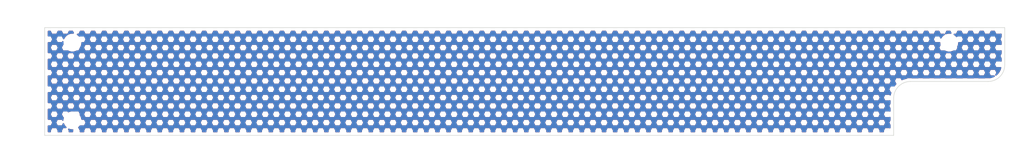
<source format=kicad_pcb>
(kicad_pcb (version 20171130) (host pcbnew "(5.1.5)-3")
  (layers (0 F.Cu signal) (31 B.Cu signal) (34 B.Paste user) (35 F.Paste user) (36 B.SilkS user) (37 F.SilkS user) (38 B.Mask user) (39 F.Mask user) (44 Edge.Cuts user))
  (net 0 "")
  (module kbd_Hole:m2_Screw_Hole (layer F.Cu) (at 19 37)
    (fp_text reference e hide)
    (fp_text value Val** hide)
    (pad "" np_thru_hole circle (at 0 0) (size 2.2 2.2) (drill 2.2) (layers *.Cu *.Mask))
  )
  (module kbd_Hole:m2_Screw_Hole (layer F.Cu) (at 176.875 23)
    (fp_text reference Ref** hide)
    (fp_text value Val** hide)
    (pad "" np_thru_hole circle (at 0 0) (size 2.2 2.2) (drill 2.2) (layers *.Cu *.Mask))
  )
  (module kbd_Hole:m2_Screw_Hole (layer F.Cu) (at 19 23)
    (fp_text reference e hide)
    (fp_text value Val** hide)
    (pad "" np_thru_hole circle (at 0 0) (size 2.2 2.2) (drill 2.2) (layers *.Cu *.Mask))
  )
  (gr_line (start 14 39.7) (end 166.875 39.7) (layer Edge.Cuts) (width 0.1))
  (gr_line (start 14 20.3) (end 186.875 20.3) (layer Edge.Cuts) (width 0.1))
  (gr_arc (start 183.875 27) (end 183.875 30) (angle -90) (layer Edge.Cuts) (width 0.1))
  (gr_arc (start 169.875 33) (end 169.875 30) (angle -90) (layer Edge.Cuts) (width 0.1))
  (gr_line (start 186.875 27) (end 186.875 20.3) (layer Edge.Cuts) (width 0.1))
  (gr_line (start 169.875 30) (end 183.875 30) (layer Edge.Cuts) (width 0.1))
  (gr_line (start 166.875 39.7) (end 166.875 33) (layer Edge.Cuts) (width 0.1))
  (gr_line (start 14 20.3) (end 14 39.7) (layer Edge.Cuts) (width 0.1))
  (zone (net 0) (net_name "") (layer F.Cu) (connect_pads (clearance 0.508)) (min_thickness 0.254) (fill yes (arc_segments 32) (thermal_gap 0.508) (thermal_bridge_width 0.508))
    (polygon (pts (xy 187.125 20.025) (xy 187.125 40.025) (xy 13.925 40.025) (xy 13.925 19.925)))
  )
  (zone (net 0) (net_name "") (layer B.Cu) (connect_pads (clearance 0.508)) (min_thickness 0.254) (fill yes (arc_segments 32) (thermal_gap 0.508) (thermal_bridge_width 0.508))
    (polygon (pts (xy 187.125 20.025) (xy 187.125 40.025) (xy 13.925 40.025) (xy 13.925 19.925)))
  )
  (zone (net 0) (net_name "") (layers F&B.Cu) (connect_pads (clearance 0.508)) (min_thickness 0.254)
    (keepout (tracks allowed) (vias allowed) (copperpour not_allowed))
    (fill (arc_segments 16) (thermal_gap 0.508) (thermal_bridge_width 0.508))
    (polygon (pts (xy 159.35 36.4) (xy 160.1 36.4) (xy 160.35 35.9) (xy 160.1 35.4) (xy 159.35 35.4) (xy 159.1 35.9)))
  )
  (zone (net 0) (net_name "") (layers F&B.Cu) (connect_pads (clearance 0.508)) (min_thickness 0.254)
    (keepout (tracks allowed) (vias allowed) (copperpour not_allowed))
    (fill (arc_segments 16) (thermal_gap 0.508) (thermal_bridge_width 0.508))
    (polygon (pts (xy 160.35 37.9) (xy 161.1 37.9) (xy 161.35 37.4) (xy 161.1 36.9) (xy 160.35 36.9) (xy 160.1 37.4)))
  )
  (zone (net 0) (net_name "") (layers F&B.Cu) (connect_pads (clearance 0.508)) (min_thickness 0.254)
    (keepout (tracks allowed) (vias allowed) (copperpour not_allowed))
    (fill (arc_segments 16) (thermal_gap 0.508) (thermal_bridge_width 0.508))
    (polygon (pts (xy 181.35 36.4) (xy 182.1 36.4) (xy 182.35 35.9) (xy 182.1 35.4) (xy 181.35 35.4) (xy 181.1 35.9)))
  )
  (zone (net 0) (net_name "") (layers F&B.Cu) (connect_pads (clearance 0.508)) (min_thickness 0.254)
    (keepout (tracks allowed) (vias allowed) (copperpour not_allowed))
    (fill (arc_segments 16) (thermal_gap 0.508) (thermal_bridge_width 0.508))
    (polygon (pts (xy 181.35 39.4) (xy 182.1 39.4) (xy 182.35 38.9) (xy 182.1 38.4) (xy 181.35 38.4) (xy 181.1 38.9)))
  )
  (zone (net 0) (net_name "") (layers F&B.Cu) (connect_pads (clearance 0.508)) (min_thickness 0.254)
    (keepout (tracks allowed) (vias allowed) (copperpour not_allowed))
    (fill (arc_segments 16) (thermal_gap 0.508) (thermal_bridge_width 0.508))
    (polygon (pts (xy 186.35 37.9) (xy 187.1 37.9) (xy 187.35 37.4) (xy 187.1 36.9) (xy 186.35 36.9) (xy 186.1 37.4)))
  )
  (zone (net 0) (net_name "") (layers F&B.Cu) (connect_pads (clearance 0.508)) (min_thickness 0.254)
    (keepout (tracks allowed) (vias allowed) (copperpour not_allowed))
    (fill (arc_segments 16) (thermal_gap 0.508) (thermal_bridge_width 0.508))
    (polygon (pts (xy 180.35 40.9) (xy 181.1 40.9) (xy 181.35 40.4) (xy 181.1 39.9) (xy 180.35 39.9) (xy 180.1 40.4)))
  )
  (zone (net 0) (net_name "") (layers F&B.Cu) (connect_pads (clearance 0.508)) (min_thickness 0.254)
    (keepout (tracks allowed) (vias allowed) (copperpour not_allowed))
    (fill (arc_segments 16) (thermal_gap 0.508) (thermal_bridge_width 0.508))
    (polygon (pts (xy 185.35 36.4) (xy 186.1 36.4) (xy 186.35 35.9) (xy 186.1 35.4) (xy 185.35 35.4) (xy 185.1 35.9)))
  )
  (zone (net 0) (net_name "") (layers F&B.Cu) (connect_pads (clearance 0.508)) (min_thickness 0.254)
    (keepout (tracks allowed) (vias allowed) (copperpour not_allowed))
    (fill (arc_segments 16) (thermal_gap 0.508) (thermal_bridge_width 0.508))
    (polygon (pts (xy 183.35 39.4) (xy 184.1 39.4) (xy 184.35 38.9) (xy 184.1 38.4) (xy 183.35 38.4) (xy 183.1 38.9)))
  )
  (zone (net 0) (net_name "") (layers F&B.Cu) (connect_pads (clearance 0.508)) (min_thickness 0.254)
    (keepout (tracks allowed) (vias allowed) (copperpour not_allowed))
    (fill (arc_segments 16) (thermal_gap 0.508) (thermal_bridge_width 0.508))
    (polygon (pts (xy 180.35 37.9) (xy 181.1 37.9) (xy 181.35 37.4) (xy 181.1 36.9) (xy 180.35 36.9) (xy 180.1 37.4)))
  )
  (zone (net 0) (net_name "") (layers F&B.Cu) (connect_pads (clearance 0.508)) (min_thickness 0.254)
    (keepout (tracks allowed) (vias allowed) (copperpour not_allowed))
    (fill (arc_segments 16) (thermal_gap 0.508) (thermal_bridge_width 0.508))
    (polygon (pts (xy 184.35 40.9) (xy 185.1 40.9) (xy 185.35 40.4) (xy 185.1 39.9) (xy 184.35 39.9) (xy 184.1 40.4)))
  )
  (zone (net 0) (net_name "") (layers F&B.Cu) (connect_pads (clearance 0.508)) (min_thickness 0.254)
    (keepout (tracks allowed) (vias allowed) (copperpour not_allowed))
    (fill (arc_segments 16) (thermal_gap 0.508) (thermal_bridge_width 0.508))
    (polygon (pts (xy 189.35 39.4) (xy 190.1 39.4) (xy 190.35 38.9) (xy 190.1 38.4) (xy 189.35 38.4) (xy 189.1 38.9)))
  )
  (zone (net 0) (net_name "") (layers F&B.Cu) (connect_pads (clearance 0.508)) (min_thickness 0.254)
    (keepout (tracks allowed) (vias allowed) (copperpour not_allowed))
    (fill (arc_segments 16) (thermal_gap 0.508) (thermal_bridge_width 0.508))
    (polygon (pts (xy 183.35 36.4) (xy 184.1 36.4) (xy 184.35 35.9) (xy 184.1 35.4) (xy 183.35 35.4) (xy 183.1 35.9)))
  )
  (zone (net 0) (net_name "") (layers F&B.Cu) (connect_pads (clearance 0.508)) (min_thickness 0.254)
    (keepout (tracks allowed) (vias allowed) (copperpour not_allowed))
    (fill (arc_segments 16) (thermal_gap 0.508) (thermal_bridge_width 0.508))
    (polygon (pts (xy 168.35 40.9) (xy 169.1 40.9) (xy 169.35 40.4) (xy 169.1 39.9) (xy 168.35 39.9) (xy 168.1 40.4)))
  )
  (zone (net 0) (net_name "") (layers F&B.Cu) (connect_pads (clearance 0.508)) (min_thickness 0.254)
    (keepout (tracks allowed) (vias allowed) (copperpour not_allowed))
    (fill (arc_segments 16) (thermal_gap 0.508) (thermal_bridge_width 0.508))
    (polygon (pts (xy 184.35 37.9) (xy 185.1 37.9) (xy 185.35 37.4) (xy 185.1 36.9) (xy 184.35 36.9) (xy 184.1 37.4)))
  )
  (zone (net 0) (net_name "") (layers F&B.Cu) (connect_pads (clearance 0.508)) (min_thickness 0.254)
    (keepout (tracks allowed) (vias allowed) (copperpour not_allowed))
    (fill (arc_segments 16) (thermal_gap 0.508) (thermal_bridge_width 0.508))
    (polygon (pts (xy 178.35 40.9) (xy 179.1 40.9) (xy 179.35 40.4) (xy 179.1 39.9) (xy 178.35 39.9) (xy 178.1 40.4)))
  )
  (zone (net 0) (net_name "") (layers F&B.Cu) (connect_pads (clearance 0.508)) (min_thickness 0.254)
    (keepout (tracks allowed) (vias allowed) (copperpour not_allowed))
    (fill (arc_segments 16) (thermal_gap 0.508) (thermal_bridge_width 0.508))
    (polygon (pts (xy 177.35 39.4) (xy 178.1 39.4) (xy 178.35 38.9) (xy 178.1 38.4) (xy 177.35 38.4) (xy 177.1 38.9)))
  )
  (zone (net 0) (net_name "") (layers F&B.Cu) (connect_pads (clearance 0.508)) (min_thickness 0.254)
    (keepout (tracks allowed) (vias allowed) (copperpour not_allowed))
    (fill (arc_segments 16) (thermal_gap 0.508) (thermal_bridge_width 0.508))
    (polygon (pts (xy 164.35 37.9) (xy 165.1 37.9) (xy 165.35 37.4) (xy 165.1 36.9) (xy 164.35 36.9) (xy 164.1 37.4)))
  )
  (zone (net 0) (net_name "") (layers F&B.Cu) (connect_pads (clearance 0.508)) (min_thickness 0.254)
    (keepout (tracks allowed) (vias allowed) (copperpour not_allowed))
    (fill (arc_segments 16) (thermal_gap 0.508) (thermal_bridge_width 0.508))
    (polygon (pts (xy 182.35 37.9) (xy 183.1 37.9) (xy 183.35 37.4) (xy 183.1 36.9) (xy 182.35 36.9) (xy 182.1 37.4)))
  )
  (zone (net 0) (net_name "") (layers F&B.Cu) (connect_pads (clearance 0.508)) (min_thickness 0.254)
    (keepout (tracks allowed) (vias allowed) (copperpour not_allowed))
    (fill (arc_segments 16) (thermal_gap 0.508) (thermal_bridge_width 0.508))
    (polygon (pts (xy 182.35 40.9) (xy 183.1 40.9) (xy 183.35 40.4) (xy 183.1 39.9) (xy 182.35 39.9) (xy 182.1 40.4)))
  )
  (zone (net 0) (net_name "") (layers F&B.Cu) (connect_pads (clearance 0.508)) (min_thickness 0.254)
    (keepout (tracks allowed) (vias allowed) (copperpour not_allowed))
    (fill (arc_segments 16) (thermal_gap 0.508) (thermal_bridge_width 0.508))
    (polygon (pts (xy 188.35 40.9) (xy 189.1 40.9) (xy 189.35 40.4) (xy 189.1 39.9) (xy 188.35 39.9) (xy 188.1 40.4)))
  )
  (zone (net 0) (net_name "") (layers F&B.Cu) (connect_pads (clearance 0.508)) (min_thickness 0.254)
    (keepout (tracks allowed) (vias allowed) (copperpour not_allowed))
    (fill (arc_segments 16) (thermal_gap 0.508) (thermal_bridge_width 0.508))
    (polygon (pts (xy 179.35 39.4) (xy 180.1 39.4) (xy 180.35 38.9) (xy 180.1 38.4) (xy 179.35 38.4) (xy 179.1 38.9)))
  )
  (zone (net 0) (net_name "") (layers F&B.Cu) (connect_pads (clearance 0.508)) (min_thickness 0.254)
    (keepout (tracks allowed) (vias allowed) (copperpour not_allowed))
    (fill (arc_segments 16) (thermal_gap 0.508) (thermal_bridge_width 0.508))
    (polygon (pts (xy 169.35 36.4) (xy 170.1 36.4) (xy 170.35 35.9) (xy 170.1 35.4) (xy 169.35 35.4) (xy 169.1 35.9)))
  )
  (zone (net 0) (net_name "") (layers F&B.Cu) (connect_pads (clearance 0.508)) (min_thickness 0.254)
    (keepout (tracks allowed) (vias allowed) (copperpour not_allowed))
    (fill (arc_segments 16) (thermal_gap 0.508) (thermal_bridge_width 0.508))
    (polygon (pts (xy 169.35 39.4) (xy 170.1 39.4) (xy 170.35 38.9) (xy 170.1 38.4) (xy 169.35 38.4) (xy 169.1 38.9)))
  )
  (zone (net 0) (net_name "") (layers F&B.Cu) (connect_pads (clearance 0.508)) (min_thickness 0.254)
    (keepout (tracks allowed) (vias allowed) (copperpour not_allowed))
    (fill (arc_segments 16) (thermal_gap 0.508) (thermal_bridge_width 0.508))
    (polygon (pts (xy 162.35 40.9) (xy 163.1 40.9) (xy 163.35 40.4) (xy 163.1 39.9) (xy 162.35 39.9) (xy 162.1 40.4)))
  )
  (zone (net 0) (net_name "") (layers F&B.Cu) (connect_pads (clearance 0.508)) (min_thickness 0.254)
    (keepout (tracks allowed) (vias allowed) (copperpour not_allowed))
    (fill (arc_segments 16) (thermal_gap 0.508) (thermal_bridge_width 0.508))
    (polygon (pts (xy 164.35 40.9) (xy 165.1 40.9) (xy 165.35 40.4) (xy 165.1 39.9) (xy 164.35 39.9) (xy 164.1 40.4)))
  )
  (zone (net 0) (net_name "") (layers F&B.Cu) (connect_pads (clearance 0.508)) (min_thickness 0.254)
    (keepout (tracks allowed) (vias allowed) (copperpour not_allowed))
    (fill (arc_segments 16) (thermal_gap 0.508) (thermal_bridge_width 0.508))
    (polygon (pts (xy 165.35 39.4) (xy 166.1 39.4) (xy 166.35 38.9) (xy 166.1 38.4) (xy 165.35 38.4) (xy 165.1 38.9)))
  )
  (zone (net 0) (net_name "") (layers F&B.Cu) (connect_pads (clearance 0.508)) (min_thickness 0.254)
    (keepout (tracks allowed) (vias allowed) (copperpour not_allowed))
    (fill (arc_segments 16) (thermal_gap 0.508) (thermal_bridge_width 0.508))
    (polygon (pts (xy 171.35 36.4) (xy 172.1 36.4) (xy 172.35 35.9) (xy 172.1 35.4) (xy 171.35 35.4) (xy 171.1 35.9)))
  )
  (zone (net 0) (net_name "") (layers F&B.Cu) (connect_pads (clearance 0.508)) (min_thickness 0.254)
    (keepout (tracks allowed) (vias allowed) (copperpour not_allowed))
    (fill (arc_segments 16) (thermal_gap 0.508) (thermal_bridge_width 0.508))
    (polygon (pts (xy 159.35 39.4) (xy 160.1 39.4) (xy 160.35 38.9) (xy 160.1 38.4) (xy 159.35 38.4) (xy 159.1 38.9)))
  )
  (zone (net 0) (net_name "") (layers F&B.Cu) (connect_pads (clearance 0.508)) (min_thickness 0.254)
    (keepout (tracks allowed) (vias allowed) (copperpour not_allowed))
    (fill (arc_segments 16) (thermal_gap 0.508) (thermal_bridge_width 0.508))
    (polygon (pts (xy 162.35 37.9) (xy 163.1 37.9) (xy 163.35 37.4) (xy 163.1 36.9) (xy 162.35 36.9) (xy 162.1 37.4)))
  )
  (zone (net 0) (net_name "") (layers F&B.Cu) (connect_pads (clearance 0.508)) (min_thickness 0.254)
    (keepout (tracks allowed) (vias allowed) (copperpour not_allowed))
    (fill (arc_segments 16) (thermal_gap 0.508) (thermal_bridge_width 0.508))
    (polygon (pts (xy 161.35 39.4) (xy 162.1 39.4) (xy 162.35 38.9) (xy 162.1 38.4) (xy 161.35 38.4) (xy 161.1 38.9)))
  )
  (zone (net 0) (net_name "") (layers F&B.Cu) (connect_pads (clearance 0.508)) (min_thickness 0.254)
    (keepout (tracks allowed) (vias allowed) (copperpour not_allowed))
    (fill (arc_segments 16) (thermal_gap 0.508) (thermal_bridge_width 0.508))
    (polygon (pts (xy 161.35 36.4) (xy 162.1 36.4) (xy 162.35 35.9) (xy 162.1 35.4) (xy 161.35 35.4) (xy 161.1 35.9)))
  )
  (zone (net 0) (net_name "") (layers F&B.Cu) (connect_pads (clearance 0.508)) (min_thickness 0.254)
    (keepout (tracks allowed) (vias allowed) (copperpour not_allowed))
    (fill (arc_segments 16) (thermal_gap 0.508) (thermal_bridge_width 0.508))
    (polygon (pts (xy 170.35 37.9) (xy 171.1 37.9) (xy 171.35 37.4) (xy 171.1 36.9) (xy 170.35 36.9) (xy 170.1 37.4)))
  )
  (zone (net 0) (net_name "") (layers F&B.Cu) (connect_pads (clearance 0.508)) (min_thickness 0.254)
    (keepout (tracks allowed) (vias allowed) (copperpour not_allowed))
    (fill (arc_segments 16) (thermal_gap 0.508) (thermal_bridge_width 0.508))
    (polygon (pts (xy 165.35 36.4) (xy 166.1 36.4) (xy 166.35 35.9) (xy 166.1 35.4) (xy 165.35 35.4) (xy 165.1 35.9)))
  )
  (zone (net 0) (net_name "") (layers F&B.Cu) (connect_pads (clearance 0.508)) (min_thickness 0.254)
    (keepout (tracks allowed) (vias allowed) (copperpour not_allowed))
    (fill (arc_segments 16) (thermal_gap 0.508) (thermal_bridge_width 0.508))
    (polygon (pts (xy 163.35 39.4) (xy 164.1 39.4) (xy 164.35 38.9) (xy 164.1 38.4) (xy 163.35 38.4) (xy 163.1 38.9)))
  )
  (zone (net 0) (net_name "") (layers F&B.Cu) (connect_pads (clearance 0.508)) (min_thickness 0.254)
    (keepout (tracks allowed) (vias allowed) (copperpour not_allowed))
    (fill (arc_segments 16) (thermal_gap 0.508) (thermal_bridge_width 0.508))
    (polygon (pts (xy 166.35 40.9) (xy 167.1 40.9) (xy 167.35 40.4) (xy 167.1 39.9) (xy 166.35 39.9) (xy 166.1 40.4)))
  )
  (zone (net 0) (net_name "") (layers F&B.Cu) (connect_pads (clearance 0.508)) (min_thickness 0.254)
    (keepout (tracks allowed) (vias allowed) (copperpour not_allowed))
    (fill (arc_segments 16) (thermal_gap 0.508) (thermal_bridge_width 0.508))
    (polygon (pts (xy 171.35 39.4) (xy 172.1 39.4) (xy 172.35 38.9) (xy 172.1 38.4) (xy 171.35 38.4) (xy 171.1 38.9)))
  )
  (zone (net 0) (net_name "") (layers F&B.Cu) (connect_pads (clearance 0.508)) (min_thickness 0.254)
    (keepout (tracks allowed) (vias allowed) (copperpour not_allowed))
    (fill (arc_segments 16) (thermal_gap 0.508) (thermal_bridge_width 0.508))
    (polygon (pts (xy 170.35 40.9) (xy 171.1 40.9) (xy 171.35 40.4) (xy 171.1 39.9) (xy 170.35 39.9) (xy 170.1 40.4)))
  )
  (zone (net 0) (net_name "") (layers F&B.Cu) (connect_pads (clearance 0.508)) (min_thickness 0.254)
    (keepout (tracks allowed) (vias allowed) (copperpour not_allowed))
    (fill (arc_segments 16) (thermal_gap 0.508) (thermal_bridge_width 0.508))
    (polygon (pts (xy 160.35 40.9) (xy 161.1 40.9) (xy 161.35 40.4) (xy 161.1 39.9) (xy 160.35 39.9) (xy 160.1 40.4)))
  )
  (zone (net 0) (net_name "") (layers F&B.Cu) (connect_pads (clearance 0.508)) (min_thickness 0.254)
    (keepout (tracks allowed) (vias allowed) (copperpour not_allowed))
    (fill (arc_segments 16) (thermal_gap 0.508) (thermal_bridge_width 0.508))
    (polygon (pts (xy 163.35 36.4) (xy 164.1 36.4) (xy 164.35 35.9) (xy 164.1 35.4) (xy 163.35 35.4) (xy 163.1 35.9)))
  )
  (zone (net 0) (net_name "") (layers F&B.Cu) (connect_pads (clearance 0.508)) (min_thickness 0.254)
    (keepout (tracks allowed) (vias allowed) (copperpour not_allowed))
    (fill (arc_segments 16) (thermal_gap 0.508) (thermal_bridge_width 0.508))
    (polygon (pts (xy 166.35 37.9) (xy 167.1 37.9) (xy 167.35 37.4) (xy 167.1 36.9) (xy 166.35 36.9) (xy 166.1 37.4)))
  )
  (zone (net 0) (net_name "") (layers F&B.Cu) (connect_pads (clearance 0.508)) (min_thickness 0.254)
    (keepout (tracks allowed) (vias allowed) (copperpour not_allowed))
    (fill (arc_segments 16) (thermal_gap 0.508) (thermal_bridge_width 0.508))
    (polygon (pts (xy 167.35 39.4) (xy 168.1 39.4) (xy 168.35 38.9) (xy 168.1 38.4) (xy 167.35 38.4) (xy 167.1 38.9)))
  )
  (zone (net 0) (net_name "") (layers F&B.Cu) (connect_pads (clearance 0.508)) (min_thickness 0.254)
    (keepout (tracks allowed) (vias allowed) (copperpour not_allowed))
    (fill (arc_segments 16) (thermal_gap 0.508) (thermal_bridge_width 0.508))
    (polygon (pts (xy 168.35 37.9) (xy 169.1 37.9) (xy 169.35 37.4) (xy 169.1 36.9) (xy 168.35 36.9) (xy 168.1 37.4)))
  )
  (zone (net 0) (net_name "") (layers F&B.Cu) (connect_pads (clearance 0.508)) (min_thickness 0.254)
    (keepout (tracks allowed) (vias allowed) (copperpour not_allowed))
    (fill (arc_segments 16) (thermal_gap 0.508) (thermal_bridge_width 0.508))
    (polygon (pts (xy 173.35 36.4) (xy 174.1 36.4) (xy 174.35 35.9) (xy 174.1 35.4) (xy 173.35 35.4) (xy 173.1 35.9)))
  )
  (zone (net 0) (net_name "") (layers F&B.Cu) (connect_pads (clearance 0.508)) (min_thickness 0.254)
    (keepout (tracks allowed) (vias allowed) (copperpour not_allowed))
    (fill (arc_segments 16) (thermal_gap 0.508) (thermal_bridge_width 0.508))
    (polygon (pts (xy 172.35 37.9) (xy 173.1 37.9) (xy 173.35 37.4) (xy 173.1 36.9) (xy 172.35 36.9) (xy 172.1 37.4)))
  )
  (zone (net 0) (net_name "") (layers F&B.Cu) (connect_pads (clearance 0.508)) (min_thickness 0.254)
    (keepout (tracks allowed) (vias allowed) (copperpour not_allowed))
    (fill (arc_segments 16) (thermal_gap 0.508) (thermal_bridge_width 0.508))
    (polygon (pts (xy 188.35 37.9) (xy 189.1 37.9) (xy 189.35 37.4) (xy 189.1 36.9) (xy 188.35 36.9) (xy 188.1 37.4)))
  )
  (zone (net 0) (net_name "") (layers F&B.Cu) (connect_pads (clearance 0.508)) (min_thickness 0.254)
    (keepout (tracks allowed) (vias allowed) (copperpour not_allowed))
    (fill (arc_segments 16) (thermal_gap 0.508) (thermal_bridge_width 0.508))
    (polygon (pts (xy 175.35 36.4) (xy 176.1 36.4) (xy 176.35 35.9) (xy 176.1 35.4) (xy 175.35 35.4) (xy 175.1 35.9)))
  )
  (zone (net 0) (net_name "") (layers F&B.Cu) (connect_pads (clearance 0.508)) (min_thickness 0.254)
    (keepout (tracks allowed) (vias allowed) (copperpour not_allowed))
    (fill (arc_segments 16) (thermal_gap 0.508) (thermal_bridge_width 0.508))
    (polygon (pts (xy 174.35 37.9) (xy 175.1 37.9) (xy 175.35 37.4) (xy 175.1 36.9) (xy 174.35 36.9) (xy 174.1 37.4)))
  )
  (zone (net 0) (net_name "") (layers F&B.Cu) (connect_pads (clearance 0.508)) (min_thickness 0.254)
    (keepout (tracks allowed) (vias allowed) (copperpour not_allowed))
    (fill (arc_segments 16) (thermal_gap 0.508) (thermal_bridge_width 0.508))
    (polygon (pts (xy 167.35 36.4) (xy 168.1 36.4) (xy 168.35 35.9) (xy 168.1 35.4) (xy 167.35 35.4) (xy 167.1 35.9)))
  )
  (zone (net 0) (net_name "") (layers F&B.Cu) (connect_pads (clearance 0.508)) (min_thickness 0.254)
    (keepout (tracks allowed) (vias allowed) (copperpour not_allowed))
    (fill (arc_segments 16) (thermal_gap 0.508) (thermal_bridge_width 0.508))
    (polygon (pts (xy 176.35 37.9) (xy 177.1 37.9) (xy 177.35 37.4) (xy 177.1 36.9) (xy 176.35 36.9) (xy 176.1 37.4)))
  )
  (zone (net 0) (net_name "") (layers F&B.Cu) (connect_pads (clearance 0.508)) (min_thickness 0.254)
    (keepout (tracks allowed) (vias allowed) (copperpour not_allowed))
    (fill (arc_segments 16) (thermal_gap 0.508) (thermal_bridge_width 0.508))
    (polygon (pts (xy 172.35 40.9) (xy 173.1 40.9) (xy 173.35 40.4) (xy 173.1 39.9) (xy 172.35 39.9) (xy 172.1 40.4)))
  )
  (zone (net 0) (net_name "") (layers F&B.Cu) (connect_pads (clearance 0.508)) (min_thickness 0.254)
    (keepout (tracks allowed) (vias allowed) (copperpour not_allowed))
    (fill (arc_segments 16) (thermal_gap 0.508) (thermal_bridge_width 0.508))
    (polygon (pts (xy 179.35 36.4) (xy 180.1 36.4) (xy 180.35 35.9) (xy 180.1 35.4) (xy 179.35 35.4) (xy 179.1 35.9)))
  )
  (zone (net 0) (net_name "") (layers F&B.Cu) (connect_pads (clearance 0.508)) (min_thickness 0.254)
    (keepout (tracks allowed) (vias allowed) (copperpour not_allowed))
    (fill (arc_segments 16) (thermal_gap 0.508) (thermal_bridge_width 0.508))
    (polygon (pts (xy 187.35 36.4) (xy 188.1 36.4) (xy 188.35 35.9) (xy 188.1 35.4) (xy 187.35 35.4) (xy 187.1 35.9)))
  )
  (zone (net 0) (net_name "") (layers F&B.Cu) (connect_pads (clearance 0.508)) (min_thickness 0.254)
    (keepout (tracks allowed) (vias allowed) (copperpour not_allowed))
    (fill (arc_segments 16) (thermal_gap 0.508) (thermal_bridge_width 0.508))
    (polygon (pts (xy 177.35 36.4) (xy 178.1 36.4) (xy 178.35 35.9) (xy 178.1 35.4) (xy 177.35 35.4) (xy 177.1 35.9)))
  )
  (zone (net 0) (net_name "") (layers F&B.Cu) (connect_pads (clearance 0.508)) (min_thickness 0.254)
    (keepout (tracks allowed) (vias allowed) (copperpour not_allowed))
    (fill (arc_segments 16) (thermal_gap 0.508) (thermal_bridge_width 0.508))
    (polygon (pts (xy 176.35 40.9) (xy 177.1 40.9) (xy 177.35 40.4) (xy 177.1 39.9) (xy 176.35 39.9) (xy 176.1 40.4)))
  )
  (zone (net 0) (net_name "") (layers F&B.Cu) (connect_pads (clearance 0.508)) (min_thickness 0.254)
    (keepout (tracks allowed) (vias allowed) (copperpour not_allowed))
    (fill (arc_segments 16) (thermal_gap 0.508) (thermal_bridge_width 0.508))
    (polygon (pts (xy 186.35 40.9) (xy 187.1 40.9) (xy 187.35 40.4) (xy 187.1 39.9) (xy 186.35 39.9) (xy 186.1 40.4)))
  )
  (zone (net 0) (net_name "") (layers F&B.Cu) (connect_pads (clearance 0.508)) (min_thickness 0.254)
    (keepout (tracks allowed) (vias allowed) (copperpour not_allowed))
    (fill (arc_segments 16) (thermal_gap 0.508) (thermal_bridge_width 0.508))
    (polygon (pts (xy 185.35 39.4) (xy 186.1 39.4) (xy 186.35 38.9) (xy 186.1 38.4) (xy 185.35 38.4) (xy 185.1 38.9)))
  )
  (zone (net 0) (net_name "") (layers F&B.Cu) (connect_pads (clearance 0.508)) (min_thickness 0.254)
    (keepout (tracks allowed) (vias allowed) (copperpour not_allowed))
    (fill (arc_segments 16) (thermal_gap 0.508) (thermal_bridge_width 0.508))
    (polygon (pts (xy 175.35 39.4) (xy 176.1 39.4) (xy 176.35 38.9) (xy 176.1 38.4) (xy 175.35 38.4) (xy 175.1 38.9)))
  )
  (zone (net 0) (net_name "") (layers F&B.Cu) (connect_pads (clearance 0.508)) (min_thickness 0.254)
    (keepout (tracks allowed) (vias allowed) (copperpour not_allowed))
    (fill (arc_segments 16) (thermal_gap 0.508) (thermal_bridge_width 0.508))
    (polygon (pts (xy 187.35 39.4) (xy 188.1 39.4) (xy 188.35 38.9) (xy 188.1 38.4) (xy 187.35 38.4) (xy 187.1 38.9)))
  )
  (zone (net 0) (net_name "") (layers F&B.Cu) (connect_pads (clearance 0.508)) (min_thickness 0.254)
    (keepout (tracks allowed) (vias allowed) (copperpour not_allowed))
    (fill (arc_segments 16) (thermal_gap 0.508) (thermal_bridge_width 0.508))
    (polygon (pts (xy 189.35 36.4) (xy 190.1 36.4) (xy 190.35 35.9) (xy 190.1 35.4) (xy 189.35 35.4) (xy 189.1 35.9)))
  )
  (zone (net 0) (net_name "") (layers F&B.Cu) (connect_pads (clearance 0.508)) (min_thickness 0.254)
    (keepout (tracks allowed) (vias allowed) (copperpour not_allowed))
    (fill (arc_segments 16) (thermal_gap 0.508) (thermal_bridge_width 0.508))
    (polygon (pts (xy 173.35 39.4) (xy 174.1 39.4) (xy 174.35 38.9) (xy 174.1 38.4) (xy 173.35 38.4) (xy 173.1 38.9)))
  )
  (zone (net 0) (net_name "") (layers F&B.Cu) (connect_pads (clearance 0.508)) (min_thickness 0.254)
    (keepout (tracks allowed) (vias allowed) (copperpour not_allowed))
    (fill (arc_segments 16) (thermal_gap 0.508) (thermal_bridge_width 0.508))
    (polygon (pts (xy 174.35 40.9) (xy 175.1 40.9) (xy 175.35 40.4) (xy 175.1 39.9) (xy 174.35 39.9) (xy 174.1 40.4)))
  )
  (zone (net 0) (net_name "") (layers F&B.Cu) (connect_pads (clearance 0.508)) (min_thickness 0.254)
    (keepout (tracks allowed) (vias allowed) (copperpour not_allowed))
    (fill (arc_segments 16) (thermal_gap 0.508) (thermal_bridge_width 0.508))
    (polygon (pts (xy 178.35 37.9) (xy 179.1 37.9) (xy 179.35 37.4) (xy 179.1 36.9) (xy 178.35 36.9) (xy 178.1 37.4)))
  )
  (zone (net 0) (net_name "") (layers F&B.Cu) (connect_pads (clearance 0.508)) (min_thickness 0.254)
    (keepout (tracks allowed) (vias allowed) (copperpour not_allowed))
    (fill (arc_segments 16) (thermal_gap 0.508) (thermal_bridge_width 0.508))
    (polygon (pts (xy 188.35 31.9) (xy 189.1 31.9) (xy 189.35 31.4) (xy 189.1 30.9) (xy 188.35 30.9) (xy 188.1 31.4)))
  )
  (zone (net 0) (net_name "") (layers F&B.Cu) (connect_pads (clearance 0.508)) (min_thickness 0.254)
    (keepout (tracks allowed) (vias allowed) (copperpour not_allowed))
    (fill (arc_segments 16) (thermal_gap 0.508) (thermal_bridge_width 0.508))
    (polygon (pts (xy 159.35 24.4) (xy 160.1 24.4) (xy 160.35 23.9) (xy 160.1 23.4) (xy 159.35 23.4) (xy 159.1 23.9)))
  )
  (zone (net 0) (net_name "") (layers F&B.Cu) (connect_pads (clearance 0.508)) (min_thickness 0.254)
    (keepout (tracks allowed) (vias allowed) (copperpour not_allowed))
    (fill (arc_segments 16) (thermal_gap 0.508) (thermal_bridge_width 0.508))
    (polygon (pts (xy 177.35 27.4) (xy 178.1 27.4) (xy 178.35 26.9) (xy 178.1 26.4) (xy 177.35 26.4) (xy 177.1 26.9)))
  )
  (zone (net 0) (net_name "") (layers F&B.Cu) (connect_pads (clearance 0.508)) (min_thickness 0.254)
    (keepout (tracks allowed) (vias allowed) (copperpour not_allowed))
    (fill (arc_segments 16) (thermal_gap 0.508) (thermal_bridge_width 0.508))
    (polygon (pts (xy 168.35 28.9) (xy 169.1 28.9) (xy 169.35 28.4) (xy 169.1 27.9) (xy 168.35 27.9) (xy 168.1 28.4)))
  )
  (zone (net 0) (net_name "") (layers F&B.Cu) (connect_pads (clearance 0.508)) (min_thickness 0.254)
    (keepout (tracks allowed) (vias allowed) (copperpour not_allowed))
    (fill (arc_segments 16) (thermal_gap 0.508) (thermal_bridge_width 0.508))
    (polygon (pts (xy 189.35 27.4) (xy 190.1 27.4) (xy 190.35 26.9) (xy 190.1 26.4) (xy 189.35 26.4) (xy 189.1 26.9)))
  )
  (zone (net 0) (net_name "") (layers F&B.Cu) (connect_pads (clearance 0.508)) (min_thickness 0.254)
    (keepout (tracks allowed) (vias allowed) (copperpour not_allowed))
    (fill (arc_segments 16) (thermal_gap 0.508) (thermal_bridge_width 0.508))
    (polygon (pts (xy 188.35 28.9) (xy 189.1 28.9) (xy 189.35 28.4) (xy 189.1 27.9) (xy 188.35 27.9) (xy 188.1 28.4)))
  )
  (zone (net 0) (net_name "") (layers F&B.Cu) (connect_pads (clearance 0.508)) (min_thickness 0.254)
    (keepout (tracks allowed) (vias allowed) (copperpour not_allowed))
    (fill (arc_segments 16) (thermal_gap 0.508) (thermal_bridge_width 0.508))
    (polygon (pts (xy 183.35 24.4) (xy 184.1 24.4) (xy 184.35 23.9) (xy 184.1 23.4) (xy 183.35 23.4) (xy 183.1 23.9)))
  )
  (zone (net 0) (net_name "") (layers F&B.Cu) (connect_pads (clearance 0.508)) (min_thickness 0.254)
    (keepout (tracks allowed) (vias allowed) (copperpour not_allowed))
    (fill (arc_segments 16) (thermal_gap 0.508) (thermal_bridge_width 0.508))
    (polygon (pts (xy 180.35 34.9) (xy 181.1 34.9) (xy 181.35 34.4) (xy 181.1 33.9) (xy 180.35 33.9) (xy 180.1 34.4)))
  )
  (zone (net 0) (net_name "") (layers F&B.Cu) (connect_pads (clearance 0.508)) (min_thickness 0.254)
    (keepout (tracks allowed) (vias allowed) (copperpour not_allowed))
    (fill (arc_segments 16) (thermal_gap 0.508) (thermal_bridge_width 0.508))
    (polygon (pts (xy 182.35 34.9) (xy 183.1 34.9) (xy 183.35 34.4) (xy 183.1 33.9) (xy 182.35 33.9) (xy 182.1 34.4)))
  )
  (zone (net 0) (net_name "") (layers F&B.Cu) (connect_pads (clearance 0.508)) (min_thickness 0.254)
    (keepout (tracks allowed) (vias allowed) (copperpour not_allowed))
    (fill (arc_segments 16) (thermal_gap 0.508) (thermal_bridge_width 0.508))
    (polygon (pts (xy 180.35 28.9) (xy 181.1 28.9) (xy 181.35 28.4) (xy 181.1 27.9) (xy 180.35 27.9) (xy 180.1 28.4)))
  )
  (zone (net 0) (net_name "") (layers F&B.Cu) (connect_pads (clearance 0.508)) (min_thickness 0.254)
    (keepout (tracks allowed) (vias allowed) (copperpour not_allowed))
    (fill (arc_segments 16) (thermal_gap 0.508) (thermal_bridge_width 0.508))
    (polygon (pts (xy 178.35 28.9) (xy 179.1 28.9) (xy 179.35 28.4) (xy 179.1 27.9) (xy 178.35 27.9) (xy 178.1 28.4)))
  )
  (zone (net 0) (net_name "") (layers F&B.Cu) (connect_pads (clearance 0.508)) (min_thickness 0.254)
    (keepout (tracks allowed) (vias allowed) (copperpour not_allowed))
    (fill (arc_segments 16) (thermal_gap 0.508) (thermal_bridge_width 0.508))
    (polygon (pts (xy 181.35 24.4) (xy 182.1 24.4) (xy 182.35 23.9) (xy 182.1 23.4) (xy 181.35 23.4) (xy 181.1 23.9)))
  )
  (zone (net 0) (net_name "") (layers F&B.Cu) (connect_pads (clearance 0.508)) (min_thickness 0.254)
    (keepout (tracks allowed) (vias allowed) (copperpour not_allowed))
    (fill (arc_segments 16) (thermal_gap 0.508) (thermal_bridge_width 0.508))
    (polygon (pts (xy 187.35 33.4) (xy 188.1 33.4) (xy 188.35 32.9) (xy 188.1 32.4) (xy 187.35 32.4) (xy 187.1 32.9)))
  )
  (zone (net 0) (net_name "") (layers F&B.Cu) (connect_pads (clearance 0.508)) (min_thickness 0.254)
    (keepout (tracks allowed) (vias allowed) (copperpour not_allowed))
    (fill (arc_segments 16) (thermal_gap 0.508) (thermal_bridge_width 0.508))
    (polygon (pts (xy 187.35 30.4) (xy 188.1 30.4) (xy 188.35 29.9) (xy 188.1 29.4) (xy 187.35 29.4) (xy 187.1 29.9)))
  )
  (zone (net 0) (net_name "") (layers F&B.Cu) (connect_pads (clearance 0.508)) (min_thickness 0.254)
    (keepout (tracks allowed) (vias allowed) (copperpour not_allowed))
    (fill (arc_segments 16) (thermal_gap 0.508) (thermal_bridge_width 0.508))
    (polygon (pts (xy 182.35 25.9) (xy 183.1 25.9) (xy 183.35 25.4) (xy 183.1 24.9) (xy 182.35 24.9) (xy 182.1 25.4)))
  )
  (zone (net 0) (net_name "") (layers F&B.Cu) (connect_pads (clearance 0.508)) (min_thickness 0.254)
    (keepout (tracks allowed) (vias allowed) (copperpour not_allowed))
    (fill (arc_segments 16) (thermal_gap 0.508) (thermal_bridge_width 0.508))
    (polygon (pts (xy 185.35 30.4) (xy 186.1 30.4) (xy 186.35 29.9) (xy 186.1 29.4) (xy 185.35 29.4) (xy 185.1 29.9)))
  )
  (zone (net 0) (net_name "") (layers F&B.Cu) (connect_pads (clearance 0.508)) (min_thickness 0.254)
    (keepout (tracks allowed) (vias allowed) (copperpour not_allowed))
    (fill (arc_segments 16) (thermal_gap 0.508) (thermal_bridge_width 0.508))
    (polygon (pts (xy 172.35 31.9) (xy 173.1 31.9) (xy 173.35 31.4) (xy 173.1 30.9) (xy 172.35 30.9) (xy 172.1 31.4)))
  )
  (zone (net 0) (net_name "") (layers F&B.Cu) (connect_pads (clearance 0.508)) (min_thickness 0.254)
    (keepout (tracks allowed) (vias allowed) (copperpour not_allowed))
    (fill (arc_segments 16) (thermal_gap 0.508) (thermal_bridge_width 0.508))
    (polygon (pts (xy 189.35 30.4) (xy 190.1 30.4) (xy 190.35 29.9) (xy 190.1 29.4) (xy 189.35 29.4) (xy 189.1 29.9)))
  )
  (zone (net 0) (net_name "") (layers F&B.Cu) (connect_pads (clearance 0.508)) (min_thickness 0.254)
    (keepout (tracks allowed) (vias allowed) (copperpour not_allowed))
    (fill (arc_segments 16) (thermal_gap 0.508) (thermal_bridge_width 0.508))
    (polygon (pts (xy 188.35 34.9) (xy 189.1 34.9) (xy 189.35 34.4) (xy 189.1 33.9) (xy 188.35 33.9) (xy 188.1 34.4)))
  )
  (zone (net 0) (net_name "") (layers F&B.Cu) (connect_pads (clearance 0.508)) (min_thickness 0.254)
    (keepout (tracks allowed) (vias allowed) (copperpour not_allowed))
    (fill (arc_segments 16) (thermal_gap 0.508) (thermal_bridge_width 0.508))
    (polygon (pts (xy 176.35 31.9) (xy 177.1 31.9) (xy 177.35 31.4) (xy 177.1 30.9) (xy 176.35 30.9) (xy 176.1 31.4)))
  )
  (zone (net 0) (net_name "") (layers F&B.Cu) (connect_pads (clearance 0.508)) (min_thickness 0.254)
    (keepout (tracks allowed) (vias allowed) (copperpour not_allowed))
    (fill (arc_segments 16) (thermal_gap 0.508) (thermal_bridge_width 0.508))
    (polygon (pts (xy 184.35 25.9) (xy 185.1 25.9) (xy 185.35 25.4) (xy 185.1 24.9) (xy 184.35 24.9) (xy 184.1 25.4)))
  )
  (zone (net 0) (net_name "") (layers F&B.Cu) (connect_pads (clearance 0.508)) (min_thickness 0.254)
    (keepout (tracks allowed) (vias allowed) (copperpour not_allowed))
    (fill (arc_segments 16) (thermal_gap 0.508) (thermal_bridge_width 0.508))
    (polygon (pts (xy 184.35 28.9) (xy 185.1 28.9) (xy 185.35 28.4) (xy 185.1 27.9) (xy 184.35 27.9) (xy 184.1 28.4)))
  )
  (zone (net 0) (net_name "") (layers F&B.Cu) (connect_pads (clearance 0.508)) (min_thickness 0.254)
    (keepout (tracks allowed) (vias allowed) (copperpour not_allowed))
    (fill (arc_segments 16) (thermal_gap 0.508) (thermal_bridge_width 0.508))
    (polygon (pts (xy 164.35 25.9) (xy 165.1 25.9) (xy 165.35 25.4) (xy 165.1 24.9) (xy 164.35 24.9) (xy 164.1 25.4)))
  )
  (zone (net 0) (net_name "") (layers F&B.Cu) (connect_pads (clearance 0.508)) (min_thickness 0.254)
    (keepout (tracks allowed) (vias allowed) (copperpour not_allowed))
    (fill (arc_segments 16) (thermal_gap 0.508) (thermal_bridge_width 0.508))
    (polygon (pts (xy 182.35 28.9) (xy 183.1 28.9) (xy 183.35 28.4) (xy 183.1 27.9) (xy 182.35 27.9) (xy 182.1 28.4)))
  )
  (zone (net 0) (net_name "") (layers F&B.Cu) (connect_pads (clearance 0.508)) (min_thickness 0.254)
    (keepout (tracks allowed) (vias allowed) (copperpour not_allowed))
    (fill (arc_segments 16) (thermal_gap 0.508) (thermal_bridge_width 0.508))
    (polygon (pts (xy 183.35 27.4) (xy 184.1 27.4) (xy 184.35 26.9) (xy 184.1 26.4) (xy 183.35 26.4) (xy 183.1 26.9)))
  )
  (zone (net 0) (net_name "") (layers F&B.Cu) (connect_pads (clearance 0.508)) (min_thickness 0.254)
    (keepout (tracks allowed) (vias allowed) (copperpour not_allowed))
    (fill (arc_segments 16) (thermal_gap 0.508) (thermal_bridge_width 0.508))
    (polygon (pts (xy 183.35 33.4) (xy 184.1 33.4) (xy 184.35 32.9) (xy 184.1 32.4) (xy 183.35 32.4) (xy 183.1 32.9)))
  )
  (zone (net 0) (net_name "") (layers F&B.Cu) (connect_pads (clearance 0.508)) (min_thickness 0.254)
    (keepout (tracks allowed) (vias allowed) (copperpour not_allowed))
    (fill (arc_segments 16) (thermal_gap 0.508) (thermal_bridge_width 0.508))
    (polygon (pts (xy 168.35 34.9) (xy 169.1 34.9) (xy 169.35 34.4) (xy 169.1 33.9) (xy 168.35 33.9) (xy 168.1 34.4)))
  )
  (zone (net 0) (net_name "") (layers F&B.Cu) (connect_pads (clearance 0.508)) (min_thickness 0.254)
    (keepout (tracks allowed) (vias allowed) (copperpour not_allowed))
    (fill (arc_segments 16) (thermal_gap 0.508) (thermal_bridge_width 0.508))
    (polygon (pts (xy 185.35 33.4) (xy 186.1 33.4) (xy 186.35 32.9) (xy 186.1 32.4) (xy 185.35 32.4) (xy 185.1 32.9)))
  )
  (zone (net 0) (net_name "") (layers F&B.Cu) (connect_pads (clearance 0.508)) (min_thickness 0.254)
    (keepout (tracks allowed) (vias allowed) (copperpour not_allowed))
    (fill (arc_segments 16) (thermal_gap 0.508) (thermal_bridge_width 0.508))
    (polygon (pts (xy 179.35 27.4) (xy 180.1 27.4) (xy 180.35 26.9) (xy 180.1 26.4) (xy 179.35 26.4) (xy 179.1 26.9)))
  )
  (zone (net 0) (net_name "") (layers F&B.Cu) (connect_pads (clearance 0.508)) (min_thickness 0.254)
    (keepout (tracks allowed) (vias allowed) (copperpour not_allowed))
    (fill (arc_segments 16) (thermal_gap 0.508) (thermal_bridge_width 0.508))
    (polygon (pts (xy 165.35 33.4) (xy 166.1 33.4) (xy 166.35 32.9) (xy 166.1 32.4) (xy 165.35 32.4) (xy 165.1 32.9)))
  )
  (zone (net 0) (net_name "") (layers F&B.Cu) (connect_pads (clearance 0.508)) (min_thickness 0.254)
    (keepout (tracks allowed) (vias allowed) (copperpour not_allowed))
    (fill (arc_segments 16) (thermal_gap 0.508) (thermal_bridge_width 0.508))
    (polygon (pts (xy 186.35 31.9) (xy 187.1 31.9) (xy 187.35 31.4) (xy 187.1 30.9) (xy 186.35 30.9) (xy 186.1 31.4)))
  )
  (zone (net 0) (net_name "") (layers F&B.Cu) (connect_pads (clearance 0.508)) (min_thickness 0.254)
    (keepout (tracks allowed) (vias allowed) (copperpour not_allowed))
    (fill (arc_segments 16) (thermal_gap 0.508) (thermal_bridge_width 0.508))
    (polygon (pts (xy 186.35 34.9) (xy 187.1 34.9) (xy 187.35 34.4) (xy 187.1 33.9) (xy 186.35 33.9) (xy 186.1 34.4)))
  )
  (zone (net 0) (net_name "") (layers F&B.Cu) (connect_pads (clearance 0.508)) (min_thickness 0.254)
    (keepout (tracks allowed) (vias allowed) (copperpour not_allowed))
    (fill (arc_segments 16) (thermal_gap 0.508) (thermal_bridge_width 0.508))
    (polygon (pts (xy 160.35 25.9) (xy 161.1 25.9) (xy 161.35 25.4) (xy 161.1 24.9) (xy 160.35 24.9) (xy 160.1 25.4)))
  )
  (zone (net 0) (net_name "") (layers F&B.Cu) (connect_pads (clearance 0.508)) (min_thickness 0.254)
    (keepout (tracks allowed) (vias allowed) (copperpour not_allowed))
    (fill (arc_segments 16) (thermal_gap 0.508) (thermal_bridge_width 0.508))
    (polygon (pts (xy 186.35 25.9) (xy 187.1 25.9) (xy 187.35 25.4) (xy 187.1 24.9) (xy 186.35 24.9) (xy 186.1 25.4)))
  )
  (zone (net 0) (net_name "") (layers F&B.Cu) (connect_pads (clearance 0.508)) (min_thickness 0.254)
    (keepout (tracks allowed) (vias allowed) (copperpour not_allowed))
    (fill (arc_segments 16) (thermal_gap 0.508) (thermal_bridge_width 0.508))
    (polygon (pts (xy 184.35 34.9) (xy 185.1 34.9) (xy 185.35 34.4) (xy 185.1 33.9) (xy 184.35 33.9) (xy 184.1 34.4)))
  )
  (zone (net 0) (net_name "") (layers F&B.Cu) (connect_pads (clearance 0.508)) (min_thickness 0.254)
    (keepout (tracks allowed) (vias allowed) (copperpour not_allowed))
    (fill (arc_segments 16) (thermal_gap 0.508) (thermal_bridge_width 0.508))
    (polygon (pts (xy 175.35 30.4) (xy 176.1 30.4) (xy 176.35 29.9) (xy 176.1 29.4) (xy 175.35 29.4) (xy 175.1 29.9)))
  )
  (zone (net 0) (net_name "") (layers F&B.Cu) (connect_pads (clearance 0.508)) (min_thickness 0.254)
    (keepout (tracks allowed) (vias allowed) (copperpour not_allowed))
    (fill (arc_segments 16) (thermal_gap 0.508) (thermal_bridge_width 0.508))
    (polygon (pts (xy 180.35 25.9) (xy 181.1 25.9) (xy 181.35 25.4) (xy 181.1 24.9) (xy 180.35 24.9) (xy 180.1 25.4)))
  )
  (zone (net 0) (net_name "") (layers F&B.Cu) (connect_pads (clearance 0.508)) (min_thickness 0.254)
    (keepout (tracks allowed) (vias allowed) (copperpour not_allowed))
    (fill (arc_segments 16) (thermal_gap 0.508) (thermal_bridge_width 0.508))
    (polygon (pts (xy 181.35 33.4) (xy 182.1 33.4) (xy 182.35 32.9) (xy 182.1 32.4) (xy 181.35 32.4) (xy 181.1 32.9)))
  )
  (zone (net 0) (net_name "") (layers F&B.Cu) (connect_pads (clearance 0.508)) (min_thickness 0.254)
    (keepout (tracks allowed) (vias allowed) (copperpour not_allowed))
    (fill (arc_segments 16) (thermal_gap 0.508) (thermal_bridge_width 0.508))
    (polygon (pts (xy 173.35 30.4) (xy 174.1 30.4) (xy 174.35 29.9) (xy 174.1 29.4) (xy 173.35 29.4) (xy 173.1 29.9)))
  )
  (zone (net 0) (net_name "") (layers F&B.Cu) (connect_pads (clearance 0.508)) (min_thickness 0.254)
    (keepout (tracks allowed) (vias allowed) (copperpour not_allowed))
    (fill (arc_segments 16) (thermal_gap 0.508) (thermal_bridge_width 0.508))
    (polygon (pts (xy 171.35 30.4) (xy 172.1 30.4) (xy 172.35 29.9) (xy 172.1 29.4) (xy 171.35 29.4) (xy 171.1 29.9)))
  )
  (zone (net 0) (net_name "") (layers F&B.Cu) (connect_pads (clearance 0.508)) (min_thickness 0.254)
    (keepout (tracks allowed) (vias allowed) (copperpour not_allowed))
    (fill (arc_segments 16) (thermal_gap 0.508) (thermal_bridge_width 0.508))
    (polygon (pts (xy 181.35 27.4) (xy 182.1 27.4) (xy 182.35 26.9) (xy 182.1 26.4) (xy 181.35 26.4) (xy 181.1 26.9)))
  )
  (zone (net 0) (net_name "") (layers F&B.Cu) (connect_pads (clearance 0.508)) (min_thickness 0.254)
    (keepout (tracks allowed) (vias allowed) (copperpour not_allowed))
    (fill (arc_segments 16) (thermal_gap 0.508) (thermal_bridge_width 0.508))
    (polygon (pts (xy 174.35 31.9) (xy 175.1 31.9) (xy 175.35 31.4) (xy 175.1 30.9) (xy 174.35 30.9) (xy 174.1 31.4)))
  )
  (zone (net 0) (net_name "") (layers F&B.Cu) (connect_pads (clearance 0.508)) (min_thickness 0.254)
    (keepout (tracks allowed) (vias allowed) (copperpour not_allowed))
    (fill (arc_segments 16) (thermal_gap 0.508) (thermal_bridge_width 0.508))
    (polygon (pts (xy 185.35 24.4) (xy 186.1 24.4) (xy 186.35 23.9) (xy 186.1 23.4) (xy 185.35 23.4) (xy 185.1 23.9)))
  )
  (zone (net 0) (net_name "") (layers F&B.Cu) (connect_pads (clearance 0.508)) (min_thickness 0.254)
    (keepout (tracks allowed) (vias allowed) (copperpour not_allowed))
    (fill (arc_segments 16) (thermal_gap 0.508) (thermal_bridge_width 0.508))
    (polygon (pts (xy 170.35 31.9) (xy 171.1 31.9) (xy 171.35 31.4) (xy 171.1 30.9) (xy 170.35 30.9) (xy 170.1 31.4)))
  )
  (zone (net 0) (net_name "") (layers F&B.Cu) (connect_pads (clearance 0.508)) (min_thickness 0.254)
    (keepout (tracks allowed) (vias allowed) (copperpour not_allowed))
    (fill (arc_segments 16) (thermal_gap 0.508) (thermal_bridge_width 0.508))
    (polygon (pts (xy 160.35 28.9) (xy 161.1 28.9) (xy 161.35 28.4) (xy 161.1 27.9) (xy 160.35 27.9) (xy 160.1 28.4)))
  )
  (zone (net 0) (net_name "") (layers F&B.Cu) (connect_pads (clearance 0.508)) (min_thickness 0.254)
    (keepout (tracks allowed) (vias allowed) (copperpour not_allowed))
    (fill (arc_segments 16) (thermal_gap 0.508) (thermal_bridge_width 0.508))
    (polygon (pts (xy 165.35 30.4) (xy 166.1 30.4) (xy 166.35 29.9) (xy 166.1 29.4) (xy 165.35 29.4) (xy 165.1 29.9)))
  )
  (zone (net 0) (net_name "") (layers F&B.Cu) (connect_pads (clearance 0.508)) (min_thickness 0.254)
    (keepout (tracks allowed) (vias allowed) (copperpour not_allowed))
    (fill (arc_segments 16) (thermal_gap 0.508) (thermal_bridge_width 0.508))
    (polygon (pts (xy 159.35 33.4) (xy 160.1 33.4) (xy 160.35 32.9) (xy 160.1 32.4) (xy 159.35 32.4) (xy 159.1 32.9)))
  )
  (zone (net 0) (net_name "") (layers F&B.Cu) (connect_pads (clearance 0.508)) (min_thickness 0.254)
    (keepout (tracks allowed) (vias allowed) (copperpour not_allowed))
    (fill (arc_segments 16) (thermal_gap 0.508) (thermal_bridge_width 0.508))
    (polygon (pts (xy 168.35 31.9) (xy 169.1 31.9) (xy 169.35 31.4) (xy 169.1 30.9) (xy 168.35 30.9) (xy 168.1 31.4)))
  )
  (zone (net 0) (net_name "") (layers F&B.Cu) (connect_pads (clearance 0.508)) (min_thickness 0.254)
    (keepout (tracks allowed) (vias allowed) (copperpour not_allowed))
    (fill (arc_segments 16) (thermal_gap 0.508) (thermal_bridge_width 0.508))
    (polygon (pts (xy 160.35 31.9) (xy 161.1 31.9) (xy 161.35 31.4) (xy 161.1 30.9) (xy 160.35 30.9) (xy 160.1 31.4)))
  )
  (zone (net 0) (net_name "") (layers F&B.Cu) (connect_pads (clearance 0.508)) (min_thickness 0.254)
    (keepout (tracks allowed) (vias allowed) (copperpour not_allowed))
    (fill (arc_segments 16) (thermal_gap 0.508) (thermal_bridge_width 0.508))
    (polygon (pts (xy 161.35 24.4) (xy 162.1 24.4) (xy 162.35 23.9) (xy 162.1 23.4) (xy 161.35 23.4) (xy 161.1 23.9)))
  )
  (zone (net 0) (net_name "") (layers F&B.Cu) (connect_pads (clearance 0.508)) (min_thickness 0.254)
    (keepout (tracks allowed) (vias allowed) (copperpour not_allowed))
    (fill (arc_segments 16) (thermal_gap 0.508) (thermal_bridge_width 0.508))
    (polygon (pts (xy 167.35 33.4) (xy 168.1 33.4) (xy 168.35 32.9) (xy 168.1 32.4) (xy 167.35 32.4) (xy 167.1 32.9)))
  )
  (zone (net 0) (net_name "") (layers F&B.Cu) (connect_pads (clearance 0.508)) (min_thickness 0.254)
    (keepout (tracks allowed) (vias allowed) (copperpour not_allowed))
    (fill (arc_segments 16) (thermal_gap 0.508) (thermal_bridge_width 0.508))
    (polygon (pts (xy 159.35 30.4) (xy 160.1 30.4) (xy 160.35 29.9) (xy 160.1 29.4) (xy 159.35 29.4) (xy 159.1 29.9)))
  )
  (zone (net 0) (net_name "") (layers F&B.Cu) (connect_pads (clearance 0.508)) (min_thickness 0.254)
    (keepout (tracks allowed) (vias allowed) (copperpour not_allowed))
    (fill (arc_segments 16) (thermal_gap 0.508) (thermal_bridge_width 0.508))
    (polygon (pts (xy 159.35 27.4) (xy 160.1 27.4) (xy 160.35 26.9) (xy 160.1 26.4) (xy 159.35 26.4) (xy 159.1 26.9)))
  )
  (zone (net 0) (net_name "") (layers F&B.Cu) (connect_pads (clearance 0.508)) (min_thickness 0.254)
    (keepout (tracks allowed) (vias allowed) (copperpour not_allowed))
    (fill (arc_segments 16) (thermal_gap 0.508) (thermal_bridge_width 0.508))
    (polygon (pts (xy 170.35 28.9) (xy 171.1 28.9) (xy 171.35 28.4) (xy 171.1 27.9) (xy 170.35 27.9) (xy 170.1 28.4)))
  )
  (zone (net 0) (net_name "") (layers F&B.Cu) (connect_pads (clearance 0.508)) (min_thickness 0.254)
    (keepout (tracks allowed) (vias allowed) (copperpour not_allowed))
    (fill (arc_segments 16) (thermal_gap 0.508) (thermal_bridge_width 0.508))
    (polygon (pts (xy 169.35 24.4) (xy 170.1 24.4) (xy 170.35 23.9) (xy 170.1 23.4) (xy 169.35 23.4) (xy 169.1 23.9)))
  )
  (zone (net 0) (net_name "") (layers F&B.Cu) (connect_pads (clearance 0.508)) (min_thickness 0.254)
    (keepout (tracks allowed) (vias allowed) (copperpour not_allowed))
    (fill (arc_segments 16) (thermal_gap 0.508) (thermal_bridge_width 0.508))
    (polygon (pts (xy 162.35 25.9) (xy 163.1 25.9) (xy 163.35 25.4) (xy 163.1 24.9) (xy 162.35 24.9) (xy 162.1 25.4)))
  )
  (zone (net 0) (net_name "") (layers F&B.Cu) (connect_pads (clearance 0.508)) (min_thickness 0.254)
    (keepout (tracks allowed) (vias allowed) (copperpour not_allowed))
    (fill (arc_segments 16) (thermal_gap 0.508) (thermal_bridge_width 0.508))
    (polygon (pts (xy 168.35 25.9) (xy 169.1 25.9) (xy 169.35 25.4) (xy 169.1 24.9) (xy 168.35 24.9) (xy 168.1 25.4)))
  )
  (zone (net 0) (net_name "") (layers F&B.Cu) (connect_pads (clearance 0.508)) (min_thickness 0.254)
    (keepout (tracks allowed) (vias allowed) (copperpour not_allowed))
    (fill (arc_segments 16) (thermal_gap 0.508) (thermal_bridge_width 0.508))
    (polygon (pts (xy 163.35 24.4) (xy 164.1 24.4) (xy 164.35 23.9) (xy 164.1 23.4) (xy 163.35 23.4) (xy 163.1 23.9)))
  )
  (zone (net 0) (net_name "") (layers F&B.Cu) (connect_pads (clearance 0.508)) (min_thickness 0.254)
    (keepout (tracks allowed) (vias allowed) (copperpour not_allowed))
    (fill (arc_segments 16) (thermal_gap 0.508) (thermal_bridge_width 0.508))
    (polygon (pts (xy 169.35 27.4) (xy 170.1 27.4) (xy 170.35 26.9) (xy 170.1 26.4) (xy 169.35 26.4) (xy 169.1 26.9)))
  )
  (zone (net 0) (net_name "") (layers F&B.Cu) (connect_pads (clearance 0.508)) (min_thickness 0.254)
    (keepout (tracks allowed) (vias allowed) (copperpour not_allowed))
    (fill (arc_segments 16) (thermal_gap 0.508) (thermal_bridge_width 0.508))
    (polygon (pts (xy 163.35 33.4) (xy 164.1 33.4) (xy 164.35 32.9) (xy 164.1 32.4) (xy 163.35 32.4) (xy 163.1 32.9)))
  )
  (zone (net 0) (net_name "") (layers F&B.Cu) (connect_pads (clearance 0.508)) (min_thickness 0.254)
    (keepout (tracks allowed) (vias allowed) (copperpour not_allowed))
    (fill (arc_segments 16) (thermal_gap 0.508) (thermal_bridge_width 0.508))
    (polygon (pts (xy 169.35 30.4) (xy 170.1 30.4) (xy 170.35 29.9) (xy 170.1 29.4) (xy 169.35 29.4) (xy 169.1 29.9)))
  )
  (zone (net 0) (net_name "") (layers F&B.Cu) (connect_pads (clearance 0.508)) (min_thickness 0.254)
    (keepout (tracks allowed) (vias allowed) (copperpour not_allowed))
    (fill (arc_segments 16) (thermal_gap 0.508) (thermal_bridge_width 0.508))
    (polygon (pts (xy 166.35 25.9) (xy 167.1 25.9) (xy 167.35 25.4) (xy 167.1 24.9) (xy 166.35 24.9) (xy 166.1 25.4)))
  )
  (zone (net 0) (net_name "") (layers F&B.Cu) (connect_pads (clearance 0.508)) (min_thickness 0.254)
    (keepout (tracks allowed) (vias allowed) (copperpour not_allowed))
    (fill (arc_segments 16) (thermal_gap 0.508) (thermal_bridge_width 0.508))
    (polygon (pts (xy 167.35 27.4) (xy 168.1 27.4) (xy 168.35 26.9) (xy 168.1 26.4) (xy 167.35 26.4) (xy 167.1 26.9)))
  )
  (zone (net 0) (net_name "") (layers F&B.Cu) (connect_pads (clearance 0.508)) (min_thickness 0.254)
    (keepout (tracks allowed) (vias allowed) (copperpour not_allowed))
    (fill (arc_segments 16) (thermal_gap 0.508) (thermal_bridge_width 0.508))
    (polygon (pts (xy 165.35 27.4) (xy 166.1 27.4) (xy 166.35 26.9) (xy 166.1 26.4) (xy 165.35 26.4) (xy 165.1 26.9)))
  )
  (zone (net 0) (net_name "") (layers F&B.Cu) (connect_pads (clearance 0.508)) (min_thickness 0.254)
    (keepout (tracks allowed) (vias allowed) (copperpour not_allowed))
    (fill (arc_segments 16) (thermal_gap 0.508) (thermal_bridge_width 0.508))
    (polygon (pts (xy 161.35 27.4) (xy 162.1 27.4) (xy 162.35 26.9) (xy 162.1 26.4) (xy 161.35 26.4) (xy 161.1 26.9)))
  )
  (zone (net 0) (net_name "") (layers F&B.Cu) (connect_pads (clearance 0.508)) (min_thickness 0.254)
    (keepout (tracks allowed) (vias allowed) (copperpour not_allowed))
    (fill (arc_segments 16) (thermal_gap 0.508) (thermal_bridge_width 0.508))
    (polygon (pts (xy 171.35 24.4) (xy 172.1 24.4) (xy 172.35 23.9) (xy 172.1 23.4) (xy 171.35 23.4) (xy 171.1 23.9)))
  )
  (zone (net 0) (net_name "") (layers F&B.Cu) (connect_pads (clearance 0.508)) (min_thickness 0.254)
    (keepout (tracks allowed) (vias allowed) (copperpour not_allowed))
    (fill (arc_segments 16) (thermal_gap 0.508) (thermal_bridge_width 0.508))
    (polygon (pts (xy 162.35 34.9) (xy 163.1 34.9) (xy 163.35 34.4) (xy 163.1 33.9) (xy 162.35 33.9) (xy 162.1 34.4)))
  )
  (zone (net 0) (net_name "") (layers F&B.Cu) (connect_pads (clearance 0.508)) (min_thickness 0.254)
    (keepout (tracks allowed) (vias allowed) (copperpour not_allowed))
    (fill (arc_segments 16) (thermal_gap 0.508) (thermal_bridge_width 0.508))
    (polygon (pts (xy 165.35 24.4) (xy 166.1 24.4) (xy 166.35 23.9) (xy 166.1 23.4) (xy 165.35 23.4) (xy 165.1 23.9)))
  )
  (zone (net 0) (net_name "") (layers F&B.Cu) (connect_pads (clearance 0.508)) (min_thickness 0.254)
    (keepout (tracks allowed) (vias allowed) (copperpour not_allowed))
    (fill (arc_segments 16) (thermal_gap 0.508) (thermal_bridge_width 0.508))
    (polygon (pts (xy 166.35 28.9) (xy 167.1 28.9) (xy 167.35 28.4) (xy 167.1 27.9) (xy 166.35 27.9) (xy 166.1 28.4)))
  )
  (zone (net 0) (net_name "") (layers F&B.Cu) (connect_pads (clearance 0.508)) (min_thickness 0.254)
    (keepout (tracks allowed) (vias allowed) (copperpour not_allowed))
    (fill (arc_segments 16) (thermal_gap 0.508) (thermal_bridge_width 0.508))
    (polygon (pts (xy 169.35 33.4) (xy 170.1 33.4) (xy 170.35 32.9) (xy 170.1 32.4) (xy 169.35 32.4) (xy 169.1 32.9)))
  )
  (zone (net 0) (net_name "") (layers F&B.Cu) (connect_pads (clearance 0.508)) (min_thickness 0.254)
    (keepout (tracks allowed) (vias allowed) (copperpour not_allowed))
    (fill (arc_segments 16) (thermal_gap 0.508) (thermal_bridge_width 0.508))
    (polygon (pts (xy 167.35 30.4) (xy 168.1 30.4) (xy 168.35 29.9) (xy 168.1 29.4) (xy 167.35 29.4) (xy 167.1 29.9)))
  )
  (zone (net 0) (net_name "") (layers F&B.Cu) (connect_pads (clearance 0.508)) (min_thickness 0.254)
    (keepout (tracks allowed) (vias allowed) (copperpour not_allowed))
    (fill (arc_segments 16) (thermal_gap 0.508) (thermal_bridge_width 0.508))
    (polygon (pts (xy 166.35 31.9) (xy 167.1 31.9) (xy 167.35 31.4) (xy 167.1 30.9) (xy 166.35 30.9) (xy 166.1 31.4)))
  )
  (zone (net 0) (net_name "") (layers F&B.Cu) (connect_pads (clearance 0.508)) (min_thickness 0.254)
    (keepout (tracks allowed) (vias allowed) (copperpour not_allowed))
    (fill (arc_segments 16) (thermal_gap 0.508) (thermal_bridge_width 0.508))
    (polygon (pts (xy 161.35 33.4) (xy 162.1 33.4) (xy 162.35 32.9) (xy 162.1 32.4) (xy 161.35 32.4) (xy 161.1 32.9)))
  )
  (zone (net 0) (net_name "") (layers F&B.Cu) (connect_pads (clearance 0.508)) (min_thickness 0.254)
    (keepout (tracks allowed) (vias allowed) (copperpour not_allowed))
    (fill (arc_segments 16) (thermal_gap 0.508) (thermal_bridge_width 0.508))
    (polygon (pts (xy 170.35 25.9) (xy 171.1 25.9) (xy 171.35 25.4) (xy 171.1 24.9) (xy 170.35 24.9) (xy 170.1 25.4)))
  )
  (zone (net 0) (net_name "") (layers F&B.Cu) (connect_pads (clearance 0.508)) (min_thickness 0.254)
    (keepout (tracks allowed) (vias allowed) (copperpour not_allowed))
    (fill (arc_segments 16) (thermal_gap 0.508) (thermal_bridge_width 0.508))
    (polygon (pts (xy 162.35 28.9) (xy 163.1 28.9) (xy 163.35 28.4) (xy 163.1 27.9) (xy 162.35 27.9) (xy 162.1 28.4)))
  )
  (zone (net 0) (net_name "") (layers F&B.Cu) (connect_pads (clearance 0.508)) (min_thickness 0.254)
    (keepout (tracks allowed) (vias allowed) (copperpour not_allowed))
    (fill (arc_segments 16) (thermal_gap 0.508) (thermal_bridge_width 0.508))
    (polygon (pts (xy 163.35 27.4) (xy 164.1 27.4) (xy 164.35 26.9) (xy 164.1 26.4) (xy 163.35 26.4) (xy 163.1 26.9)))
  )
  (zone (net 0) (net_name "") (layers F&B.Cu) (connect_pads (clearance 0.508)) (min_thickness 0.254)
    (keepout (tracks allowed) (vias allowed) (copperpour not_allowed))
    (fill (arc_segments 16) (thermal_gap 0.508) (thermal_bridge_width 0.508))
    (polygon (pts (xy 164.35 34.9) (xy 165.1 34.9) (xy 165.35 34.4) (xy 165.1 33.9) (xy 164.35 33.9) (xy 164.1 34.4)))
  )
  (zone (net 0) (net_name "") (layers F&B.Cu) (connect_pads (clearance 0.508)) (min_thickness 0.254)
    (keepout (tracks allowed) (vias allowed) (copperpour not_allowed))
    (fill (arc_segments 16) (thermal_gap 0.508) (thermal_bridge_width 0.508))
    (polygon (pts (xy 164.35 28.9) (xy 165.1 28.9) (xy 165.35 28.4) (xy 165.1 27.9) (xy 164.35 27.9) (xy 164.1 28.4)))
  )
  (zone (net 0) (net_name "") (layers F&B.Cu) (connect_pads (clearance 0.508)) (min_thickness 0.254)
    (keepout (tracks allowed) (vias allowed) (copperpour not_allowed))
    (fill (arc_segments 16) (thermal_gap 0.508) (thermal_bridge_width 0.508))
    (polygon (pts (xy 171.35 27.4) (xy 172.1 27.4) (xy 172.35 26.9) (xy 172.1 26.4) (xy 171.35 26.4) (xy 171.1 26.9)))
  )
  (zone (net 0) (net_name "") (layers F&B.Cu) (connect_pads (clearance 0.508)) (min_thickness 0.254)
    (keepout (tracks allowed) (vias allowed) (copperpour not_allowed))
    (fill (arc_segments 16) (thermal_gap 0.508) (thermal_bridge_width 0.508))
    (polygon (pts (xy 170.35 34.9) (xy 171.1 34.9) (xy 171.35 34.4) (xy 171.1 33.9) (xy 170.35 33.9) (xy 170.1 34.4)))
  )
  (zone (net 0) (net_name "") (layers F&B.Cu) (connect_pads (clearance 0.508)) (min_thickness 0.254)
    (keepout (tracks allowed) (vias allowed) (copperpour not_allowed))
    (fill (arc_segments 16) (thermal_gap 0.508) (thermal_bridge_width 0.508))
    (polygon (pts (xy 164.35 31.9) (xy 165.1 31.9) (xy 165.35 31.4) (xy 165.1 30.9) (xy 164.35 30.9) (xy 164.1 31.4)))
  )
  (zone (net 0) (net_name "") (layers F&B.Cu) (connect_pads (clearance 0.508)) (min_thickness 0.254)
    (keepout (tracks allowed) (vias allowed) (copperpour not_allowed))
    (fill (arc_segments 16) (thermal_gap 0.508) (thermal_bridge_width 0.508))
    (polygon (pts (xy 161.35 30.4) (xy 162.1 30.4) (xy 162.35 29.9) (xy 162.1 29.4) (xy 161.35 29.4) (xy 161.1 29.9)))
  )
  (zone (net 0) (net_name "") (layers F&B.Cu) (connect_pads (clearance 0.508)) (min_thickness 0.254)
    (keepout (tracks allowed) (vias allowed) (copperpour not_allowed))
    (fill (arc_segments 16) (thermal_gap 0.508) (thermal_bridge_width 0.508))
    (polygon (pts (xy 167.35 24.4) (xy 168.1 24.4) (xy 168.35 23.9) (xy 168.1 23.4) (xy 167.35 23.4) (xy 167.1 23.9)))
  )
  (zone (net 0) (net_name "") (layers F&B.Cu) (connect_pads (clearance 0.508)) (min_thickness 0.254)
    (keepout (tracks allowed) (vias allowed) (copperpour not_allowed))
    (fill (arc_segments 16) (thermal_gap 0.508) (thermal_bridge_width 0.508))
    (polygon (pts (xy 177.35 30.4) (xy 178.1 30.4) (xy 178.35 29.9) (xy 178.1 29.4) (xy 177.35 29.4) (xy 177.1 29.9)))
  )
  (zone (net 0) (net_name "") (layers F&B.Cu) (connect_pads (clearance 0.508)) (min_thickness 0.254)
    (keepout (tracks allowed) (vias allowed) (copperpour not_allowed))
    (fill (arc_segments 16) (thermal_gap 0.508) (thermal_bridge_width 0.508))
    (polygon (pts (xy 189.35 33.4) (xy 190.1 33.4) (xy 190.35 32.9) (xy 190.1 32.4) (xy 189.35 32.4) (xy 189.1 32.9)))
  )
  (zone (net 0) (net_name "") (layers F&B.Cu) (connect_pads (clearance 0.508)) (min_thickness 0.254)
    (keepout (tracks allowed) (vias allowed) (copperpour not_allowed))
    (fill (arc_segments 16) (thermal_gap 0.508) (thermal_bridge_width 0.508))
    (polygon (pts (xy 162.35 31.9) (xy 163.1 31.9) (xy 163.35 31.4) (xy 163.1 30.9) (xy 162.35 30.9) (xy 162.1 31.4)))
  )
  (zone (net 0) (net_name "") (layers F&B.Cu) (connect_pads (clearance 0.508)) (min_thickness 0.254)
    (keepout (tracks allowed) (vias allowed) (copperpour not_allowed))
    (fill (arc_segments 16) (thermal_gap 0.508) (thermal_bridge_width 0.508))
    (polygon (pts (xy 166.35 34.9) (xy 167.1 34.9) (xy 167.35 34.4) (xy 167.1 33.9) (xy 166.35 33.9) (xy 166.1 34.4)))
  )
  (zone (net 0) (net_name "") (layers F&B.Cu) (connect_pads (clearance 0.508)) (min_thickness 0.254)
    (keepout (tracks allowed) (vias allowed) (copperpour not_allowed))
    (fill (arc_segments 16) (thermal_gap 0.508) (thermal_bridge_width 0.508))
    (polygon (pts (xy 173.35 33.4) (xy 174.1 33.4) (xy 174.35 32.9) (xy 174.1 32.4) (xy 173.35 32.4) (xy 173.1 32.9)))
  )
  (zone (net 0) (net_name "") (layers F&B.Cu) (connect_pads (clearance 0.508)) (min_thickness 0.254)
    (keepout (tracks allowed) (vias allowed) (copperpour not_allowed))
    (fill (arc_segments 16) (thermal_gap 0.508) (thermal_bridge_width 0.508))
    (polygon (pts (xy 176.35 34.9) (xy 177.1 34.9) (xy 177.35 34.4) (xy 177.1 33.9) (xy 176.35 33.9) (xy 176.1 34.4)))
  )
  (zone (net 0) (net_name "") (layers F&B.Cu) (connect_pads (clearance 0.508)) (min_thickness 0.254)
    (keepout (tracks allowed) (vias allowed) (copperpour not_allowed))
    (fill (arc_segments 16) (thermal_gap 0.508) (thermal_bridge_width 0.508))
    (polygon (pts (xy 177.35 33.4) (xy 178.1 33.4) (xy 178.35 32.9) (xy 178.1 32.4) (xy 177.35 32.4) (xy 177.1 32.9)))
  )
  (zone (net 0) (net_name "") (layers F&B.Cu) (connect_pads (clearance 0.508)) (min_thickness 0.254)
    (keepout (tracks allowed) (vias allowed) (copperpour not_allowed))
    (fill (arc_segments 16) (thermal_gap 0.508) (thermal_bridge_width 0.508))
    (polygon (pts (xy 172.35 25.9) (xy 173.1 25.9) (xy 173.35 25.4) (xy 173.1 24.9) (xy 172.35 24.9) (xy 172.1 25.4)))
  )
  (zone (net 0) (net_name "") (layers F&B.Cu) (connect_pads (clearance 0.508)) (min_thickness 0.254)
    (keepout (tracks allowed) (vias allowed) (copperpour not_allowed))
    (fill (arc_segments 16) (thermal_gap 0.508) (thermal_bridge_width 0.508))
    (polygon (pts (xy 172.35 34.9) (xy 173.1 34.9) (xy 173.35 34.4) (xy 173.1 33.9) (xy 172.35 33.9) (xy 172.1 34.4)))
  )
  (zone (net 0) (net_name "") (layers F&B.Cu) (connect_pads (clearance 0.508)) (min_thickness 0.254)
    (keepout (tracks allowed) (vias allowed) (copperpour not_allowed))
    (fill (arc_segments 16) (thermal_gap 0.508) (thermal_bridge_width 0.508))
    (polygon (pts (xy 175.35 24.4) (xy 176.1 24.4) (xy 176.35 23.9) (xy 176.1 23.4) (xy 175.35 23.4) (xy 175.1 23.9)))
  )
  (zone (net 0) (net_name "") (layers F&B.Cu) (connect_pads (clearance 0.508)) (min_thickness 0.254)
    (keepout (tracks allowed) (vias allowed) (copperpour not_allowed))
    (fill (arc_segments 16) (thermal_gap 0.508) (thermal_bridge_width 0.508))
    (polygon (pts (xy 173.35 24.4) (xy 174.1 24.4) (xy 174.35 23.9) (xy 174.1 23.4) (xy 173.35 23.4) (xy 173.1 23.9)))
  )
  (zone (net 0) (net_name "") (layers F&B.Cu) (connect_pads (clearance 0.508)) (min_thickness 0.254)
    (keepout (tracks allowed) (vias allowed) (copperpour not_allowed))
    (fill (arc_segments 16) (thermal_gap 0.508) (thermal_bridge_width 0.508))
    (polygon (pts (xy 174.35 25.9) (xy 175.1 25.9) (xy 175.35 25.4) (xy 175.1 24.9) (xy 174.35 24.9) (xy 174.1 25.4)))
  )
  (zone (net 0) (net_name "") (layers F&B.Cu) (connect_pads (clearance 0.508)) (min_thickness 0.254)
    (keepout (tracks allowed) (vias allowed) (copperpour not_allowed))
    (fill (arc_segments 16) (thermal_gap 0.508) (thermal_bridge_width 0.508))
    (polygon (pts (xy 175.35 33.4) (xy 176.1 33.4) (xy 176.35 32.9) (xy 176.1 32.4) (xy 175.35 32.4) (xy 175.1 32.9)))
  )
  (zone (net 0) (net_name "") (layers F&B.Cu) (connect_pads (clearance 0.508)) (min_thickness 0.254)
    (keepout (tracks allowed) (vias allowed) (copperpour not_allowed))
    (fill (arc_segments 16) (thermal_gap 0.508) (thermal_bridge_width 0.508))
    (polygon (pts (xy 178.35 34.9) (xy 179.1 34.9) (xy 179.35 34.4) (xy 179.1 33.9) (xy 178.35 33.9) (xy 178.1 34.4)))
  )
  (zone (net 0) (net_name "") (layers F&B.Cu) (connect_pads (clearance 0.508)) (min_thickness 0.254)
    (keepout (tracks allowed) (vias allowed) (copperpour not_allowed))
    (fill (arc_segments 16) (thermal_gap 0.508) (thermal_bridge_width 0.508))
    (polygon (pts (xy 176.35 25.9) (xy 177.1 25.9) (xy 177.35 25.4) (xy 177.1 24.9) (xy 176.35 24.9) (xy 176.1 25.4)))
  )
  (zone (net 0) (net_name "") (layers F&B.Cu) (connect_pads (clearance 0.508)) (min_thickness 0.254)
    (keepout (tracks allowed) (vias allowed) (copperpour not_allowed))
    (fill (arc_segments 16) (thermal_gap 0.508) (thermal_bridge_width 0.508))
    (polygon (pts (xy 180.35 31.9) (xy 181.1 31.9) (xy 181.35 31.4) (xy 181.1 30.9) (xy 180.35 30.9) (xy 180.1 31.4)))
  )
  (zone (net 0) (net_name "") (layers F&B.Cu) (connect_pads (clearance 0.508)) (min_thickness 0.254)
    (keepout (tracks allowed) (vias allowed) (copperpour not_allowed))
    (fill (arc_segments 16) (thermal_gap 0.508) (thermal_bridge_width 0.508))
    (polygon (pts (xy 178.35 31.9) (xy 179.1 31.9) (xy 179.35 31.4) (xy 179.1 30.9) (xy 178.35 30.9) (xy 178.1 31.4)))
  )
  (zone (net 0) (net_name "") (layers F&B.Cu) (connect_pads (clearance 0.508)) (min_thickness 0.254)
    (keepout (tracks allowed) (vias allowed) (copperpour not_allowed))
    (fill (arc_segments 16) (thermal_gap 0.508) (thermal_bridge_width 0.508))
    (polygon (pts (xy 163.35 30.4) (xy 164.1 30.4) (xy 164.35 29.9) (xy 164.1 29.4) (xy 163.35 29.4) (xy 163.1 29.9)))
  )
  (zone (net 0) (net_name "") (layers F&B.Cu) (connect_pads (clearance 0.508)) (min_thickness 0.254)
    (keepout (tracks allowed) (vias allowed) (copperpour not_allowed))
    (fill (arc_segments 16) (thermal_gap 0.508) (thermal_bridge_width 0.508))
    (polygon (pts (xy 181.35 30.4) (xy 182.1 30.4) (xy 182.35 29.9) (xy 182.1 29.4) (xy 181.35 29.4) (xy 181.1 29.9)))
  )
  (zone (net 0) (net_name "") (layers F&B.Cu) (connect_pads (clearance 0.508)) (min_thickness 0.254)
    (keepout (tracks allowed) (vias allowed) (copperpour not_allowed))
    (fill (arc_segments 16) (thermal_gap 0.508) (thermal_bridge_width 0.508))
    (polygon (pts (xy 186.35 28.9) (xy 187.1 28.9) (xy 187.35 28.4) (xy 187.1 27.9) (xy 186.35 27.9) (xy 186.1 28.4)))
  )
  (zone (net 0) (net_name "") (layers F&B.Cu) (connect_pads (clearance 0.508)) (min_thickness 0.254)
    (keepout (tracks allowed) (vias allowed) (copperpour not_allowed))
    (fill (arc_segments 16) (thermal_gap 0.508) (thermal_bridge_width 0.508))
    (polygon (pts (xy 183.35 30.4) (xy 184.1 30.4) (xy 184.35 29.9) (xy 184.1 29.4) (xy 183.35 29.4) (xy 183.1 29.9)))
  )
  (zone (net 0) (net_name "") (layers F&B.Cu) (connect_pads (clearance 0.508)) (min_thickness 0.254)
    (keepout (tracks allowed) (vias allowed) (copperpour not_allowed))
    (fill (arc_segments 16) (thermal_gap 0.508) (thermal_bridge_width 0.508))
    (polygon (pts (xy 179.35 30.4) (xy 180.1 30.4) (xy 180.35 29.9) (xy 180.1 29.4) (xy 179.35 29.4) (xy 179.1 29.9)))
  )
  (zone (net 0) (net_name "") (layers F&B.Cu) (connect_pads (clearance 0.508)) (min_thickness 0.254)
    (keepout (tracks allowed) (vias allowed) (copperpour not_allowed))
    (fill (arc_segments 16) (thermal_gap 0.508) (thermal_bridge_width 0.508))
    (polygon (pts (xy 160.35 34.9) (xy 161.1 34.9) (xy 161.35 34.4) (xy 161.1 33.9) (xy 160.35 33.9) (xy 160.1 34.4)))
  )
  (zone (net 0) (net_name "") (layers F&B.Cu) (connect_pads (clearance 0.508)) (min_thickness 0.254)
    (keepout (tracks allowed) (vias allowed) (copperpour not_allowed))
    (fill (arc_segments 16) (thermal_gap 0.508) (thermal_bridge_width 0.508))
    (polygon (pts (xy 177.35 24.4) (xy 178.1 24.4) (xy 178.35 23.9) (xy 178.1 23.4) (xy 177.35 23.4) (xy 177.1 23.9)))
  )
  (zone (net 0) (net_name "") (layers F&B.Cu) (connect_pads (clearance 0.508)) (min_thickness 0.254)
    (keepout (tracks allowed) (vias allowed) (copperpour not_allowed))
    (fill (arc_segments 16) (thermal_gap 0.508) (thermal_bridge_width 0.508))
    (polygon (pts (xy 176.35 28.9) (xy 177.1 28.9) (xy 177.35 28.4) (xy 177.1 27.9) (xy 176.35 27.9) (xy 176.1 28.4)))
  )
  (zone (net 0) (net_name "") (layers F&B.Cu) (connect_pads (clearance 0.508)) (min_thickness 0.254)
    (keepout (tracks allowed) (vias allowed) (copperpour not_allowed))
    (fill (arc_segments 16) (thermal_gap 0.508) (thermal_bridge_width 0.508))
    (polygon (pts (xy 187.35 24.4) (xy 188.1 24.4) (xy 188.35 23.9) (xy 188.1 23.4) (xy 187.35 23.4) (xy 187.1 23.9)))
  )
  (zone (net 0) (net_name "") (layers F&B.Cu) (connect_pads (clearance 0.508)) (min_thickness 0.254)
    (keepout (tracks allowed) (vias allowed) (copperpour not_allowed))
    (fill (arc_segments 16) (thermal_gap 0.508) (thermal_bridge_width 0.508))
    (polygon (pts (xy 188.35 25.9) (xy 189.1 25.9) (xy 189.35 25.4) (xy 189.1 24.9) (xy 188.35 24.9) (xy 188.1 25.4)))
  )
  (zone (net 0) (net_name "") (layers F&B.Cu) (connect_pads (clearance 0.508)) (min_thickness 0.254)
    (keepout (tracks allowed) (vias allowed) (copperpour not_allowed))
    (fill (arc_segments 16) (thermal_gap 0.508) (thermal_bridge_width 0.508))
    (polygon (pts (xy 182.35 31.9) (xy 183.1 31.9) (xy 183.35 31.4) (xy 183.1 30.9) (xy 182.35 30.9) (xy 182.1 31.4)))
  )
  (zone (net 0) (net_name "") (layers F&B.Cu) (connect_pads (clearance 0.508)) (min_thickness 0.254)
    (keepout (tracks allowed) (vias allowed) (copperpour not_allowed))
    (fill (arc_segments 16) (thermal_gap 0.508) (thermal_bridge_width 0.508))
    (polygon (pts (xy 184.35 31.9) (xy 185.1 31.9) (xy 185.35 31.4) (xy 185.1 30.9) (xy 184.35 30.9) (xy 184.1 31.4)))
  )
  (zone (net 0) (net_name "") (layers F&B.Cu) (connect_pads (clearance 0.508)) (min_thickness 0.254)
    (keepout (tracks allowed) (vias allowed) (copperpour not_allowed))
    (fill (arc_segments 16) (thermal_gap 0.508) (thermal_bridge_width 0.508))
    (polygon (pts (xy 172.35 28.9) (xy 173.1 28.9) (xy 173.35 28.4) (xy 173.1 27.9) (xy 172.35 27.9) (xy 172.1 28.4)))
  )
  (zone (net 0) (net_name "") (layers F&B.Cu) (connect_pads (clearance 0.508)) (min_thickness 0.254)
    (keepout (tracks allowed) (vias allowed) (copperpour not_allowed))
    (fill (arc_segments 16) (thermal_gap 0.508) (thermal_bridge_width 0.508))
    (polygon (pts (xy 171.35 33.4) (xy 172.1 33.4) (xy 172.35 32.9) (xy 172.1 32.4) (xy 171.35 32.4) (xy 171.1 32.9)))
  )
  (zone (net 0) (net_name "") (layers F&B.Cu) (connect_pads (clearance 0.508)) (min_thickness 0.254)
    (keepout (tracks allowed) (vias allowed) (copperpour not_allowed))
    (fill (arc_segments 16) (thermal_gap 0.508) (thermal_bridge_width 0.508))
    (polygon (pts (xy 179.35 24.4) (xy 180.1 24.4) (xy 180.35 23.9) (xy 180.1 23.4) (xy 179.35 23.4) (xy 179.1 23.9)))
  )
  (zone (net 0) (net_name "") (layers F&B.Cu) (connect_pads (clearance 0.508)) (min_thickness 0.254)
    (keepout (tracks allowed) (vias allowed) (copperpour not_allowed))
    (fill (arc_segments 16) (thermal_gap 0.508) (thermal_bridge_width 0.508))
    (polygon (pts (xy 174.35 34.9) (xy 175.1 34.9) (xy 175.35 34.4) (xy 175.1 33.9) (xy 174.35 33.9) (xy 174.1 34.4)))
  )
  (zone (net 0) (net_name "") (layers F&B.Cu) (connect_pads (clearance 0.508)) (min_thickness 0.254)
    (keepout (tracks allowed) (vias allowed) (copperpour not_allowed))
    (fill (arc_segments 16) (thermal_gap 0.508) (thermal_bridge_width 0.508))
    (polygon (pts (xy 174.35 28.9) (xy 175.1 28.9) (xy 175.35 28.4) (xy 175.1 27.9) (xy 174.35 27.9) (xy 174.1 28.4)))
  )
  (zone (net 0) (net_name "") (layers F&B.Cu) (connect_pads (clearance 0.508)) (min_thickness 0.254)
    (keepout (tracks allowed) (vias allowed) (copperpour not_allowed))
    (fill (arc_segments 16) (thermal_gap 0.508) (thermal_bridge_width 0.508))
    (polygon (pts (xy 185.35 27.4) (xy 186.1 27.4) (xy 186.35 26.9) (xy 186.1 26.4) (xy 185.35 26.4) (xy 185.1 26.9)))
  )
  (zone (net 0) (net_name "") (layers F&B.Cu) (connect_pads (clearance 0.508)) (min_thickness 0.254)
    (keepout (tracks allowed) (vias allowed) (copperpour not_allowed))
    (fill (arc_segments 16) (thermal_gap 0.508) (thermal_bridge_width 0.508))
    (polygon (pts (xy 179.35 33.4) (xy 180.1 33.4) (xy 180.35 32.9) (xy 180.1 32.4) (xy 179.35 32.4) (xy 179.1 32.9)))
  )
  (zone (net 0) (net_name "") (layers F&B.Cu) (connect_pads (clearance 0.508)) (min_thickness 0.254)
    (keepout (tracks allowed) (vias allowed) (copperpour not_allowed))
    (fill (arc_segments 16) (thermal_gap 0.508) (thermal_bridge_width 0.508))
    (polygon (pts (xy 178.35 25.9) (xy 179.1 25.9) (xy 179.35 25.4) (xy 179.1 24.9) (xy 178.35 24.9) (xy 178.1 25.4)))
  )
  (zone (net 0) (net_name "") (layers F&B.Cu) (connect_pads (clearance 0.508)) (min_thickness 0.254)
    (keepout (tracks allowed) (vias allowed) (copperpour not_allowed))
    (fill (arc_segments 16) (thermal_gap 0.508) (thermal_bridge_width 0.508))
    (polygon (pts (xy 187.35 27.4) (xy 188.1 27.4) (xy 188.35 26.9) (xy 188.1 26.4) (xy 187.35 26.4) (xy 187.1 26.9)))
  )
  (zone (net 0) (net_name "") (layers F&B.Cu) (connect_pads (clearance 0.508)) (min_thickness 0.254)
    (keepout (tracks allowed) (vias allowed) (copperpour not_allowed))
    (fill (arc_segments 16) (thermal_gap 0.508) (thermal_bridge_width 0.508))
    (polygon (pts (xy 173.35 27.4) (xy 174.1 27.4) (xy 174.35 26.9) (xy 174.1 26.4) (xy 173.35 26.4) (xy 173.1 26.9)))
  )
  (zone (net 0) (net_name "") (layers F&B.Cu) (connect_pads (clearance 0.508)) (min_thickness 0.254)
    (keepout (tracks allowed) (vias allowed) (copperpour not_allowed))
    (fill (arc_segments 16) (thermal_gap 0.508) (thermal_bridge_width 0.508))
    (polygon (pts (xy 175.35 27.4) (xy 176.1 27.4) (xy 176.35 26.9) (xy 176.1 26.4) (xy 175.35 26.4) (xy 175.1 26.9)))
  )
  (zone (net 0) (net_name "") (layers F&B.Cu) (connect_pads (clearance 0.508)) (min_thickness 0.254)
    (keepout (tracks allowed) (vias allowed) (copperpour not_allowed))
    (fill (arc_segments 16) (thermal_gap 0.508) (thermal_bridge_width 0.508))
    (polygon (pts (xy 189.35 24.4) (xy 190.1 24.4) (xy 190.35 23.9) (xy 190.1 23.4) (xy 189.35 23.4) (xy 189.1 23.9)))
  )
  (zone (net 0) (net_name "") (layers F&B.Cu) (connect_pads (clearance 0.508)) (min_thickness 0.254)
    (keepout (tracks allowed) (vias allowed) (copperpour not_allowed))
    (fill (arc_segments 16) (thermal_gap 0.508) (thermal_bridge_width 0.508))
    (polygon (pts (xy 165.35 21.4) (xy 166.1 21.4) (xy 166.35 20.9) (xy 166.1 20.4) (xy 165.35 20.4) (xy 165.1 20.9)))
  )
  (zone (net 0) (net_name "") (layers F&B.Cu) (connect_pads (clearance 0.508)) (min_thickness 0.254)
    (keepout (tracks allowed) (vias allowed) (copperpour not_allowed))
    (fill (arc_segments 16) (thermal_gap 0.508) (thermal_bridge_width 0.508))
    (polygon (pts (xy 171.35 21.4) (xy 172.1 21.4) (xy 172.35 20.9) (xy 172.1 20.4) (xy 171.35 20.4) (xy 171.1 20.9)))
  )
  (zone (net 0) (net_name "") (layers F&B.Cu) (connect_pads (clearance 0.508)) (min_thickness 0.254)
    (keepout (tracks allowed) (vias allowed) (copperpour not_allowed))
    (fill (arc_segments 16) (thermal_gap 0.508) (thermal_bridge_width 0.508))
    (polygon (pts (xy 169.35 21.4) (xy 170.1 21.4) (xy 170.35 20.9) (xy 170.1 20.4) (xy 169.35 20.4) (xy 169.1 20.9)))
  )
  (zone (net 0) (net_name "") (layers F&B.Cu) (connect_pads (clearance 0.508)) (min_thickness 0.254)
    (keepout (tracks allowed) (vias allowed) (copperpour not_allowed))
    (fill (arc_segments 16) (thermal_gap 0.508) (thermal_bridge_width 0.508))
    (polygon (pts (xy 162.35 22.9) (xy 163.1 22.9) (xy 163.35 22.4) (xy 163.1 21.9) (xy 162.35 21.9) (xy 162.1 22.4)))
  )
  (zone (net 0) (net_name "") (layers F&B.Cu) (connect_pads (clearance 0.508)) (min_thickness 0.254)
    (keepout (tracks allowed) (vias allowed) (copperpour not_allowed))
    (fill (arc_segments 16) (thermal_gap 0.508) (thermal_bridge_width 0.508))
    (polygon (pts (xy 161.35 21.4) (xy 162.1 21.4) (xy 162.35 20.9) (xy 162.1 20.4) (xy 161.35 20.4) (xy 161.1 20.9)))
  )
  (zone (net 0) (net_name "") (layers F&B.Cu) (connect_pads (clearance 0.508)) (min_thickness 0.254)
    (keepout (tracks allowed) (vias allowed) (copperpour not_allowed))
    (fill (arc_segments 16) (thermal_gap 0.508) (thermal_bridge_width 0.508))
    (polygon (pts (xy 170.35 22.9) (xy 171.1 22.9) (xy 171.35 22.4) (xy 171.1 21.9) (xy 170.35 21.9) (xy 170.1 22.4)))
  )
  (zone (net 0) (net_name "") (layers F&B.Cu) (connect_pads (clearance 0.508)) (min_thickness 0.254)
    (keepout (tracks allowed) (vias allowed) (copperpour not_allowed))
    (fill (arc_segments 16) (thermal_gap 0.508) (thermal_bridge_width 0.508))
    (polygon (pts (xy 160.35 22.9) (xy 161.1 22.9) (xy 161.35 22.4) (xy 161.1 21.9) (xy 160.35 21.9) (xy 160.1 22.4)))
  )
  (zone (net 0) (net_name "") (layers F&B.Cu) (connect_pads (clearance 0.508)) (min_thickness 0.254)
    (keepout (tracks allowed) (vias allowed) (copperpour not_allowed))
    (fill (arc_segments 16) (thermal_gap 0.508) (thermal_bridge_width 0.508))
    (polygon (pts (xy 159.35 21.4) (xy 160.1 21.4) (xy 160.35 20.9) (xy 160.1 20.4) (xy 159.35 20.4) (xy 159.1 20.9)))
  )
  (zone (net 0) (net_name "") (layers F&B.Cu) (connect_pads (clearance 0.508)) (min_thickness 0.254)
    (keepout (tracks allowed) (vias allowed) (copperpour not_allowed))
    (fill (arc_segments 16) (thermal_gap 0.508) (thermal_bridge_width 0.508))
    (polygon (pts (xy 186.35 22.9) (xy 187.1 22.9) (xy 187.35 22.4) (xy 187.1 21.9) (xy 186.35 21.9) (xy 186.1 22.4)))
  )
  (zone (net 0) (net_name "") (layers F&B.Cu) (connect_pads (clearance 0.508)) (min_thickness 0.254)
    (keepout (tracks allowed) (vias allowed) (copperpour not_allowed))
    (fill (arc_segments 16) (thermal_gap 0.508) (thermal_bridge_width 0.508))
    (polygon (pts (xy 185.35 21.4) (xy 186.1 21.4) (xy 186.35 20.9) (xy 186.1 20.4) (xy 185.35 20.4) (xy 185.1 20.9)))
  )
  (zone (net 0) (net_name "") (layers F&B.Cu) (connect_pads (clearance 0.508)) (min_thickness 0.254)
    (keepout (tracks allowed) (vias allowed) (copperpour not_allowed))
    (fill (arc_segments 16) (thermal_gap 0.508) (thermal_bridge_width 0.508))
    (polygon (pts (xy 181.35 21.4) (xy 182.1 21.4) (xy 182.35 20.9) (xy 182.1 20.4) (xy 181.35 20.4) (xy 181.1 20.9)))
  )
  (zone (net 0) (net_name "") (layers F&B.Cu) (connect_pads (clearance 0.508)) (min_thickness 0.254)
    (keepout (tracks allowed) (vias allowed) (copperpour not_allowed))
    (fill (arc_segments 16) (thermal_gap 0.508) (thermal_bridge_width 0.508))
    (polygon (pts (xy 180.35 22.9) (xy 181.1 22.9) (xy 181.35 22.4) (xy 181.1 21.9) (xy 180.35 21.9) (xy 180.1 22.4)))
  )
  (zone (net 0) (net_name "") (layers F&B.Cu) (connect_pads (clearance 0.508)) (min_thickness 0.254)
    (keepout (tracks allowed) (vias allowed) (copperpour not_allowed))
    (fill (arc_segments 16) (thermal_gap 0.508) (thermal_bridge_width 0.508))
    (polygon (pts (xy 183.35 21.4) (xy 184.1 21.4) (xy 184.35 20.9) (xy 184.1 20.4) (xy 183.35 20.4) (xy 183.1 20.9)))
  )
  (zone (net 0) (net_name "") (layers F&B.Cu) (connect_pads (clearance 0.508)) (min_thickness 0.254)
    (keepout (tracks allowed) (vias allowed) (copperpour not_allowed))
    (fill (arc_segments 16) (thermal_gap 0.508) (thermal_bridge_width 0.508))
    (polygon (pts (xy 164.35 22.9) (xy 165.1 22.9) (xy 165.35 22.4) (xy 165.1 21.9) (xy 164.35 21.9) (xy 164.1 22.4)))
  )
  (zone (net 0) (net_name "") (layers F&B.Cu) (connect_pads (clearance 0.508)) (min_thickness 0.254)
    (keepout (tracks allowed) (vias allowed) (copperpour not_allowed))
    (fill (arc_segments 16) (thermal_gap 0.508) (thermal_bridge_width 0.508))
    (polygon (pts (xy 184.35 22.9) (xy 185.1 22.9) (xy 185.35 22.4) (xy 185.1 21.9) (xy 184.35 21.9) (xy 184.1 22.4)))
  )
  (zone (net 0) (net_name "") (layers F&B.Cu) (connect_pads (clearance 0.508)) (min_thickness 0.254)
    (keepout (tracks allowed) (vias allowed) (copperpour not_allowed))
    (fill (arc_segments 16) (thermal_gap 0.508) (thermal_bridge_width 0.508))
    (polygon (pts (xy 182.35 22.9) (xy 183.1 22.9) (xy 183.35 22.4) (xy 183.1 21.9) (xy 182.35 21.9) (xy 182.1 22.4)))
  )
  (zone (net 0) (net_name "") (layers F&B.Cu) (connect_pads (clearance 0.508)) (min_thickness 0.254)
    (keepout (tracks allowed) (vias allowed) (copperpour not_allowed))
    (fill (arc_segments 16) (thermal_gap 0.508) (thermal_bridge_width 0.508))
    (polygon (pts (xy 166.35 22.9) (xy 167.1 22.9) (xy 167.35 22.4) (xy 167.1 21.9) (xy 166.35 21.9) (xy 166.1 22.4)))
  )
  (zone (net 0) (net_name "") (layers F&B.Cu) (connect_pads (clearance 0.508)) (min_thickness 0.254)
    (keepout (tracks allowed) (vias allowed) (copperpour not_allowed))
    (fill (arc_segments 16) (thermal_gap 0.508) (thermal_bridge_width 0.508))
    (polygon (pts (xy 163.35 21.4) (xy 164.1 21.4) (xy 164.35 20.9) (xy 164.1 20.4) (xy 163.35 20.4) (xy 163.1 20.9)))
  )
  (zone (net 0) (net_name "") (layers F&B.Cu) (connect_pads (clearance 0.508)) (min_thickness 0.254)
    (keepout (tracks allowed) (vias allowed) (copperpour not_allowed))
    (fill (arc_segments 16) (thermal_gap 0.508) (thermal_bridge_width 0.508))
    (polygon (pts (xy 168.35 22.9) (xy 169.1 22.9) (xy 169.35 22.4) (xy 169.1 21.9) (xy 168.35 21.9) (xy 168.1 22.4)))
  )
  (zone (net 0) (net_name "") (layers F&B.Cu) (connect_pads (clearance 0.508)) (min_thickness 0.254)
    (keepout (tracks allowed) (vias allowed) (copperpour not_allowed))
    (fill (arc_segments 16) (thermal_gap 0.508) (thermal_bridge_width 0.508))
    (polygon (pts (xy 173.35 21.4) (xy 174.1 21.4) (xy 174.35 20.9) (xy 174.1 20.4) (xy 173.35 20.4) (xy 173.1 20.9)))
  )
  (zone (net 0) (net_name "") (layers F&B.Cu) (connect_pads (clearance 0.508)) (min_thickness 0.254)
    (keepout (tracks allowed) (vias allowed) (copperpour not_allowed))
    (fill (arc_segments 16) (thermal_gap 0.508) (thermal_bridge_width 0.508))
    (polygon (pts (xy 188.35 22.9) (xy 189.1 22.9) (xy 189.35 22.4) (xy 189.1 21.9) (xy 188.35 21.9) (xy 188.1 22.4)))
  )
  (zone (net 0) (net_name "") (layers F&B.Cu) (connect_pads (clearance 0.508)) (min_thickness 0.254)
    (keepout (tracks allowed) (vias allowed) (copperpour not_allowed))
    (fill (arc_segments 16) (thermal_gap 0.508) (thermal_bridge_width 0.508))
    (polygon (pts (xy 172.35 22.9) (xy 173.1 22.9) (xy 173.35 22.4) (xy 173.1 21.9) (xy 172.35 21.9) (xy 172.1 22.4)))
  )
  (zone (net 0) (net_name "") (layers F&B.Cu) (connect_pads (clearance 0.508)) (min_thickness 0.254)
    (keepout (tracks allowed) (vias allowed) (copperpour not_allowed))
    (fill (arc_segments 16) (thermal_gap 0.508) (thermal_bridge_width 0.508))
    (polygon (pts (xy 175.35 21.4) (xy 176.1 21.4) (xy 176.35 20.9) (xy 176.1 20.4) (xy 175.35 20.4) (xy 175.1 20.9)))
  )
  (zone (net 0) (net_name "") (layers F&B.Cu) (connect_pads (clearance 0.508)) (min_thickness 0.254)
    (keepout (tracks allowed) (vias allowed) (copperpour not_allowed))
    (fill (arc_segments 16) (thermal_gap 0.508) (thermal_bridge_width 0.508))
    (polygon (pts (xy 174.35 22.9) (xy 175.1 22.9) (xy 175.35 22.4) (xy 175.1 21.9) (xy 174.35 21.9) (xy 174.1 22.4)))
  )
  (zone (net 0) (net_name "") (layers F&B.Cu) (connect_pads (clearance 0.508)) (min_thickness 0.254)
    (keepout (tracks allowed) (vias allowed) (copperpour not_allowed))
    (fill (arc_segments 16) (thermal_gap 0.508) (thermal_bridge_width 0.508))
    (polygon (pts (xy 167.35 21.4) (xy 168.1 21.4) (xy 168.35 20.9) (xy 168.1 20.4) (xy 167.35 20.4) (xy 167.1 20.9)))
  )
  (zone (net 0) (net_name "") (layers F&B.Cu) (connect_pads (clearance 0.508)) (min_thickness 0.254)
    (keepout (tracks allowed) (vias allowed) (copperpour not_allowed))
    (fill (arc_segments 16) (thermal_gap 0.508) (thermal_bridge_width 0.508))
    (polygon (pts (xy 179.35 21.4) (xy 180.1 21.4) (xy 180.35 20.9) (xy 180.1 20.4) (xy 179.35 20.4) (xy 179.1 20.9)))
  )
  (zone (net 0) (net_name "") (layers F&B.Cu) (connect_pads (clearance 0.508)) (min_thickness 0.254)
    (keepout (tracks allowed) (vias allowed) (copperpour not_allowed))
    (fill (arc_segments 16) (thermal_gap 0.508) (thermal_bridge_width 0.508))
    (polygon (pts (xy 177.35 21.4) (xy 178.1 21.4) (xy 178.35 20.9) (xy 178.1 20.4) (xy 177.35 20.4) (xy 177.1 20.9)))
  )
  (zone (net 0) (net_name "") (layers F&B.Cu) (connect_pads (clearance 0.508)) (min_thickness 0.254)
    (keepout (tracks allowed) (vias allowed) (copperpour not_allowed))
    (fill (arc_segments 16) (thermal_gap 0.508) (thermal_bridge_width 0.508))
    (polygon (pts (xy 176.35 22.9) (xy 177.1 22.9) (xy 177.35 22.4) (xy 177.1 21.9) (xy 176.35 21.9) (xy 176.1 22.4)))
  )
  (zone (net 0) (net_name "") (layers F&B.Cu) (connect_pads (clearance 0.508)) (min_thickness 0.254)
    (keepout (tracks allowed) (vias allowed) (copperpour not_allowed))
    (fill (arc_segments 16) (thermal_gap 0.508) (thermal_bridge_width 0.508))
    (polygon (pts (xy 187.35 21.4) (xy 188.1 21.4) (xy 188.35 20.9) (xy 188.1 20.4) (xy 187.35 20.4) (xy 187.1 20.9)))
  )
  (zone (net 0) (net_name "") (layers F&B.Cu) (connect_pads (clearance 0.508)) (min_thickness 0.254)
    (keepout (tracks allowed) (vias allowed) (copperpour not_allowed))
    (fill (arc_segments 16) (thermal_gap 0.508) (thermal_bridge_width 0.508))
    (polygon (pts (xy 189.35 21.4) (xy 190.1 21.4) (xy 190.35 20.9) (xy 190.1 20.4) (xy 189.35 20.4) (xy 189.1 20.9)))
  )
  (zone (net 0) (net_name "") (layers F&B.Cu) (connect_pads (clearance 0.508)) (min_thickness 0.254)
    (keepout (tracks allowed) (vias allowed) (copperpour not_allowed))
    (fill (arc_segments 16) (thermal_gap 0.508) (thermal_bridge_width 0.508))
    (polygon (pts (xy 178.35 22.9) (xy 179.1 22.9) (xy 179.35 22.4) (xy 179.1 21.9) (xy 178.35 21.9) (xy 178.1 22.4)))
  )
  (zone (net 0) (net_name "") (layers F&B.Cu) (connect_pads (clearance 0.508)) (min_thickness 0.254)
    (keepout (tracks allowed) (vias allowed) (copperpour not_allowed))
    (fill (arc_segments 16) (thermal_gap 0.508) (thermal_bridge_width 0.508))
    (polygon (pts (xy 182.35 19.9) (xy 183.1 19.9) (xy 183.35 19.4) (xy 183.1 18.9) (xy 182.35 18.9) (xy 182.1 19.4)))
  )
  (zone (net 0) (net_name "") (layers F&B.Cu) (connect_pads (clearance 0.508)) (min_thickness 0.254)
    (keepout (tracks allowed) (vias allowed) (copperpour not_allowed))
    (fill (arc_segments 16) (thermal_gap 0.508) (thermal_bridge_width 0.508))
    (polygon (pts (xy 180.35 19.9) (xy 181.1 19.9) (xy 181.35 19.4) (xy 181.1 18.9) (xy 180.35 18.9) (xy 180.1 19.4)))
  )
  (zone (net 0) (net_name "") (layers F&B.Cu) (connect_pads (clearance 0.508)) (min_thickness 0.254)
    (keepout (tracks allowed) (vias allowed) (copperpour not_allowed))
    (fill (arc_segments 16) (thermal_gap 0.508) (thermal_bridge_width 0.508))
    (polygon (pts (xy 188.35 19.9) (xy 189.1 19.9) (xy 189.35 19.4) (xy 189.1 18.9) (xy 188.35 18.9) (xy 188.1 19.4)))
  )
  (zone (net 0) (net_name "") (layers F&B.Cu) (connect_pads (clearance 0.508)) (min_thickness 0.254)
    (keepout (tracks allowed) (vias allowed) (copperpour not_allowed))
    (fill (arc_segments 16) (thermal_gap 0.508) (thermal_bridge_width 0.508))
    (polygon (pts (xy 186.35 19.9) (xy 187.1 19.9) (xy 187.35 19.4) (xy 187.1 18.9) (xy 186.35 18.9) (xy 186.1 19.4)))
  )
  (zone (net 0) (net_name "") (layers F&B.Cu) (connect_pads (clearance 0.508)) (min_thickness 0.254)
    (keepout (tracks allowed) (vias allowed) (copperpour not_allowed))
    (fill (arc_segments 16) (thermal_gap 0.508) (thermal_bridge_width 0.508))
    (polygon (pts (xy 168.35 19.9) (xy 169.1 19.9) (xy 169.35 19.4) (xy 169.1 18.9) (xy 168.35 18.9) (xy 168.1 19.4)))
  )
  (zone (net 0) (net_name "") (layers F&B.Cu) (connect_pads (clearance 0.508)) (min_thickness 0.254)
    (keepout (tracks allowed) (vias allowed) (copperpour not_allowed))
    (fill (arc_segments 16) (thermal_gap 0.508) (thermal_bridge_width 0.508))
    (polygon (pts (xy 166.35 19.9) (xy 167.1 19.9) (xy 167.35 19.4) (xy 167.1 18.9) (xy 166.35 18.9) (xy 166.1 19.4)))
  )
  (zone (net 0) (net_name "") (layers F&B.Cu) (connect_pads (clearance 0.508)) (min_thickness 0.254)
    (keepout (tracks allowed) (vias allowed) (copperpour not_allowed))
    (fill (arc_segments 16) (thermal_gap 0.508) (thermal_bridge_width 0.508))
    (polygon (pts (xy 172.35 19.9) (xy 173.1 19.9) (xy 173.35 19.4) (xy 173.1 18.9) (xy 172.35 18.9) (xy 172.1 19.4)))
  )
  (zone (net 0) (net_name "") (layers F&B.Cu) (connect_pads (clearance 0.508)) (min_thickness 0.254)
    (keepout (tracks allowed) (vias allowed) (copperpour not_allowed))
    (fill (arc_segments 16) (thermal_gap 0.508) (thermal_bridge_width 0.508))
    (polygon (pts (xy 176.35 19.9) (xy 177.1 19.9) (xy 177.35 19.4) (xy 177.1 18.9) (xy 176.35 18.9) (xy 176.1 19.4)))
  )
  (zone (net 0) (net_name "") (layers F&B.Cu) (connect_pads (clearance 0.508)) (min_thickness 0.254)
    (keepout (tracks allowed) (vias allowed) (copperpour not_allowed))
    (fill (arc_segments 16) (thermal_gap 0.508) (thermal_bridge_width 0.508))
    (polygon (pts (xy 178.35 19.9) (xy 179.1 19.9) (xy 179.35 19.4) (xy 179.1 18.9) (xy 178.35 18.9) (xy 178.1 19.4)))
  )
  (zone (net 0) (net_name "") (layers F&B.Cu) (connect_pads (clearance 0.508)) (min_thickness 0.254)
    (keepout (tracks allowed) (vias allowed) (copperpour not_allowed))
    (fill (arc_segments 16) (thermal_gap 0.508) (thermal_bridge_width 0.508))
    (polygon (pts (xy 184.35 19.9) (xy 185.1 19.9) (xy 185.35 19.4) (xy 185.1 18.9) (xy 184.35 18.9) (xy 184.1 19.4)))
  )
  (zone (net 0) (net_name "") (layers F&B.Cu) (connect_pads (clearance 0.508)) (min_thickness 0.254)
    (keepout (tracks allowed) (vias allowed) (copperpour not_allowed))
    (fill (arc_segments 16) (thermal_gap 0.508) (thermal_bridge_width 0.508))
    (polygon (pts (xy 164.35 19.9) (xy 165.1 19.9) (xy 165.35 19.4) (xy 165.1 18.9) (xy 164.35 18.9) (xy 164.1 19.4)))
  )
  (zone (net 0) (net_name "") (layers F&B.Cu) (connect_pads (clearance 0.508)) (min_thickness 0.254)
    (keepout (tracks allowed) (vias allowed) (copperpour not_allowed))
    (fill (arc_segments 16) (thermal_gap 0.508) (thermal_bridge_width 0.508))
    (polygon (pts (xy 162.35 19.9) (xy 163.1 19.9) (xy 163.35 19.4) (xy 163.1 18.9) (xy 162.35 18.9) (xy 162.1 19.4)))
  )
  (zone (net 0) (net_name "") (layers F&B.Cu) (connect_pads (clearance 0.508)) (min_thickness 0.254)
    (keepout (tracks allowed) (vias allowed) (copperpour not_allowed))
    (fill (arc_segments 16) (thermal_gap 0.508) (thermal_bridge_width 0.508))
    (polygon (pts (xy 170.35 19.9) (xy 171.1 19.9) (xy 171.35 19.4) (xy 171.1 18.9) (xy 170.35 18.9) (xy 170.1 19.4)))
  )
  (zone (net 0) (net_name "") (layers F&B.Cu) (connect_pads (clearance 0.508)) (min_thickness 0.254)
    (keepout (tracks allowed) (vias allowed) (copperpour not_allowed))
    (fill (arc_segments 16) (thermal_gap 0.508) (thermal_bridge_width 0.508))
    (polygon (pts (xy 160.35 19.9) (xy 161.1 19.9) (xy 161.35 19.4) (xy 161.1 18.9) (xy 160.35 18.9) (xy 160.1 19.4)))
  )
  (zone (net 0) (net_name "") (layers F&B.Cu) (connect_pads (clearance 0.508)) (min_thickness 0.254)
    (keepout (tracks allowed) (vias allowed) (copperpour not_allowed))
    (fill (arc_segments 16) (thermal_gap 0.508) (thermal_bridge_width 0.508))
    (polygon (pts (xy 174.35 19.9) (xy 175.1 19.9) (xy 175.35 19.4) (xy 175.1 18.9) (xy 174.35 18.9) (xy 174.1 19.4)))
  )
  (zone (net 0) (net_name "") (layers F&B.Cu) (connect_pads (clearance 0.508)) (min_thickness 0.254)
    (keepout (tracks allowed) (vias allowed) (copperpour not_allowed))
    (fill (arc_segments 16) (thermal_gap 0.508) (thermal_bridge_width 0.508))
    (polygon (pts (xy 82.35 37.9) (xy 83.1 37.9) (xy 83.35 37.4) (xy 83.1 36.9) (xy 82.35 36.9) (xy 82.1 37.4)))
  )
  (zone (net 0) (net_name "") (layers F&B.Cu) (connect_pads (clearance 0.508)) (min_thickness 0.254)
    (keepout (tracks allowed) (vias allowed) (copperpour not_allowed))
    (fill (arc_segments 16) (thermal_gap 0.508) (thermal_bridge_width 0.508))
    (polygon (pts (xy 111.35 36.4) (xy 112.1 36.4) (xy 112.35 35.9) (xy 112.1 35.4) (xy 111.35 35.4) (xy 111.1 35.9)))
  )
  (zone (net 0) (net_name "") (layers F&B.Cu) (connect_pads (clearance 0.508)) (min_thickness 0.254)
    (keepout (tracks allowed) (vias allowed) (copperpour not_allowed))
    (fill (arc_segments 16) (thermal_gap 0.508) (thermal_bridge_width 0.508))
    (polygon (pts (xy 150.35 40.9) (xy 151.1 40.9) (xy 151.35 40.4) (xy 151.1 39.9) (xy 150.35 39.9) (xy 150.1 40.4)))
  )
  (zone (net 0) (net_name "") (layers F&B.Cu) (connect_pads (clearance 0.508)) (min_thickness 0.254)
    (keepout (tracks allowed) (vias allowed) (copperpour not_allowed))
    (fill (arc_segments 16) (thermal_gap 0.508) (thermal_bridge_width 0.508))
    (polygon (pts (xy 150.35 37.9) (xy 151.1 37.9) (xy 151.35 37.4) (xy 151.1 36.9) (xy 150.35 36.9) (xy 150.1 37.4)))
  )
  (zone (net 0) (net_name "") (layers F&B.Cu) (connect_pads (clearance 0.508)) (min_thickness 0.254)
    (keepout (tracks allowed) (vias allowed) (copperpour not_allowed))
    (fill (arc_segments 16) (thermal_gap 0.508) (thermal_bridge_width 0.508))
    (polygon (pts (xy 107.35 39.4) (xy 108.1 39.4) (xy 108.35 38.9) (xy 108.1 38.4) (xy 107.35 38.4) (xy 107.1 38.9)))
  )
  (zone (net 0) (net_name "") (layers F&B.Cu) (connect_pads (clearance 0.508)) (min_thickness 0.254)
    (keepout (tracks allowed) (vias allowed) (copperpour not_allowed))
    (fill (arc_segments 16) (thermal_gap 0.508) (thermal_bridge_width 0.508))
    (polygon (pts (xy 146.35 37.9) (xy 147.1 37.9) (xy 147.35 37.4) (xy 147.1 36.9) (xy 146.35 36.9) (xy 146.1 37.4)))
  )
  (zone (net 0) (net_name "") (layers F&B.Cu) (connect_pads (clearance 0.508)) (min_thickness 0.254)
    (keepout (tracks allowed) (vias allowed) (copperpour not_allowed))
    (fill (arc_segments 16) (thermal_gap 0.508) (thermal_bridge_width 0.508))
    (polygon (pts (xy 149.35 39.4) (xy 150.1 39.4) (xy 150.35 38.9) (xy 150.1 38.4) (xy 149.35 38.4) (xy 149.1 38.9)))
  )
  (zone (net 0) (net_name "") (layers F&B.Cu) (connect_pads (clearance 0.508)) (min_thickness 0.254)
    (keepout (tracks allowed) (vias allowed) (copperpour not_allowed))
    (fill (arc_segments 16) (thermal_gap 0.508) (thermal_bridge_width 0.508))
    (polygon (pts (xy 101.35 39.4) (xy 102.1 39.4) (xy 102.35 38.9) (xy 102.1 38.4) (xy 101.35 38.4) (xy 101.1 38.9)))
  )
  (zone (net 0) (net_name "") (layers F&B.Cu) (connect_pads (clearance 0.508)) (min_thickness 0.254)
    (keepout (tracks allowed) (vias allowed) (copperpour not_allowed))
    (fill (arc_segments 16) (thermal_gap 0.508) (thermal_bridge_width 0.508))
    (polygon (pts (xy 106.35 40.9) (xy 107.1 40.9) (xy 107.35 40.4) (xy 107.1 39.9) (xy 106.35 39.9) (xy 106.1 40.4)))
  )
  (zone (net 0) (net_name "") (layers F&B.Cu) (connect_pads (clearance 0.508)) (min_thickness 0.254)
    (keepout (tracks allowed) (vias allowed) (copperpour not_allowed))
    (fill (arc_segments 16) (thermal_gap 0.508) (thermal_bridge_width 0.508))
    (polygon (pts (xy 112.35 37.9) (xy 113.1 37.9) (xy 113.35 37.4) (xy 113.1 36.9) (xy 112.35 36.9) (xy 112.1 37.4)))
  )
  (zone (net 0) (net_name "") (layers F&B.Cu) (connect_pads (clearance 0.508)) (min_thickness 0.254)
    (keepout (tracks allowed) (vias allowed) (copperpour not_allowed))
    (fill (arc_segments 16) (thermal_gap 0.508) (thermal_bridge_width 0.508))
    (polygon (pts (xy 101.35 36.4) (xy 102.1 36.4) (xy 102.35 35.9) (xy 102.1 35.4) (xy 101.35 35.4) (xy 101.1 35.9)))
  )
  (zone (net 0) (net_name "") (layers F&B.Cu) (connect_pads (clearance 0.508)) (min_thickness 0.254)
    (keepout (tracks allowed) (vias allowed) (copperpour not_allowed))
    (fill (arc_segments 16) (thermal_gap 0.508) (thermal_bridge_width 0.508))
    (polygon (pts (xy 87.35 36.4) (xy 88.1 36.4) (xy 88.35 35.9) (xy 88.1 35.4) (xy 87.35 35.4) (xy 87.1 35.9)))
  )
  (zone (net 0) (net_name "") (layers F&B.Cu) (connect_pads (clearance 0.508)) (min_thickness 0.254)
    (keepout (tracks allowed) (vias allowed) (copperpour not_allowed))
    (fill (arc_segments 16) (thermal_gap 0.508) (thermal_bridge_width 0.508))
    (polygon (pts (xy 108.35 40.9) (xy 109.1 40.9) (xy 109.35 40.4) (xy 109.1 39.9) (xy 108.35 39.9) (xy 108.1 40.4)))
  )
  (zone (net 0) (net_name "") (layers F&B.Cu) (connect_pads (clearance 0.508)) (min_thickness 0.254)
    (keepout (tracks allowed) (vias allowed) (copperpour not_allowed))
    (fill (arc_segments 16) (thermal_gap 0.508) (thermal_bridge_width 0.508))
    (polygon (pts (xy 83.35 36.4) (xy 84.1 36.4) (xy 84.35 35.9) (xy 84.1 35.4) (xy 83.35 35.4) (xy 83.1 35.9)))
  )
  (zone (net 0) (net_name "") (layers F&B.Cu) (connect_pads (clearance 0.508)) (min_thickness 0.254)
    (keepout (tracks allowed) (vias allowed) (copperpour not_allowed))
    (fill (arc_segments 16) (thermal_gap 0.508) (thermal_bridge_width 0.508))
    (polygon (pts (xy 13.35 36.4) (xy 14.1 36.4) (xy 14.35 35.9) (xy 14.1 35.4) (xy 13.35 35.4) (xy 13.1 35.9)))
  )
  (zone (net 0) (net_name "") (layers F&B.Cu) (connect_pads (clearance 0.508)) (min_thickness 0.254)
    (keepout (tracks allowed) (vias allowed) (copperpour not_allowed))
    (fill (arc_segments 16) (thermal_gap 0.508) (thermal_bridge_width 0.508))
    (polygon (pts (xy 109.35 39.4) (xy 110.1 39.4) (xy 110.35 38.9) (xy 110.1 38.4) (xy 109.35 38.4) (xy 109.1 38.9)))
  )
  (zone (net 0) (net_name "") (layers F&B.Cu) (connect_pads (clearance 0.508)) (min_thickness 0.254)
    (keepout (tracks allowed) (vias allowed) (copperpour not_allowed))
    (fill (arc_segments 16) (thermal_gap 0.508) (thermal_bridge_width 0.508))
    (polygon (pts (xy 84.35 40.9) (xy 85.1 40.9) (xy 85.35 40.4) (xy 85.1 39.9) (xy 84.35 39.9) (xy 84.1 40.4)))
  )
  (zone (net 0) (net_name "") (layers F&B.Cu) (connect_pads (clearance 0.508)) (min_thickness 0.254)
    (keepout (tracks allowed) (vias allowed) (copperpour not_allowed))
    (fill (arc_segments 16) (thermal_gap 0.508) (thermal_bridge_width 0.508))
    (polygon (pts (xy 84.35 37.9) (xy 85.1 37.9) (xy 85.35 37.4) (xy 85.1 36.9) (xy 84.35 36.9) (xy 84.1 37.4)))
  )
  (zone (net 0) (net_name "") (layers F&B.Cu) (connect_pads (clearance 0.508)) (min_thickness 0.254)
    (keepout (tracks allowed) (vias allowed) (copperpour not_allowed))
    (fill (arc_segments 16) (thermal_gap 0.508) (thermal_bridge_width 0.508))
    (polygon (pts (xy 97.35 39.4) (xy 98.1 39.4) (xy 98.35 38.9) (xy 98.1 38.4) (xy 97.35 38.4) (xy 97.1 38.9)))
  )
  (zone (net 0) (net_name "") (layers F&B.Cu) (connect_pads (clearance 0.508)) (min_thickness 0.254)
    (keepout (tracks allowed) (vias allowed) (copperpour not_allowed))
    (fill (arc_segments 16) (thermal_gap 0.508) (thermal_bridge_width 0.508))
    (polygon (pts (xy 86.35 37.9) (xy 87.1 37.9) (xy 87.35 37.4) (xy 87.1 36.9) (xy 86.35 36.9) (xy 86.1 37.4)))
  )
  (zone (net 0) (net_name "") (layers F&B.Cu) (connect_pads (clearance 0.508)) (min_thickness 0.254)
    (keepout (tracks allowed) (vias allowed) (copperpour not_allowed))
    (fill (arc_segments 16) (thermal_gap 0.508) (thermal_bridge_width 0.508))
    (polygon (pts (xy 82.35 40.9) (xy 83.1 40.9) (xy 83.35 40.4) (xy 83.1 39.9) (xy 82.35 39.9) (xy 82.1 40.4)))
  )
  (zone (net 0) (net_name "") (layers F&B.Cu) (connect_pads (clearance 0.508)) (min_thickness 0.254)
    (keepout (tracks allowed) (vias allowed) (copperpour not_allowed))
    (fill (arc_segments 16) (thermal_gap 0.508) (thermal_bridge_width 0.508))
    (polygon (pts (xy 95.35 39.4) (xy 96.1 39.4) (xy 96.35 38.9) (xy 96.1 38.4) (xy 95.35 38.4) (xy 95.1 38.9)))
  )
  (zone (net 0) (net_name "") (layers F&B.Cu) (connect_pads (clearance 0.508)) (min_thickness 0.254)
    (keepout (tracks allowed) (vias allowed) (copperpour not_allowed))
    (fill (arc_segments 16) (thermal_gap 0.508) (thermal_bridge_width 0.508))
    (polygon (pts (xy 81.35 39.4) (xy 82.1 39.4) (xy 82.35 38.9) (xy 82.1 38.4) (xy 81.35 38.4) (xy 81.1 38.9)))
  )
  (zone (net 0) (net_name "") (layers F&B.Cu) (connect_pads (clearance 0.508)) (min_thickness 0.254)
    (keepout (tracks allowed) (vias allowed) (copperpour not_allowed))
    (fill (arc_segments 16) (thermal_gap 0.508) (thermal_bridge_width 0.508))
    (polygon (pts (xy 100.35 37.9) (xy 101.1 37.9) (xy 101.35 37.4) (xy 101.1 36.9) (xy 100.35 36.9) (xy 100.1 37.4)))
  )
  (zone (net 0) (net_name "") (layers F&B.Cu) (connect_pads (clearance 0.508)) (min_thickness 0.254)
    (keepout (tracks allowed) (vias allowed) (copperpour not_allowed))
    (fill (arc_segments 16) (thermal_gap 0.508) (thermal_bridge_width 0.508))
    (polygon (pts (xy 103.35 36.4) (xy 104.1 36.4) (xy 104.35 35.9) (xy 104.1 35.4) (xy 103.35 35.4) (xy 103.1 35.9)))
  )
  (zone (net 0) (net_name "") (layers F&B.Cu) (connect_pads (clearance 0.508)) (min_thickness 0.254)
    (keepout (tracks allowed) (vias allowed) (copperpour not_allowed))
    (fill (arc_segments 16) (thermal_gap 0.508) (thermal_bridge_width 0.508))
    (polygon (pts (xy 96.35 40.9) (xy 97.1 40.9) (xy 97.35 40.4) (xy 97.1 39.9) (xy 96.35 39.9) (xy 96.1 40.4)))
  )
  (zone (net 0) (net_name "") (layers F&B.Cu) (connect_pads (clearance 0.508)) (min_thickness 0.254)
    (keepout (tracks allowed) (vias allowed) (copperpour not_allowed))
    (fill (arc_segments 16) (thermal_gap 0.508) (thermal_bridge_width 0.508))
    (polygon (pts (xy 79.35 39.4) (xy 80.1 39.4) (xy 80.35 38.9) (xy 80.1 38.4) (xy 79.35 38.4) (xy 79.1 38.9)))
  )
  (zone (net 0) (net_name "") (layers F&B.Cu) (connect_pads (clearance 0.508)) (min_thickness 0.254)
    (keepout (tracks allowed) (vias allowed) (copperpour not_allowed))
    (fill (arc_segments 16) (thermal_gap 0.508) (thermal_bridge_width 0.508))
    (polygon (pts (xy 88.35 37.9) (xy 89.1 37.9) (xy 89.35 37.4) (xy 89.1 36.9) (xy 88.35 36.9) (xy 88.1 37.4)))
  )
  (zone (net 0) (net_name "") (layers F&B.Cu) (connect_pads (clearance 0.508)) (min_thickness 0.254)
    (keepout (tracks allowed) (vias allowed) (copperpour not_allowed))
    (fill (arc_segments 16) (thermal_gap 0.508) (thermal_bridge_width 0.508))
    (polygon (pts (xy 99.35 36.4) (xy 100.1 36.4) (xy 100.35 35.9) (xy 100.1 35.4) (xy 99.35 35.4) (xy 99.1 35.9)))
  )
  (zone (net 0) (net_name "") (layers F&B.Cu) (connect_pads (clearance 0.508)) (min_thickness 0.254)
    (keepout (tracks allowed) (vias allowed) (copperpour not_allowed))
    (fill (arc_segments 16) (thermal_gap 0.508) (thermal_bridge_width 0.508))
    (polygon (pts (xy 99.35 39.4) (xy 100.1 39.4) (xy 100.35 38.9) (xy 100.1 38.4) (xy 99.35 38.4) (xy 99.1 38.9)))
  )
  (zone (net 0) (net_name "") (layers F&B.Cu) (connect_pads (clearance 0.508)) (min_thickness 0.254)
    (keepout (tracks allowed) (vias allowed) (copperpour not_allowed))
    (fill (arc_segments 16) (thermal_gap 0.508) (thermal_bridge_width 0.508))
    (polygon (pts (xy 80.35 40.9) (xy 81.1 40.9) (xy 81.35 40.4) (xy 81.1 39.9) (xy 80.35 39.9) (xy 80.1 40.4)))
  )
  (zone (net 0) (net_name "") (layers F&B.Cu) (connect_pads (clearance 0.508)) (min_thickness 0.254)
    (keepout (tracks allowed) (vias allowed) (copperpour not_allowed))
    (fill (arc_segments 16) (thermal_gap 0.508) (thermal_bridge_width 0.508))
    (polygon (pts (xy 119.35 39.4) (xy 120.1 39.4) (xy 120.35 38.9) (xy 120.1 38.4) (xy 119.35 38.4) (xy 119.1 38.9)))
  )
  (zone (net 0) (net_name "") (layers F&B.Cu) (connect_pads (clearance 0.508)) (min_thickness 0.254)
    (keepout (tracks allowed) (vias allowed) (copperpour not_allowed))
    (fill (arc_segments 16) (thermal_gap 0.508) (thermal_bridge_width 0.508))
    (polygon (pts (xy 110.35 40.9) (xy 111.1 40.9) (xy 111.35 40.4) (xy 111.1 39.9) (xy 110.35 39.9) (xy 110.1 40.4)))
  )
  (zone (net 0) (net_name "") (layers F&B.Cu) (connect_pads (clearance 0.508)) (min_thickness 0.254)
    (keepout (tracks allowed) (vias allowed) (copperpour not_allowed))
    (fill (arc_segments 16) (thermal_gap 0.508) (thermal_bridge_width 0.508))
    (polygon (pts (xy 83.35 39.4) (xy 84.1 39.4) (xy 84.35 38.9) (xy 84.1 38.4) (xy 83.35 38.4) (xy 83.1 38.9)))
  )
  (zone (net 0) (net_name "") (layers F&B.Cu) (connect_pads (clearance 0.508)) (min_thickness 0.254)
    (keepout (tracks allowed) (vias allowed) (copperpour not_allowed))
    (fill (arc_segments 16) (thermal_gap 0.508) (thermal_bridge_width 0.508))
    (polygon (pts (xy 121.35 36.4) (xy 122.1 36.4) (xy 122.35 35.9) (xy 122.1 35.4) (xy 121.35 35.4) (xy 121.1 35.9)))
  )
  (zone (net 0) (net_name "") (layers F&B.Cu) (connect_pads (clearance 0.508)) (min_thickness 0.254)
    (keepout (tracks allowed) (vias allowed) (copperpour not_allowed))
    (fill (arc_segments 16) (thermal_gap 0.508) (thermal_bridge_width 0.508))
    (polygon (pts (xy 102.35 37.9) (xy 103.1 37.9) (xy 103.35 37.4) (xy 103.1 36.9) (xy 102.35 36.9) (xy 102.1 37.4)))
  )
  (zone (net 0) (net_name "") (layers F&B.Cu) (connect_pads (clearance 0.508)) (min_thickness 0.254)
    (keepout (tracks allowed) (vias allowed) (copperpour not_allowed))
    (fill (arc_segments 16) (thermal_gap 0.508) (thermal_bridge_width 0.508))
    (polygon (pts (xy 14.35 37.9) (xy 15.1 37.9) (xy 15.35 37.4) (xy 15.1 36.9) (xy 14.35 36.9) (xy 14.1 37.4)))
  )
  (zone (net 0) (net_name "") (layers F&B.Cu) (connect_pads (clearance 0.508)) (min_thickness 0.254)
    (keepout (tracks allowed) (vias allowed) (copperpour not_allowed))
    (fill (arc_segments 16) (thermal_gap 0.508) (thermal_bridge_width 0.508))
    (polygon (pts (xy 114.35 37.9) (xy 115.1 37.9) (xy 115.35 37.4) (xy 115.1 36.9) (xy 114.35 36.9) (xy 114.1 37.4)))
  )
  (zone (net 0) (net_name "") (layers F&B.Cu) (connect_pads (clearance 0.508)) (min_thickness 0.254)
    (keepout (tracks allowed) (vias allowed) (copperpour not_allowed))
    (fill (arc_segments 16) (thermal_gap 0.508) (thermal_bridge_width 0.508))
    (polygon (pts (xy 53.35 39.4) (xy 54.1 39.4) (xy 54.35 38.9) (xy 54.1 38.4) (xy 53.35 38.4) (xy 53.1 38.9)))
  )
  (zone (net 0) (net_name "") (layers F&B.Cu) (connect_pads (clearance 0.508)) (min_thickness 0.254)
    (keepout (tracks allowed) (vias allowed) (copperpour not_allowed))
    (fill (arc_segments 16) (thermal_gap 0.508) (thermal_bridge_width 0.508))
    (polygon (pts (xy 115.35 39.4) (xy 116.1 39.4) (xy 116.35 38.9) (xy 116.1 38.4) (xy 115.35 38.4) (xy 115.1 38.9)))
  )
  (zone (net 0) (net_name "") (layers F&B.Cu) (connect_pads (clearance 0.508)) (min_thickness 0.254)
    (keepout (tracks allowed) (vias allowed) (copperpour not_allowed))
    (fill (arc_segments 16) (thermal_gap 0.508) (thermal_bridge_width 0.508))
    (polygon (pts (xy 49.35 36.4) (xy 50.1 36.4) (xy 50.35 35.9) (xy 50.1 35.4) (xy 49.35 35.4) (xy 49.1 35.9)))
  )
  (zone (net 0) (net_name "") (layers F&B.Cu) (connect_pads (clearance 0.508)) (min_thickness 0.254)
    (keepout (tracks allowed) (vias allowed) (copperpour not_allowed))
    (fill (arc_segments 16) (thermal_gap 0.508) (thermal_bridge_width 0.508))
    (polygon (pts (xy 55.35 36.4) (xy 56.1 36.4) (xy 56.35 35.9) (xy 56.1 35.4) (xy 55.35 35.4) (xy 55.1 35.9)))
  )
  (zone (net 0) (net_name "") (layers F&B.Cu) (connect_pads (clearance 0.508)) (min_thickness 0.254)
    (keepout (tracks allowed) (vias allowed) (copperpour not_allowed))
    (fill (arc_segments 16) (thermal_gap 0.508) (thermal_bridge_width 0.508))
    (polygon (pts (xy 117.35 39.4) (xy 118.1 39.4) (xy 118.35 38.9) (xy 118.1 38.4) (xy 117.35 38.4) (xy 117.1 38.9)))
  )
  (zone (net 0) (net_name "") (layers F&B.Cu) (connect_pads (clearance 0.508)) (min_thickness 0.254)
    (keepout (tracks allowed) (vias allowed) (copperpour not_allowed))
    (fill (arc_segments 16) (thermal_gap 0.508) (thermal_bridge_width 0.508))
    (polygon (pts (xy 75.35 39.4) (xy 76.1 39.4) (xy 76.35 38.9) (xy 76.1 38.4) (xy 75.35 38.4) (xy 75.1 38.9)))
  )
  (zone (net 0) (net_name "") (layers F&B.Cu) (connect_pads (clearance 0.508)) (min_thickness 0.254)
    (keepout (tracks allowed) (vias allowed) (copperpour not_allowed))
    (fill (arc_segments 16) (thermal_gap 0.508) (thermal_bridge_width 0.508))
    (polygon (pts (xy 75.35 36.4) (xy 76.1 36.4) (xy 76.35 35.9) (xy 76.1 35.4) (xy 75.35 35.4) (xy 75.1 35.9)))
  )
  (zone (net 0) (net_name "") (layers F&B.Cu) (connect_pads (clearance 0.508)) (min_thickness 0.254)
    (keepout (tracks allowed) (vias allowed) (copperpour not_allowed))
    (fill (arc_segments 16) (thermal_gap 0.508) (thermal_bridge_width 0.508))
    (polygon (pts (xy 88.35 40.9) (xy 89.1 40.9) (xy 89.35 40.4) (xy 89.1 39.9) (xy 88.35 39.9) (xy 88.1 40.4)))
  )
  (zone (net 0) (net_name "") (layers F&B.Cu) (connect_pads (clearance 0.508)) (min_thickness 0.254)
    (keepout (tracks allowed) (vias allowed) (copperpour not_allowed))
    (fill (arc_segments 16) (thermal_gap 0.508) (thermal_bridge_width 0.508))
    (polygon (pts (xy 63.35 36.4) (xy 64.1 36.4) (xy 64.35 35.9) (xy 64.1 35.4) (xy 63.35 35.4) (xy 63.1 35.9)))
  )
  (zone (net 0) (net_name "") (layers F&B.Cu) (connect_pads (clearance 0.508)) (min_thickness 0.254)
    (keepout (tracks allowed) (vias allowed) (copperpour not_allowed))
    (fill (arc_segments 16) (thermal_gap 0.508) (thermal_bridge_width 0.508))
    (polygon (pts (xy 104.35 40.9) (xy 105.1 40.9) (xy 105.35 40.4) (xy 105.1 39.9) (xy 104.35 39.9) (xy 104.1 40.4)))
  )
  (zone (net 0) (net_name "") (layers F&B.Cu) (connect_pads (clearance 0.508)) (min_thickness 0.254)
    (keepout (tracks allowed) (vias allowed) (copperpour not_allowed))
    (fill (arc_segments 16) (thermal_gap 0.508) (thermal_bridge_width 0.508))
    (polygon (pts (xy 79.35 36.4) (xy 80.1 36.4) (xy 80.35 35.9) (xy 80.1 35.4) (xy 79.35 35.4) (xy 79.1 35.9)))
  )
  (zone (net 0) (net_name "") (layers F&B.Cu) (connect_pads (clearance 0.508)) (min_thickness 0.254)
    (keepout (tracks allowed) (vias allowed) (copperpour not_allowed))
    (fill (arc_segments 16) (thermal_gap 0.508) (thermal_bridge_width 0.508))
    (polygon (pts (xy 66.35 37.9) (xy 67.1 37.9) (xy 67.35 37.4) (xy 67.1 36.9) (xy 66.35 36.9) (xy 66.1 37.4)))
  )
  (zone (net 0) (net_name "") (layers F&B.Cu) (connect_pads (clearance 0.508)) (min_thickness 0.254)
    (keepout (tracks allowed) (vias allowed) (copperpour not_allowed))
    (fill (arc_segments 16) (thermal_gap 0.508) (thermal_bridge_width 0.508))
    (polygon (pts (xy 93.35 39.4) (xy 94.1 39.4) (xy 94.35 38.9) (xy 94.1 38.4) (xy 93.35 38.4) (xy 93.1 38.9)))
  )
  (zone (net 0) (net_name "") (layers F&B.Cu) (connect_pads (clearance 0.508)) (min_thickness 0.254)
    (keepout (tracks allowed) (vias allowed) (copperpour not_allowed))
    (fill (arc_segments 16) (thermal_gap 0.508) (thermal_bridge_width 0.508))
    (polygon (pts (xy 59.35 39.4) (xy 60.1 39.4) (xy 60.35 38.9) (xy 60.1 38.4) (xy 59.35 38.4) (xy 59.1 38.9)))
  )
  (zone (net 0) (net_name "") (layers F&B.Cu) (connect_pads (clearance 0.508)) (min_thickness 0.254)
    (keepout (tracks allowed) (vias allowed) (copperpour not_allowed))
    (fill (arc_segments 16) (thermal_gap 0.508) (thermal_bridge_width 0.508))
    (polygon (pts (xy 69.35 39.4) (xy 70.1 39.4) (xy 70.35 38.9) (xy 70.1 38.4) (xy 69.35 38.4) (xy 69.1 38.9)))
  )
  (zone (net 0) (net_name "") (layers F&B.Cu) (connect_pads (clearance 0.508)) (min_thickness 0.254)
    (keepout (tracks allowed) (vias allowed) (copperpour not_allowed))
    (fill (arc_segments 16) (thermal_gap 0.508) (thermal_bridge_width 0.508))
    (polygon (pts (xy 58.35 40.9) (xy 59.1 40.9) (xy 59.35 40.4) (xy 59.1 39.9) (xy 58.35 39.9) (xy 58.1 40.4)))
  )
  (zone (net 0) (net_name "") (layers F&B.Cu) (connect_pads (clearance 0.508)) (min_thickness 0.254)
    (keepout (tracks allowed) (vias allowed) (copperpour not_allowed))
    (fill (arc_segments 16) (thermal_gap 0.508) (thermal_bridge_width 0.508))
    (polygon (pts (xy 65.35 39.4) (xy 66.1 39.4) (xy 66.35 38.9) (xy 66.1 38.4) (xy 65.35 38.4) (xy 65.1 38.9)))
  )
  (zone (net 0) (net_name "") (layers F&B.Cu) (connect_pads (clearance 0.508)) (min_thickness 0.254)
    (keepout (tracks allowed) (vias allowed) (copperpour not_allowed))
    (fill (arc_segments 16) (thermal_gap 0.508) (thermal_bridge_width 0.508))
    (polygon (pts (xy 118.35 40.9) (xy 119.1 40.9) (xy 119.35 40.4) (xy 119.1 39.9) (xy 118.35 39.9) (xy 118.1 40.4)))
  )
  (zone (net 0) (net_name "") (layers F&B.Cu) (connect_pads (clearance 0.508)) (min_thickness 0.254)
    (keepout (tracks allowed) (vias allowed) (copperpour not_allowed))
    (fill (arc_segments 16) (thermal_gap 0.508) (thermal_bridge_width 0.508))
    (polygon (pts (xy 77.35 36.4) (xy 78.1 36.4) (xy 78.35 35.9) (xy 78.1 35.4) (xy 77.35 35.4) (xy 77.1 35.9)))
  )
  (zone (net 0) (net_name "") (layers F&B.Cu) (connect_pads (clearance 0.508)) (min_thickness 0.254)
    (keepout (tracks allowed) (vias allowed) (copperpour not_allowed))
    (fill (arc_segments 16) (thermal_gap 0.508) (thermal_bridge_width 0.508))
    (polygon (pts (xy 94.35 40.9) (xy 95.1 40.9) (xy 95.35 40.4) (xy 95.1 39.9) (xy 94.35 39.9) (xy 94.1 40.4)))
  )
  (zone (net 0) (net_name "") (layers F&B.Cu) (connect_pads (clearance 0.508)) (min_thickness 0.254)
    (keepout (tracks allowed) (vias allowed) (copperpour not_allowed))
    (fill (arc_segments 16) (thermal_gap 0.508) (thermal_bridge_width 0.508))
    (polygon (pts (xy 76.35 40.9) (xy 77.1 40.9) (xy 77.35 40.4) (xy 77.1 39.9) (xy 76.35 39.9) (xy 76.1 40.4)))
  )
  (zone (net 0) (net_name "") (layers F&B.Cu) (connect_pads (clearance 0.508)) (min_thickness 0.254)
    (keepout (tracks allowed) (vias allowed) (copperpour not_allowed))
    (fill (arc_segments 16) (thermal_gap 0.508) (thermal_bridge_width 0.508))
    (polygon (pts (xy 68.35 37.9) (xy 69.1 37.9) (xy 69.35 37.4) (xy 69.1 36.9) (xy 68.35 36.9) (xy 68.1 37.4)))
  )
  (zone (net 0) (net_name "") (layers F&B.Cu) (connect_pads (clearance 0.508)) (min_thickness 0.254)
    (keepout (tracks allowed) (vias allowed) (copperpour not_allowed))
    (fill (arc_segments 16) (thermal_gap 0.508) (thermal_bridge_width 0.508))
    (polygon (pts (xy 63.35 39.4) (xy 64.1 39.4) (xy 64.35 38.9) (xy 64.1 38.4) (xy 63.35 38.4) (xy 63.1 38.9)))
  )
  (zone (net 0) (net_name "") (layers F&B.Cu) (connect_pads (clearance 0.508)) (min_thickness 0.254)
    (keepout (tracks allowed) (vias allowed) (copperpour not_allowed))
    (fill (arc_segments 16) (thermal_gap 0.508) (thermal_bridge_width 0.508))
    (polygon (pts (xy 70.35 40.9) (xy 71.1 40.9) (xy 71.35 40.4) (xy 71.1 39.9) (xy 70.35 39.9) (xy 70.1 40.4)))
  )
  (zone (net 0) (net_name "") (layers F&B.Cu) (connect_pads (clearance 0.508)) (min_thickness 0.254)
    (keepout (tracks allowed) (vias allowed) (copperpour not_allowed))
    (fill (arc_segments 16) (thermal_gap 0.508) (thermal_bridge_width 0.508))
    (polygon (pts (xy 65.35 36.4) (xy 66.1 36.4) (xy 66.35 35.9) (xy 66.1 35.4) (xy 65.35 35.4) (xy 65.1 35.9)))
  )
  (zone (net 0) (net_name "") (layers F&B.Cu) (connect_pads (clearance 0.508)) (min_thickness 0.254)
    (keepout (tracks allowed) (vias allowed) (copperpour not_allowed))
    (fill (arc_segments 16) (thermal_gap 0.508) (thermal_bridge_width 0.508))
    (polygon (pts (xy 69.35 36.4) (xy 70.1 36.4) (xy 70.35 35.9) (xy 70.1 35.4) (xy 69.35 35.4) (xy 69.1 35.9)))
  )
  (zone (net 0) (net_name "") (layers F&B.Cu) (connect_pads (clearance 0.508)) (min_thickness 0.254)
    (keepout (tracks allowed) (vias allowed) (copperpour not_allowed))
    (fill (arc_segments 16) (thermal_gap 0.508) (thermal_bridge_width 0.508))
    (polygon (pts (xy 107.35 36.4) (xy 108.1 36.4) (xy 108.35 35.9) (xy 108.1 35.4) (xy 107.35 35.4) (xy 107.1 35.9)))
  )
  (zone (net 0) (net_name "") (layers F&B.Cu) (connect_pads (clearance 0.508)) (min_thickness 0.254)
    (keepout (tracks allowed) (vias allowed) (copperpour not_allowed))
    (fill (arc_segments 16) (thermal_gap 0.508) (thermal_bridge_width 0.508))
    (polygon (pts (xy 106.35 37.9) (xy 107.1 37.9) (xy 107.35 37.4) (xy 107.1 36.9) (xy 106.35 36.9) (xy 106.1 37.4)))
  )
  (zone (net 0) (net_name "") (layers F&B.Cu) (connect_pads (clearance 0.508)) (min_thickness 0.254)
    (keepout (tracks allowed) (vias allowed) (copperpour not_allowed))
    (fill (arc_segments 16) (thermal_gap 0.508) (thermal_bridge_width 0.508))
    (polygon (pts (xy 74.35 37.9) (xy 75.1 37.9) (xy 75.35 37.4) (xy 75.1 36.9) (xy 74.35 36.9) (xy 74.1 37.4)))
  )
  (zone (net 0) (net_name "") (layers F&B.Cu) (connect_pads (clearance 0.508)) (min_thickness 0.254)
    (keepout (tracks allowed) (vias allowed) (copperpour not_allowed))
    (fill (arc_segments 16) (thermal_gap 0.508) (thermal_bridge_width 0.508))
    (polygon (pts (xy 109.35 36.4) (xy 110.1 36.4) (xy 110.35 35.9) (xy 110.1 35.4) (xy 109.35 35.4) (xy 109.1 35.9)))
  )
  (zone (net 0) (net_name "") (layers F&B.Cu) (connect_pads (clearance 0.508)) (min_thickness 0.254)
    (keepout (tracks allowed) (vias allowed) (copperpour not_allowed))
    (fill (arc_segments 16) (thermal_gap 0.508) (thermal_bridge_width 0.508))
    (polygon (pts (xy 108.35 37.9) (xy 109.1 37.9) (xy 109.35 37.4) (xy 109.1 36.9) (xy 108.35 36.9) (xy 108.1 37.4)))
  )
  (zone (net 0) (net_name "") (layers F&B.Cu) (connect_pads (clearance 0.508)) (min_thickness 0.254)
    (keepout (tracks allowed) (vias allowed) (copperpour not_allowed))
    (fill (arc_segments 16) (thermal_gap 0.508) (thermal_bridge_width 0.508))
    (polygon (pts (xy 92.35 40.9) (xy 93.1 40.9) (xy 93.35 40.4) (xy 93.1 39.9) (xy 92.35 39.9) (xy 92.1 40.4)))
  )
  (zone (net 0) (net_name "") (layers F&B.Cu) (connect_pads (clearance 0.508)) (min_thickness 0.254)
    (keepout (tracks allowed) (vias allowed) (copperpour not_allowed))
    (fill (arc_segments 16) (thermal_gap 0.508) (thermal_bridge_width 0.508))
    (polygon (pts (xy 90.35 40.9) (xy 91.1 40.9) (xy 91.35 40.4) (xy 91.1 39.9) (xy 90.35 39.9) (xy 90.1 40.4)))
  )
  (zone (net 0) (net_name "") (layers F&B.Cu) (connect_pads (clearance 0.508)) (min_thickness 0.254)
    (keepout (tracks allowed) (vias allowed) (copperpour not_allowed))
    (fill (arc_segments 16) (thermal_gap 0.508) (thermal_bridge_width 0.508))
    (polygon (pts (xy 72.35 40.9) (xy 73.1 40.9) (xy 73.35 40.4) (xy 73.1 39.9) (xy 72.35 39.9) (xy 72.1 40.4)))
  )
  (zone (net 0) (net_name "") (layers F&B.Cu) (connect_pads (clearance 0.508)) (min_thickness 0.254)
    (keepout (tracks allowed) (vias allowed) (copperpour not_allowed))
    (fill (arc_segments 16) (thermal_gap 0.508) (thermal_bridge_width 0.508))
    (polygon (pts (xy 105.35 36.4) (xy 106.1 36.4) (xy 106.35 35.9) (xy 106.1 35.4) (xy 105.35 35.4) (xy 105.1 35.9)))
  )
  (zone (net 0) (net_name "") (layers F&B.Cu) (connect_pads (clearance 0.508)) (min_thickness 0.254)
    (keepout (tracks allowed) (vias allowed) (copperpour not_allowed))
    (fill (arc_segments 16) (thermal_gap 0.508) (thermal_bridge_width 0.508))
    (polygon (pts (xy 110.35 37.9) (xy 111.1 37.9) (xy 111.35 37.4) (xy 111.1 36.9) (xy 110.35 36.9) (xy 110.1 37.4)))
  )
  (zone (net 0) (net_name "") (layers F&B.Cu) (connect_pads (clearance 0.508)) (min_thickness 0.254)
    (keepout (tracks allowed) (vias allowed) (copperpour not_allowed))
    (fill (arc_segments 16) (thermal_gap 0.508) (thermal_bridge_width 0.508))
    (polygon (pts (xy 56.35 37.9) (xy 57.1 37.9) (xy 57.35 37.4) (xy 57.1 36.9) (xy 56.35 36.9) (xy 56.1 37.4)))
  )
  (zone (net 0) (net_name "") (layers F&B.Cu) (connect_pads (clearance 0.508)) (min_thickness 0.254)
    (keepout (tracks allowed) (vias allowed) (copperpour not_allowed))
    (fill (arc_segments 16) (thermal_gap 0.508) (thermal_bridge_width 0.508))
    (polygon (pts (xy 138.35 37.9) (xy 139.1 37.9) (xy 139.35 37.4) (xy 139.1 36.9) (xy 138.35 36.9) (xy 138.1 37.4)))
  )
  (zone (net 0) (net_name "") (layers F&B.Cu) (connect_pads (clearance 0.508)) (min_thickness 0.254)
    (keepout (tracks allowed) (vias allowed) (copperpour not_allowed))
    (fill (arc_segments 16) (thermal_gap 0.508) (thermal_bridge_width 0.508))
    (polygon (pts (xy 141.35 36.4) (xy 142.1 36.4) (xy 142.35 35.9) (xy 142.1 35.4) (xy 141.35 35.4) (xy 141.1 35.9)))
  )
  (zone (net 0) (net_name "") (layers F&B.Cu) (connect_pads (clearance 0.508)) (min_thickness 0.254)
    (keepout (tracks allowed) (vias allowed) (copperpour not_allowed))
    (fill (arc_segments 16) (thermal_gap 0.508) (thermal_bridge_width 0.508))
    (polygon (pts (xy 112.35 40.9) (xy 113.1 40.9) (xy 113.35 40.4) (xy 113.1 39.9) (xy 112.35 39.9) (xy 112.1 40.4)))
  )
  (zone (net 0) (net_name "") (layers F&B.Cu) (connect_pads (clearance 0.508)) (min_thickness 0.254)
    (keepout (tracks allowed) (vias allowed) (copperpour not_allowed))
    (fill (arc_segments 16) (thermal_gap 0.508) (thermal_bridge_width 0.508))
    (polygon (pts (xy 130.35 37.9) (xy 131.1 37.9) (xy 131.35 37.4) (xy 131.1 36.9) (xy 130.35 36.9) (xy 130.1 37.4)))
  )
  (zone (net 0) (net_name "") (layers F&B.Cu) (connect_pads (clearance 0.508)) (min_thickness 0.254)
    (keepout (tracks allowed) (vias allowed) (copperpour not_allowed))
    (fill (arc_segments 16) (thermal_gap 0.508) (thermal_bridge_width 0.508))
    (polygon (pts (xy 123.35 39.4) (xy 124.1 39.4) (xy 124.35 38.9) (xy 124.1 38.4) (xy 123.35 38.4) (xy 123.1 38.9)))
  )
  (zone (net 0) (net_name "") (layers F&B.Cu) (connect_pads (clearance 0.508)) (min_thickness 0.254)
    (keepout (tracks allowed) (vias allowed) (copperpour not_allowed))
    (fill (arc_segments 16) (thermal_gap 0.508) (thermal_bridge_width 0.508))
    (polygon (pts (xy 134.35 37.9) (xy 135.1 37.9) (xy 135.35 37.4) (xy 135.1 36.9) (xy 134.35 36.9) (xy 134.1 37.4)))
  )
  (zone (net 0) (net_name "") (layers F&B.Cu) (connect_pads (clearance 0.508)) (min_thickness 0.254)
    (keepout (tracks allowed) (vias allowed) (copperpour not_allowed))
    (fill (arc_segments 16) (thermal_gap 0.508) (thermal_bridge_width 0.508))
    (polygon (pts (xy 135.35 36.4) (xy 136.1 36.4) (xy 136.35 35.9) (xy 136.1 35.4) (xy 135.35 35.4) (xy 135.1 35.9)))
  )
  (zone (net 0) (net_name "") (layers F&B.Cu) (connect_pads (clearance 0.508)) (min_thickness 0.254)
    (keepout (tracks allowed) (vias allowed) (copperpour not_allowed))
    (fill (arc_segments 16) (thermal_gap 0.508) (thermal_bridge_width 0.508))
    (polygon (pts (xy 132.35 40.9) (xy 133.1 40.9) (xy 133.35 40.4) (xy 133.1 39.9) (xy 132.35 39.9) (xy 132.1 40.4)))
  )
  (zone (net 0) (net_name "") (layers F&B.Cu) (connect_pads (clearance 0.508)) (min_thickness 0.254)
    (keepout (tracks allowed) (vias allowed) (copperpour not_allowed))
    (fill (arc_segments 16) (thermal_gap 0.508) (thermal_bridge_width 0.508))
    (polygon (pts (xy 52.35 37.9) (xy 53.1 37.9) (xy 53.35 37.4) (xy 53.1 36.9) (xy 52.35 36.9) (xy 52.1 37.4)))
  )
  (zone (net 0) (net_name "") (layers F&B.Cu) (connect_pads (clearance 0.508)) (min_thickness 0.254)
    (keepout (tracks allowed) (vias allowed) (copperpour not_allowed))
    (fill (arc_segments 16) (thermal_gap 0.508) (thermal_bridge_width 0.508))
    (polygon (pts (xy 114.35 40.9) (xy 115.1 40.9) (xy 115.35 40.4) (xy 115.1 39.9) (xy 114.35 39.9) (xy 114.1 40.4)))
  )
  (zone (net 0) (net_name "") (layers F&B.Cu) (connect_pads (clearance 0.508)) (min_thickness 0.254)
    (keepout (tracks allowed) (vias allowed) (copperpour not_allowed))
    (fill (arc_segments 16) (thermal_gap 0.508) (thermal_bridge_width 0.508))
    (polygon (pts (xy 133.35 39.4) (xy 134.1 39.4) (xy 134.35 38.9) (xy 134.1 38.4) (xy 133.35 38.4) (xy 133.1 38.9)))
  )
  (zone (net 0) (net_name "") (layers F&B.Cu) (connect_pads (clearance 0.508)) (min_thickness 0.254)
    (keepout (tracks allowed) (vias allowed) (copperpour not_allowed))
    (fill (arc_segments 16) (thermal_gap 0.508) (thermal_bridge_width 0.508))
    (polygon (pts (xy 50.35 37.9) (xy 51.1 37.9) (xy 51.35 37.4) (xy 51.1 36.9) (xy 50.35 36.9) (xy 50.1 37.4)))
  )
  (zone (net 0) (net_name "") (layers F&B.Cu) (connect_pads (clearance 0.508)) (min_thickness 0.254)
    (keepout (tracks allowed) (vias allowed) (copperpour not_allowed))
    (fill (arc_segments 16) (thermal_gap 0.508) (thermal_bridge_width 0.508))
    (polygon (pts (xy 51.35 39.4) (xy 52.1 39.4) (xy 52.35 38.9) (xy 52.1 38.4) (xy 51.35 38.4) (xy 51.1 38.9)))
  )
  (zone (net 0) (net_name "") (layers F&B.Cu) (connect_pads (clearance 0.508)) (min_thickness 0.254)
    (keepout (tracks allowed) (vias allowed) (copperpour not_allowed))
    (fill (arc_segments 16) (thermal_gap 0.508) (thermal_bridge_width 0.508))
    (polygon (pts (xy 49.35 39.4) (xy 50.1 39.4) (xy 50.35 38.9) (xy 50.1 38.4) (xy 49.35 38.4) (xy 49.1 38.9)))
  )
  (zone (net 0) (net_name "") (layers F&B.Cu) (connect_pads (clearance 0.508)) (min_thickness 0.254)
    (keepout (tracks allowed) (vias allowed) (copperpour not_allowed))
    (fill (arc_segments 16) (thermal_gap 0.508) (thermal_bridge_width 0.508))
    (polygon (pts (xy 139.35 36.4) (xy 140.1 36.4) (xy 140.35 35.9) (xy 140.1 35.4) (xy 139.35 35.4) (xy 139.1 35.9)))
  )
  (zone (net 0) (net_name "") (layers F&B.Cu) (connect_pads (clearance 0.508)) (min_thickness 0.254)
    (keepout (tracks allowed) (vias allowed) (copperpour not_allowed))
    (fill (arc_segments 16) (thermal_gap 0.508) (thermal_bridge_width 0.508))
    (polygon (pts (xy 132.35 37.9) (xy 133.1 37.9) (xy 133.35 37.4) (xy 133.1 36.9) (xy 132.35 36.9) (xy 132.1 37.4)))
  )
  (zone (net 0) (net_name "") (layers F&B.Cu) (connect_pads (clearance 0.508)) (min_thickness 0.254)
    (keepout (tracks allowed) (vias allowed) (copperpour not_allowed))
    (fill (arc_segments 16) (thermal_gap 0.508) (thermal_bridge_width 0.508))
    (polygon (pts (xy 128.35 37.9) (xy 129.1 37.9) (xy 129.35 37.4) (xy 129.1 36.9) (xy 128.35 36.9) (xy 128.1 37.4)))
  )
  (zone (net 0) (net_name "") (layers F&B.Cu) (connect_pads (clearance 0.508)) (min_thickness 0.254)
    (keepout (tracks allowed) (vias allowed) (copperpour not_allowed))
    (fill (arc_segments 16) (thermal_gap 0.508) (thermal_bridge_width 0.508))
    (polygon (pts (xy 130.35 40.9) (xy 131.1 40.9) (xy 131.35 40.4) (xy 131.1 39.9) (xy 130.35 39.9) (xy 130.1 40.4)))
  )
  (zone (net 0) (net_name "") (layers F&B.Cu) (connect_pads (clearance 0.508)) (min_thickness 0.254)
    (keepout (tracks allowed) (vias allowed) (copperpour not_allowed))
    (fill (arc_segments 16) (thermal_gap 0.508) (thermal_bridge_width 0.508))
    (polygon (pts (xy 126.35 40.9) (xy 127.1 40.9) (xy 127.35 40.4) (xy 127.1 39.9) (xy 126.35 39.9) (xy 126.1 40.4)))
  )
  (zone (net 0) (net_name "") (layers F&B.Cu) (connect_pads (clearance 0.508)) (min_thickness 0.254)
    (keepout (tracks allowed) (vias allowed) (copperpour not_allowed))
    (fill (arc_segments 16) (thermal_gap 0.508) (thermal_bridge_width 0.508))
    (polygon (pts (xy 124.35 40.9) (xy 125.1 40.9) (xy 125.35 40.4) (xy 125.1 39.9) (xy 124.35 39.9) (xy 124.1 40.4)))
  )
  (zone (net 0) (net_name "") (layers F&B.Cu) (connect_pads (clearance 0.508)) (min_thickness 0.254)
    (keepout (tracks allowed) (vias allowed) (copperpour not_allowed))
    (fill (arc_segments 16) (thermal_gap 0.508) (thermal_bridge_width 0.508))
    (polygon (pts (xy 137.35 39.4) (xy 138.1 39.4) (xy 138.35 38.9) (xy 138.1 38.4) (xy 137.35 38.4) (xy 137.1 38.9)))
  )
  (zone (net 0) (net_name "") (layers F&B.Cu) (connect_pads (clearance 0.508)) (min_thickness 0.254)
    (keepout (tracks allowed) (vias allowed) (copperpour not_allowed))
    (fill (arc_segments 16) (thermal_gap 0.508) (thermal_bridge_width 0.508))
    (polygon (pts (xy 125.35 39.4) (xy 126.1 39.4) (xy 126.35 38.9) (xy 126.1 38.4) (xy 125.35 38.4) (xy 125.1 38.9)))
  )
  (zone (net 0) (net_name "") (layers F&B.Cu) (connect_pads (clearance 0.508)) (min_thickness 0.254)
    (keepout (tracks allowed) (vias allowed) (copperpour not_allowed))
    (fill (arc_segments 16) (thermal_gap 0.508) (thermal_bridge_width 0.508))
    (polygon (pts (xy 133.35 36.4) (xy 134.1 36.4) (xy 134.35 35.9) (xy 134.1 35.4) (xy 133.35 35.4) (xy 133.1 35.9)))
  )
  (zone (net 0) (net_name "") (layers F&B.Cu) (connect_pads (clearance 0.508)) (min_thickness 0.254)
    (keepout (tracks allowed) (vias allowed) (copperpour not_allowed))
    (fill (arc_segments 16) (thermal_gap 0.508) (thermal_bridge_width 0.508))
    (polygon (pts (xy 128.35 40.9) (xy 129.1 40.9) (xy 129.35 40.4) (xy 129.1 39.9) (xy 128.35 39.9) (xy 128.1 40.4)))
  )
  (zone (net 0) (net_name "") (layers F&B.Cu) (connect_pads (clearance 0.508)) (min_thickness 0.254)
    (keepout (tracks allowed) (vias allowed) (copperpour not_allowed))
    (fill (arc_segments 16) (thermal_gap 0.508) (thermal_bridge_width 0.508))
    (polygon (pts (xy 131.35 36.4) (xy 132.1 36.4) (xy 132.35 35.9) (xy 132.1 35.4) (xy 131.35 35.4) (xy 131.1 35.9)))
  )
  (zone (net 0) (net_name "") (layers F&B.Cu) (connect_pads (clearance 0.508)) (min_thickness 0.254)
    (keepout (tracks allowed) (vias allowed) (copperpour not_allowed))
    (fill (arc_segments 16) (thermal_gap 0.508) (thermal_bridge_width 0.508))
    (polygon (pts (xy 136.35 40.9) (xy 137.1 40.9) (xy 137.35 40.4) (xy 137.1 39.9) (xy 136.35 39.9) (xy 136.1 40.4)))
  )
  (zone (net 0) (net_name "") (layers F&B.Cu) (connect_pads (clearance 0.508)) (min_thickness 0.254)
    (keepout (tracks allowed) (vias allowed) (copperpour not_allowed))
    (fill (arc_segments 16) (thermal_gap 0.508) (thermal_bridge_width 0.508))
    (polygon (pts (xy 136.35 37.9) (xy 137.1 37.9) (xy 137.35 37.4) (xy 137.1 36.9) (xy 136.35 36.9) (xy 136.1 37.4)))
  )
  (zone (net 0) (net_name "") (layers F&B.Cu) (connect_pads (clearance 0.508)) (min_thickness 0.254)
    (keepout (tracks allowed) (vias allowed) (copperpour not_allowed))
    (fill (arc_segments 16) (thermal_gap 0.508) (thermal_bridge_width 0.508))
    (polygon (pts (xy 142.35 37.9) (xy 143.1 37.9) (xy 143.35 37.4) (xy 143.1 36.9) (xy 142.35 36.9) (xy 142.1 37.4)))
  )
  (zone (net 0) (net_name "") (layers F&B.Cu) (connect_pads (clearance 0.508)) (min_thickness 0.254)
    (keepout (tracks allowed) (vias allowed) (copperpour not_allowed))
    (fill (arc_segments 16) (thermal_gap 0.508) (thermal_bridge_width 0.508))
    (polygon (pts (xy 134.35 40.9) (xy 135.1 40.9) (xy 135.35 40.4) (xy 135.1 39.9) (xy 134.35 39.9) (xy 134.1 40.4)))
  )
  (zone (net 0) (net_name "") (layers F&B.Cu) (connect_pads (clearance 0.508)) (min_thickness 0.254)
    (keepout (tracks allowed) (vias allowed) (copperpour not_allowed))
    (fill (arc_segments 16) (thermal_gap 0.508) (thermal_bridge_width 0.508))
    (polygon (pts (xy 122.35 40.9) (xy 123.1 40.9) (xy 123.35 40.4) (xy 123.1 39.9) (xy 122.35 39.9) (xy 122.1 40.4)))
  )
  (zone (net 0) (net_name "") (layers F&B.Cu) (connect_pads (clearance 0.508)) (min_thickness 0.254)
    (keepout (tracks allowed) (vias allowed) (copperpour not_allowed))
    (fill (arc_segments 16) (thermal_gap 0.508) (thermal_bridge_width 0.508))
    (polygon (pts (xy 140.35 37.9) (xy 141.1 37.9) (xy 141.35 37.4) (xy 141.1 36.9) (xy 140.35 36.9) (xy 140.1 37.4)))
  )
  (zone (net 0) (net_name "") (layers F&B.Cu) (connect_pads (clearance 0.508)) (min_thickness 0.254)
    (keepout (tracks allowed) (vias allowed) (copperpour not_allowed))
    (fill (arc_segments 16) (thermal_gap 0.508) (thermal_bridge_width 0.508))
    (polygon (pts (xy 129.35 36.4) (xy 130.1 36.4) (xy 130.35 35.9) (xy 130.1 35.4) (xy 129.35 35.4) (xy 129.1 35.9)))
  )
  (zone (net 0) (net_name "") (layers F&B.Cu) (connect_pads (clearance 0.508)) (min_thickness 0.254)
    (keepout (tracks allowed) (vias allowed) (copperpour not_allowed))
    (fill (arc_segments 16) (thermal_gap 0.508) (thermal_bridge_width 0.508))
    (polygon (pts (xy 127.35 39.4) (xy 128.1 39.4) (xy 128.35 38.9) (xy 128.1 38.4) (xy 127.35 38.4) (xy 127.1 38.9)))
  )
  (zone (net 0) (net_name "") (layers F&B.Cu) (connect_pads (clearance 0.508)) (min_thickness 0.254)
    (keepout (tracks allowed) (vias allowed) (copperpour not_allowed))
    (fill (arc_segments 16) (thermal_gap 0.508) (thermal_bridge_width 0.508))
    (polygon (pts (xy 129.35 39.4) (xy 130.1 39.4) (xy 130.35 38.9) (xy 130.1 38.4) (xy 129.35 38.4) (xy 129.1 38.9)))
  )
  (zone (net 0) (net_name "") (layers F&B.Cu) (connect_pads (clearance 0.508)) (min_thickness 0.254)
    (keepout (tracks allowed) (vias allowed) (copperpour not_allowed))
    (fill (arc_segments 16) (thermal_gap 0.508) (thermal_bridge_width 0.508))
    (polygon (pts (xy 131.35 39.4) (xy 132.1 39.4) (xy 132.35 38.9) (xy 132.1 38.4) (xy 131.35 38.4) (xy 131.1 38.9)))
  )
  (zone (net 0) (net_name "") (layers F&B.Cu) (connect_pads (clearance 0.508)) (min_thickness 0.254)
    (keepout (tracks allowed) (vias allowed) (copperpour not_allowed))
    (fill (arc_segments 16) (thermal_gap 0.508) (thermal_bridge_width 0.508))
    (polygon (pts (xy 127.35 36.4) (xy 128.1 36.4) (xy 128.35 35.9) (xy 128.1 35.4) (xy 127.35 35.4) (xy 127.1 35.9)))
  )
  (zone (net 0) (net_name "") (layers F&B.Cu) (connect_pads (clearance 0.508)) (min_thickness 0.254)
    (keepout (tracks allowed) (vias allowed) (copperpour not_allowed))
    (fill (arc_segments 16) (thermal_gap 0.508) (thermal_bridge_width 0.508))
    (polygon (pts (xy 137.35 36.4) (xy 138.1 36.4) (xy 138.35 35.9) (xy 138.1 35.4) (xy 137.35 35.4) (xy 137.1 35.9)))
  )
  (zone (net 0) (net_name "") (layers F&B.Cu) (connect_pads (clearance 0.508)) (min_thickness 0.254)
    (keepout (tracks allowed) (vias allowed) (copperpour not_allowed))
    (fill (arc_segments 16) (thermal_gap 0.508) (thermal_bridge_width 0.508))
    (polygon (pts (xy 135.35 39.4) (xy 136.1 39.4) (xy 136.35 38.9) (xy 136.1 38.4) (xy 135.35 38.4) (xy 135.1 38.9)))
  )
  (zone (net 0) (net_name "") (layers F&B.Cu) (connect_pads (clearance 0.508)) (min_thickness 0.254)
    (keepout (tracks allowed) (vias allowed) (copperpour not_allowed))
    (fill (arc_segments 16) (thermal_gap 0.508) (thermal_bridge_width 0.508))
    (polygon (pts (xy 157.35 39.4) (xy 158.1 39.4) (xy 158.35 38.9) (xy 158.1 38.4) (xy 157.35 38.4) (xy 157.1 38.9)))
  )
  (zone (net 0) (net_name "") (layers F&B.Cu) (connect_pads (clearance 0.508)) (min_thickness 0.254)
    (keepout (tracks allowed) (vias allowed) (copperpour not_allowed))
    (fill (arc_segments 16) (thermal_gap 0.508) (thermal_bridge_width 0.508))
    (polygon (pts (xy 35.35 36.4) (xy 36.1 36.4) (xy 36.35 35.9) (xy 36.1 35.4) (xy 35.35 35.4) (xy 35.1 35.9)))
  )
  (zone (net 0) (net_name "") (layers F&B.Cu) (connect_pads (clearance 0.508)) (min_thickness 0.254)
    (keepout (tracks allowed) (vias allowed) (copperpour not_allowed))
    (fill (arc_segments 16) (thermal_gap 0.508) (thermal_bridge_width 0.508))
    (polygon (pts (xy 47.35 36.4) (xy 48.1 36.4) (xy 48.35 35.9) (xy 48.1 35.4) (xy 47.35 35.4) (xy 47.1 35.9)))
  )
  (zone (net 0) (net_name "") (layers F&B.Cu) (connect_pads (clearance 0.508)) (min_thickness 0.254)
    (keepout (tracks allowed) (vias allowed) (copperpour not_allowed))
    (fill (arc_segments 16) (thermal_gap 0.508) (thermal_bridge_width 0.508))
    (polygon (pts (xy 37.35 39.4) (xy 38.1 39.4) (xy 38.35 38.9) (xy 38.1 38.4) (xy 37.35 38.4) (xy 37.1 38.9)))
  )
  (zone (net 0) (net_name "") (layers F&B.Cu) (connect_pads (clearance 0.508)) (min_thickness 0.254)
    (keepout (tracks allowed) (vias allowed) (copperpour not_allowed))
    (fill (arc_segments 16) (thermal_gap 0.508) (thermal_bridge_width 0.508))
    (polygon (pts (xy 156.35 40.9) (xy 157.1 40.9) (xy 157.35 40.4) (xy 157.1 39.9) (xy 156.35 39.9) (xy 156.1 40.4)))
  )
  (zone (net 0) (net_name "") (layers F&B.Cu) (connect_pads (clearance 0.508)) (min_thickness 0.254)
    (keepout (tracks allowed) (vias allowed) (copperpour not_allowed))
    (fill (arc_segments 16) (thermal_gap 0.508) (thermal_bridge_width 0.508))
    (polygon (pts (xy 154.35 37.9) (xy 155.1 37.9) (xy 155.35 37.4) (xy 155.1 36.9) (xy 154.35 36.9) (xy 154.1 37.4)))
  )
  (zone (net 0) (net_name "") (layers F&B.Cu) (connect_pads (clearance 0.508)) (min_thickness 0.254)
    (keepout (tracks allowed) (vias allowed) (copperpour not_allowed))
    (fill (arc_segments 16) (thermal_gap 0.508) (thermal_bridge_width 0.508))
    (polygon (pts (xy 158.35 40.9) (xy 159.1 40.9) (xy 159.35 40.4) (xy 159.1 39.9) (xy 158.35 39.9) (xy 158.1 40.4)))
  )
  (zone (net 0) (net_name "") (layers F&B.Cu) (connect_pads (clearance 0.508)) (min_thickness 0.254)
    (keepout (tracks allowed) (vias allowed) (copperpour not_allowed))
    (fill (arc_segments 16) (thermal_gap 0.508) (thermal_bridge_width 0.508))
    (polygon (pts (xy 155.35 39.4) (xy 156.1 39.4) (xy 156.35 38.9) (xy 156.1 38.4) (xy 155.35 38.4) (xy 155.1 38.9)))
  )
  (zone (net 0) (net_name "") (layers F&B.Cu) (connect_pads (clearance 0.508)) (min_thickness 0.254)
    (keepout (tracks allowed) (vias allowed) (copperpour not_allowed))
    (fill (arc_segments 16) (thermal_gap 0.508) (thermal_bridge_width 0.508))
    (polygon (pts (xy 35.35 39.4) (xy 36.1 39.4) (xy 36.35 38.9) (xy 36.1 38.4) (xy 35.35 38.4) (xy 35.1 38.9)))
  )
  (zone (net 0) (net_name "") (layers F&B.Cu) (connect_pads (clearance 0.508)) (min_thickness 0.254)
    (keepout (tracks allowed) (vias allowed) (copperpour not_allowed))
    (fill (arc_segments 16) (thermal_gap 0.508) (thermal_bridge_width 0.508))
    (polygon (pts (xy 157.35 36.4) (xy 158.1 36.4) (xy 158.35 35.9) (xy 158.1 35.4) (xy 157.35 35.4) (xy 157.1 35.9)))
  )
  (zone (net 0) (net_name "") (layers F&B.Cu) (connect_pads (clearance 0.508)) (min_thickness 0.254)
    (keepout (tracks allowed) (vias allowed) (copperpour not_allowed))
    (fill (arc_segments 16) (thermal_gap 0.508) (thermal_bridge_width 0.508))
    (polygon (pts (xy 154.35 40.9) (xy 155.1 40.9) (xy 155.35 40.4) (xy 155.1 39.9) (xy 154.35 39.9) (xy 154.1 40.4)))
  )
  (zone (net 0) (net_name "") (layers F&B.Cu) (connect_pads (clearance 0.508)) (min_thickness 0.254)
    (keepout (tracks allowed) (vias allowed) (copperpour not_allowed))
    (fill (arc_segments 16) (thermal_gap 0.508) (thermal_bridge_width 0.508))
    (polygon (pts (xy 40.35 37.9) (xy 41.1 37.9) (xy 41.35 37.4) (xy 41.1 36.9) (xy 40.35 36.9) (xy 40.1 37.4)))
  )
  (zone (net 0) (net_name "") (layers F&B.Cu) (connect_pads (clearance 0.508)) (min_thickness 0.254)
    (keepout (tracks allowed) (vias allowed) (copperpour not_allowed))
    (fill (arc_segments 16) (thermal_gap 0.508) (thermal_bridge_width 0.508))
    (polygon (pts (xy 34.35 40.9) (xy 35.1 40.9) (xy 35.35 40.4) (xy 35.1 39.9) (xy 34.35 39.9) (xy 34.1 40.4)))
  )
  (zone (net 0) (net_name "") (layers F&B.Cu) (connect_pads (clearance 0.508)) (min_thickness 0.254)
    (keepout (tracks allowed) (vias allowed) (copperpour not_allowed))
    (fill (arc_segments 16) (thermal_gap 0.508) (thermal_bridge_width 0.508))
    (polygon (pts (xy 39.35 36.4) (xy 40.1 36.4) (xy 40.35 35.9) (xy 40.1 35.4) (xy 39.35 35.4) (xy 39.1 35.9)))
  )
  (zone (net 0) (net_name "") (layers F&B.Cu) (connect_pads (clearance 0.508)) (min_thickness 0.254)
    (keepout (tracks allowed) (vias allowed) (copperpour not_allowed))
    (fill (arc_segments 16) (thermal_gap 0.508) (thermal_bridge_width 0.508))
    (polygon (pts (xy 34.35 37.9) (xy 35.1 37.9) (xy 35.35 37.4) (xy 35.1 36.9) (xy 34.35 36.9) (xy 34.1 37.4)))
  )
  (zone (net 0) (net_name "") (layers F&B.Cu) (connect_pads (clearance 0.508)) (min_thickness 0.254)
    (keepout (tracks allowed) (vias allowed) (copperpour not_allowed))
    (fill (arc_segments 16) (thermal_gap 0.508) (thermal_bridge_width 0.508))
    (polygon (pts (xy 56.35 40.9) (xy 57.1 40.9) (xy 57.35 40.4) (xy 57.1 39.9) (xy 56.35 39.9) (xy 56.1 40.4)))
  )
  (zone (net 0) (net_name "") (layers F&B.Cu) (connect_pads (clearance 0.508)) (min_thickness 0.254)
    (keepout (tracks allowed) (vias allowed) (copperpour not_allowed))
    (fill (arc_segments 16) (thermal_gap 0.508) (thermal_bridge_width 0.508))
    (polygon (pts (xy 38.35 40.9) (xy 39.1 40.9) (xy 39.35 40.4) (xy 39.1 39.9) (xy 38.35 39.9) (xy 38.1 40.4)))
  )
  (zone (net 0) (net_name "") (layers F&B.Cu) (connect_pads (clearance 0.508)) (min_thickness 0.254)
    (keepout (tracks allowed) (vias allowed) (copperpour not_allowed))
    (fill (arc_segments 16) (thermal_gap 0.508) (thermal_bridge_width 0.508))
    (polygon (pts (xy 18.35 37.9) (xy 19.1 37.9) (xy 19.35 37.4) (xy 19.1 36.9) (xy 18.35 36.9) (xy 18.1 37.4)))
  )
  (zone (net 0) (net_name "") (layers F&B.Cu) (connect_pads (clearance 0.508)) (min_thickness 0.254)
    (keepout (tracks allowed) (vias allowed) (copperpour not_allowed))
    (fill (arc_segments 16) (thermal_gap 0.508) (thermal_bridge_width 0.508))
    (polygon (pts (xy 123.35 36.4) (xy 124.1 36.4) (xy 124.35 35.9) (xy 124.1 35.4) (xy 123.35 35.4) (xy 123.1 35.9)))
  )
  (zone (net 0) (net_name "") (layers F&B.Cu) (connect_pads (clearance 0.508)) (min_thickness 0.254)
    (keepout (tracks allowed) (vias allowed) (copperpour not_allowed))
    (fill (arc_segments 16) (thermal_gap 0.508) (thermal_bridge_width 0.508))
    (polygon (pts (xy 33.35 39.4) (xy 34.1 39.4) (xy 34.35 38.9) (xy 34.1 38.4) (xy 33.35 38.4) (xy 33.1 38.9)))
  )
  (zone (net 0) (net_name "") (layers F&B.Cu) (connect_pads (clearance 0.508)) (min_thickness 0.254)
    (keepout (tracks allowed) (vias allowed) (copperpour not_allowed))
    (fill (arc_segments 16) (thermal_gap 0.508) (thermal_bridge_width 0.508))
    (polygon (pts (xy 156.35 37.9) (xy 157.1 37.9) (xy 157.35 37.4) (xy 157.1 36.9) (xy 156.35 36.9) (xy 156.1 37.4)))
  )
  (zone (net 0) (net_name "") (layers F&B.Cu) (connect_pads (clearance 0.508)) (min_thickness 0.254)
    (keepout (tracks allowed) (vias allowed) (copperpour not_allowed))
    (fill (arc_segments 16) (thermal_gap 0.508) (thermal_bridge_width 0.508))
    (polygon (pts (xy 158.35 37.9) (xy 159.1 37.9) (xy 159.35 37.4) (xy 159.1 36.9) (xy 158.35 36.9) (xy 158.1 37.4)))
  )
  (zone (net 0) (net_name "") (layers F&B.Cu) (connect_pads (clearance 0.508)) (min_thickness 0.254)
    (keepout (tracks allowed) (vias allowed) (copperpour not_allowed))
    (fill (arc_segments 16) (thermal_gap 0.508) (thermal_bridge_width 0.508))
    (polygon (pts (xy 125.35 36.4) (xy 126.1 36.4) (xy 126.35 35.9) (xy 126.1 35.4) (xy 125.35 35.4) (xy 125.1 35.9)))
  )
  (zone (net 0) (net_name "") (layers F&B.Cu) (connect_pads (clearance 0.508)) (min_thickness 0.254)
    (keepout (tracks allowed) (vias allowed) (copperpour not_allowed))
    (fill (arc_segments 16) (thermal_gap 0.508) (thermal_bridge_width 0.508))
    (polygon (pts (xy 124.35 37.9) (xy 125.1 37.9) (xy 125.35 37.4) (xy 125.1 36.9) (xy 124.35 36.9) (xy 124.1 37.4)))
  )
  (zone (net 0) (net_name "") (layers F&B.Cu) (connect_pads (clearance 0.508)) (min_thickness 0.254)
    (keepout (tracks allowed) (vias allowed) (copperpour not_allowed))
    (fill (arc_segments 16) (thermal_gap 0.508) (thermal_bridge_width 0.508))
    (polygon (pts (xy 42.35 40.9) (xy 43.1 40.9) (xy 43.35 40.4) (xy 43.1 39.9) (xy 42.35 39.9) (xy 42.1 40.4)))
  )
  (zone (net 0) (net_name "") (layers F&B.Cu) (connect_pads (clearance 0.508)) (min_thickness 0.254)
    (keepout (tracks allowed) (vias allowed) (copperpour not_allowed))
    (fill (arc_segments 16) (thermal_gap 0.508) (thermal_bridge_width 0.508))
    (polygon (pts (xy 22.35 40.9) (xy 23.1 40.9) (xy 23.35 40.4) (xy 23.1 39.9) (xy 22.35 39.9) (xy 22.1 40.4)))
  )
  (zone (net 0) (net_name "") (layers F&B.Cu) (connect_pads (clearance 0.508)) (min_thickness 0.254)
    (keepout (tracks allowed) (vias allowed) (copperpour not_allowed))
    (fill (arc_segments 16) (thermal_gap 0.508) (thermal_bridge_width 0.508))
    (polygon (pts (xy 122.35 37.9) (xy 123.1 37.9) (xy 123.35 37.4) (xy 123.1 36.9) (xy 122.35 36.9) (xy 122.1 37.4)))
  )
  (zone (net 0) (net_name "") (layers F&B.Cu) (connect_pads (clearance 0.508)) (min_thickness 0.254)
    (keepout (tracks allowed) (vias allowed) (copperpour not_allowed))
    (fill (arc_segments 16) (thermal_gap 0.508) (thermal_bridge_width 0.508))
    (polygon (pts (xy 126.35 37.9) (xy 127.1 37.9) (xy 127.35 37.4) (xy 127.1 36.9) (xy 126.35 36.9) (xy 126.1 37.4)))
  )
  (zone (net 0) (net_name "") (layers F&B.Cu) (connect_pads (clearance 0.508)) (min_thickness 0.254)
    (keepout (tracks allowed) (vias allowed) (copperpour not_allowed))
    (fill (arc_segments 16) (thermal_gap 0.508) (thermal_bridge_width 0.508))
    (polygon (pts (xy 38.35 37.9) (xy 39.1 37.9) (xy 39.35 37.4) (xy 39.1 36.9) (xy 38.35 36.9) (xy 38.1 37.4)))
  )
  (zone (net 0) (net_name "") (layers F&B.Cu) (connect_pads (clearance 0.508)) (min_thickness 0.254)
    (keepout (tracks allowed) (vias allowed) (copperpour not_allowed))
    (fill (arc_segments 16) (thermal_gap 0.508) (thermal_bridge_width 0.508))
    (polygon (pts (xy 94.35 37.9) (xy 95.1 37.9) (xy 95.35 37.4) (xy 95.1 36.9) (xy 94.35 36.9) (xy 94.1 37.4)))
  )
  (zone (net 0) (net_name "") (layers F&B.Cu) (connect_pads (clearance 0.508)) (min_thickness 0.254)
    (keepout (tracks allowed) (vias allowed) (copperpour not_allowed))
    (fill (arc_segments 16) (thermal_gap 0.508) (thermal_bridge_width 0.508))
    (polygon (pts (xy 36.35 37.9) (xy 37.1 37.9) (xy 37.35 37.4) (xy 37.1 36.9) (xy 36.35 36.9) (xy 36.1 37.4)))
  )
  (zone (net 0) (net_name "") (layers F&B.Cu) (connect_pads (clearance 0.508)) (min_thickness 0.254)
    (keepout (tracks allowed) (vias allowed) (copperpour not_allowed))
    (fill (arc_segments 16) (thermal_gap 0.508) (thermal_bridge_width 0.508))
    (polygon (pts (xy 155.35 36.4) (xy 156.1 36.4) (xy 156.35 35.9) (xy 156.1 35.4) (xy 155.35 35.4) (xy 155.1 35.9)))
  )
  (zone (net 0) (net_name "") (layers F&B.Cu) (connect_pads (clearance 0.508)) (min_thickness 0.254)
    (keepout (tracks allowed) (vias allowed) (copperpour not_allowed))
    (fill (arc_segments 16) (thermal_gap 0.508) (thermal_bridge_width 0.508))
    (polygon (pts (xy 37.35 36.4) (xy 38.1 36.4) (xy 38.35 35.9) (xy 38.1 35.4) (xy 37.35 35.4) (xy 37.1 35.9)))
  )
  (zone (net 0) (net_name "") (layers F&B.Cu) (connect_pads (clearance 0.508)) (min_thickness 0.254)
    (keepout (tracks allowed) (vias allowed) (copperpour not_allowed))
    (fill (arc_segments 16) (thermal_gap 0.508) (thermal_bridge_width 0.508))
    (polygon (pts (xy 149.35 36.4) (xy 150.1 36.4) (xy 150.35 35.9) (xy 150.1 35.4) (xy 149.35 35.4) (xy 149.1 35.9)))
  )
  (zone (net 0) (net_name "") (layers F&B.Cu) (connect_pads (clearance 0.508)) (min_thickness 0.254)
    (keepout (tracks allowed) (vias allowed) (copperpour not_allowed))
    (fill (arc_segments 16) (thermal_gap 0.508) (thermal_bridge_width 0.508))
    (polygon (pts (xy 16.35 40.9) (xy 17.1 40.9) (xy 17.35 40.4) (xy 17.1 39.9) (xy 16.35 39.9) (xy 16.1 40.4)))
  )
  (zone (net 0) (net_name "") (layers F&B.Cu) (connect_pads (clearance 0.508)) (min_thickness 0.254)
    (keepout (tracks allowed) (vias allowed) (copperpour not_allowed))
    (fill (arc_segments 16) (thermal_gap 0.508) (thermal_bridge_width 0.508))
    (polygon (pts (xy 57.35 36.4) (xy 58.1 36.4) (xy 58.35 35.9) (xy 58.1 35.4) (xy 57.35 35.4) (xy 57.1 35.9)))
  )
  (zone (net 0) (net_name "") (layers F&B.Cu) (connect_pads (clearance 0.508)) (min_thickness 0.254)
    (keepout (tracks allowed) (vias allowed) (copperpour not_allowed))
    (fill (arc_segments 16) (thermal_gap 0.508) (thermal_bridge_width 0.508))
    (polygon (pts (xy 32.35 40.9) (xy 33.1 40.9) (xy 33.35 40.4) (xy 33.1 39.9) (xy 32.35 39.9) (xy 32.1 40.4)))
  )
  (zone (net 0) (net_name "") (layers F&B.Cu) (connect_pads (clearance 0.508)) (min_thickness 0.254)
    (keepout (tracks allowed) (vias allowed) (copperpour not_allowed))
    (fill (arc_segments 16) (thermal_gap 0.508) (thermal_bridge_width 0.508))
    (polygon (pts (xy 43.35 39.4) (xy 44.1 39.4) (xy 44.35 38.9) (xy 44.1 38.4) (xy 43.35 38.4) (xy 43.1 38.9)))
  )
  (zone (net 0) (net_name "") (layers F&B.Cu) (connect_pads (clearance 0.508)) (min_thickness 0.254)
    (keepout (tracks allowed) (vias allowed) (copperpour not_allowed))
    (fill (arc_segments 16) (thermal_gap 0.508) (thermal_bridge_width 0.508))
    (polygon (pts (xy 44.35 40.9) (xy 45.1 40.9) (xy 45.35 40.4) (xy 45.1 39.9) (xy 44.35 39.9) (xy 44.1 40.4)))
  )
  (zone (net 0) (net_name "") (layers F&B.Cu) (connect_pads (clearance 0.508)) (min_thickness 0.254)
    (keepout (tracks allowed) (vias allowed) (copperpour not_allowed))
    (fill (arc_segments 16) (thermal_gap 0.508) (thermal_bridge_width 0.508))
    (polygon (pts (xy 57.35 39.4) (xy 58.1 39.4) (xy 58.35 38.9) (xy 58.1 38.4) (xy 57.35 38.4) (xy 57.1 38.9)))
  )
  (zone (net 0) (net_name "") (layers F&B.Cu) (connect_pads (clearance 0.508)) (min_thickness 0.254)
    (keepout (tracks allowed) (vias allowed) (copperpour not_allowed))
    (fill (arc_segments 16) (thermal_gap 0.508) (thermal_bridge_width 0.508))
    (polygon (pts (xy 48.35 37.9) (xy 49.1 37.9) (xy 49.35 37.4) (xy 49.1 36.9) (xy 48.35 36.9) (xy 48.1 37.4)))
  )
  (zone (net 0) (net_name "") (layers F&B.Cu) (connect_pads (clearance 0.508)) (min_thickness 0.254)
    (keepout (tracks allowed) (vias allowed) (copperpour not_allowed))
    (fill (arc_segments 16) (thermal_gap 0.508) (thermal_bridge_width 0.508))
    (polygon (pts (xy 46.35 40.9) (xy 47.1 40.9) (xy 47.35 40.4) (xy 47.1 39.9) (xy 46.35 39.9) (xy 46.1 40.4)))
  )
  (zone (net 0) (net_name "") (layers F&B.Cu) (connect_pads (clearance 0.508)) (min_thickness 0.254)
    (keepout (tracks allowed) (vias allowed) (copperpour not_allowed))
    (fill (arc_segments 16) (thermal_gap 0.508) (thermal_bridge_width 0.508))
    (polygon (pts (xy 55.35 39.4) (xy 56.1 39.4) (xy 56.35 38.9) (xy 56.1 38.4) (xy 55.35 38.4) (xy 55.1 38.9)))
  )
  (zone (net 0) (net_name "") (layers F&B.Cu) (connect_pads (clearance 0.508)) (min_thickness 0.254)
    (keepout (tracks allowed) (vias allowed) (copperpour not_allowed))
    (fill (arc_segments 16) (thermal_gap 0.508) (thermal_bridge_width 0.508))
    (polygon (pts (xy 45.35 39.4) (xy 46.1 39.4) (xy 46.35 38.9) (xy 46.1 38.4) (xy 45.35 38.4) (xy 45.1 38.9)))
  )
  (zone (net 0) (net_name "") (layers F&B.Cu) (connect_pads (clearance 0.508)) (min_thickness 0.254)
    (keepout (tracks allowed) (vias allowed) (copperpour not_allowed))
    (fill (arc_segments 16) (thermal_gap 0.508) (thermal_bridge_width 0.508))
    (polygon (pts (xy 31.35 39.4) (xy 32.1 39.4) (xy 32.35 38.9) (xy 32.1 38.4) (xy 31.35 38.4) (xy 31.1 38.9)))
  )
  (zone (net 0) (net_name "") (layers F&B.Cu) (connect_pads (clearance 0.508)) (min_thickness 0.254)
    (keepout (tracks allowed) (vias allowed) (copperpour not_allowed))
    (fill (arc_segments 16) (thermal_gap 0.508) (thermal_bridge_width 0.508))
    (polygon (pts (xy 36.35 40.9) (xy 37.1 40.9) (xy 37.35 40.4) (xy 37.1 39.9) (xy 36.35 39.9) (xy 36.1 40.4)))
  )
  (zone (net 0) (net_name "") (layers F&B.Cu) (connect_pads (clearance 0.508)) (min_thickness 0.254)
    (keepout (tracks allowed) (vias allowed) (copperpour not_allowed))
    (fill (arc_segments 16) (thermal_gap 0.508) (thermal_bridge_width 0.508))
    (polygon (pts (xy 23.35 36.4) (xy 24.1 36.4) (xy 24.35 35.9) (xy 24.1 35.4) (xy 23.35 35.4) (xy 23.1 35.9)))
  )
  (zone (net 0) (net_name "") (layers F&B.Cu) (connect_pads (clearance 0.508)) (min_thickness 0.254)
    (keepout (tracks allowed) (vias allowed) (copperpour not_allowed))
    (fill (arc_segments 16) (thermal_gap 0.508) (thermal_bridge_width 0.508))
    (polygon (pts (xy 23.35 39.4) (xy 24.1 39.4) (xy 24.35 38.9) (xy 24.1 38.4) (xy 23.35 38.4) (xy 23.1 38.9)))
  )
  (zone (net 0) (net_name "") (layers F&B.Cu) (connect_pads (clearance 0.508)) (min_thickness 0.254)
    (keepout (tracks allowed) (vias allowed) (copperpour not_allowed))
    (fill (arc_segments 16) (thermal_gap 0.508) (thermal_bridge_width 0.508))
    (polygon (pts (xy 18.35 40.9) (xy 19.1 40.9) (xy 19.35 40.4) (xy 19.1 39.9) (xy 18.35 39.9) (xy 18.1 40.4)))
  )
  (zone (net 0) (net_name "") (layers F&B.Cu) (connect_pads (clearance 0.508)) (min_thickness 0.254)
    (keepout (tracks allowed) (vias allowed) (copperpour not_allowed))
    (fill (arc_segments 16) (thermal_gap 0.508) (thermal_bridge_width 0.508))
    (polygon (pts (xy 20.35 40.9) (xy 21.1 40.9) (xy 21.35 40.4) (xy 21.1 39.9) (xy 20.35 39.9) (xy 20.1 40.4)))
  )
  (zone (net 0) (net_name "") (layers F&B.Cu) (connect_pads (clearance 0.508)) (min_thickness 0.254)
    (keepout (tracks allowed) (vias allowed) (copperpour not_allowed))
    (fill (arc_segments 16) (thermal_gap 0.508) (thermal_bridge_width 0.508))
    (polygon (pts (xy 19.35 36.4) (xy 20.1 36.4) (xy 20.35 35.9) (xy 20.1 35.4) (xy 19.35 35.4) (xy 19.1 35.9)))
  )
  (zone (net 0) (net_name "") (layers F&B.Cu) (connect_pads (clearance 0.508)) (min_thickness 0.254)
    (keepout (tracks allowed) (vias allowed) (copperpour not_allowed))
    (fill (arc_segments 16) (thermal_gap 0.508) (thermal_bridge_width 0.508))
    (polygon (pts (xy 118.35 37.9) (xy 119.1 37.9) (xy 119.35 37.4) (xy 119.1 36.9) (xy 118.35 36.9) (xy 118.1 37.4)))
  )
  (zone (net 0) (net_name "") (layers F&B.Cu) (connect_pads (clearance 0.508)) (min_thickness 0.254)
    (keepout (tracks allowed) (vias allowed) (copperpour not_allowed))
    (fill (arc_segments 16) (thermal_gap 0.508) (thermal_bridge_width 0.508))
    (polygon (pts (xy 17.35 39.4) (xy 18.1 39.4) (xy 18.35 38.9) (xy 18.1 38.4) (xy 17.35 38.4) (xy 17.1 38.9)))
  )
  (zone (net 0) (net_name "") (layers F&B.Cu) (connect_pads (clearance 0.508)) (min_thickness 0.254)
    (keepout (tracks allowed) (vias allowed) (copperpour not_allowed))
    (fill (arc_segments 16) (thermal_gap 0.508) (thermal_bridge_width 0.508))
    (polygon (pts (xy 117.35 36.4) (xy 118.1 36.4) (xy 118.35 35.9) (xy 118.1 35.4) (xy 117.35 35.4) (xy 117.1 35.9)))
  )
  (zone (net 0) (net_name "") (layers F&B.Cu) (connect_pads (clearance 0.508)) (min_thickness 0.254)
    (keepout (tracks allowed) (vias allowed) (copperpour not_allowed))
    (fill (arc_segments 16) (thermal_gap 0.508) (thermal_bridge_width 0.508))
    (polygon (pts (xy 61.35 39.4) (xy 62.1 39.4) (xy 62.35 38.9) (xy 62.1 38.4) (xy 61.35 38.4) (xy 61.1 38.9)))
  )
  (zone (net 0) (net_name "") (layers F&B.Cu) (connect_pads (clearance 0.508)) (min_thickness 0.254)
    (keepout (tracks allowed) (vias allowed) (copperpour not_allowed))
    (fill (arc_segments 16) (thermal_gap 0.508) (thermal_bridge_width 0.508))
    (polygon (pts (xy 58.35 37.9) (xy 59.1 37.9) (xy 59.35 37.4) (xy 59.1 36.9) (xy 58.35 36.9) (xy 58.1 37.4)))
  )
  (zone (net 0) (net_name "") (layers F&B.Cu) (connect_pads (clearance 0.508)) (min_thickness 0.254)
    (keepout (tracks allowed) (vias allowed) (copperpour not_allowed))
    (fill (arc_segments 16) (thermal_gap 0.508) (thermal_bridge_width 0.508))
    (polygon (pts (xy 19.35 39.4) (xy 20.1 39.4) (xy 20.35 38.9) (xy 20.1 38.4) (xy 19.35 38.4) (xy 19.1 38.9)))
  )
  (zone (net 0) (net_name "") (layers F&B.Cu) (connect_pads (clearance 0.508)) (min_thickness 0.254)
    (keepout (tracks allowed) (vias allowed) (copperpour not_allowed))
    (fill (arc_segments 16) (thermal_gap 0.508) (thermal_bridge_width 0.508))
    (polygon (pts (xy 20.35 37.9) (xy 21.1 37.9) (xy 21.35 37.4) (xy 21.1 36.9) (xy 20.35 36.9) (xy 20.1 37.4)))
  )
  (zone (net 0) (net_name "") (layers F&B.Cu) (connect_pads (clearance 0.508)) (min_thickness 0.254)
    (keepout (tracks allowed) (vias allowed) (copperpour not_allowed))
    (fill (arc_segments 16) (thermal_gap 0.508) (thermal_bridge_width 0.508))
    (polygon (pts (xy 25.35 36.4) (xy 26.1 36.4) (xy 26.35 35.9) (xy 26.1 35.4) (xy 25.35 35.4) (xy 25.1 35.9)))
  )
  (zone (net 0) (net_name "") (layers F&B.Cu) (connect_pads (clearance 0.508)) (min_thickness 0.254)
    (keepout (tracks allowed) (vias allowed) (copperpour not_allowed))
    (fill (arc_segments 16) (thermal_gap 0.508) (thermal_bridge_width 0.508))
    (polygon (pts (xy 115.35 36.4) (xy 116.1 36.4) (xy 116.35 35.9) (xy 116.1 35.4) (xy 115.35 35.4) (xy 115.1 35.9)))
  )
  (zone (net 0) (net_name "") (layers F&B.Cu) (connect_pads (clearance 0.508)) (min_thickness 0.254)
    (keepout (tracks allowed) (vias allowed) (copperpour not_allowed))
    (fill (arc_segments 16) (thermal_gap 0.508) (thermal_bridge_width 0.508))
    (polygon (pts (xy 85.35 36.4) (xy 86.1 36.4) (xy 86.35 35.9) (xy 86.1 35.4) (xy 85.35 35.4) (xy 85.1 35.9)))
  )
  (zone (net 0) (net_name "") (layers F&B.Cu) (connect_pads (clearance 0.508)) (min_thickness 0.254)
    (keepout (tracks allowed) (vias allowed) (copperpour not_allowed))
    (fill (arc_segments 16) (thermal_gap 0.508) (thermal_bridge_width 0.508))
    (polygon (pts (xy 21.35 39.4) (xy 22.1 39.4) (xy 22.35 38.9) (xy 22.1 38.4) (xy 21.35 38.4) (xy 21.1 38.9)))
  )
  (zone (net 0) (net_name "") (layers F&B.Cu) (connect_pads (clearance 0.508)) (min_thickness 0.254)
    (keepout (tracks allowed) (vias allowed) (copperpour not_allowed))
    (fill (arc_segments 16) (thermal_gap 0.508) (thermal_bridge_width 0.508))
    (polygon (pts (xy 22.35 37.9) (xy 23.1 37.9) (xy 23.35 37.4) (xy 23.1 36.9) (xy 22.35 36.9) (xy 22.1 37.4)))
  )
  (zone (net 0) (net_name "") (layers F&B.Cu) (connect_pads (clearance 0.508)) (min_thickness 0.254)
    (keepout (tracks allowed) (vias allowed) (copperpour not_allowed))
    (fill (arc_segments 16) (thermal_gap 0.508) (thermal_bridge_width 0.508))
    (polygon (pts (xy 15.35 39.4) (xy 16.1 39.4) (xy 16.35 38.9) (xy 16.1 38.4) (xy 15.35 38.4) (xy 15.1 38.9)))
  )
  (zone (net 0) (net_name "") (layers F&B.Cu) (connect_pads (clearance 0.508)) (min_thickness 0.254)
    (keepout (tracks allowed) (vias allowed) (copperpour not_allowed))
    (fill (arc_segments 16) (thermal_gap 0.508) (thermal_bridge_width 0.508))
    (polygon (pts (xy 13.35 39.4) (xy 14.1 39.4) (xy 14.35 38.9) (xy 14.1 38.4) (xy 13.35 38.4) (xy 13.1 38.9)))
  )
  (zone (net 0) (net_name "") (layers F&B.Cu) (connect_pads (clearance 0.508)) (min_thickness 0.254)
    (keepout (tracks allowed) (vias allowed) (copperpour not_allowed))
    (fill (arc_segments 16) (thermal_gap 0.508) (thermal_bridge_width 0.508))
    (polygon (pts (xy 24.35 37.9) (xy 25.1 37.9) (xy 25.35 37.4) (xy 25.1 36.9) (xy 24.35 36.9) (xy 24.1 37.4)))
  )
  (zone (net 0) (net_name "") (layers F&B.Cu) (connect_pads (clearance 0.508)) (min_thickness 0.254)
    (keepout (tracks allowed) (vias allowed) (copperpour not_allowed))
    (fill (arc_segments 16) (thermal_gap 0.508) (thermal_bridge_width 0.508))
    (polygon (pts (xy 73.35 39.4) (xy 74.1 39.4) (xy 74.35 38.9) (xy 74.1 38.4) (xy 73.35 38.4) (xy 73.1 38.9)))
  )
  (zone (net 0) (net_name "") (layers F&B.Cu) (connect_pads (clearance 0.508)) (min_thickness 0.254)
    (keepout (tracks allowed) (vias allowed) (copperpour not_allowed))
    (fill (arc_segments 16) (thermal_gap 0.508) (thermal_bridge_width 0.508))
    (polygon (pts (xy 24.35 40.9) (xy 25.1 40.9) (xy 25.35 40.4) (xy 25.1 39.9) (xy 24.35 39.9) (xy 24.1 40.4)))
  )
  (zone (net 0) (net_name "") (layers F&B.Cu) (connect_pads (clearance 0.508)) (min_thickness 0.254)
    (keepout (tracks allowed) (vias allowed) (copperpour not_allowed))
    (fill (arc_segments 16) (thermal_gap 0.508) (thermal_bridge_width 0.508))
    (polygon (pts (xy 15.35 36.4) (xy 16.1 36.4) (xy 16.35 35.9) (xy 16.1 35.4) (xy 15.35 35.4) (xy 15.1 35.9)))
  )
  (zone (net 0) (net_name "") (layers F&B.Cu) (connect_pads (clearance 0.508)) (min_thickness 0.254)
    (keepout (tracks allowed) (vias allowed) (copperpour not_allowed))
    (fill (arc_segments 16) (thermal_gap 0.508) (thermal_bridge_width 0.508))
    (polygon (pts (xy 91.35 36.4) (xy 92.1 36.4) (xy 92.35 35.9) (xy 92.1 35.4) (xy 91.35 35.4) (xy 91.1 35.9)))
  )
  (zone (net 0) (net_name "") (layers F&B.Cu) (connect_pads (clearance 0.508)) (min_thickness 0.254)
    (keepout (tracks allowed) (vias allowed) (copperpour not_allowed))
    (fill (arc_segments 16) (thermal_gap 0.508) (thermal_bridge_width 0.508))
    (polygon (pts (xy 16.35 37.9) (xy 17.1 37.9) (xy 17.35 37.4) (xy 17.1 36.9) (xy 16.35 36.9) (xy 16.1 37.4)))
  )
  (zone (net 0) (net_name "") (layers F&B.Cu) (connect_pads (clearance 0.508)) (min_thickness 0.254)
    (keepout (tracks allowed) (vias allowed) (copperpour not_allowed))
    (fill (arc_segments 16) (thermal_gap 0.508) (thermal_bridge_width 0.508))
    (polygon (pts (xy 61.35 36.4) (xy 62.1 36.4) (xy 62.35 35.9) (xy 62.1 35.4) (xy 61.35 35.4) (xy 61.1 35.9)))
  )
  (zone (net 0) (net_name "") (layers F&B.Cu) (connect_pads (clearance 0.508)) (min_thickness 0.254)
    (keepout (tracks allowed) (vias allowed) (copperpour not_allowed))
    (fill (arc_segments 16) (thermal_gap 0.508) (thermal_bridge_width 0.508))
    (polygon (pts (xy 25.35 39.4) (xy 26.1 39.4) (xy 26.35 38.9) (xy 26.1 38.4) (xy 25.35 38.4) (xy 25.1 38.9)))
  )
  (zone (net 0) (net_name "") (layers F&B.Cu) (connect_pads (clearance 0.508)) (min_thickness 0.254)
    (keepout (tracks allowed) (vias allowed) (copperpour not_allowed))
    (fill (arc_segments 16) (thermal_gap 0.508) (thermal_bridge_width 0.508))
    (polygon (pts (xy 14.35 40.9) (xy 15.1 40.9) (xy 15.35 40.4) (xy 15.1 39.9) (xy 14.35 39.9) (xy 14.1 40.4)))
  )
  (zone (net 0) (net_name "") (layers F&B.Cu) (connect_pads (clearance 0.508)) (min_thickness 0.254)
    (keepout (tracks allowed) (vias allowed) (copperpour not_allowed))
    (fill (arc_segments 16) (thermal_gap 0.508) (thermal_bridge_width 0.508))
    (polygon (pts (xy 17.35 36.4) (xy 18.1 36.4) (xy 18.35 35.9) (xy 18.1 35.4) (xy 17.35 35.4) (xy 17.1 35.9)))
  )
  (zone (net 0) (net_name "") (layers F&B.Cu) (connect_pads (clearance 0.508)) (min_thickness 0.254)
    (keepout (tracks allowed) (vias allowed) (copperpour not_allowed))
    (fill (arc_segments 16) (thermal_gap 0.508) (thermal_bridge_width 0.508))
    (polygon (pts (xy 60.35 40.9) (xy 61.1 40.9) (xy 61.35 40.4) (xy 61.1 39.9) (xy 60.35 39.9) (xy 60.1 40.4)))
  )
  (zone (net 0) (net_name "") (layers F&B.Cu) (connect_pads (clearance 0.508)) (min_thickness 0.254)
    (keepout (tracks allowed) (vias allowed) (copperpour not_allowed))
    (fill (arc_segments 16) (thermal_gap 0.508) (thermal_bridge_width 0.508))
    (polygon (pts (xy 72.35 37.9) (xy 73.1 37.9) (xy 73.35 37.4) (xy 73.1 36.9) (xy 72.35 36.9) (xy 72.1 37.4)))
  )
  (zone (net 0) (net_name "") (layers F&B.Cu) (connect_pads (clearance 0.508)) (min_thickness 0.254)
    (keepout (tracks allowed) (vias allowed) (copperpour not_allowed))
    (fill (arc_segments 16) (thermal_gap 0.508) (thermal_bridge_width 0.508))
    (polygon (pts (xy 68.35 40.9) (xy 69.1 40.9) (xy 69.35 40.4) (xy 69.1 39.9) (xy 68.35 39.9) (xy 68.1 40.4)))
  )
  (zone (net 0) (net_name "") (layers F&B.Cu) (connect_pads (clearance 0.508)) (min_thickness 0.254)
    (keepout (tracks allowed) (vias allowed) (copperpour not_allowed))
    (fill (arc_segments 16) (thermal_gap 0.508) (thermal_bridge_width 0.508))
    (polygon (pts (xy 71.35 36.4) (xy 72.1 36.4) (xy 72.35 35.9) (xy 72.1 35.4) (xy 71.35 35.4) (xy 71.1 35.9)))
  )
  (zone (net 0) (net_name "") (layers F&B.Cu) (connect_pads (clearance 0.508)) (min_thickness 0.254)
    (keepout (tracks allowed) (vias allowed) (copperpour not_allowed))
    (fill (arc_segments 16) (thermal_gap 0.508) (thermal_bridge_width 0.508))
    (polygon (pts (xy 66.35 40.9) (xy 67.1 40.9) (xy 67.35 40.4) (xy 67.1 39.9) (xy 66.35 39.9) (xy 66.1 40.4)))
  )
  (zone (net 0) (net_name "") (layers F&B.Cu) (connect_pads (clearance 0.508)) (min_thickness 0.254)
    (keepout (tracks allowed) (vias allowed) (copperpour not_allowed))
    (fill (arc_segments 16) (thermal_gap 0.508) (thermal_bridge_width 0.508))
    (polygon (pts (xy 74.35 40.9) (xy 75.1 40.9) (xy 75.35 40.4) (xy 75.1 39.9) (xy 74.35 39.9) (xy 74.1 40.4)))
  )
  (zone (net 0) (net_name "") (layers F&B.Cu) (connect_pads (clearance 0.508)) (min_thickness 0.254)
    (keepout (tracks allowed) (vias allowed) (copperpour not_allowed))
    (fill (arc_segments 16) (thermal_gap 0.508) (thermal_bridge_width 0.508))
    (polygon (pts (xy 87.35 39.4) (xy 88.1 39.4) (xy 88.35 38.9) (xy 88.1 38.4) (xy 87.35 38.4) (xy 87.1 38.9)))
  )
  (zone (net 0) (net_name "") (layers F&B.Cu) (connect_pads (clearance 0.508)) (min_thickness 0.254)
    (keepout (tracks allowed) (vias allowed) (copperpour not_allowed))
    (fill (arc_segments 16) (thermal_gap 0.508) (thermal_bridge_width 0.508))
    (polygon (pts (xy 67.35 39.4) (xy 68.1 39.4) (xy 68.35 38.9) (xy 68.1 38.4) (xy 67.35 38.4) (xy 67.1 38.9)))
  )
  (zone (net 0) (net_name "") (layers F&B.Cu) (connect_pads (clearance 0.508)) (min_thickness 0.254)
    (keepout (tracks allowed) (vias allowed) (copperpour not_allowed))
    (fill (arc_segments 16) (thermal_gap 0.508) (thermal_bridge_width 0.508))
    (polygon (pts (xy 62.35 40.9) (xy 63.1 40.9) (xy 63.35 40.4) (xy 63.1 39.9) (xy 62.35 39.9) (xy 62.1 40.4)))
  )
  (zone (net 0) (net_name "") (layers F&B.Cu) (connect_pads (clearance 0.508)) (min_thickness 0.254)
    (keepout (tracks allowed) (vias allowed) (copperpour not_allowed))
    (fill (arc_segments 16) (thermal_gap 0.508) (thermal_bridge_width 0.508))
    (polygon (pts (xy 67.35 36.4) (xy 68.1 36.4) (xy 68.35 35.9) (xy 68.1 35.4) (xy 67.35 35.4) (xy 67.1 35.9)))
  )
  (zone (net 0) (net_name "") (layers F&B.Cu) (connect_pads (clearance 0.508)) (min_thickness 0.254)
    (keepout (tracks allowed) (vias allowed) (copperpour not_allowed))
    (fill (arc_segments 16) (thermal_gap 0.508) (thermal_bridge_width 0.508))
    (polygon (pts (xy 89.35 36.4) (xy 90.1 36.4) (xy 90.35 35.9) (xy 90.1 35.4) (xy 89.35 35.4) (xy 89.1 35.9)))
  )
  (zone (net 0) (net_name "") (layers F&B.Cu) (connect_pads (clearance 0.508)) (min_thickness 0.254)
    (keepout (tracks allowed) (vias allowed) (copperpour not_allowed))
    (fill (arc_segments 16) (thermal_gap 0.508) (thermal_bridge_width 0.508))
    (polygon (pts (xy 77.35 39.4) (xy 78.1 39.4) (xy 78.35 38.9) (xy 78.1 38.4) (xy 77.35 38.4) (xy 77.1 38.9)))
  )
  (zone (net 0) (net_name "") (layers F&B.Cu) (connect_pads (clearance 0.508)) (min_thickness 0.254)
    (keepout (tracks allowed) (vias allowed) (copperpour not_allowed))
    (fill (arc_segments 16) (thermal_gap 0.508) (thermal_bridge_width 0.508))
    (polygon (pts (xy 64.35 37.9) (xy 65.1 37.9) (xy 65.35 37.4) (xy 65.1 36.9) (xy 64.35 36.9) (xy 64.1 37.4)))
  )
  (zone (net 0) (net_name "") (layers F&B.Cu) (connect_pads (clearance 0.508)) (min_thickness 0.254)
    (keepout (tracks allowed) (vias allowed) (copperpour not_allowed))
    (fill (arc_segments 16) (thermal_gap 0.508) (thermal_bridge_width 0.508))
    (polygon (pts (xy 80.35 37.9) (xy 81.1 37.9) (xy 81.35 37.4) (xy 81.1 36.9) (xy 80.35 36.9) (xy 80.1 37.4)))
  )
  (zone (net 0) (net_name "") (layers F&B.Cu) (connect_pads (clearance 0.508)) (min_thickness 0.254)
    (keepout (tracks allowed) (vias allowed) (copperpour not_allowed))
    (fill (arc_segments 16) (thermal_gap 0.508) (thermal_bridge_width 0.508))
    (polygon (pts (xy 64.35 40.9) (xy 65.1 40.9) (xy 65.35 40.4) (xy 65.1 39.9) (xy 64.35 39.9) (xy 64.1 40.4)))
  )
  (zone (net 0) (net_name "") (layers F&B.Cu) (connect_pads (clearance 0.508)) (min_thickness 0.254)
    (keepout (tracks allowed) (vias allowed) (copperpour not_allowed))
    (fill (arc_segments 16) (thermal_gap 0.508) (thermal_bridge_width 0.508))
    (polygon (pts (xy 70.35 37.9) (xy 71.1 37.9) (xy 71.35 37.4) (xy 71.1 36.9) (xy 70.35 36.9) (xy 70.1 37.4)))
  )
  (zone (net 0) (net_name "") (layers F&B.Cu) (connect_pads (clearance 0.508)) (min_thickness 0.254)
    (keepout (tracks allowed) (vias allowed) (copperpour not_allowed))
    (fill (arc_segments 16) (thermal_gap 0.508) (thermal_bridge_width 0.508))
    (polygon (pts (xy 81.35 36.4) (xy 82.1 36.4) (xy 82.35 35.9) (xy 82.1 35.4) (xy 81.35 35.4) (xy 81.1 35.9)))
  )
  (zone (net 0) (net_name "") (layers F&B.Cu) (connect_pads (clearance 0.508)) (min_thickness 0.254)
    (keepout (tracks allowed) (vias allowed) (copperpour not_allowed))
    (fill (arc_segments 16) (thermal_gap 0.508) (thermal_bridge_width 0.508))
    (polygon (pts (xy 78.35 40.9) (xy 79.1 40.9) (xy 79.35 40.4) (xy 79.1 39.9) (xy 78.35 39.9) (xy 78.1 40.4)))
  )
  (zone (net 0) (net_name "") (layers F&B.Cu) (connect_pads (clearance 0.508)) (min_thickness 0.254)
    (keepout (tracks allowed) (vias allowed) (copperpour not_allowed))
    (fill (arc_segments 16) (thermal_gap 0.508) (thermal_bridge_width 0.508))
    (polygon (pts (xy 89.35 39.4) (xy 90.1 39.4) (xy 90.35 38.9) (xy 90.1 38.4) (xy 89.35 38.4) (xy 89.1 38.9)))
  )
  (zone (net 0) (net_name "") (layers F&B.Cu) (connect_pads (clearance 0.508)) (min_thickness 0.254)
    (keepout (tracks allowed) (vias allowed) (copperpour not_allowed))
    (fill (arc_segments 16) (thermal_gap 0.508) (thermal_bridge_width 0.508))
    (polygon (pts (xy 127.35 24.4) (xy 128.1 24.4) (xy 128.35 23.9) (xy 128.1 23.4) (xy 127.35 23.4) (xy 127.1 23.9)))
  )
  (zone (net 0) (net_name "") (layers F&B.Cu) (connect_pads (clearance 0.508)) (min_thickness 0.254)
    (keepout (tracks allowed) (vias allowed) (copperpour not_allowed))
    (fill (arc_segments 16) (thermal_gap 0.508) (thermal_bridge_width 0.508))
    (polygon (pts (xy 133.35 30.4) (xy 134.1 30.4) (xy 134.35 29.9) (xy 134.1 29.4) (xy 133.35 29.4) (xy 133.1 29.9)))
  )
  (zone (net 0) (net_name "") (layers F&B.Cu) (connect_pads (clearance 0.508)) (min_thickness 0.254)
    (keepout (tracks allowed) (vias allowed) (copperpour not_allowed))
    (fill (arc_segments 16) (thermal_gap 0.508) (thermal_bridge_width 0.508))
    (polygon (pts (xy 135.35 33.4) (xy 136.1 33.4) (xy 136.35 32.9) (xy 136.1 32.4) (xy 135.35 32.4) (xy 135.1 32.9)))
  )
  (zone (net 0) (net_name "") (layers F&B.Cu) (connect_pads (clearance 0.508)) (min_thickness 0.254)
    (keepout (tracks allowed) (vias allowed) (copperpour not_allowed))
    (fill (arc_segments 16) (thermal_gap 0.508) (thermal_bridge_width 0.508))
    (polygon (pts (xy 136.35 34.9) (xy 137.1 34.9) (xy 137.35 34.4) (xy 137.1 33.9) (xy 136.35 33.9) (xy 136.1 34.4)))
  )
  (zone (net 0) (net_name "") (layers F&B.Cu) (connect_pads (clearance 0.508)) (min_thickness 0.254)
    (keepout (tracks allowed) (vias allowed) (copperpour not_allowed))
    (fill (arc_segments 16) (thermal_gap 0.508) (thermal_bridge_width 0.508))
    (polygon (pts (xy 42.35 31.9) (xy 43.1 31.9) (xy 43.35 31.4) (xy 43.1 30.9) (xy 42.35 30.9) (xy 42.1 31.4)))
  )
  (zone (net 0) (net_name "") (layers F&B.Cu) (connect_pads (clearance 0.508)) (min_thickness 0.254)
    (keepout (tracks allowed) (vias allowed) (copperpour not_allowed))
    (fill (arc_segments 16) (thermal_gap 0.508) (thermal_bridge_width 0.508))
    (polygon (pts (xy 131.35 33.4) (xy 132.1 33.4) (xy 132.35 32.9) (xy 132.1 32.4) (xy 131.35 32.4) (xy 131.1 32.9)))
  )
  (zone (net 0) (net_name "") (layers F&B.Cu) (connect_pads (clearance 0.508)) (min_thickness 0.254)
    (keepout (tracks allowed) (vias allowed) (copperpour not_allowed))
    (fill (arc_segments 16) (thermal_gap 0.508) (thermal_bridge_width 0.508))
    (polygon (pts (xy 116.35 31.9) (xy 117.1 31.9) (xy 117.35 31.4) (xy 117.1 30.9) (xy 116.35 30.9) (xy 116.1 31.4)))
  )
  (zone (net 0) (net_name "") (layers F&B.Cu) (connect_pads (clearance 0.508)) (min_thickness 0.254)
    (keepout (tracks allowed) (vias allowed) (copperpour not_allowed))
    (fill (arc_segments 16) (thermal_gap 0.508) (thermal_bridge_width 0.508))
    (polygon (pts (xy 130.35 28.9) (xy 131.1 28.9) (xy 131.35 28.4) (xy 131.1 27.9) (xy 130.35 27.9) (xy 130.1 28.4)))
  )
  (zone (net 0) (net_name "") (layers F&B.Cu) (connect_pads (clearance 0.508)) (min_thickness 0.254)
    (keepout (tracks allowed) (vias allowed) (copperpour not_allowed))
    (fill (arc_segments 16) (thermal_gap 0.508) (thermal_bridge_width 0.508))
    (polygon (pts (xy 119.35 33.4) (xy 120.1 33.4) (xy 120.35 32.9) (xy 120.1 32.4) (xy 119.35 32.4) (xy 119.1 32.9)))
  )
  (zone (net 0) (net_name "") (layers F&B.Cu) (connect_pads (clearance 0.508)) (min_thickness 0.254)
    (keepout (tracks allowed) (vias allowed) (copperpour not_allowed))
    (fill (arc_segments 16) (thermal_gap 0.508) (thermal_bridge_width 0.508))
    (polygon (pts (xy 137.35 27.4) (xy 138.1 27.4) (xy 138.35 26.9) (xy 138.1 26.4) (xy 137.35 26.4) (xy 137.1 26.9)))
  )
  (zone (net 0) (net_name "") (layers F&B.Cu) (connect_pads (clearance 0.508)) (min_thickness 0.254)
    (keepout (tracks allowed) (vias allowed) (copperpour not_allowed))
    (fill (arc_segments 16) (thermal_gap 0.508) (thermal_bridge_width 0.508))
    (polygon (pts (xy 132.35 28.9) (xy 133.1 28.9) (xy 133.35 28.4) (xy 133.1 27.9) (xy 132.35 27.9) (xy 132.1 28.4)))
  )
  (zone (net 0) (net_name "") (layers F&B.Cu) (connect_pads (clearance 0.508)) (min_thickness 0.254)
    (keepout (tracks allowed) (vias allowed) (copperpour not_allowed))
    (fill (arc_segments 16) (thermal_gap 0.508) (thermal_bridge_width 0.508))
    (polygon (pts (xy 54.35 31.9) (xy 55.1 31.9) (xy 55.35 31.4) (xy 55.1 30.9) (xy 54.35 30.9) (xy 54.1 31.4)))
  )
  (zone (net 0) (net_name "") (layers F&B.Cu) (connect_pads (clearance 0.508)) (min_thickness 0.254)
    (keepout (tracks allowed) (vias allowed) (copperpour not_allowed))
    (fill (arc_segments 16) (thermal_gap 0.508) (thermal_bridge_width 0.508))
    (polygon (pts (xy 126.35 28.9) (xy 127.1 28.9) (xy 127.35 28.4) (xy 127.1 27.9) (xy 126.35 27.9) (xy 126.1 28.4)))
  )
  (zone (net 0) (net_name "") (layers F&B.Cu) (connect_pads (clearance 0.508)) (min_thickness 0.254)
    (keepout (tracks allowed) (vias allowed) (copperpour not_allowed))
    (fill (arc_segments 16) (thermal_gap 0.508) (thermal_bridge_width 0.508))
    (polygon (pts (xy 135.35 30.4) (xy 136.1 30.4) (xy 136.35 29.9) (xy 136.1 29.4) (xy 135.35 29.4) (xy 135.1 29.9)))
  )
  (zone (net 0) (net_name "") (layers F&B.Cu) (connect_pads (clearance 0.508)) (min_thickness 0.254)
    (keepout (tracks allowed) (vias allowed) (copperpour not_allowed))
    (fill (arc_segments 16) (thermal_gap 0.508) (thermal_bridge_width 0.508))
    (polygon (pts (xy 114.35 25.9) (xy 115.1 25.9) (xy 115.35 25.4) (xy 115.1 24.9) (xy 114.35 24.9) (xy 114.1 25.4)))
  )
  (zone (net 0) (net_name "") (layers F&B.Cu) (connect_pads (clearance 0.508)) (min_thickness 0.254)
    (keepout (tracks allowed) (vias allowed) (copperpour not_allowed))
    (fill (arc_segments 16) (thermal_gap 0.508) (thermal_bridge_width 0.508))
    (polygon (pts (xy 54.35 37.9) (xy 55.1 37.9) (xy 55.35 37.4) (xy 55.1 36.9) (xy 54.35 36.9) (xy 54.1 37.4)))
  )
  (zone (net 0) (net_name "") (layers F&B.Cu) (connect_pads (clearance 0.508)) (min_thickness 0.254)
    (keepout (tracks allowed) (vias allowed) (copperpour not_allowed))
    (fill (arc_segments 16) (thermal_gap 0.508) (thermal_bridge_width 0.508))
    (polygon (pts (xy 29.35 36.4) (xy 30.1 36.4) (xy 30.35 35.9) (xy 30.1 35.4) (xy 29.35 35.4) (xy 29.1 35.9)))
  )
  (zone (net 0) (net_name "") (layers F&B.Cu) (connect_pads (clearance 0.508)) (min_thickness 0.254)
    (keepout (tracks allowed) (vias allowed) (copperpour not_allowed))
    (fill (arc_segments 16) (thermal_gap 0.508) (thermal_bridge_width 0.508))
    (polygon (pts (xy 93.35 36.4) (xy 94.1 36.4) (xy 94.35 35.9) (xy 94.1 35.4) (xy 93.35 35.4) (xy 93.1 35.9)))
  )
  (zone (net 0) (net_name "") (layers F&B.Cu) (connect_pads (clearance 0.508)) (min_thickness 0.254)
    (keepout (tracks allowed) (vias allowed) (copperpour not_allowed))
    (fill (arc_segments 16) (thermal_gap 0.508) (thermal_bridge_width 0.508))
    (polygon (pts (xy 95.35 36.4) (xy 96.1 36.4) (xy 96.35 35.9) (xy 96.1 35.4) (xy 95.35 35.4) (xy 95.1 35.9)))
  )
  (zone (net 0) (net_name "") (layers F&B.Cu) (connect_pads (clearance 0.508)) (min_thickness 0.254)
    (keepout (tracks allowed) (vias allowed) (copperpour not_allowed))
    (fill (arc_segments 16) (thermal_gap 0.508) (thermal_bridge_width 0.508))
    (polygon (pts (xy 96.35 37.9) (xy 97.1 37.9) (xy 97.35 37.4) (xy 97.1 36.9) (xy 96.35 36.9) (xy 96.1 37.4)))
  )
  (zone (net 0) (net_name "") (layers F&B.Cu) (connect_pads (clearance 0.508)) (min_thickness 0.254)
    (keepout (tracks allowed) (vias allowed) (copperpour not_allowed))
    (fill (arc_segments 16) (thermal_gap 0.508) (thermal_bridge_width 0.508))
    (polygon (pts (xy 116.35 40.9) (xy 117.1 40.9) (xy 117.35 40.4) (xy 117.1 39.9) (xy 116.35 39.9) (xy 116.1 40.4)))
  )
  (zone (net 0) (net_name "") (layers F&B.Cu) (connect_pads (clearance 0.508)) (min_thickness 0.254)
    (keepout (tracks allowed) (vias allowed) (copperpour not_allowed))
    (fill (arc_segments 16) (thermal_gap 0.508) (thermal_bridge_width 0.508))
    (polygon (pts (xy 90.35 37.9) (xy 91.1 37.9) (xy 91.35 37.4) (xy 91.1 36.9) (xy 90.35 36.9) (xy 90.1 37.4)))
  )
  (zone (net 0) (net_name "") (layers F&B.Cu) (connect_pads (clearance 0.508)) (min_thickness 0.254)
    (keepout (tracks allowed) (vias allowed) (copperpour not_allowed))
    (fill (arc_segments 16) (thermal_gap 0.508) (thermal_bridge_width 0.508))
    (polygon (pts (xy 73.35 36.4) (xy 74.1 36.4) (xy 74.35 35.9) (xy 74.1 35.4) (xy 73.35 35.4) (xy 73.1 35.9)))
  )
  (zone (net 0) (net_name "") (layers F&B.Cu) (connect_pads (clearance 0.508)) (min_thickness 0.254)
    (keepout (tracks allowed) (vias allowed) (copperpour not_allowed))
    (fill (arc_segments 16) (thermal_gap 0.508) (thermal_bridge_width 0.508))
    (polygon (pts (xy 26.35 37.9) (xy 27.1 37.9) (xy 27.35 37.4) (xy 27.1 36.9) (xy 26.35 36.9) (xy 26.1 37.4)))
  )
  (zone (net 0) (net_name "") (layers F&B.Cu) (connect_pads (clearance 0.508)) (min_thickness 0.254)
    (keepout (tracks allowed) (vias allowed) (copperpour not_allowed))
    (fill (arc_segments 16) (thermal_gap 0.508) (thermal_bridge_width 0.508))
    (polygon (pts (xy 78.35 37.9) (xy 79.1 37.9) (xy 79.35 37.4) (xy 79.1 36.9) (xy 78.35 36.9) (xy 78.1 37.4)))
  )
  (zone (net 0) (net_name "") (layers F&B.Cu) (connect_pads (clearance 0.508)) (min_thickness 0.254)
    (keepout (tracks allowed) (vias allowed) (copperpour not_allowed))
    (fill (arc_segments 16) (thermal_gap 0.508) (thermal_bridge_width 0.508))
    (polygon (pts (xy 27.35 36.4) (xy 28.1 36.4) (xy 28.35 35.9) (xy 28.1 35.4) (xy 27.35 35.4) (xy 27.1 35.9)))
  )
  (zone (net 0) (net_name "") (layers F&B.Cu) (connect_pads (clearance 0.508)) (min_thickness 0.254)
    (keepout (tracks allowed) (vias allowed) (copperpour not_allowed))
    (fill (arc_segments 16) (thermal_gap 0.508) (thermal_bridge_width 0.508))
    (polygon (pts (xy 51.35 36.4) (xy 52.1 36.4) (xy 52.35 35.9) (xy 52.1 35.4) (xy 51.35 35.4) (xy 51.1 35.9)))
  )
  (zone (net 0) (net_name "") (layers F&B.Cu) (connect_pads (clearance 0.508)) (min_thickness 0.254)
    (keepout (tracks allowed) (vias allowed) (copperpour not_allowed))
    (fill (arc_segments 16) (thermal_gap 0.508) (thermal_bridge_width 0.508))
    (polygon (pts (xy 120.35 37.9) (xy 121.1 37.9) (xy 121.35 37.4) (xy 121.1 36.9) (xy 120.35 36.9) (xy 120.1 37.4)))
  )
  (zone (net 0) (net_name "") (layers F&B.Cu) (connect_pads (clearance 0.508)) (min_thickness 0.254)
    (keepout (tracks allowed) (vias allowed) (copperpour not_allowed))
    (fill (arc_segments 16) (thermal_gap 0.508) (thermal_bridge_width 0.508))
    (polygon (pts (xy 105.35 39.4) (xy 106.1 39.4) (xy 106.35 38.9) (xy 106.1 38.4) (xy 105.35 38.4) (xy 105.1 38.9)))
  )
  (zone (net 0) (net_name "") (layers F&B.Cu) (connect_pads (clearance 0.508)) (min_thickness 0.254)
    (keepout (tracks allowed) (vias allowed) (copperpour not_allowed))
    (fill (arc_segments 16) (thermal_gap 0.508) (thermal_bridge_width 0.508))
    (polygon (pts (xy 91.35 39.4) (xy 92.1 39.4) (xy 92.35 38.9) (xy 92.1 38.4) (xy 91.35 38.4) (xy 91.1 38.9)))
  )
  (zone (net 0) (net_name "") (layers F&B.Cu) (connect_pads (clearance 0.508)) (min_thickness 0.254)
    (keepout (tracks allowed) (vias allowed) (copperpour not_allowed))
    (fill (arc_segments 16) (thermal_gap 0.508) (thermal_bridge_width 0.508))
    (polygon (pts (xy 71.35 39.4) (xy 72.1 39.4) (xy 72.35 38.9) (xy 72.1 38.4) (xy 71.35 38.4) (xy 71.1 38.9)))
  )
  (zone (net 0) (net_name "") (layers F&B.Cu) (connect_pads (clearance 0.508)) (min_thickness 0.254)
    (keepout (tracks allowed) (vias allowed) (copperpour not_allowed))
    (fill (arc_segments 16) (thermal_gap 0.508) (thermal_bridge_width 0.508))
    (polygon (pts (xy 42.35 37.9) (xy 43.1 37.9) (xy 43.35 37.4) (xy 43.1 36.9) (xy 42.35 36.9) (xy 42.1 37.4)))
  )
  (zone (net 0) (net_name "") (layers F&B.Cu) (connect_pads (clearance 0.508)) (min_thickness 0.254)
    (keepout (tracks allowed) (vias allowed) (copperpour not_allowed))
    (fill (arc_segments 16) (thermal_gap 0.508) (thermal_bridge_width 0.508))
    (polygon (pts (xy 111.35 39.4) (xy 112.1 39.4) (xy 112.35 38.9) (xy 112.1 38.4) (xy 111.35 38.4) (xy 111.1 38.9)))
  )
  (zone (net 0) (net_name "") (layers F&B.Cu) (connect_pads (clearance 0.508)) (min_thickness 0.254)
    (keepout (tracks allowed) (vias allowed) (copperpour not_allowed))
    (fill (arc_segments 16) (thermal_gap 0.508) (thermal_bridge_width 0.508))
    (polygon (pts (xy 103.35 39.4) (xy 104.1 39.4) (xy 104.35 38.9) (xy 104.1 38.4) (xy 103.35 38.4) (xy 103.1 38.9)))
  )
  (zone (net 0) (net_name "") (layers F&B.Cu) (connect_pads (clearance 0.508)) (min_thickness 0.254)
    (keepout (tracks allowed) (vias allowed) (copperpour not_allowed))
    (fill (arc_segments 16) (thermal_gap 0.508) (thermal_bridge_width 0.508))
    (polygon (pts (xy 76.35 37.9) (xy 77.1 37.9) (xy 77.35 37.4) (xy 77.1 36.9) (xy 76.35 36.9) (xy 76.1 37.4)))
  )
  (zone (net 0) (net_name "") (layers F&B.Cu) (connect_pads (clearance 0.508)) (min_thickness 0.254)
    (keepout (tracks allowed) (vias allowed) (copperpour not_allowed))
    (fill (arc_segments 16) (thermal_gap 0.508) (thermal_bridge_width 0.508))
    (polygon (pts (xy 59.35 36.4) (xy 60.1 36.4) (xy 60.35 35.9) (xy 60.1 35.4) (xy 59.35 35.4) (xy 59.1 35.9)))
  )
  (zone (net 0) (net_name "") (layers F&B.Cu) (connect_pads (clearance 0.508)) (min_thickness 0.254)
    (keepout (tracks allowed) (vias allowed) (copperpour not_allowed))
    (fill (arc_segments 16) (thermal_gap 0.508) (thermal_bridge_width 0.508))
    (polygon (pts (xy 97.35 36.4) (xy 98.1 36.4) (xy 98.35 35.9) (xy 98.1 35.4) (xy 97.35 35.4) (xy 97.1 35.9)))
  )
  (zone (net 0) (net_name "") (layers F&B.Cu) (connect_pads (clearance 0.508)) (min_thickness 0.254)
    (keepout (tracks allowed) (vias allowed) (copperpour not_allowed))
    (fill (arc_segments 16) (thermal_gap 0.508) (thermal_bridge_width 0.508))
    (polygon (pts (xy 113.35 36.4) (xy 114.1 36.4) (xy 114.35 35.9) (xy 114.1 35.4) (xy 113.35 35.4) (xy 113.1 35.9)))
  )
  (zone (net 0) (net_name "") (layers F&B.Cu) (connect_pads (clearance 0.508)) (min_thickness 0.254)
    (keepout (tracks allowed) (vias allowed) (copperpour not_allowed))
    (fill (arc_segments 16) (thermal_gap 0.508) (thermal_bridge_width 0.508))
    (polygon (pts (xy 54.35 40.9) (xy 55.1 40.9) (xy 55.35 40.4) (xy 55.1 39.9) (xy 54.35 39.9) (xy 54.1 40.4)))
  )
  (zone (net 0) (net_name "") (layers F&B.Cu) (connect_pads (clearance 0.508)) (min_thickness 0.254)
    (keepout (tracks allowed) (vias allowed) (copperpour not_allowed))
    (fill (arc_segments 16) (thermal_gap 0.508) (thermal_bridge_width 0.508))
    (polygon (pts (xy 48.35 40.9) (xy 49.1 40.9) (xy 49.35 40.4) (xy 49.1 39.9) (xy 48.35 39.9) (xy 48.1 40.4)))
  )
  (zone (net 0) (net_name "") (layers F&B.Cu) (connect_pads (clearance 0.508)) (min_thickness 0.254)
    (keepout (tracks allowed) (vias allowed) (copperpour not_allowed))
    (fill (arc_segments 16) (thermal_gap 0.508) (thermal_bridge_width 0.508))
    (polygon (pts (xy 28.35 37.9) (xy 29.1 37.9) (xy 29.35 37.4) (xy 29.1 36.9) (xy 28.35 36.9) (xy 28.1 37.4)))
  )
  (zone (net 0) (net_name "") (layers F&B.Cu) (connect_pads (clearance 0.508)) (min_thickness 0.254)
    (keepout (tracks allowed) (vias allowed) (copperpour not_allowed))
    (fill (arc_segments 16) (thermal_gap 0.508) (thermal_bridge_width 0.508))
    (polygon (pts (xy 92.35 37.9) (xy 93.1 37.9) (xy 93.35 37.4) (xy 93.1 36.9) (xy 92.35 36.9) (xy 92.1 37.4)))
  )
  (zone (net 0) (net_name "") (layers F&B.Cu) (connect_pads (clearance 0.508)) (min_thickness 0.254)
    (keepout (tracks allowed) (vias allowed) (copperpour not_allowed))
    (fill (arc_segments 16) (thermal_gap 0.508) (thermal_bridge_width 0.508))
    (polygon (pts (xy 50.35 40.9) (xy 51.1 40.9) (xy 51.35 40.4) (xy 51.1 39.9) (xy 50.35 39.9) (xy 50.1 40.4)))
  )
  (zone (net 0) (net_name "") (layers F&B.Cu) (connect_pads (clearance 0.508)) (min_thickness 0.254)
    (keepout (tracks allowed) (vias allowed) (copperpour not_allowed))
    (fill (arc_segments 16) (thermal_gap 0.508) (thermal_bridge_width 0.508))
    (polygon (pts (xy 98.35 40.9) (xy 99.1 40.9) (xy 99.35 40.4) (xy 99.1 39.9) (xy 98.35 39.9) (xy 98.1 40.4)))
  )
  (zone (net 0) (net_name "") (layers F&B.Cu) (connect_pads (clearance 0.508)) (min_thickness 0.254)
    (keepout (tracks allowed) (vias allowed) (copperpour not_allowed))
    (fill (arc_segments 16) (thermal_gap 0.508) (thermal_bridge_width 0.508))
    (polygon (pts (xy 52.35 40.9) (xy 53.1 40.9) (xy 53.35 40.4) (xy 53.1 39.9) (xy 52.35 39.9) (xy 52.1 40.4)))
  )
  (zone (net 0) (net_name "") (layers F&B.Cu) (connect_pads (clearance 0.508)) (min_thickness 0.254)
    (keepout (tracks allowed) (vias allowed) (copperpour not_allowed))
    (fill (arc_segments 16) (thermal_gap 0.508) (thermal_bridge_width 0.508))
    (polygon (pts (xy 21.35 36.4) (xy 22.1 36.4) (xy 22.35 35.9) (xy 22.1 35.4) (xy 21.35 35.4) (xy 21.1 35.9)))
  )
  (zone (net 0) (net_name "") (layers F&B.Cu) (connect_pads (clearance 0.508)) (min_thickness 0.254)
    (keepout (tracks allowed) (vias allowed) (copperpour not_allowed))
    (fill (arc_segments 16) (thermal_gap 0.508) (thermal_bridge_width 0.508))
    (polygon (pts (xy 116.35 37.9) (xy 117.1 37.9) (xy 117.35 37.4) (xy 117.1 36.9) (xy 116.35 36.9) (xy 116.1 37.4)))
  )
  (zone (net 0) (net_name "") (layers F&B.Cu) (connect_pads (clearance 0.508)) (min_thickness 0.254)
    (keepout (tracks allowed) (vias allowed) (copperpour not_allowed))
    (fill (arc_segments 16) (thermal_gap 0.508) (thermal_bridge_width 0.508))
    (polygon (pts (xy 45.35 36.4) (xy 46.1 36.4) (xy 46.35 35.9) (xy 46.1 35.4) (xy 45.35 35.4) (xy 45.1 35.9)))
  )
  (zone (net 0) (net_name "") (layers F&B.Cu) (connect_pads (clearance 0.508)) (min_thickness 0.254)
    (keepout (tracks allowed) (vias allowed) (copperpour not_allowed))
    (fill (arc_segments 16) (thermal_gap 0.508) (thermal_bridge_width 0.508))
    (polygon (pts (xy 47.35 39.4) (xy 48.1 39.4) (xy 48.35 38.9) (xy 48.1 38.4) (xy 47.35 38.4) (xy 47.1 38.9)))
  )
  (zone (net 0) (net_name "") (layers F&B.Cu) (connect_pads (clearance 0.508)) (min_thickness 0.254)
    (keepout (tracks allowed) (vias allowed) (copperpour not_allowed))
    (fill (arc_segments 16) (thermal_gap 0.508) (thermal_bridge_width 0.508))
    (polygon (pts (xy 113.35 39.4) (xy 114.1 39.4) (xy 114.35 38.9) (xy 114.1 38.4) (xy 113.35 38.4) (xy 113.1 38.9)))
  )
  (zone (net 0) (net_name "") (layers F&B.Cu) (connect_pads (clearance 0.508)) (min_thickness 0.254)
    (keepout (tracks allowed) (vias allowed) (copperpour not_allowed))
    (fill (arc_segments 16) (thermal_gap 0.508) (thermal_bridge_width 0.508))
    (polygon (pts (xy 30.35 37.9) (xy 31.1 37.9) (xy 31.35 37.4) (xy 31.1 36.9) (xy 30.35 36.9) (xy 30.1 37.4)))
  )
  (zone (net 0) (net_name "") (layers F&B.Cu) (connect_pads (clearance 0.508)) (min_thickness 0.254)
    (keepout (tracks allowed) (vias allowed) (copperpour not_allowed))
    (fill (arc_segments 16) (thermal_gap 0.508) (thermal_bridge_width 0.508))
    (polygon (pts (xy 26.35 40.9) (xy 27.1 40.9) (xy 27.35 40.4) (xy 27.1 39.9) (xy 26.35 39.9) (xy 26.1 40.4)))
  )
  (zone (net 0) (net_name "") (layers F&B.Cu) (connect_pads (clearance 0.508)) (min_thickness 0.254)
    (keepout (tracks allowed) (vias allowed) (copperpour not_allowed))
    (fill (arc_segments 16) (thermal_gap 0.508) (thermal_bridge_width 0.508))
    (polygon (pts (xy 98.35 37.9) (xy 99.1 37.9) (xy 99.35 37.4) (xy 99.1 36.9) (xy 98.35 36.9) (xy 98.1 37.4)))
  )
  (zone (net 0) (net_name "") (layers F&B.Cu) (connect_pads (clearance 0.508)) (min_thickness 0.254)
    (keepout (tracks allowed) (vias allowed) (copperpour not_allowed))
    (fill (arc_segments 16) (thermal_gap 0.508) (thermal_bridge_width 0.508))
    (polygon (pts (xy 53.35 36.4) (xy 54.1 36.4) (xy 54.35 35.9) (xy 54.1 35.4) (xy 53.35 35.4) (xy 53.1 35.9)))
  )
  (zone (net 0) (net_name "") (layers F&B.Cu) (connect_pads (clearance 0.508)) (min_thickness 0.254)
    (keepout (tracks allowed) (vias allowed) (copperpour not_allowed))
    (fill (arc_segments 16) (thermal_gap 0.508) (thermal_bridge_width 0.508))
    (polygon (pts (xy 33.35 36.4) (xy 34.1 36.4) (xy 34.35 35.9) (xy 34.1 35.4) (xy 33.35 35.4) (xy 33.1 35.9)))
  )
  (zone (net 0) (net_name "") (layers F&B.Cu) (connect_pads (clearance 0.508)) (min_thickness 0.254)
    (keepout (tracks allowed) (vias allowed) (copperpour not_allowed))
    (fill (arc_segments 16) (thermal_gap 0.508) (thermal_bridge_width 0.508))
    (polygon (pts (xy 104.35 37.9) (xy 105.1 37.9) (xy 105.35 37.4) (xy 105.1 36.9) (xy 104.35 36.9) (xy 104.1 37.4)))
  )
  (zone (net 0) (net_name "") (layers F&B.Cu) (connect_pads (clearance 0.508)) (min_thickness 0.254)
    (keepout (tracks allowed) (vias allowed) (copperpour not_allowed))
    (fill (arc_segments 16) (thermal_gap 0.508) (thermal_bridge_width 0.508))
    (polygon (pts (xy 119.35 36.4) (xy 120.1 36.4) (xy 120.35 35.9) (xy 120.1 35.4) (xy 119.35 35.4) (xy 119.1 35.9)))
  )
  (zone (net 0) (net_name "") (layers F&B.Cu) (connect_pads (clearance 0.508)) (min_thickness 0.254)
    (keepout (tracks allowed) (vias allowed) (copperpour not_allowed))
    (fill (arc_segments 16) (thermal_gap 0.508) (thermal_bridge_width 0.508))
    (polygon (pts (xy 41.35 36.4) (xy 42.1 36.4) (xy 42.35 35.9) (xy 42.1 35.4) (xy 41.35 35.4) (xy 41.1 35.9)))
  )
  (zone (net 0) (net_name "") (layers F&B.Cu) (connect_pads (clearance 0.508)) (min_thickness 0.254)
    (keepout (tracks allowed) (vias allowed) (copperpour not_allowed))
    (fill (arc_segments 16) (thermal_gap 0.508) (thermal_bridge_width 0.508))
    (polygon (pts (xy 62.35 37.9) (xy 63.1 37.9) (xy 63.35 37.4) (xy 63.1 36.9) (xy 62.35 36.9) (xy 62.1 37.4)))
  )
  (zone (net 0) (net_name "") (layers F&B.Cu) (connect_pads (clearance 0.508)) (min_thickness 0.254)
    (keepout (tracks allowed) (vias allowed) (copperpour not_allowed))
    (fill (arc_segments 16) (thermal_gap 0.508) (thermal_bridge_width 0.508))
    (polygon (pts (xy 85.35 39.4) (xy 86.1 39.4) (xy 86.35 38.9) (xy 86.1 38.4) (xy 85.35 38.4) (xy 85.1 38.9)))
  )
  (zone (net 0) (net_name "") (layers F&B.Cu) (connect_pads (clearance 0.508)) (min_thickness 0.254)
    (keepout (tracks allowed) (vias allowed) (copperpour not_allowed))
    (fill (arc_segments 16) (thermal_gap 0.508) (thermal_bridge_width 0.508))
    (polygon (pts (xy 31.35 36.4) (xy 32.1 36.4) (xy 32.35 35.9) (xy 32.1 35.4) (xy 31.35 35.4) (xy 31.1 35.9)))
  )
  (zone (net 0) (net_name "") (layers F&B.Cu) (connect_pads (clearance 0.508)) (min_thickness 0.254)
    (keepout (tracks allowed) (vias allowed) (copperpour not_allowed))
    (fill (arc_segments 16) (thermal_gap 0.508) (thermal_bridge_width 0.508))
    (polygon (pts (xy 102.35 40.9) (xy 103.1 40.9) (xy 103.35 40.4) (xy 103.1 39.9) (xy 102.35 39.9) (xy 102.1 40.4)))
  )
  (zone (net 0) (net_name "") (layers F&B.Cu) (connect_pads (clearance 0.508)) (min_thickness 0.254)
    (keepout (tracks allowed) (vias allowed) (copperpour not_allowed))
    (fill (arc_segments 16) (thermal_gap 0.508) (thermal_bridge_width 0.508))
    (polygon (pts (xy 86.35 40.9) (xy 87.1 40.9) (xy 87.35 40.4) (xy 87.1 39.9) (xy 86.35 39.9) (xy 86.1 40.4)))
  )
  (zone (net 0) (net_name "") (layers F&B.Cu) (connect_pads (clearance 0.508)) (min_thickness 0.254)
    (keepout (tracks allowed) (vias allowed) (copperpour not_allowed))
    (fill (arc_segments 16) (thermal_gap 0.508) (thermal_bridge_width 0.508))
    (polygon (pts (xy 60.35 37.9) (xy 61.1 37.9) (xy 61.35 37.4) (xy 61.1 36.9) (xy 60.35 36.9) (xy 60.1 37.4)))
  )
  (zone (net 0) (net_name "") (layers F&B.Cu) (connect_pads (clearance 0.508)) (min_thickness 0.254)
    (keepout (tracks allowed) (vias allowed) (copperpour not_allowed))
    (fill (arc_segments 16) (thermal_gap 0.508) (thermal_bridge_width 0.508))
    (polygon (pts (xy 46.35 37.9) (xy 47.1 37.9) (xy 47.35 37.4) (xy 47.1 36.9) (xy 46.35 36.9) (xy 46.1 37.4)))
  )
  (zone (net 0) (net_name "") (layers F&B.Cu) (connect_pads (clearance 0.508)) (min_thickness 0.254)
    (keepout (tracks allowed) (vias allowed) (copperpour not_allowed))
    (fill (arc_segments 16) (thermal_gap 0.508) (thermal_bridge_width 0.508))
    (polygon (pts (xy 30.35 40.9) (xy 31.1 40.9) (xy 31.35 40.4) (xy 31.1 39.9) (xy 30.35 39.9) (xy 30.1 40.4)))
  )
  (zone (net 0) (net_name "") (layers F&B.Cu) (connect_pads (clearance 0.508)) (min_thickness 0.254)
    (keepout (tracks allowed) (vias allowed) (copperpour not_allowed))
    (fill (arc_segments 16) (thermal_gap 0.508) (thermal_bridge_width 0.508))
    (polygon (pts (xy 120.35 40.9) (xy 121.1 40.9) (xy 121.35 40.4) (xy 121.1 39.9) (xy 120.35 39.9) (xy 120.1 40.4)))
  )
  (zone (net 0) (net_name "") (layers F&B.Cu) (connect_pads (clearance 0.508)) (min_thickness 0.254)
    (keepout (tracks allowed) (vias allowed) (copperpour not_allowed))
    (fill (arc_segments 16) (thermal_gap 0.508) (thermal_bridge_width 0.508))
    (polygon (pts (xy 41.35 39.4) (xy 42.1 39.4) (xy 42.35 38.9) (xy 42.1 38.4) (xy 41.35 38.4) (xy 41.1 38.9)))
  )
  (zone (net 0) (net_name "") (layers F&B.Cu) (connect_pads (clearance 0.508)) (min_thickness 0.254)
    (keepout (tracks allowed) (vias allowed) (copperpour not_allowed))
    (fill (arc_segments 16) (thermal_gap 0.508) (thermal_bridge_width 0.508))
    (polygon (pts (xy 40.35 40.9) (xy 41.1 40.9) (xy 41.35 40.4) (xy 41.1 39.9) (xy 40.35 39.9) (xy 40.1 40.4)))
  )
  (zone (net 0) (net_name "") (layers F&B.Cu) (connect_pads (clearance 0.508)) (min_thickness 0.254)
    (keepout (tracks allowed) (vias allowed) (copperpour not_allowed))
    (fill (arc_segments 16) (thermal_gap 0.508) (thermal_bridge_width 0.508))
    (polygon (pts (xy 43.35 36.4) (xy 44.1 36.4) (xy 44.35 35.9) (xy 44.1 35.4) (xy 43.35 35.4) (xy 43.1 35.9)))
  )
  (zone (net 0) (net_name "") (layers F&B.Cu) (connect_pads (clearance 0.508)) (min_thickness 0.254)
    (keepout (tracks allowed) (vias allowed) (copperpour not_allowed))
    (fill (arc_segments 16) (thermal_gap 0.508) (thermal_bridge_width 0.508))
    (polygon (pts (xy 28.35 40.9) (xy 29.1 40.9) (xy 29.35 40.4) (xy 29.1 39.9) (xy 28.35 39.9) (xy 28.1 40.4)))
  )
  (zone (net 0) (net_name "") (layers F&B.Cu) (connect_pads (clearance 0.508)) (min_thickness 0.254)
    (keepout (tracks allowed) (vias allowed) (copperpour not_allowed))
    (fill (arc_segments 16) (thermal_gap 0.508) (thermal_bridge_width 0.508))
    (polygon (pts (xy 29.35 39.4) (xy 30.1 39.4) (xy 30.35 38.9) (xy 30.1 38.4) (xy 29.35 38.4) (xy 29.1 38.9)))
  )
  (zone (net 0) (net_name "") (layers F&B.Cu) (connect_pads (clearance 0.508)) (min_thickness 0.254)
    (keepout (tracks allowed) (vias allowed) (copperpour not_allowed))
    (fill (arc_segments 16) (thermal_gap 0.508) (thermal_bridge_width 0.508))
    (polygon (pts (xy 39.35 39.4) (xy 40.1 39.4) (xy 40.35 38.9) (xy 40.1 38.4) (xy 39.35 38.4) (xy 39.1 38.9)))
  )
  (zone (net 0) (net_name "") (layers F&B.Cu) (connect_pads (clearance 0.508)) (min_thickness 0.254)
    (keepout (tracks allowed) (vias allowed) (copperpour not_allowed))
    (fill (arc_segments 16) (thermal_gap 0.508) (thermal_bridge_width 0.508))
    (polygon (pts (xy 44.35 37.9) (xy 45.1 37.9) (xy 45.35 37.4) (xy 45.1 36.9) (xy 44.35 36.9) (xy 44.1 37.4)))
  )
  (zone (net 0) (net_name "") (layers F&B.Cu) (connect_pads (clearance 0.508)) (min_thickness 0.254)
    (keepout (tracks allowed) (vias allowed) (copperpour not_allowed))
    (fill (arc_segments 16) (thermal_gap 0.508) (thermal_bridge_width 0.508))
    (polygon (pts (xy 32.35 37.9) (xy 33.1 37.9) (xy 33.35 37.4) (xy 33.1 36.9) (xy 32.35 36.9) (xy 32.1 37.4)))
  )
  (zone (net 0) (net_name "") (layers F&B.Cu) (connect_pads (clearance 0.508)) (min_thickness 0.254)
    (keepout (tracks allowed) (vias allowed) (copperpour not_allowed))
    (fill (arc_segments 16) (thermal_gap 0.508) (thermal_bridge_width 0.508))
    (polygon (pts (xy 100.35 40.9) (xy 101.1 40.9) (xy 101.35 40.4) (xy 101.1 39.9) (xy 100.35 39.9) (xy 100.1 40.4)))
  )
  (zone (net 0) (net_name "") (layers F&B.Cu) (connect_pads (clearance 0.508)) (min_thickness 0.254)
    (keepout (tracks allowed) (vias allowed) (copperpour not_allowed))
    (fill (arc_segments 16) (thermal_gap 0.508) (thermal_bridge_width 0.508))
    (polygon (pts (xy 121.35 39.4) (xy 122.1 39.4) (xy 122.35 38.9) (xy 122.1 38.4) (xy 121.35 38.4) (xy 121.1 38.9)))
  )
  (zone (net 0) (net_name "") (layers F&B.Cu) (connect_pads (clearance 0.508)) (min_thickness 0.254)
    (keepout (tracks allowed) (vias allowed) (copperpour not_allowed))
    (fill (arc_segments 16) (thermal_gap 0.508) (thermal_bridge_width 0.508))
    (polygon (pts (xy 27.35 39.4) (xy 28.1 39.4) (xy 28.35 38.9) (xy 28.1 38.4) (xy 27.35 38.4) (xy 27.1 38.9)))
  )
  (zone (net 0) (net_name "") (layers F&B.Cu) (connect_pads (clearance 0.508)) (min_thickness 0.254)
    (keepout (tracks allowed) (vias allowed) (copperpour not_allowed))
    (fill (arc_segments 16) (thermal_gap 0.508) (thermal_bridge_width 0.508))
    (polygon (pts (xy 53.35 30.4) (xy 54.1 30.4) (xy 54.35 29.9) (xy 54.1 29.4) (xy 53.35 29.4) (xy 53.1 29.9)))
  )
  (zone (net 0) (net_name "") (layers F&B.Cu) (connect_pads (clearance 0.508)) (min_thickness 0.254)
    (keepout (tracks allowed) (vias allowed) (copperpour not_allowed))
    (fill (arc_segments 16) (thermal_gap 0.508) (thermal_bridge_width 0.508))
    (polygon (pts (xy 136.35 31.9) (xy 137.1 31.9) (xy 137.35 31.4) (xy 137.1 30.9) (xy 136.35 30.9) (xy 136.1 31.4)))
  )
  (zone (net 0) (net_name "") (layers F&B.Cu) (connect_pads (clearance 0.508)) (min_thickness 0.254)
    (keepout (tracks allowed) (vias allowed) (copperpour not_allowed))
    (fill (arc_segments 16) (thermal_gap 0.508) (thermal_bridge_width 0.508))
    (polygon (pts (xy 134.35 34.9) (xy 135.1 34.9) (xy 135.35 34.4) (xy 135.1 33.9) (xy 134.35 33.9) (xy 134.1 34.4)))
  )
  (zone (net 0) (net_name "") (layers F&B.Cu) (connect_pads (clearance 0.508)) (min_thickness 0.254)
    (keepout (tracks allowed) (vias allowed) (copperpour not_allowed))
    (fill (arc_segments 16) (thermal_gap 0.508) (thermal_bridge_width 0.508))
    (polygon (pts (xy 52.35 25.9) (xy 53.1 25.9) (xy 53.35 25.4) (xy 53.1 24.9) (xy 52.35 24.9) (xy 52.1 25.4)))
  )
  (zone (net 0) (net_name "") (layers F&B.Cu) (connect_pads (clearance 0.508)) (min_thickness 0.254)
    (keepout (tracks allowed) (vias allowed) (copperpour not_allowed))
    (fill (arc_segments 16) (thermal_gap 0.508) (thermal_bridge_width 0.508))
    (polygon (pts (xy 130.35 31.9) (xy 131.1 31.9) (xy 131.35 31.4) (xy 131.1 30.9) (xy 130.35 30.9) (xy 130.1 31.4)))
  )
  (zone (net 0) (net_name "") (layers F&B.Cu) (connect_pads (clearance 0.508)) (min_thickness 0.254)
    (keepout (tracks allowed) (vias allowed) (copperpour not_allowed))
    (fill (arc_segments 16) (thermal_gap 0.508) (thermal_bridge_width 0.508))
    (polygon (pts (xy 117.35 30.4) (xy 118.1 30.4) (xy 118.35 29.9) (xy 118.1 29.4) (xy 117.35 29.4) (xy 117.1 29.9)))
  )
  (zone (net 0) (net_name "") (layers F&B.Cu) (connect_pads (clearance 0.508)) (min_thickness 0.254)
    (keepout (tracks allowed) (vias allowed) (copperpour not_allowed))
    (fill (arc_segments 16) (thermal_gap 0.508) (thermal_bridge_width 0.508))
    (polygon (pts (xy 56.35 34.9) (xy 57.1 34.9) (xy 57.35 34.4) (xy 57.1 33.9) (xy 56.35 33.9) (xy 56.1 34.4)))
  )
  (zone (net 0) (net_name "") (layers F&B.Cu) (connect_pads (clearance 0.508)) (min_thickness 0.254)
    (keepout (tracks allowed) (vias allowed) (copperpour not_allowed))
    (fill (arc_segments 16) (thermal_gap 0.508) (thermal_bridge_width 0.508))
    (polygon (pts (xy 112.35 28.9) (xy 113.1 28.9) (xy 113.35 28.4) (xy 113.1 27.9) (xy 112.35 27.9) (xy 112.1 28.4)))
  )
  (zone (net 0) (net_name "") (layers F&B.Cu) (connect_pads (clearance 0.508)) (min_thickness 0.254)
    (keepout (tracks allowed) (vias allowed) (copperpour not_allowed))
    (fill (arc_segments 16) (thermal_gap 0.508) (thermal_bridge_width 0.508))
    (polygon (pts (xy 130.35 25.9) (xy 131.1 25.9) (xy 131.35 25.4) (xy 131.1 24.9) (xy 130.35 24.9) (xy 130.1 25.4)))
  )
  (zone (net 0) (net_name "") (layers F&B.Cu) (connect_pads (clearance 0.508)) (min_thickness 0.254)
    (keepout (tracks allowed) (vias allowed) (copperpour not_allowed))
    (fill (arc_segments 16) (thermal_gap 0.508) (thermal_bridge_width 0.508))
    (polygon (pts (xy 53.35 27.4) (xy 54.1 27.4) (xy 54.35 26.9) (xy 54.1 26.4) (xy 53.35 26.4) (xy 53.1 26.9)))
  )
  (zone (net 0) (net_name "") (layers F&B.Cu) (connect_pads (clearance 0.508)) (min_thickness 0.254)
    (keepout (tracks allowed) (vias allowed) (copperpour not_allowed))
    (fill (arc_segments 16) (thermal_gap 0.508) (thermal_bridge_width 0.508))
    (polygon (pts (xy 48.35 34.9) (xy 49.1 34.9) (xy 49.35 34.4) (xy 49.1 33.9) (xy 48.35 33.9) (xy 48.1 34.4)))
  )
  (zone (net 0) (net_name "") (layers F&B.Cu) (connect_pads (clearance 0.508)) (min_thickness 0.254)
    (keepout (tracks allowed) (vias allowed) (copperpour not_allowed))
    (fill (arc_segments 16) (thermal_gap 0.508) (thermal_bridge_width 0.508))
    (polygon (pts (xy 136.35 25.9) (xy 137.1 25.9) (xy 137.35 25.4) (xy 137.1 24.9) (xy 136.35 24.9) (xy 136.1 25.4)))
  )
  (zone (net 0) (net_name "") (layers F&B.Cu) (connect_pads (clearance 0.508)) (min_thickness 0.254)
    (keepout (tracks allowed) (vias allowed) (copperpour not_allowed))
    (fill (arc_segments 16) (thermal_gap 0.508) (thermal_bridge_width 0.508))
    (polygon (pts (xy 51.35 27.4) (xy 52.1 27.4) (xy 52.35 26.9) (xy 52.1 26.4) (xy 51.35 26.4) (xy 51.1 26.9)))
  )
  (zone (net 0) (net_name "") (layers F&B.Cu) (connect_pads (clearance 0.508)) (min_thickness 0.254)
    (keepout (tracks allowed) (vias allowed) (copperpour not_allowed))
    (fill (arc_segments 16) (thermal_gap 0.508) (thermal_bridge_width 0.508))
    (polygon (pts (xy 44.35 31.9) (xy 45.1 31.9) (xy 45.35 31.4) (xy 45.1 30.9) (xy 44.35 30.9) (xy 44.1 31.4)))
  )
  (zone (net 0) (net_name "") (layers F&B.Cu) (connect_pads (clearance 0.508)) (min_thickness 0.254)
    (keepout (tracks allowed) (vias allowed) (copperpour not_allowed))
    (fill (arc_segments 16) (thermal_gap 0.508) (thermal_bridge_width 0.508))
    (polygon (pts (xy 115.35 27.4) (xy 116.1 27.4) (xy 116.35 26.9) (xy 116.1 26.4) (xy 115.35 26.4) (xy 115.1 26.9)))
  )
  (zone (net 0) (net_name "") (layers F&B.Cu) (connect_pads (clearance 0.508)) (min_thickness 0.254)
    (keepout (tracks allowed) (vias allowed) (copperpour not_allowed))
    (fill (arc_segments 16) (thermal_gap 0.508) (thermal_bridge_width 0.508))
    (polygon (pts (xy 126.35 31.9) (xy 127.1 31.9) (xy 127.35 31.4) (xy 127.1 30.9) (xy 126.35 30.9) (xy 126.1 31.4)))
  )
  (zone (net 0) (net_name "") (layers F&B.Cu) (connect_pads (clearance 0.508)) (min_thickness 0.254)
    (keepout (tracks allowed) (vias allowed) (copperpour not_allowed))
    (fill (arc_segments 16) (thermal_gap 0.508) (thermal_bridge_width 0.508))
    (polygon (pts (xy 123.35 27.4) (xy 124.1 27.4) (xy 124.35 26.9) (xy 124.1 26.4) (xy 123.35 26.4) (xy 123.1 26.9)))
  )
  (zone (net 0) (net_name "") (layers F&B.Cu) (connect_pads (clearance 0.508)) (min_thickness 0.254)
    (keepout (tracks allowed) (vias allowed) (copperpour not_allowed))
    (fill (arc_segments 16) (thermal_gap 0.508) (thermal_bridge_width 0.508))
    (polygon (pts (xy 50.35 25.9) (xy 51.1 25.9) (xy 51.35 25.4) (xy 51.1 24.9) (xy 50.35 24.9) (xy 50.1 25.4)))
  )
  (zone (net 0) (net_name "") (layers F&B.Cu) (connect_pads (clearance 0.508)) (min_thickness 0.254)
    (keepout (tracks allowed) (vias allowed) (copperpour not_allowed))
    (fill (arc_segments 16) (thermal_gap 0.508) (thermal_bridge_width 0.508))
    (polygon (pts (xy 50.35 34.9) (xy 51.1 34.9) (xy 51.35 34.4) (xy 51.1 33.9) (xy 50.35 33.9) (xy 50.1 34.4)))
  )
  (zone (net 0) (net_name "") (layers F&B.Cu) (connect_pads (clearance 0.508)) (min_thickness 0.254)
    (keepout (tracks allowed) (vias allowed) (copperpour not_allowed))
    (fill (arc_segments 16) (thermal_gap 0.508) (thermal_bridge_width 0.508))
    (polygon (pts (xy 133.35 33.4) (xy 134.1 33.4) (xy 134.35 32.9) (xy 134.1 32.4) (xy 133.35 32.4) (xy 133.1 32.9)))
  )
  (zone (net 0) (net_name "") (layers F&B.Cu) (connect_pads (clearance 0.508)) (min_thickness 0.254)
    (keepout (tracks allowed) (vias allowed) (copperpour not_allowed))
    (fill (arc_segments 16) (thermal_gap 0.508) (thermal_bridge_width 0.508))
    (polygon (pts (xy 123.35 30.4) (xy 124.1 30.4) (xy 124.35 29.9) (xy 124.1 29.4) (xy 123.35 29.4) (xy 123.1 29.9)))
  )
  (zone (net 0) (net_name "") (layers F&B.Cu) (connect_pads (clearance 0.508)) (min_thickness 0.254)
    (keepout (tracks allowed) (vias allowed) (copperpour not_allowed))
    (fill (arc_segments 16) (thermal_gap 0.508) (thermal_bridge_width 0.508))
    (polygon (pts (xy 128.35 25.9) (xy 129.1 25.9) (xy 129.35 25.4) (xy 129.1 24.9) (xy 128.35 24.9) (xy 128.1 25.4)))
  )
  (zone (net 0) (net_name "") (layers F&B.Cu) (connect_pads (clearance 0.508)) (min_thickness 0.254)
    (keepout (tracks allowed) (vias allowed) (copperpour not_allowed))
    (fill (arc_segments 16) (thermal_gap 0.508) (thermal_bridge_width 0.508))
    (polygon (pts (xy 135.35 24.4) (xy 136.1 24.4) (xy 136.35 23.9) (xy 136.1 23.4) (xy 135.35 23.4) (xy 135.1 23.9)))
  )
  (zone (net 0) (net_name "") (layers F&B.Cu) (connect_pads (clearance 0.508)) (min_thickness 0.254)
    (keepout (tracks allowed) (vias allowed) (copperpour not_allowed))
    (fill (arc_segments 16) (thermal_gap 0.508) (thermal_bridge_width 0.508))
    (polygon (pts (xy 55.35 33.4) (xy 56.1 33.4) (xy 56.35 32.9) (xy 56.1 32.4) (xy 55.35 32.4) (xy 55.1 32.9)))
  )
  (zone (net 0) (net_name "") (layers F&B.Cu) (connect_pads (clearance 0.508)) (min_thickness 0.254)
    (keepout (tracks allowed) (vias allowed) (copperpour not_allowed))
    (fill (arc_segments 16) (thermal_gap 0.508) (thermal_bridge_width 0.508))
    (polygon (pts (xy 55.35 24.4) (xy 56.1 24.4) (xy 56.35 23.9) (xy 56.1 23.4) (xy 55.35 23.4) (xy 55.1 23.9)))
  )
  (zone (net 0) (net_name "") (layers F&B.Cu) (connect_pads (clearance 0.508)) (min_thickness 0.254)
    (keepout (tracks allowed) (vias allowed) (copperpour not_allowed))
    (fill (arc_segments 16) (thermal_gap 0.508) (thermal_bridge_width 0.508))
    (polygon (pts (xy 131.35 27.4) (xy 132.1 27.4) (xy 132.35 26.9) (xy 132.1 26.4) (xy 131.35 26.4) (xy 131.1 26.9)))
  )
  (zone (net 0) (net_name "") (layers F&B.Cu) (connect_pads (clearance 0.508)) (min_thickness 0.254)
    (keepout (tracks allowed) (vias allowed) (copperpour not_allowed))
    (fill (arc_segments 16) (thermal_gap 0.508) (thermal_bridge_width 0.508))
    (polygon (pts (xy 128.35 28.9) (xy 129.1 28.9) (xy 129.35 28.4) (xy 129.1 27.9) (xy 128.35 27.9) (xy 128.1 28.4)))
  )
  (zone (net 0) (net_name "") (layers F&B.Cu) (connect_pads (clearance 0.508)) (min_thickness 0.254)
    (keepout (tracks allowed) (vias allowed) (copperpour not_allowed))
    (fill (arc_segments 16) (thermal_gap 0.508) (thermal_bridge_width 0.508))
    (polygon (pts (xy 120.35 34.9) (xy 121.1 34.9) (xy 121.35 34.4) (xy 121.1 33.9) (xy 120.35 33.9) (xy 120.1 34.4)))
  )
  (zone (net 0) (net_name "") (layers F&B.Cu) (connect_pads (clearance 0.508)) (min_thickness 0.254)
    (keepout (tracks allowed) (vias allowed) (copperpour not_allowed))
    (fill (arc_segments 16) (thermal_gap 0.508) (thermal_bridge_width 0.508))
    (polygon (pts (xy 49.35 27.4) (xy 50.1 27.4) (xy 50.35 26.9) (xy 50.1 26.4) (xy 49.35 26.4) (xy 49.1 26.9)))
  )
  (zone (net 0) (net_name "") (layers F&B.Cu) (connect_pads (clearance 0.508)) (min_thickness 0.254)
    (keepout (tracks allowed) (vias allowed) (copperpour not_allowed))
    (fill (arc_segments 16) (thermal_gap 0.508) (thermal_bridge_width 0.508))
    (polygon (pts (xy 118.35 31.9) (xy 119.1 31.9) (xy 119.35 31.4) (xy 119.1 30.9) (xy 118.35 30.9) (xy 118.1 31.4)))
  )
  (zone (net 0) (net_name "") (layers F&B.Cu) (connect_pads (clearance 0.508)) (min_thickness 0.254)
    (keepout (tracks allowed) (vias allowed) (copperpour not_allowed))
    (fill (arc_segments 16) (thermal_gap 0.508) (thermal_bridge_width 0.508))
    (polygon (pts (xy 117.35 27.4) (xy 118.1 27.4) (xy 118.35 26.9) (xy 118.1 26.4) (xy 117.35 26.4) (xy 117.1 26.9)))
  )
  (zone (net 0) (net_name "") (layers F&B.Cu) (connect_pads (clearance 0.508)) (min_thickness 0.254)
    (keepout (tracks allowed) (vias allowed) (copperpour not_allowed))
    (fill (arc_segments 16) (thermal_gap 0.508) (thermal_bridge_width 0.508))
    (polygon (pts (xy 125.35 27.4) (xy 126.1 27.4) (xy 126.35 26.9) (xy 126.1 26.4) (xy 125.35 26.4) (xy 125.1 26.9)))
  )
  (zone (net 0) (net_name "") (layers F&B.Cu) (connect_pads (clearance 0.508)) (min_thickness 0.254)
    (keepout (tracks allowed) (vias allowed) (copperpour not_allowed))
    (fill (arc_segments 16) (thermal_gap 0.508) (thermal_bridge_width 0.508))
    (polygon (pts (xy 112.35 34.9) (xy 113.1 34.9) (xy 113.35 34.4) (xy 113.1 33.9) (xy 112.35 33.9) (xy 112.1 34.4)))
  )
  (zone (net 0) (net_name "") (layers F&B.Cu) (connect_pads (clearance 0.508)) (min_thickness 0.254)
    (keepout (tracks allowed) (vias allowed) (copperpour not_allowed))
    (fill (arc_segments 16) (thermal_gap 0.508) (thermal_bridge_width 0.508))
    (polygon (pts (xy 49.35 24.4) (xy 50.1 24.4) (xy 50.35 23.9) (xy 50.1 23.4) (xy 49.35 23.4) (xy 49.1 23.9)))
  )
  (zone (net 0) (net_name "") (layers F&B.Cu) (connect_pads (clearance 0.508)) (min_thickness 0.254)
    (keepout (tracks allowed) (vias allowed) (copperpour not_allowed))
    (fill (arc_segments 16) (thermal_gap 0.508) (thermal_bridge_width 0.508))
    (polygon (pts (xy 56.35 25.9) (xy 57.1 25.9) (xy 57.35 25.4) (xy 57.1 24.9) (xy 56.35 24.9) (xy 56.1 25.4)))
  )
  (zone (net 0) (net_name "") (layers F&B.Cu) (connect_pads (clearance 0.508)) (min_thickness 0.254)
    (keepout (tracks allowed) (vias allowed) (copperpour not_allowed))
    (fill (arc_segments 16) (thermal_gap 0.508) (thermal_bridge_width 0.508))
    (polygon (pts (xy 115.35 33.4) (xy 116.1 33.4) (xy 116.35 32.9) (xy 116.1 32.4) (xy 115.35 32.4) (xy 115.1 32.9)))
  )
  (zone (net 0) (net_name "") (layers F&B.Cu) (connect_pads (clearance 0.508)) (min_thickness 0.254)
    (keepout (tracks allowed) (vias allowed) (copperpour not_allowed))
    (fill (arc_segments 16) (thermal_gap 0.508) (thermal_bridge_width 0.508))
    (polygon (pts (xy 124.35 31.9) (xy 125.1 31.9) (xy 125.35 31.4) (xy 125.1 30.9) (xy 124.35 30.9) (xy 124.1 31.4)))
  )
  (zone (net 0) (net_name "") (layers F&B.Cu) (connect_pads (clearance 0.508)) (min_thickness 0.254)
    (keepout (tracks allowed) (vias allowed) (copperpour not_allowed))
    (fill (arc_segments 16) (thermal_gap 0.508) (thermal_bridge_width 0.508))
    (polygon (pts (xy 130.35 34.9) (xy 131.1 34.9) (xy 131.35 34.4) (xy 131.1 33.9) (xy 130.35 33.9) (xy 130.1 34.4)))
  )
  (zone (net 0) (net_name "") (layers F&B.Cu) (connect_pads (clearance 0.508)) (min_thickness 0.254)
    (keepout (tracks allowed) (vias allowed) (copperpour not_allowed))
    (fill (arc_segments 16) (thermal_gap 0.508) (thermal_bridge_width 0.508))
    (polygon (pts (xy 106.35 28.9) (xy 107.1 28.9) (xy 107.35 28.4) (xy 107.1 27.9) (xy 106.35 27.9) (xy 106.1 28.4)))
  )
  (zone (net 0) (net_name "") (layers F&B.Cu) (connect_pads (clearance 0.508)) (min_thickness 0.254)
    (keepout (tracks allowed) (vias allowed) (copperpour not_allowed))
    (fill (arc_segments 16) (thermal_gap 0.508) (thermal_bridge_width 0.508))
    (polygon (pts (xy 157.35 30.4) (xy 158.1 30.4) (xy 158.35 29.9) (xy 158.1 29.4) (xy 157.35 29.4) (xy 157.1 29.9)))
  )
  (zone (net 0) (net_name "") (layers F&B.Cu) (connect_pads (clearance 0.508)) (min_thickness 0.254)
    (keepout (tracks allowed) (vias allowed) (copperpour not_allowed))
    (fill (arc_segments 16) (thermal_gap 0.508) (thermal_bridge_width 0.508))
    (polygon (pts (xy 82.35 25.9) (xy 83.1 25.9) (xy 83.35 25.4) (xy 83.1 24.9) (xy 82.35 24.9) (xy 82.1 25.4)))
  )
  (zone (net 0) (net_name "") (layers F&B.Cu) (connect_pads (clearance 0.508)) (min_thickness 0.254)
    (keepout (tracks allowed) (vias allowed) (copperpour not_allowed))
    (fill (arc_segments 16) (thermal_gap 0.508) (thermal_bridge_width 0.508))
    (polygon (pts (xy 138.35 31.9) (xy 139.1 31.9) (xy 139.35 31.4) (xy 139.1 30.9) (xy 138.35 30.9) (xy 138.1 31.4)))
  )
  (zone (net 0) (net_name "") (layers F&B.Cu) (connect_pads (clearance 0.508)) (min_thickness 0.254)
    (keepout (tracks allowed) (vias allowed) (copperpour not_allowed))
    (fill (arc_segments 16) (thermal_gap 0.508) (thermal_bridge_width 0.508))
    (polygon (pts (xy 152.35 31.9) (xy 153.1 31.9) (xy 153.35 31.4) (xy 153.1 30.9) (xy 152.35 30.9) (xy 152.1 31.4)))
  )
  (zone (net 0) (net_name "") (layers F&B.Cu) (connect_pads (clearance 0.508)) (min_thickness 0.254)
    (keepout (tracks allowed) (vias allowed) (copperpour not_allowed))
    (fill (arc_segments 16) (thermal_gap 0.508) (thermal_bridge_width 0.508))
    (polygon (pts (xy 149.35 27.4) (xy 150.1 27.4) (xy 150.35 26.9) (xy 150.1 26.4) (xy 149.35 26.4) (xy 149.1 26.9)))
  )
  (zone (net 0) (net_name "") (layers F&B.Cu) (connect_pads (clearance 0.508)) (min_thickness 0.254)
    (keepout (tracks allowed) (vias allowed) (copperpour not_allowed))
    (fill (arc_segments 16) (thermal_gap 0.508) (thermal_bridge_width 0.508))
    (polygon (pts (xy 112.35 25.9) (xy 113.1 25.9) (xy 113.35 25.4) (xy 113.1 24.9) (xy 112.35 24.9) (xy 112.1 25.4)))
  )
  (zone (net 0) (net_name "") (layers F&B.Cu) (connect_pads (clearance 0.508)) (min_thickness 0.254)
    (keepout (tracks allowed) (vias allowed) (copperpour not_allowed))
    (fill (arc_segments 16) (thermal_gap 0.508) (thermal_bridge_width 0.508))
    (polygon (pts (xy 108.35 28.9) (xy 109.1 28.9) (xy 109.35 28.4) (xy 109.1 27.9) (xy 108.35 27.9) (xy 108.1 28.4)))
  )
  (zone (net 0) (net_name "") (layers F&B.Cu) (connect_pads (clearance 0.508)) (min_thickness 0.254)
    (keepout (tracks allowed) (vias allowed) (copperpour not_allowed))
    (fill (arc_segments 16) (thermal_gap 0.508) (thermal_bridge_width 0.508))
    (polygon (pts (xy 150.35 25.9) (xy 151.1 25.9) (xy 151.35 25.4) (xy 151.1 24.9) (xy 150.35 24.9) (xy 150.1 25.4)))
  )
  (zone (net 0) (net_name "") (layers F&B.Cu) (connect_pads (clearance 0.508)) (min_thickness 0.254)
    (keepout (tracks allowed) (vias allowed) (copperpour not_allowed))
    (fill (arc_segments 16) (thermal_gap 0.508) (thermal_bridge_width 0.508))
    (polygon (pts (xy 158.35 31.9) (xy 159.1 31.9) (xy 159.35 31.4) (xy 159.1 30.9) (xy 158.35 30.9) (xy 158.1 31.4)))
  )
  (zone (net 0) (net_name "") (layers F&B.Cu) (connect_pads (clearance 0.508)) (min_thickness 0.254)
    (keepout (tracks allowed) (vias allowed) (copperpour not_allowed))
    (fill (arc_segments 16) (thermal_gap 0.508) (thermal_bridge_width 0.508))
    (polygon (pts (xy 95.35 27.4) (xy 96.1 27.4) (xy 96.35 26.9) (xy 96.1 26.4) (xy 95.35 26.4) (xy 95.1 26.9)))
  )
  (zone (net 0) (net_name "") (layers F&B.Cu) (connect_pads (clearance 0.508)) (min_thickness 0.254)
    (keepout (tracks allowed) (vias allowed) (copperpour not_allowed))
    (fill (arc_segments 16) (thermal_gap 0.508) (thermal_bridge_width 0.508))
    (polygon (pts (xy 105.35 30.4) (xy 106.1 30.4) (xy 106.35 29.9) (xy 106.1 29.4) (xy 105.35 29.4) (xy 105.1 29.9)))
  )
  (zone (net 0) (net_name "") (layers F&B.Cu) (connect_pads (clearance 0.508)) (min_thickness 0.254)
    (keepout (tracks allowed) (vias allowed) (copperpour not_allowed))
    (fill (arc_segments 16) (thermal_gap 0.508) (thermal_bridge_width 0.508))
    (polygon (pts (xy 153.35 30.4) (xy 154.1 30.4) (xy 154.35 29.9) (xy 154.1 29.4) (xy 153.35 29.4) (xy 153.1 29.9)))
  )
  (zone (net 0) (net_name "") (layers F&B.Cu) (connect_pads (clearance 0.508)) (min_thickness 0.254)
    (keepout (tracks allowed) (vias allowed) (copperpour not_allowed))
    (fill (arc_segments 16) (thermal_gap 0.508) (thermal_bridge_width 0.508))
    (polygon (pts (xy 154.35 31.9) (xy 155.1 31.9) (xy 155.35 31.4) (xy 155.1 30.9) (xy 154.35 30.9) (xy 154.1 31.4)))
  )
  (zone (net 0) (net_name "") (layers F&B.Cu) (connect_pads (clearance 0.508)) (min_thickness 0.254)
    (keepout (tracks allowed) (vias allowed) (copperpour not_allowed))
    (fill (arc_segments 16) (thermal_gap 0.508) (thermal_bridge_width 0.508))
    (polygon (pts (xy 94.35 31.9) (xy 95.1 31.9) (xy 95.35 31.4) (xy 95.1 30.9) (xy 94.35 30.9) (xy 94.1 31.4)))
  )
  (zone (net 0) (net_name "") (layers F&B.Cu) (connect_pads (clearance 0.508)) (min_thickness 0.254)
    (keepout (tracks allowed) (vias allowed) (copperpour not_allowed))
    (fill (arc_segments 16) (thermal_gap 0.508) (thermal_bridge_width 0.508))
    (polygon (pts (xy 101.35 24.4) (xy 102.1 24.4) (xy 102.35 23.9) (xy 102.1 23.4) (xy 101.35 23.4) (xy 101.1 23.9)))
  )
  (zone (net 0) (net_name "") (layers F&B.Cu) (connect_pads (clearance 0.508)) (min_thickness 0.254)
    (keepout (tracks allowed) (vias allowed) (copperpour not_allowed))
    (fill (arc_segments 16) (thermal_gap 0.508) (thermal_bridge_width 0.508))
    (polygon (pts (xy 150.35 34.9) (xy 151.1 34.9) (xy 151.35 34.4) (xy 151.1 33.9) (xy 150.35 33.9) (xy 150.1 34.4)))
  )
  (zone (net 0) (net_name "") (layers F&B.Cu) (connect_pads (clearance 0.508)) (min_thickness 0.254)
    (keepout (tracks allowed) (vias allowed) (copperpour not_allowed))
    (fill (arc_segments 16) (thermal_gap 0.508) (thermal_bridge_width 0.508))
    (polygon (pts (xy 99.35 24.4) (xy 100.1 24.4) (xy 100.35 23.9) (xy 100.1 23.4) (xy 99.35 23.4) (xy 99.1 23.9)))
  )
  (zone (net 0) (net_name "") (layers F&B.Cu) (connect_pads (clearance 0.508)) (min_thickness 0.254)
    (keepout (tracks allowed) (vias allowed) (copperpour not_allowed))
    (fill (arc_segments 16) (thermal_gap 0.508) (thermal_bridge_width 0.508))
    (polygon (pts (xy 89.35 30.4) (xy 90.1 30.4) (xy 90.35 29.9) (xy 90.1 29.4) (xy 89.35 29.4) (xy 89.1 29.9)))
  )
  (zone (net 0) (net_name "") (layers F&B.Cu) (connect_pads (clearance 0.508)) (min_thickness 0.254)
    (keepout (tracks allowed) (vias allowed) (copperpour not_allowed))
    (fill (arc_segments 16) (thermal_gap 0.508) (thermal_bridge_width 0.508))
    (polygon (pts (xy 147.35 33.4) (xy 148.1 33.4) (xy 148.35 32.9) (xy 148.1 32.4) (xy 147.35 32.4) (xy 147.1 32.9)))
  )
  (zone (net 0) (net_name "") (layers F&B.Cu) (connect_pads (clearance 0.508)) (min_thickness 0.254)
    (keepout (tracks allowed) (vias allowed) (copperpour not_allowed))
    (fill (arc_segments 16) (thermal_gap 0.508) (thermal_bridge_width 0.508))
    (polygon (pts (xy 107.35 27.4) (xy 108.1 27.4) (xy 108.35 26.9) (xy 108.1 26.4) (xy 107.35 26.4) (xy 107.1 26.9)))
  )
  (zone (net 0) (net_name "") (layers F&B.Cu) (connect_pads (clearance 0.508)) (min_thickness 0.254)
    (keepout (tracks allowed) (vias allowed) (copperpour not_allowed))
    (fill (arc_segments 16) (thermal_gap 0.508) (thermal_bridge_width 0.508))
    (polygon (pts (xy 109.35 33.4) (xy 110.1 33.4) (xy 110.35 32.9) (xy 110.1 32.4) (xy 109.35 32.4) (xy 109.1 32.9)))
  )
  (zone (net 0) (net_name "") (layers F&B.Cu) (connect_pads (clearance 0.508)) (min_thickness 0.254)
    (keepout (tracks allowed) (vias allowed) (copperpour not_allowed))
    (fill (arc_segments 16) (thermal_gap 0.508) (thermal_bridge_width 0.508))
    (polygon (pts (xy 111.35 24.4) (xy 112.1 24.4) (xy 112.35 23.9) (xy 112.1 23.4) (xy 111.35 23.4) (xy 111.1 23.9)))
  )
  (zone (net 0) (net_name "") (layers F&B.Cu) (connect_pads (clearance 0.508)) (min_thickness 0.254)
    (keepout (tracks allowed) (vias allowed) (copperpour not_allowed))
    (fill (arc_segments 16) (thermal_gap 0.508) (thermal_bridge_width 0.508))
    (polygon (pts (xy 155.35 30.4) (xy 156.1 30.4) (xy 156.35 29.9) (xy 156.1 29.4) (xy 155.35 29.4) (xy 155.1 29.9)))
  )
  (zone (net 0) (net_name "") (layers F&B.Cu) (connect_pads (clearance 0.508)) (min_thickness 0.254)
    (keepout (tracks allowed) (vias allowed) (copperpour not_allowed))
    (fill (arc_segments 16) (thermal_gap 0.508) (thermal_bridge_width 0.508))
    (polygon (pts (xy 140.35 31.9) (xy 141.1 31.9) (xy 141.35 31.4) (xy 141.1 30.9) (xy 140.35 30.9) (xy 140.1 31.4)))
  )
  (zone (net 0) (net_name "") (layers F&B.Cu) (connect_pads (clearance 0.508)) (min_thickness 0.254)
    (keepout (tracks allowed) (vias allowed) (copperpour not_allowed))
    (fill (arc_segments 16) (thermal_gap 0.508) (thermal_bridge_width 0.508))
    (polygon (pts (xy 101.35 27.4) (xy 102.1 27.4) (xy 102.35 26.9) (xy 102.1 26.4) (xy 101.35 26.4) (xy 101.1 26.9)))
  )
  (zone (net 0) (net_name "") (layers F&B.Cu) (connect_pads (clearance 0.508)) (min_thickness 0.254)
    (keepout (tracks allowed) (vias allowed) (copperpour not_allowed))
    (fill (arc_segments 16) (thermal_gap 0.508) (thermal_bridge_width 0.508))
    (polygon (pts (xy 103.35 30.4) (xy 104.1 30.4) (xy 104.35 29.9) (xy 104.1 29.4) (xy 103.35 29.4) (xy 103.1 29.9)))
  )
  (zone (net 0) (net_name "") (layers F&B.Cu) (connect_pads (clearance 0.508)) (min_thickness 0.254)
    (keepout (tracks allowed) (vias allowed) (copperpour not_allowed))
    (fill (arc_segments 16) (thermal_gap 0.508) (thermal_bridge_width 0.508))
    (polygon (pts (xy 13.35 24.4) (xy 14.1 24.4) (xy 14.35 23.9) (xy 14.1 23.4) (xy 13.35 23.4) (xy 13.1 23.9)))
  )
  (zone (net 0) (net_name "") (layers F&B.Cu) (connect_pads (clearance 0.508)) (min_thickness 0.254)
    (keepout (tracks allowed) (vias allowed) (copperpour not_allowed))
    (fill (arc_segments 16) (thermal_gap 0.508) (thermal_bridge_width 0.508))
    (polygon (pts (xy 82.35 28.9) (xy 83.1 28.9) (xy 83.35 28.4) (xy 83.1 27.9) (xy 82.35 27.9) (xy 82.1 28.4)))
  )
  (zone (net 0) (net_name "") (layers F&B.Cu) (connect_pads (clearance 0.508)) (min_thickness 0.254)
    (keepout (tracks allowed) (vias allowed) (copperpour not_allowed))
    (fill (arc_segments 16) (thermal_gap 0.508) (thermal_bridge_width 0.508))
    (polygon (pts (xy 146.35 25.9) (xy 147.1 25.9) (xy 147.35 25.4) (xy 147.1 24.9) (xy 146.35 24.9) (xy 146.1 25.4)))
  )
  (zone (net 0) (net_name "") (layers F&B.Cu) (connect_pads (clearance 0.508)) (min_thickness 0.254)
    (keepout (tracks allowed) (vias allowed) (copperpour not_allowed))
    (fill (arc_segments 16) (thermal_gap 0.508) (thermal_bridge_width 0.508))
    (polygon (pts (xy 97.35 27.4) (xy 98.1 27.4) (xy 98.35 26.9) (xy 98.1 26.4) (xy 97.35 26.4) (xy 97.1 26.9)))
  )
  (zone (net 0) (net_name "") (layers F&B.Cu) (connect_pads (clearance 0.508)) (min_thickness 0.254)
    (keepout (tracks allowed) (vias allowed) (copperpour not_allowed))
    (fill (arc_segments 16) (thermal_gap 0.508) (thermal_bridge_width 0.508))
    (polygon (pts (xy 93.35 30.4) (xy 94.1 30.4) (xy 94.35 29.9) (xy 94.1 29.4) (xy 93.35 29.4) (xy 93.1 29.9)))
  )
  (zone (net 0) (net_name "") (layers F&B.Cu) (connect_pads (clearance 0.508)) (min_thickness 0.254)
    (keepout (tracks allowed) (vias allowed) (copperpour not_allowed))
    (fill (arc_segments 16) (thermal_gap 0.508) (thermal_bridge_width 0.508))
    (polygon (pts (xy 96.35 28.9) (xy 97.1 28.9) (xy 97.35 28.4) (xy 97.1 27.9) (xy 96.35 27.9) (xy 96.1 28.4)))
  )
  (zone (net 0) (net_name "") (layers F&B.Cu) (connect_pads (clearance 0.508)) (min_thickness 0.254)
    (keepout (tracks allowed) (vias allowed) (copperpour not_allowed))
    (fill (arc_segments 16) (thermal_gap 0.508) (thermal_bridge_width 0.508))
    (polygon (pts (xy 150.35 28.9) (xy 151.1 28.9) (xy 151.35 28.4) (xy 151.1 27.9) (xy 150.35 27.9) (xy 150.1 28.4)))
  )
  (zone (net 0) (net_name "") (layers F&B.Cu) (connect_pads (clearance 0.508)) (min_thickness 0.254)
    (keepout (tracks allowed) (vias allowed) (copperpour not_allowed))
    (fill (arc_segments 16) (thermal_gap 0.508) (thermal_bridge_width 0.508))
    (polygon (pts (xy 106.35 34.9) (xy 107.1 34.9) (xy 107.35 34.4) (xy 107.1 33.9) (xy 106.35 33.9) (xy 106.1 34.4)))
  )
  (zone (net 0) (net_name "") (layers F&B.Cu) (connect_pads (clearance 0.508)) (min_thickness 0.254)
    (keepout (tracks allowed) (vias allowed) (copperpour not_allowed))
    (fill (arc_segments 16) (thermal_gap 0.508) (thermal_bridge_width 0.508))
    (polygon (pts (xy 115.35 30.4) (xy 116.1 30.4) (xy 116.35 29.9) (xy 116.1 29.4) (xy 115.35 29.4) (xy 115.1 29.9)))
  )
  (zone (net 0) (net_name "") (layers F&B.Cu) (connect_pads (clearance 0.508)) (min_thickness 0.254)
    (keepout (tracks allowed) (vias allowed) (copperpour not_allowed))
    (fill (arc_segments 16) (thermal_gap 0.508) (thermal_bridge_width 0.508))
    (polygon (pts (xy 74.35 31.9) (xy 75.1 31.9) (xy 75.35 31.4) (xy 75.1 30.9) (xy 74.35 30.9) (xy 74.1 31.4)))
  )
  (zone (net 0) (net_name "") (layers F&B.Cu) (connect_pads (clearance 0.508)) (min_thickness 0.254)
    (keepout (tracks allowed) (vias allowed) (copperpour not_allowed))
    (fill (arc_segments 16) (thermal_gap 0.508) (thermal_bridge_width 0.508))
    (polygon (pts (xy 80.35 28.9) (xy 81.1 28.9) (xy 81.35 28.4) (xy 81.1 27.9) (xy 80.35 27.9) (xy 80.1 28.4)))
  )
  (zone (net 0) (net_name "") (layers F&B.Cu) (connect_pads (clearance 0.508)) (min_thickness 0.254)
    (keepout (tracks allowed) (vias allowed) (copperpour not_allowed))
    (fill (arc_segments 16) (thermal_gap 0.508) (thermal_bridge_width 0.508))
    (polygon (pts (xy 86.35 34.9) (xy 87.1 34.9) (xy 87.35 34.4) (xy 87.1 33.9) (xy 86.35 33.9) (xy 86.1 34.4)))
  )
  (zone (net 0) (net_name "") (layers F&B.Cu) (connect_pads (clearance 0.508)) (min_thickness 0.254)
    (keepout (tracks allowed) (vias allowed) (copperpour not_allowed))
    (fill (arc_segments 16) (thermal_gap 0.508) (thermal_bridge_width 0.508))
    (polygon (pts (xy 87.35 24.4) (xy 88.1 24.4) (xy 88.35 23.9) (xy 88.1 23.4) (xy 87.35 23.4) (xy 87.1 23.9)))
  )
  (zone (net 0) (net_name "") (layers F&B.Cu) (connect_pads (clearance 0.508)) (min_thickness 0.254)
    (keepout (tracks allowed) (vias allowed) (copperpour not_allowed))
    (fill (arc_segments 16) (thermal_gap 0.508) (thermal_bridge_width 0.508))
    (polygon (pts (xy 156.35 31.9) (xy 157.1 31.9) (xy 157.35 31.4) (xy 157.1 30.9) (xy 156.35 30.9) (xy 156.1 31.4)))
  )
  (zone (net 0) (net_name "") (layers F&B.Cu) (connect_pads (clearance 0.508)) (min_thickness 0.254)
    (keepout (tracks allowed) (vias allowed) (copperpour not_allowed))
    (fill (arc_segments 16) (thermal_gap 0.508) (thermal_bridge_width 0.508))
    (polygon (pts (xy 145.35 30.4) (xy 146.1 30.4) (xy 146.35 29.9) (xy 146.1 29.4) (xy 145.35 29.4) (xy 145.1 29.9)))
  )
  (zone (net 0) (net_name "") (layers F&B.Cu) (connect_pads (clearance 0.508)) (min_thickness 0.254)
    (keepout (tracks allowed) (vias allowed) (copperpour not_allowed))
    (fill (arc_segments 16) (thermal_gap 0.508) (thermal_bridge_width 0.508))
    (polygon (pts (xy 43.35 30.4) (xy 44.1 30.4) (xy 44.35 29.9) (xy 44.1 29.4) (xy 43.35 29.4) (xy 43.1 29.9)))
  )
  (zone (net 0) (net_name "") (layers F&B.Cu) (connect_pads (clearance 0.508)) (min_thickness 0.254)
    (keepout (tracks allowed) (vias allowed) (copperpour not_allowed))
    (fill (arc_segments 16) (thermal_gap 0.508) (thermal_bridge_width 0.508))
    (polygon (pts (xy 56.35 28.9) (xy 57.1 28.9) (xy 57.35 28.4) (xy 57.1 27.9) (xy 56.35 27.9) (xy 56.1 28.4)))
  )
  (zone (net 0) (net_name "") (layers F&B.Cu) (connect_pads (clearance 0.508)) (min_thickness 0.254)
    (keepout (tracks allowed) (vias allowed) (copperpour not_allowed))
    (fill (arc_segments 16) (thermal_gap 0.508) (thermal_bridge_width 0.508))
    (polygon (pts (xy 38.35 28.9) (xy 39.1 28.9) (xy 39.35 28.4) (xy 39.1 27.9) (xy 38.35 27.9) (xy 38.1 28.4)))
  )
  (zone (net 0) (net_name "") (layers F&B.Cu) (connect_pads (clearance 0.508)) (min_thickness 0.254)
    (keepout (tracks allowed) (vias allowed) (copperpour not_allowed))
    (fill (arc_segments 16) (thermal_gap 0.508) (thermal_bridge_width 0.508))
    (polygon (pts (xy 36.35 28.9) (xy 37.1 28.9) (xy 37.35 28.4) (xy 37.1 27.9) (xy 36.35 27.9) (xy 36.1 28.4)))
  )
  (zone (net 0) (net_name "") (layers F&B.Cu) (connect_pads (clearance 0.508)) (min_thickness 0.254)
    (keepout (tracks allowed) (vias allowed) (copperpour not_allowed))
    (fill (arc_segments 16) (thermal_gap 0.508) (thermal_bridge_width 0.508))
    (polygon (pts (xy 37.35 27.4) (xy 38.1 27.4) (xy 38.35 26.9) (xy 38.1 26.4) (xy 37.35 26.4) (xy 37.1 26.9)))
  )
  (zone (net 0) (net_name "") (layers F&B.Cu) (connect_pads (clearance 0.508)) (min_thickness 0.254)
    (keepout (tracks allowed) (vias allowed) (copperpour not_allowed))
    (fill (arc_segments 16) (thermal_gap 0.508) (thermal_bridge_width 0.508))
    (polygon (pts (xy 22.35 34.9) (xy 23.1 34.9) (xy 23.35 34.4) (xy 23.1 33.9) (xy 22.35 33.9) (xy 22.1 34.4)))
  )
  (zone (net 0) (net_name "") (layers F&B.Cu) (connect_pads (clearance 0.508)) (min_thickness 0.254)
    (keepout (tracks allowed) (vias allowed) (copperpour not_allowed))
    (fill (arc_segments 16) (thermal_gap 0.508) (thermal_bridge_width 0.508))
    (polygon (pts (xy 45.35 30.4) (xy 46.1 30.4) (xy 46.35 29.9) (xy 46.1 29.4) (xy 45.35 29.4) (xy 45.1 29.9)))
  )
  (zone (net 0) (net_name "") (layers F&B.Cu) (connect_pads (clearance 0.508)) (min_thickness 0.254)
    (keepout (tracks allowed) (vias allowed) (copperpour not_allowed))
    (fill (arc_segments 16) (thermal_gap 0.508) (thermal_bridge_width 0.508))
    (polygon (pts (xy 33.35 27.4) (xy 34.1 27.4) (xy 34.35 26.9) (xy 34.1 26.4) (xy 33.35 26.4) (xy 33.1 26.9)))
  )
  (zone (net 0) (net_name "") (layers F&B.Cu) (connect_pads (clearance 0.508)) (min_thickness 0.254)
    (keepout (tracks allowed) (vias allowed) (copperpour not_allowed))
    (fill (arc_segments 16) (thermal_gap 0.508) (thermal_bridge_width 0.508))
    (polygon (pts (xy 128.35 31.9) (xy 129.1 31.9) (xy 129.35 31.4) (xy 129.1 30.9) (xy 128.35 30.9) (xy 128.1 31.4)))
  )
  (zone (net 0) (net_name "") (layers F&B.Cu) (connect_pads (clearance 0.508)) (min_thickness 0.254)
    (keepout (tracks allowed) (vias allowed) (copperpour not_allowed))
    (fill (arc_segments 16) (thermal_gap 0.508) (thermal_bridge_width 0.508))
    (polygon (pts (xy 156.35 34.9) (xy 157.1 34.9) (xy 157.35 34.4) (xy 157.1 33.9) (xy 156.35 33.9) (xy 156.1 34.4)))
  )
  (zone (net 0) (net_name "") (layers F&B.Cu) (connect_pads (clearance 0.508)) (min_thickness 0.254)
    (keepout (tracks allowed) (vias allowed) (copperpour not_allowed))
    (fill (arc_segments 16) (thermal_gap 0.508) (thermal_bridge_width 0.508))
    (polygon (pts (xy 37.35 24.4) (xy 38.1 24.4) (xy 38.35 23.9) (xy 38.1 23.4) (xy 37.35 23.4) (xy 37.1 23.9)))
  )
  (zone (net 0) (net_name "") (layers F&B.Cu) (connect_pads (clearance 0.508)) (min_thickness 0.254)
    (keepout (tracks allowed) (vias allowed) (copperpour not_allowed))
    (fill (arc_segments 16) (thermal_gap 0.508) (thermal_bridge_width 0.508))
    (polygon (pts (xy 57.35 27.4) (xy 58.1 27.4) (xy 58.35 26.9) (xy 58.1 26.4) (xy 57.35 26.4) (xy 57.1 26.9)))
  )
  (zone (net 0) (net_name "") (layers F&B.Cu) (connect_pads (clearance 0.508)) (min_thickness 0.254)
    (keepout (tracks allowed) (vias allowed) (copperpour not_allowed))
    (fill (arc_segments 16) (thermal_gap 0.508) (thermal_bridge_width 0.508))
    (polygon (pts (xy 39.35 30.4) (xy 40.1 30.4) (xy 40.35 29.9) (xy 40.1 29.4) (xy 39.35 29.4) (xy 39.1 29.9)))
  )
  (zone (net 0) (net_name "") (layers F&B.Cu) (connect_pads (clearance 0.508)) (min_thickness 0.254)
    (keepout (tracks allowed) (vias allowed) (copperpour not_allowed))
    (fill (arc_segments 16) (thermal_gap 0.508) (thermal_bridge_width 0.508))
    (polygon (pts (xy 30.35 31.9) (xy 31.1 31.9) (xy 31.35 31.4) (xy 31.1 30.9) (xy 30.35 30.9) (xy 30.1 31.4)))
  )
  (zone (net 0) (net_name "") (layers F&B.Cu) (connect_pads (clearance 0.508)) (min_thickness 0.254)
    (keepout (tracks allowed) (vias allowed) (copperpour not_allowed))
    (fill (arc_segments 16) (thermal_gap 0.508) (thermal_bridge_width 0.508))
    (polygon (pts (xy 31.35 27.4) (xy 32.1 27.4) (xy 32.35 26.9) (xy 32.1 26.4) (xy 31.35 26.4) (xy 31.1 26.9)))
  )
  (zone (net 0) (net_name "") (layers F&B.Cu) (connect_pads (clearance 0.508)) (min_thickness 0.254)
    (keepout (tracks allowed) (vias allowed) (copperpour not_allowed))
    (fill (arc_segments 16) (thermal_gap 0.508) (thermal_bridge_width 0.508))
    (polygon (pts (xy 43.35 27.4) (xy 44.1 27.4) (xy 44.35 26.9) (xy 44.1 26.4) (xy 43.35 26.4) (xy 43.1 26.9)))
  )
  (zone (net 0) (net_name "") (layers F&B.Cu) (connect_pads (clearance 0.508)) (min_thickness 0.254)
    (keepout (tracks allowed) (vias allowed) (copperpour not_allowed))
    (fill (arc_segments 16) (thermal_gap 0.508) (thermal_bridge_width 0.508))
    (polygon (pts (xy 124.35 25.9) (xy 125.1 25.9) (xy 125.35 25.4) (xy 125.1 24.9) (xy 124.35 24.9) (xy 124.1 25.4)))
  )
  (zone (net 0) (net_name "") (layers F&B.Cu) (connect_pads (clearance 0.508)) (min_thickness 0.254)
    (keepout (tracks allowed) (vias allowed) (copperpour not_allowed))
    (fill (arc_segments 16) (thermal_gap 0.508) (thermal_bridge_width 0.508))
    (polygon (pts (xy 122.35 34.9) (xy 123.1 34.9) (xy 123.35 34.4) (xy 123.1 33.9) (xy 122.35 33.9) (xy 122.1 34.4)))
  )
  (zone (net 0) (net_name "") (layers F&B.Cu) (connect_pads (clearance 0.508)) (min_thickness 0.254)
    (keepout (tracks allowed) (vias allowed) (copperpour not_allowed))
    (fill (arc_segments 16) (thermal_gap 0.508) (thermal_bridge_width 0.508))
    (polygon (pts (xy 22.35 28.9) (xy 23.1 28.9) (xy 23.35 28.4) (xy 23.1 27.9) (xy 22.35 27.9) (xy 22.1 28.4)))
  )
  (zone (net 0) (net_name "") (layers F&B.Cu) (connect_pads (clearance 0.508)) (min_thickness 0.254)
    (keepout (tracks allowed) (vias allowed) (copperpour not_allowed))
    (fill (arc_segments 16) (thermal_gap 0.508) (thermal_bridge_width 0.508))
    (polygon (pts (xy 42.35 28.9) (xy 43.1 28.9) (xy 43.35 28.4) (xy 43.1 27.9) (xy 42.35 27.9) (xy 42.1 28.4)))
  )
  (zone (net 0) (net_name "") (layers F&B.Cu) (connect_pads (clearance 0.508)) (min_thickness 0.254)
    (keepout (tracks allowed) (vias allowed) (copperpour not_allowed))
    (fill (arc_segments 16) (thermal_gap 0.508) (thermal_bridge_width 0.508))
    (polygon (pts (xy 36.35 34.9) (xy 37.1 34.9) (xy 37.35 34.4) (xy 37.1 33.9) (xy 36.35 33.9) (xy 36.1 34.4)))
  )
  (zone (net 0) (net_name "") (layers F&B.Cu) (connect_pads (clearance 0.508)) (min_thickness 0.254)
    (keepout (tracks allowed) (vias allowed) (copperpour not_allowed))
    (fill (arc_segments 16) (thermal_gap 0.508) (thermal_bridge_width 0.508))
    (polygon (pts (xy 124.35 34.9) (xy 125.1 34.9) (xy 125.35 34.4) (xy 125.1 33.9) (xy 124.35 33.9) (xy 124.1 34.4)))
  )
  (zone (net 0) (net_name "") (layers F&B.Cu) (connect_pads (clearance 0.508)) (min_thickness 0.254)
    (keepout (tracks allowed) (vias allowed) (copperpour not_allowed))
    (fill (arc_segments 16) (thermal_gap 0.508) (thermal_bridge_width 0.508))
    (polygon (pts (xy 41.35 30.4) (xy 42.1 30.4) (xy 42.35 29.9) (xy 42.1 29.4) (xy 41.35 29.4) (xy 41.1 29.9)))
  )
  (zone (net 0) (net_name "") (layers F&B.Cu) (connect_pads (clearance 0.508)) (min_thickness 0.254)
    (keepout (tracks allowed) (vias allowed) (copperpour not_allowed))
    (fill (arc_segments 16) (thermal_gap 0.508) (thermal_bridge_width 0.508))
    (polygon (pts (xy 123.35 33.4) (xy 124.1 33.4) (xy 124.35 32.9) (xy 124.1 32.4) (xy 123.35 32.4) (xy 123.1 32.9)))
  )
  (zone (net 0) (net_name "") (layers F&B.Cu) (connect_pads (clearance 0.508)) (min_thickness 0.254)
    (keepout (tracks allowed) (vias allowed) (copperpour not_allowed))
    (fill (arc_segments 16) (thermal_gap 0.508) (thermal_bridge_width 0.508))
    (polygon (pts (xy 46.35 28.9) (xy 47.1 28.9) (xy 47.35 28.4) (xy 47.1 27.9) (xy 46.35 27.9) (xy 46.1 28.4)))
  )
  (zone (net 0) (net_name "") (layers F&B.Cu) (connect_pads (clearance 0.508)) (min_thickness 0.254)
    (keepout (tracks allowed) (vias allowed) (copperpour not_allowed))
    (fill (arc_segments 16) (thermal_gap 0.508) (thermal_bridge_width 0.508))
    (polygon (pts (xy 50.35 31.9) (xy 51.1 31.9) (xy 51.35 31.4) (xy 51.1 30.9) (xy 50.35 30.9) (xy 50.1 31.4)))
  )
  (zone (net 0) (net_name "") (layers F&B.Cu) (connect_pads (clearance 0.508)) (min_thickness 0.254)
    (keepout (tracks allowed) (vias allowed) (copperpour not_allowed))
    (fill (arc_segments 16) (thermal_gap 0.508) (thermal_bridge_width 0.508))
    (polygon (pts (xy 41.35 33.4) (xy 42.1 33.4) (xy 42.35 32.9) (xy 42.1 32.4) (xy 41.35 32.4) (xy 41.1 32.9)))
  )
  (zone (net 0) (net_name "") (layers F&B.Cu) (connect_pads (clearance 0.508)) (min_thickness 0.254)
    (keepout (tracks allowed) (vias allowed) (copperpour not_allowed))
    (fill (arc_segments 16) (thermal_gap 0.508) (thermal_bridge_width 0.508))
    (polygon (pts (xy 34.35 28.9) (xy 35.1 28.9) (xy 35.35 28.4) (xy 35.1 27.9) (xy 34.35 27.9) (xy 34.1 28.4)))
  )
  (zone (net 0) (net_name "") (layers F&B.Cu) (connect_pads (clearance 0.508)) (min_thickness 0.254)
    (keepout (tracks allowed) (vias allowed) (copperpour not_allowed))
    (fill (arc_segments 16) (thermal_gap 0.508) (thermal_bridge_width 0.508))
    (polygon (pts (xy 32.35 28.9) (xy 33.1 28.9) (xy 33.35 28.4) (xy 33.1 27.9) (xy 32.35 27.9) (xy 32.1 28.4)))
  )
  (zone (net 0) (net_name "") (layers F&B.Cu) (connect_pads (clearance 0.508)) (min_thickness 0.254)
    (keepout (tracks allowed) (vias allowed) (copperpour not_allowed))
    (fill (arc_segments 16) (thermal_gap 0.508) (thermal_bridge_width 0.508))
    (polygon (pts (xy 57.35 24.4) (xy 58.1 24.4) (xy 58.35 23.9) (xy 58.1 23.4) (xy 57.35 23.4) (xy 57.1 23.9)))
  )
  (zone (net 0) (net_name "") (layers F&B.Cu) (connect_pads (clearance 0.508)) (min_thickness 0.254)
    (keepout (tracks allowed) (vias allowed) (copperpour not_allowed))
    (fill (arc_segments 16) (thermal_gap 0.508) (thermal_bridge_width 0.508))
    (polygon (pts (xy 47.35 33.4) (xy 48.1 33.4) (xy 48.35 32.9) (xy 48.1 32.4) (xy 47.35 32.4) (xy 47.1 32.9)))
  )
  (zone (net 0) (net_name "") (layers F&B.Cu) (connect_pads (clearance 0.508)) (min_thickness 0.254)
    (keepout (tracks allowed) (vias allowed) (copperpour not_allowed))
    (fill (arc_segments 16) (thermal_gap 0.508) (thermal_bridge_width 0.508))
    (polygon (pts (xy 36.35 25.9) (xy 37.1 25.9) (xy 37.35 25.4) (xy 37.1 24.9) (xy 36.35 24.9) (xy 36.1 25.4)))
  )
  (zone (net 0) (net_name "") (layers F&B.Cu) (connect_pads (clearance 0.508)) (min_thickness 0.254)
    (keepout (tracks allowed) (vias allowed) (copperpour not_allowed))
    (fill (arc_segments 16) (thermal_gap 0.508) (thermal_bridge_width 0.508))
    (polygon (pts (xy 34.35 34.9) (xy 35.1 34.9) (xy 35.35 34.4) (xy 35.1 33.9) (xy 34.35 33.9) (xy 34.1 34.4)))
  )
  (zone (net 0) (net_name "") (layers F&B.Cu) (connect_pads (clearance 0.508)) (min_thickness 0.254)
    (keepout (tracks allowed) (vias allowed) (copperpour not_allowed))
    (fill (arc_segments 16) (thermal_gap 0.508) (thermal_bridge_width 0.508))
    (polygon (pts (xy 35.35 24.4) (xy 36.1 24.4) (xy 36.35 23.9) (xy 36.1 23.4) (xy 35.35 23.4) (xy 35.1 23.9)))
  )
  (zone (net 0) (net_name "") (layers F&B.Cu) (connect_pads (clearance 0.508)) (min_thickness 0.254)
    (keepout (tracks allowed) (vias allowed) (copperpour not_allowed))
    (fill (arc_segments 16) (thermal_gap 0.508) (thermal_bridge_width 0.508))
    (polygon (pts (xy 127.35 30.4) (xy 128.1 30.4) (xy 128.35 29.9) (xy 128.1 29.4) (xy 127.35 29.4) (xy 127.1 29.9)))
  )
  (zone (net 0) (net_name "") (layers F&B.Cu) (connect_pads (clearance 0.508)) (min_thickness 0.254)
    (keepout (tracks allowed) (vias allowed) (copperpour not_allowed))
    (fill (arc_segments 16) (thermal_gap 0.508) (thermal_bridge_width 0.508))
    (polygon (pts (xy 26.35 31.9) (xy 27.1 31.9) (xy 27.35 31.4) (xy 27.1 30.9) (xy 26.35 30.9) (xy 26.1 31.4)))
  )
  (zone (net 0) (net_name "") (layers F&B.Cu) (connect_pads (clearance 0.508)) (min_thickness 0.254)
    (keepout (tracks allowed) (vias allowed) (copperpour not_allowed))
    (fill (arc_segments 16) (thermal_gap 0.508) (thermal_bridge_width 0.508))
    (polygon (pts (xy 55.35 27.4) (xy 56.1 27.4) (xy 56.35 26.9) (xy 56.1 26.4) (xy 55.35 26.4) (xy 55.1 26.9)))
  )
  (zone (net 0) (net_name "") (layers F&B.Cu) (connect_pads (clearance 0.508)) (min_thickness 0.254)
    (keepout (tracks allowed) (vias allowed) (copperpour not_allowed))
    (fill (arc_segments 16) (thermal_gap 0.508) (thermal_bridge_width 0.508))
    (polygon (pts (xy 155.35 33.4) (xy 156.1 33.4) (xy 156.35 32.9) (xy 156.1 32.4) (xy 155.35 32.4) (xy 155.1 32.9)))
  )
  (zone (net 0) (net_name "") (layers F&B.Cu) (connect_pads (clearance 0.508)) (min_thickness 0.254)
    (keepout (tracks allowed) (vias allowed) (copperpour not_allowed))
    (fill (arc_segments 16) (thermal_gap 0.508) (thermal_bridge_width 0.508))
    (polygon (pts (xy 42.35 34.9) (xy 43.1 34.9) (xy 43.35 34.4) (xy 43.1 33.9) (xy 42.35 33.9) (xy 42.1 34.4)))
  )
  (zone (net 0) (net_name "") (layers F&B.Cu) (connect_pads (clearance 0.508)) (min_thickness 0.254)
    (keepout (tracks allowed) (vias allowed) (copperpour not_allowed))
    (fill (arc_segments 16) (thermal_gap 0.508) (thermal_bridge_width 0.508))
    (polygon (pts (xy 38.35 25.9) (xy 39.1 25.9) (xy 39.35 25.4) (xy 39.1 24.9) (xy 38.35 24.9) (xy 38.1 25.4)))
  )
  (zone (net 0) (net_name "") (layers F&B.Cu) (connect_pads (clearance 0.508)) (min_thickness 0.254)
    (keepout (tracks allowed) (vias allowed) (copperpour not_allowed))
    (fill (arc_segments 16) (thermal_gap 0.508) (thermal_bridge_width 0.508))
    (polygon (pts (xy 18.35 25.9) (xy 19.1 25.9) (xy 19.35 25.4) (xy 19.1 24.9) (xy 18.35 24.9) (xy 18.1 25.4)))
  )
  (zone (net 0) (net_name "") (layers F&B.Cu) (connect_pads (clearance 0.508)) (min_thickness 0.254)
    (keepout (tracks allowed) (vias allowed) (copperpour not_allowed))
    (fill (arc_segments 16) (thermal_gap 0.508) (thermal_bridge_width 0.508))
    (polygon (pts (xy 129.35 30.4) (xy 130.1 30.4) (xy 130.35 29.9) (xy 130.1 29.4) (xy 129.35 29.4) (xy 129.1 29.9)))
  )
  (zone (net 0) (net_name "") (layers F&B.Cu) (connect_pads (clearance 0.508)) (min_thickness 0.254)
    (keepout (tracks allowed) (vias allowed) (copperpour not_allowed))
    (fill (arc_segments 16) (thermal_gap 0.508) (thermal_bridge_width 0.508))
    (polygon (pts (xy 125.35 33.4) (xy 126.1 33.4) (xy 126.35 32.9) (xy 126.1 32.4) (xy 125.35 32.4) (xy 125.1 32.9)))
  )
  (zone (net 0) (net_name "") (layers F&B.Cu) (connect_pads (clearance 0.508)) (min_thickness 0.254)
    (keepout (tracks allowed) (vias allowed) (copperpour not_allowed))
    (fill (arc_segments 16) (thermal_gap 0.508) (thermal_bridge_width 0.508))
    (polygon (pts (xy 37.35 33.4) (xy 38.1 33.4) (xy 38.35 32.9) (xy 38.1 32.4) (xy 37.35 32.4) (xy 37.1 32.9)))
  )
  (zone (net 0) (net_name "") (layers F&B.Cu) (connect_pads (clearance 0.508)) (min_thickness 0.254)
    (keepout (tracks allowed) (vias allowed) (copperpour not_allowed))
    (fill (arc_segments 16) (thermal_gap 0.508) (thermal_bridge_width 0.508))
    (polygon (pts (xy 39.35 33.4) (xy 40.1 33.4) (xy 40.35 32.9) (xy 40.1 32.4) (xy 39.35 32.4) (xy 39.1 32.9)))
  )
  (zone (net 0) (net_name "") (layers F&B.Cu) (connect_pads (clearance 0.508)) (min_thickness 0.254)
    (keepout (tracks allowed) (vias allowed) (copperpour not_allowed))
    (fill (arc_segments 16) (thermal_gap 0.508) (thermal_bridge_width 0.508))
    (polygon (pts (xy 47.35 24.4) (xy 48.1 24.4) (xy 48.35 23.9) (xy 48.1 23.4) (xy 47.35 23.4) (xy 47.1 23.9)))
  )
  (zone (net 0) (net_name "") (layers F&B.Cu) (connect_pads (clearance 0.508)) (min_thickness 0.254)
    (keepout (tracks allowed) (vias allowed) (copperpour not_allowed))
    (fill (arc_segments 16) (thermal_gap 0.508) (thermal_bridge_width 0.508))
    (polygon (pts (xy 51.35 30.4) (xy 52.1 30.4) (xy 52.35 29.9) (xy 52.1 29.4) (xy 51.35 29.4) (xy 51.1 29.9)))
  )
  (zone (net 0) (net_name "") (layers F&B.Cu) (connect_pads (clearance 0.508)) (min_thickness 0.254)
    (keepout (tracks allowed) (vias allowed) (copperpour not_allowed))
    (fill (arc_segments 16) (thermal_gap 0.508) (thermal_bridge_width 0.508))
    (polygon (pts (xy 19.35 33.4) (xy 20.1 33.4) (xy 20.35 32.9) (xy 20.1 32.4) (xy 19.35 32.4) (xy 19.1 32.9)))
  )
  (zone (net 0) (net_name "") (layers F&B.Cu) (connect_pads (clearance 0.508)) (min_thickness 0.254)
    (keepout (tracks allowed) (vias allowed) (copperpour not_allowed))
    (fill (arc_segments 16) (thermal_gap 0.508) (thermal_bridge_width 0.508))
    (polygon (pts (xy 122.35 25.9) (xy 123.1 25.9) (xy 123.35 25.4) (xy 123.1 24.9) (xy 122.35 24.9) (xy 122.1 25.4)))
  )
  (zone (net 0) (net_name "") (layers F&B.Cu) (connect_pads (clearance 0.508)) (min_thickness 0.254)
    (keepout (tracks allowed) (vias allowed) (copperpour not_allowed))
    (fill (arc_segments 16) (thermal_gap 0.508) (thermal_bridge_width 0.508))
    (polygon (pts (xy 125.35 24.4) (xy 126.1 24.4) (xy 126.35 23.9) (xy 126.1 23.4) (xy 125.35 23.4) (xy 125.1 23.9)))
  )
  (zone (net 0) (net_name "") (layers F&B.Cu) (connect_pads (clearance 0.508)) (min_thickness 0.254)
    (keepout (tracks allowed) (vias allowed) (copperpour not_allowed))
    (fill (arc_segments 16) (thermal_gap 0.508) (thermal_bridge_width 0.508))
    (polygon (pts (xy 123.35 24.4) (xy 124.1 24.4) (xy 124.35 23.9) (xy 124.1 23.4) (xy 123.35 23.4) (xy 123.1 23.9)))
  )
  (zone (net 0) (net_name "") (layers F&B.Cu) (connect_pads (clearance 0.508)) (min_thickness 0.254)
    (keepout (tracks allowed) (vias allowed) (copperpour not_allowed))
    (fill (arc_segments 16) (thermal_gap 0.508) (thermal_bridge_width 0.508))
    (polygon (pts (xy 101.35 33.4) (xy 102.1 33.4) (xy 102.35 32.9) (xy 102.1 32.4) (xy 101.35 32.4) (xy 101.1 32.9)))
  )
  (zone (net 0) (net_name "") (layers F&B.Cu) (connect_pads (clearance 0.508)) (min_thickness 0.254)
    (keepout (tracks allowed) (vias allowed) (copperpour not_allowed))
    (fill (arc_segments 16) (thermal_gap 0.508) (thermal_bridge_width 0.508))
    (polygon (pts (xy 86.35 25.9) (xy 87.1 25.9) (xy 87.35 25.4) (xy 87.1 24.9) (xy 86.35 24.9) (xy 86.1 25.4)))
  )
  (zone (net 0) (net_name "") (layers F&B.Cu) (connect_pads (clearance 0.508)) (min_thickness 0.254)
    (keepout (tracks allowed) (vias allowed) (copperpour not_allowed))
    (fill (arc_segments 16) (thermal_gap 0.508) (thermal_bridge_width 0.508))
    (polygon (pts (xy 103.35 33.4) (xy 104.1 33.4) (xy 104.35 32.9) (xy 104.1 32.4) (xy 103.35 32.4) (xy 103.1 32.9)))
  )
  (zone (net 0) (net_name "") (layers F&B.Cu) (connect_pads (clearance 0.508)) (min_thickness 0.254)
    (keepout (tracks allowed) (vias allowed) (copperpour not_allowed))
    (fill (arc_segments 16) (thermal_gap 0.508) (thermal_bridge_width 0.508))
    (polygon (pts (xy 91.35 30.4) (xy 92.1 30.4) (xy 92.35 29.9) (xy 92.1 29.4) (xy 91.35 29.4) (xy 91.1 29.9)))
  )
  (zone (net 0) (net_name "") (layers F&B.Cu) (connect_pads (clearance 0.508)) (min_thickness 0.254)
    (keepout (tracks allowed) (vias allowed) (copperpour not_allowed))
    (fill (arc_segments 16) (thermal_gap 0.508) (thermal_bridge_width 0.508))
    (polygon (pts (xy 110.35 28.9) (xy 111.1 28.9) (xy 111.35 28.4) (xy 111.1 27.9) (xy 110.35 27.9) (xy 110.1 28.4)))
  )
  (zone (net 0) (net_name "") (layers F&B.Cu) (connect_pads (clearance 0.508)) (min_thickness 0.254)
    (keepout (tracks allowed) (vias allowed) (copperpour not_allowed))
    (fill (arc_segments 16) (thermal_gap 0.508) (thermal_bridge_width 0.508))
    (polygon (pts (xy 100.35 34.9) (xy 101.1 34.9) (xy 101.35 34.4) (xy 101.1 33.9) (xy 100.35 33.9) (xy 100.1 34.4)))
  )
  (zone (net 0) (net_name "") (layers F&B.Cu) (connect_pads (clearance 0.508)) (min_thickness 0.254)
    (keepout (tracks allowed) (vias allowed) (copperpour not_allowed))
    (fill (arc_segments 16) (thermal_gap 0.508) (thermal_bridge_width 0.508))
    (polygon (pts (xy 119.35 27.4) (xy 120.1 27.4) (xy 120.35 26.9) (xy 120.1 26.4) (xy 119.35 26.4) (xy 119.1 26.9)))
  )
  (zone (net 0) (net_name "") (layers F&B.Cu) (connect_pads (clearance 0.508)) (min_thickness 0.254)
    (keepout (tracks allowed) (vias allowed) (copperpour not_allowed))
    (fill (arc_segments 16) (thermal_gap 0.508) (thermal_bridge_width 0.508))
    (polygon (pts (xy 48.35 25.9) (xy 49.1 25.9) (xy 49.35 25.4) (xy 49.1 24.9) (xy 48.35 24.9) (xy 48.1 25.4)))
  )
  (zone (net 0) (net_name "") (layers F&B.Cu) (connect_pads (clearance 0.508)) (min_thickness 0.254)
    (keepout (tracks allowed) (vias allowed) (copperpour not_allowed))
    (fill (arc_segments 16) (thermal_gap 0.508) (thermal_bridge_width 0.508))
    (polygon (pts (xy 83.35 27.4) (xy 84.1 27.4) (xy 84.35 26.9) (xy 84.1 26.4) (xy 83.35 26.4) (xy 83.1 26.9)))
  )
  (zone (net 0) (net_name "") (layers F&B.Cu) (connect_pads (clearance 0.508)) (min_thickness 0.254)
    (keepout (tracks allowed) (vias allowed) (copperpour not_allowed))
    (fill (arc_segments 16) (thermal_gap 0.508) (thermal_bridge_width 0.508))
    (polygon (pts (xy 111.35 33.4) (xy 112.1 33.4) (xy 112.35 32.9) (xy 112.1 32.4) (xy 111.35 32.4) (xy 111.1 32.9)))
  )
  (zone (net 0) (net_name "") (layers F&B.Cu) (connect_pads (clearance 0.508)) (min_thickness 0.254)
    (keepout (tracks allowed) (vias allowed) (copperpour not_allowed))
    (fill (arc_segments 16) (thermal_gap 0.508) (thermal_bridge_width 0.508))
    (polygon (pts (xy 100.35 25.9) (xy 101.1 25.9) (xy 101.35 25.4) (xy 101.1 24.9) (xy 100.35 24.9) (xy 100.1 25.4)))
  )
  (zone (net 0) (net_name "") (layers F&B.Cu) (connect_pads (clearance 0.508)) (min_thickness 0.254)
    (keepout (tracks allowed) (vias allowed) (copperpour not_allowed))
    (fill (arc_segments 16) (thermal_gap 0.508) (thermal_bridge_width 0.508))
    (polygon (pts (xy 49.35 33.4) (xy 50.1 33.4) (xy 50.35 32.9) (xy 50.1 32.4) (xy 49.35 32.4) (xy 49.1 32.9)))
  )
  (zone (net 0) (net_name "") (layers F&B.Cu) (connect_pads (clearance 0.508)) (min_thickness 0.254)
    (keepout (tracks allowed) (vias allowed) (copperpour not_allowed))
    (fill (arc_segments 16) (thermal_gap 0.508) (thermal_bridge_width 0.508))
    (polygon (pts (xy 46.35 31.9) (xy 47.1 31.9) (xy 47.35 31.4) (xy 47.1 30.9) (xy 46.35 30.9) (xy 46.1 31.4)))
  )
  (zone (net 0) (net_name "") (layers F&B.Cu) (connect_pads (clearance 0.508)) (min_thickness 0.254)
    (keepout (tracks allowed) (vias allowed) (copperpour not_allowed))
    (fill (arc_segments 16) (thermal_gap 0.508) (thermal_bridge_width 0.508))
    (polygon (pts (xy 126.35 34.9) (xy 127.1 34.9) (xy 127.35 34.4) (xy 127.1 33.9) (xy 126.35 33.9) (xy 126.1 34.4)))
  )
  (zone (net 0) (net_name "") (layers F&B.Cu) (connect_pads (clearance 0.508)) (min_thickness 0.254)
    (keepout (tracks allowed) (vias allowed) (copperpour not_allowed))
    (fill (arc_segments 16) (thermal_gap 0.508) (thermal_bridge_width 0.508))
    (polygon (pts (xy 114.35 31.9) (xy 115.1 31.9) (xy 115.35 31.4) (xy 115.1 30.9) (xy 114.35 30.9) (xy 114.1 31.4)))
  )
  (zone (net 0) (net_name "") (layers F&B.Cu) (connect_pads (clearance 0.508)) (min_thickness 0.254)
    (keepout (tracks allowed) (vias allowed) (copperpour not_allowed))
    (fill (arc_segments 16) (thermal_gap 0.508) (thermal_bridge_width 0.508))
    (polygon (pts (xy 110.35 31.9) (xy 111.1 31.9) (xy 111.35 31.4) (xy 111.1 30.9) (xy 110.35 30.9) (xy 110.1 31.4)))
  )
  (zone (net 0) (net_name "") (layers F&B.Cu) (connect_pads (clearance 0.508)) (min_thickness 0.254)
    (keepout (tracks allowed) (vias allowed) (copperpour not_allowed))
    (fill (arc_segments 16) (thermal_gap 0.508) (thermal_bridge_width 0.508))
    (polygon (pts (xy 103.35 24.4) (xy 104.1 24.4) (xy 104.35 23.9) (xy 104.1 23.4) (xy 103.35 23.4) (xy 103.1 23.9)))
  )
  (zone (net 0) (net_name "") (layers F&B.Cu) (connect_pads (clearance 0.508)) (min_thickness 0.254)
    (keepout (tracks allowed) (vias allowed) (copperpour not_allowed))
    (fill (arc_segments 16) (thermal_gap 0.508) (thermal_bridge_width 0.508))
    (polygon (pts (xy 44.35 28.9) (xy 45.1 28.9) (xy 45.35 28.4) (xy 45.1 27.9) (xy 44.35 27.9) (xy 44.1 28.4)))
  )
  (zone (net 0) (net_name "") (layers F&B.Cu) (connect_pads (clearance 0.508)) (min_thickness 0.254)
    (keepout (tracks allowed) (vias allowed) (copperpour not_allowed))
    (fill (arc_segments 16) (thermal_gap 0.508) (thermal_bridge_width 0.508))
    (polygon (pts (xy 107.35 30.4) (xy 108.1 30.4) (xy 108.35 29.9) (xy 108.1 29.4) (xy 107.35 29.4) (xy 107.1 29.9)))
  )
  (zone (net 0) (net_name "") (layers F&B.Cu) (connect_pads (clearance 0.508)) (min_thickness 0.254)
    (keepout (tracks allowed) (vias allowed) (copperpour not_allowed))
    (fill (arc_segments 16) (thermal_gap 0.508) (thermal_bridge_width 0.508))
    (polygon (pts (xy 81.35 27.4) (xy 82.1 27.4) (xy 82.35 26.9) (xy 82.1 26.4) (xy 81.35 26.4) (xy 81.1 26.9)))
  )
  (zone (net 0) (net_name "") (layers F&B.Cu) (connect_pads (clearance 0.508)) (min_thickness 0.254)
    (keepout (tracks allowed) (vias allowed) (copperpour not_allowed))
    (fill (arc_segments 16) (thermal_gap 0.508) (thermal_bridge_width 0.508))
    (polygon (pts (xy 102.35 25.9) (xy 103.1 25.9) (xy 103.35 25.4) (xy 103.1 24.9) (xy 102.35 24.9) (xy 102.1 25.4)))
  )
  (zone (net 0) (net_name "") (layers F&B.Cu) (connect_pads (clearance 0.508)) (min_thickness 0.254)
    (keepout (tracks allowed) (vias allowed) (copperpour not_allowed))
    (fill (arc_segments 16) (thermal_gap 0.508) (thermal_bridge_width 0.508))
    (polygon (pts (xy 45.35 27.4) (xy 46.1 27.4) (xy 46.35 26.9) (xy 46.1 26.4) (xy 45.35 26.4) (xy 45.1 26.9)))
  )
  (zone (net 0) (net_name "") (layers F&B.Cu) (connect_pads (clearance 0.508)) (min_thickness 0.254)
    (keepout (tracks allowed) (vias allowed) (copperpour not_allowed))
    (fill (arc_segments 16) (thermal_gap 0.508) (thermal_bridge_width 0.508))
    (polygon (pts (xy 40.35 34.9) (xy 41.1 34.9) (xy 41.35 34.4) (xy 41.1 33.9) (xy 40.35 33.9) (xy 40.1 34.4)))
  )
  (zone (net 0) (net_name "") (layers F&B.Cu) (connect_pads (clearance 0.508)) (min_thickness 0.254)
    (keepout (tracks allowed) (vias allowed) (copperpour not_allowed))
    (fill (arc_segments 16) (thermal_gap 0.508) (thermal_bridge_width 0.508))
    (polygon (pts (xy 143.35 30.4) (xy 144.1 30.4) (xy 144.35 29.9) (xy 144.1 29.4) (xy 143.35 29.4) (xy 143.1 29.9)))
  )
  (zone (net 0) (net_name "") (layers F&B.Cu) (connect_pads (clearance 0.508)) (min_thickness 0.254)
    (keepout (tracks allowed) (vias allowed) (copperpour not_allowed))
    (fill (arc_segments 16) (thermal_gap 0.508) (thermal_bridge_width 0.508))
    (polygon (pts (xy 99.35 27.4) (xy 100.1 27.4) (xy 100.35 26.9) (xy 100.1 26.4) (xy 99.35 26.4) (xy 99.1 26.9)))
  )
  (zone (net 0) (net_name "") (layers F&B.Cu) (connect_pads (clearance 0.508)) (min_thickness 0.254)
    (keepout (tracks allowed) (vias allowed) (copperpour not_allowed))
    (fill (arc_segments 16) (thermal_gap 0.508) (thermal_bridge_width 0.508))
    (polygon (pts (xy 84.35 28.9) (xy 85.1 28.9) (xy 85.35 28.4) (xy 85.1 27.9) (xy 84.35 27.9) (xy 84.1 28.4)))
  )
  (zone (net 0) (net_name "") (layers F&B.Cu) (connect_pads (clearance 0.508)) (min_thickness 0.254)
    (keepout (tracks allowed) (vias allowed) (copperpour not_allowed))
    (fill (arc_segments 16) (thermal_gap 0.508) (thermal_bridge_width 0.508))
    (polygon (pts (xy 83.35 24.4) (xy 84.1 24.4) (xy 84.35 23.9) (xy 84.1 23.4) (xy 83.35 23.4) (xy 83.1 23.9)))
  )
  (zone (net 0) (net_name "") (layers F&B.Cu) (connect_pads (clearance 0.508)) (min_thickness 0.254)
    (keepout (tracks allowed) (vias allowed) (copperpour not_allowed))
    (fill (arc_segments 16) (thermal_gap 0.508) (thermal_bridge_width 0.508))
    (polygon (pts (xy 40.35 31.9) (xy 41.1 31.9) (xy 41.35 31.4) (xy 41.1 30.9) (xy 40.35 30.9) (xy 40.1 31.4)))
  )
  (zone (net 0) (net_name "") (layers F&B.Cu) (connect_pads (clearance 0.508)) (min_thickness 0.254)
    (keepout (tracks allowed) (vias allowed) (copperpour not_allowed))
    (fill (arc_segments 16) (thermal_gap 0.508) (thermal_bridge_width 0.508))
    (polygon (pts (xy 113.35 33.4) (xy 114.1 33.4) (xy 114.35 32.9) (xy 114.1 32.4) (xy 113.35 32.4) (xy 113.1 32.9)))
  )
  (zone (net 0) (net_name "") (layers F&B.Cu) (connect_pads (clearance 0.508)) (min_thickness 0.254)
    (keepout (tracks allowed) (vias allowed) (copperpour not_allowed))
    (fill (arc_segments 16) (thermal_gap 0.508) (thermal_bridge_width 0.508))
    (polygon (pts (xy 104.35 34.9) (xy 105.1 34.9) (xy 105.35 34.4) (xy 105.1 33.9) (xy 104.35 33.9) (xy 104.1 34.4)))
  )
  (zone (net 0) (net_name "") (layers F&B.Cu) (connect_pads (clearance 0.508)) (min_thickness 0.254)
    (keepout (tracks allowed) (vias allowed) (copperpour not_allowed))
    (fill (arc_segments 16) (thermal_gap 0.508) (thermal_bridge_width 0.508))
    (polygon (pts (xy 88.35 25.9) (xy 89.1 25.9) (xy 89.35 25.4) (xy 89.1 24.9) (xy 88.35 24.9) (xy 88.1 25.4)))
  )
  (zone (net 0) (net_name "") (layers F&B.Cu) (connect_pads (clearance 0.508)) (min_thickness 0.254)
    (keepout (tracks allowed) (vias allowed) (copperpour not_allowed))
    (fill (arc_segments 16) (thermal_gap 0.508) (thermal_bridge_width 0.508))
    (polygon (pts (xy 84.35 25.9) (xy 85.1 25.9) (xy 85.35 25.4) (xy 85.1 24.9) (xy 84.35 24.9) (xy 84.1 25.4)))
  )
  (zone (net 0) (net_name "") (layers F&B.Cu) (connect_pads (clearance 0.508)) (min_thickness 0.254)
    (keepout (tracks allowed) (vias allowed) (copperpour not_allowed))
    (fill (arc_segments 16) (thermal_gap 0.508) (thermal_bridge_width 0.508))
    (polygon (pts (xy 90.35 31.9) (xy 91.1 31.9) (xy 91.35 31.4) (xy 91.1 30.9) (xy 90.35 30.9) (xy 90.1 31.4)))
  )
  (zone (net 0) (net_name "") (layers F&B.Cu) (connect_pads (clearance 0.508)) (min_thickness 0.254)
    (keepout (tracks allowed) (vias allowed) (copperpour not_allowed))
    (fill (arc_segments 16) (thermal_gap 0.508) (thermal_bridge_width 0.508))
    (polygon (pts (xy 109.35 27.4) (xy 110.1 27.4) (xy 110.35 26.9) (xy 110.1 26.4) (xy 109.35 26.4) (xy 109.1 26.9)))
  )
  (zone (net 0) (net_name "") (layers F&B.Cu) (connect_pads (clearance 0.508)) (min_thickness 0.254)
    (keepout (tracks allowed) (vias allowed) (copperpour not_allowed))
    (fill (arc_segments 16) (thermal_gap 0.508) (thermal_bridge_width 0.508))
    (polygon (pts (xy 79.35 27.4) (xy 80.1 27.4) (xy 80.35 26.9) (xy 80.1 26.4) (xy 79.35 26.4) (xy 79.1 26.9)))
  )
  (zone (net 0) (net_name "") (layers F&B.Cu) (connect_pads (clearance 0.508)) (min_thickness 0.254)
    (keepout (tracks allowed) (vias allowed) (copperpour not_allowed))
    (fill (arc_segments 16) (thermal_gap 0.508) (thermal_bridge_width 0.508))
    (polygon (pts (xy 76.35 31.9) (xy 77.1 31.9) (xy 77.35 31.4) (xy 77.1 30.9) (xy 76.35 30.9) (xy 76.1 31.4)))
  )
  (zone (net 0) (net_name "") (layers F&B.Cu) (connect_pads (clearance 0.508)) (min_thickness 0.254)
    (keepout (tracks allowed) (vias allowed) (copperpour not_allowed))
    (fill (arc_segments 16) (thermal_gap 0.508) (thermal_bridge_width 0.508))
    (polygon (pts (xy 83.35 33.4) (xy 84.1 33.4) (xy 84.35 32.9) (xy 84.1 32.4) (xy 83.35 32.4) (xy 83.1 32.9)))
  )
  (zone (net 0) (net_name "") (layers F&B.Cu) (connect_pads (clearance 0.508)) (min_thickness 0.254)
    (keepout (tracks allowed) (vias allowed) (copperpour not_allowed))
    (fill (arc_segments 16) (thermal_gap 0.508) (thermal_bridge_width 0.508))
    (polygon (pts (xy 114.35 28.9) (xy 115.1 28.9) (xy 115.35 28.4) (xy 115.1 27.9) (xy 114.35 27.9) (xy 114.1 28.4)))
  )
  (zone (net 0) (net_name "") (layers F&B.Cu) (connect_pads (clearance 0.508)) (min_thickness 0.254)
    (keepout (tracks allowed) (vias allowed) (copperpour not_allowed))
    (fill (arc_segments 16) (thermal_gap 0.508) (thermal_bridge_width 0.508))
    (polygon (pts (xy 121.35 24.4) (xy 122.1 24.4) (xy 122.35 23.9) (xy 122.1 23.4) (xy 121.35 23.4) (xy 121.1 23.9)))
  )
  (zone (net 0) (net_name "") (layers F&B.Cu) (connect_pads (clearance 0.508)) (min_thickness 0.254)
    (keepout (tracks allowed) (vias allowed) (copperpour not_allowed))
    (fill (arc_segments 16) (thermal_gap 0.508) (thermal_bridge_width 0.508))
    (polygon (pts (xy 14.35 25.9) (xy 15.1 25.9) (xy 15.35 25.4) (xy 15.1 24.9) (xy 14.35 24.9) (xy 14.1 25.4)))
  )
  (zone (net 0) (net_name "") (layers F&B.Cu) (connect_pads (clearance 0.508)) (min_thickness 0.254)
    (keepout (tracks allowed) (vias allowed) (copperpour not_allowed))
    (fill (arc_segments 16) (thermal_gap 0.508) (thermal_bridge_width 0.508))
    (polygon (pts (xy 114.35 34.9) (xy 115.1 34.9) (xy 115.35 34.4) (xy 115.1 33.9) (xy 114.35 33.9) (xy 114.1 34.4)))
  )
  (zone (net 0) (net_name "") (layers F&B.Cu) (connect_pads (clearance 0.508)) (min_thickness 0.254)
    (keepout (tracks allowed) (vias allowed) (copperpour not_allowed))
    (fill (arc_segments 16) (thermal_gap 0.508) (thermal_bridge_width 0.508))
    (polygon (pts (xy 51.35 33.4) (xy 52.1 33.4) (xy 52.35 32.9) (xy 52.1 32.4) (xy 51.35 32.4) (xy 51.1 32.9)))
  )
  (zone (net 0) (net_name "") (layers F&B.Cu) (connect_pads (clearance 0.508)) (min_thickness 0.254)
    (keepout (tracks allowed) (vias allowed) (copperpour not_allowed))
    (fill (arc_segments 16) (thermal_gap 0.508) (thermal_bridge_width 0.508))
    (polygon (pts (xy 118.35 34.9) (xy 119.1 34.9) (xy 119.35 34.4) (xy 119.1 33.9) (xy 118.35 33.9) (xy 118.1 34.4)))
  )
  (zone (net 0) (net_name "") (layers F&B.Cu) (connect_pads (clearance 0.508)) (min_thickness 0.254)
    (keepout (tracks allowed) (vias allowed) (copperpour not_allowed))
    (fill (arc_segments 16) (thermal_gap 0.508) (thermal_bridge_width 0.508))
    (polygon (pts (xy 52.35 31.9) (xy 53.1 31.9) (xy 53.35 31.4) (xy 53.1 30.9) (xy 52.35 30.9) (xy 52.1 31.4)))
  )
  (zone (net 0) (net_name "") (layers F&B.Cu) (connect_pads (clearance 0.508)) (min_thickness 0.254)
    (keepout (tracks allowed) (vias allowed) (copperpour not_allowed))
    (fill (arc_segments 16) (thermal_gap 0.508) (thermal_bridge_width 0.508))
    (polygon (pts (xy 153.35 36.4) (xy 154.1 36.4) (xy 154.35 35.9) (xy 154.1 35.4) (xy 153.35 35.4) (xy 153.1 35.9)))
  )
  (zone (net 0) (net_name "") (layers F&B.Cu) (connect_pads (clearance 0.508)) (min_thickness 0.254)
    (keepout (tracks allowed) (vias allowed) (copperpour not_allowed))
    (fill (arc_segments 16) (thermal_gap 0.508) (thermal_bridge_width 0.508))
    (polygon (pts (xy 153.35 39.4) (xy 154.1 39.4) (xy 154.35 38.9) (xy 154.1 38.4) (xy 153.35 38.4) (xy 153.1 38.9)))
  )
  (zone (net 0) (net_name "") (layers F&B.Cu) (connect_pads (clearance 0.508)) (min_thickness 0.254)
    (keepout (tracks allowed) (vias allowed) (copperpour not_allowed))
    (fill (arc_segments 16) (thermal_gap 0.508) (thermal_bridge_width 0.508))
    (polygon (pts (xy 138.35 40.9) (xy 139.1 40.9) (xy 139.35 40.4) (xy 139.1 39.9) (xy 138.35 39.9) (xy 138.1 40.4)))
  )
  (zone (net 0) (net_name "") (layers F&B.Cu) (connect_pads (clearance 0.508)) (min_thickness 0.254)
    (keepout (tracks allowed) (vias allowed) (copperpour not_allowed))
    (fill (arc_segments 16) (thermal_gap 0.508) (thermal_bridge_width 0.508))
    (polygon (pts (xy 139.35 39.4) (xy 140.1 39.4) (xy 140.35 38.9) (xy 140.1 38.4) (xy 139.35 38.4) (xy 139.1 38.9)))
  )
  (zone (net 0) (net_name "") (layers F&B.Cu) (connect_pads (clearance 0.508)) (min_thickness 0.254)
    (keepout (tracks allowed) (vias allowed) (copperpour not_allowed))
    (fill (arc_segments 16) (thermal_gap 0.508) (thermal_bridge_width 0.508))
    (polygon (pts (xy 140.35 40.9) (xy 141.1 40.9) (xy 141.35 40.4) (xy 141.1 39.9) (xy 140.35 39.9) (xy 140.1 40.4)))
  )
  (zone (net 0) (net_name "") (layers F&B.Cu) (connect_pads (clearance 0.508)) (min_thickness 0.254)
    (keepout (tracks allowed) (vias allowed) (copperpour not_allowed))
    (fill (arc_segments 16) (thermal_gap 0.508) (thermal_bridge_width 0.508))
    (polygon (pts (xy 147.35 36.4) (xy 148.1 36.4) (xy 148.35 35.9) (xy 148.1 35.4) (xy 147.35 35.4) (xy 147.1 35.9)))
  )
  (zone (net 0) (net_name "") (layers F&B.Cu) (connect_pads (clearance 0.508)) (min_thickness 0.254)
    (keepout (tracks allowed) (vias allowed) (copperpour not_allowed))
    (fill (arc_segments 16) (thermal_gap 0.508) (thermal_bridge_width 0.508))
    (polygon (pts (xy 144.35 40.9) (xy 145.1 40.9) (xy 145.35 40.4) (xy 145.1 39.9) (xy 144.35 39.9) (xy 144.1 40.4)))
  )
  (zone (net 0) (net_name "") (layers F&B.Cu) (connect_pads (clearance 0.508)) (min_thickness 0.254)
    (keepout (tracks allowed) (vias allowed) (copperpour not_allowed))
    (fill (arc_segments 16) (thermal_gap 0.508) (thermal_bridge_width 0.508))
    (polygon (pts (xy 141.35 39.4) (xy 142.1 39.4) (xy 142.35 38.9) (xy 142.1 38.4) (xy 141.35 38.4) (xy 141.1 38.9)))
  )
  (zone (net 0) (net_name "") (layers F&B.Cu) (connect_pads (clearance 0.508)) (min_thickness 0.254)
    (keepout (tracks allowed) (vias allowed) (copperpour not_allowed))
    (fill (arc_segments 16) (thermal_gap 0.508) (thermal_bridge_width 0.508))
    (polygon (pts (xy 146.35 40.9) (xy 147.1 40.9) (xy 147.35 40.4) (xy 147.1 39.9) (xy 146.35 39.9) (xy 146.1 40.4)))
  )
  (zone (net 0) (net_name "") (layers F&B.Cu) (connect_pads (clearance 0.508)) (min_thickness 0.254)
    (keepout (tracks allowed) (vias allowed) (copperpour not_allowed))
    (fill (arc_segments 16) (thermal_gap 0.508) (thermal_bridge_width 0.508))
    (polygon (pts (xy 143.35 39.4) (xy 144.1 39.4) (xy 144.35 38.9) (xy 144.1 38.4) (xy 143.35 38.4) (xy 143.1 38.9)))
  )
  (zone (net 0) (net_name "") (layers F&B.Cu) (connect_pads (clearance 0.508)) (min_thickness 0.254)
    (keepout (tracks allowed) (vias allowed) (copperpour not_allowed))
    (fill (arc_segments 16) (thermal_gap 0.508) (thermal_bridge_width 0.508))
    (polygon (pts (xy 151.35 36.4) (xy 152.1 36.4) (xy 152.35 35.9) (xy 152.1 35.4) (xy 151.35 35.4) (xy 151.1 35.9)))
  )
  (zone (net 0) (net_name "") (layers F&B.Cu) (connect_pads (clearance 0.508)) (min_thickness 0.254)
    (keepout (tracks allowed) (vias allowed) (copperpour not_allowed))
    (fill (arc_segments 16) (thermal_gap 0.508) (thermal_bridge_width 0.508))
    (polygon (pts (xy 138.35 25.9) (xy 139.1 25.9) (xy 139.35 25.4) (xy 139.1 24.9) (xy 138.35 24.9) (xy 138.1 25.4)))
  )
  (zone (net 0) (net_name "") (layers F&B.Cu) (connect_pads (clearance 0.508)) (min_thickness 0.254)
    (keepout (tracks allowed) (vias allowed) (copperpour not_allowed))
    (fill (arc_segments 16) (thermal_gap 0.508) (thermal_bridge_width 0.508))
    (polygon (pts (xy 151.35 39.4) (xy 152.1 39.4) (xy 152.35 38.9) (xy 152.1 38.4) (xy 151.35 38.4) (xy 151.1 38.9)))
  )
  (zone (net 0) (net_name "") (layers F&B.Cu) (connect_pads (clearance 0.508)) (min_thickness 0.254)
    (keepout (tracks allowed) (vias allowed) (copperpour not_allowed))
    (fill (arc_segments 16) (thermal_gap 0.508) (thermal_bridge_width 0.508))
    (polygon (pts (xy 145.35 36.4) (xy 146.1 36.4) (xy 146.35 35.9) (xy 146.1 35.4) (xy 145.35 35.4) (xy 145.1 35.9)))
  )
  (zone (net 0) (net_name "") (layers F&B.Cu) (connect_pads (clearance 0.508)) (min_thickness 0.254)
    (keepout (tracks allowed) (vias allowed) (copperpour not_allowed))
    (fill (arc_segments 16) (thermal_gap 0.508) (thermal_bridge_width 0.508))
    (polygon (pts (xy 148.35 40.9) (xy 149.1 40.9) (xy 149.35 40.4) (xy 149.1 39.9) (xy 148.35 39.9) (xy 148.1 40.4)))
  )
  (zone (net 0) (net_name "") (layers F&B.Cu) (connect_pads (clearance 0.508)) (min_thickness 0.254)
    (keepout (tracks allowed) (vias allowed) (copperpour not_allowed))
    (fill (arc_segments 16) (thermal_gap 0.508) (thermal_bridge_width 0.508))
    (polygon (pts (xy 132.35 31.9) (xy 133.1 31.9) (xy 133.35 31.4) (xy 133.1 30.9) (xy 132.35 30.9) (xy 132.1 31.4)))
  )
  (zone (net 0) (net_name "") (layers F&B.Cu) (connect_pads (clearance 0.508)) (min_thickness 0.254)
    (keepout (tracks allowed) (vias allowed) (copperpour not_allowed))
    (fill (arc_segments 16) (thermal_gap 0.508) (thermal_bridge_width 0.508))
    (polygon (pts (xy 152.35 40.9) (xy 153.1 40.9) (xy 153.35 40.4) (xy 153.1 39.9) (xy 152.35 39.9) (xy 152.1 40.4)))
  )
  (zone (net 0) (net_name "") (layers F&B.Cu) (connect_pads (clearance 0.508)) (min_thickness 0.254)
    (keepout (tracks allowed) (vias allowed) (copperpour not_allowed))
    (fill (arc_segments 16) (thermal_gap 0.508) (thermal_bridge_width 0.508))
    (polygon (pts (xy 152.35 37.9) (xy 153.1 37.9) (xy 153.35 37.4) (xy 153.1 36.9) (xy 152.35 36.9) (xy 152.1 37.4)))
  )
  (zone (net 0) (net_name "") (layers F&B.Cu) (connect_pads (clearance 0.508)) (min_thickness 0.254)
    (keepout (tracks allowed) (vias allowed) (copperpour not_allowed))
    (fill (arc_segments 16) (thermal_gap 0.508) (thermal_bridge_width 0.508))
    (polygon (pts (xy 137.35 33.4) (xy 138.1 33.4) (xy 138.35 32.9) (xy 138.1 32.4) (xy 137.35 32.4) (xy 137.1 32.9)))
  )
  (zone (net 0) (net_name "") (layers F&B.Cu) (connect_pads (clearance 0.508)) (min_thickness 0.254)
    (keepout (tracks allowed) (vias allowed) (copperpour not_allowed))
    (fill (arc_segments 16) (thermal_gap 0.508) (thermal_bridge_width 0.508))
    (polygon (pts (xy 148.35 37.9) (xy 149.1 37.9) (xy 149.35 37.4) (xy 149.1 36.9) (xy 148.35 36.9) (xy 148.1 37.4)))
  )
  (zone (net 0) (net_name "") (layers F&B.Cu) (connect_pads (clearance 0.508)) (min_thickness 0.254)
    (keepout (tracks allowed) (vias allowed) (copperpour not_allowed))
    (fill (arc_segments 16) (thermal_gap 0.508) (thermal_bridge_width 0.508))
    (polygon (pts (xy 134.35 28.9) (xy 135.1 28.9) (xy 135.35 28.4) (xy 135.1 27.9) (xy 134.35 27.9) (xy 134.1 28.4)))
  )
  (zone (net 0) (net_name "") (layers F&B.Cu) (connect_pads (clearance 0.508)) (min_thickness 0.254)
    (keepout (tracks allowed) (vias allowed) (copperpour not_allowed))
    (fill (arc_segments 16) (thermal_gap 0.508) (thermal_bridge_width 0.508))
    (polygon (pts (xy 142.35 40.9) (xy 143.1 40.9) (xy 143.35 40.4) (xy 143.1 39.9) (xy 142.35 39.9) (xy 142.1 40.4)))
  )
  (zone (net 0) (net_name "") (layers F&B.Cu) (connect_pads (clearance 0.508)) (min_thickness 0.254)
    (keepout (tracks allowed) (vias allowed) (copperpour not_allowed))
    (fill (arc_segments 16) (thermal_gap 0.508) (thermal_bridge_width 0.508))
    (polygon (pts (xy 144.35 37.9) (xy 145.1 37.9) (xy 145.35 37.4) (xy 145.1 36.9) (xy 144.35 36.9) (xy 144.1 37.4)))
  )
  (zone (net 0) (net_name "") (layers F&B.Cu) (connect_pads (clearance 0.508)) (min_thickness 0.254)
    (keepout (tracks allowed) (vias allowed) (copperpour not_allowed))
    (fill (arc_segments 16) (thermal_gap 0.508) (thermal_bridge_width 0.508))
    (polygon (pts (xy 145.35 39.4) (xy 146.1 39.4) (xy 146.35 38.9) (xy 146.1 38.4) (xy 145.35 38.4) (xy 145.1 38.9)))
  )
  (zone (net 0) (net_name "") (layers F&B.Cu) (connect_pads (clearance 0.508)) (min_thickness 0.254)
    (keepout (tracks allowed) (vias allowed) (copperpour not_allowed))
    (fill (arc_segments 16) (thermal_gap 0.508) (thermal_bridge_width 0.508))
    (polygon (pts (xy 147.35 39.4) (xy 148.1 39.4) (xy 148.35 38.9) (xy 148.1 38.4) (xy 147.35 38.4) (xy 147.1 38.9)))
  )
  (zone (net 0) (net_name "") (layers F&B.Cu) (connect_pads (clearance 0.508)) (min_thickness 0.254)
    (keepout (tracks allowed) (vias allowed) (copperpour not_allowed))
    (fill (arc_segments 16) (thermal_gap 0.508) (thermal_bridge_width 0.508))
    (polygon (pts (xy 125.35 30.4) (xy 126.1 30.4) (xy 126.35 29.9) (xy 126.1 29.4) (xy 125.35 29.4) (xy 125.1 29.9)))
  )
  (zone (net 0) (net_name "") (layers F&B.Cu) (connect_pads (clearance 0.508)) (min_thickness 0.254)
    (keepout (tracks allowed) (vias allowed) (copperpour not_allowed))
    (fill (arc_segments 16) (thermal_gap 0.508) (thermal_bridge_width 0.508))
    (polygon (pts (xy 143.35 36.4) (xy 144.1 36.4) (xy 144.35 35.9) (xy 144.1 35.4) (xy 143.35 35.4) (xy 143.1 35.9)))
  )
  (zone (net 0) (net_name "") (layers F&B.Cu) (connect_pads (clearance 0.508)) (min_thickness 0.254)
    (keepout (tracks allowed) (vias allowed) (copperpour not_allowed))
    (fill (arc_segments 16) (thermal_gap 0.508) (thermal_bridge_width 0.508))
    (polygon (pts (xy 141.35 24.4) (xy 142.1 24.4) (xy 142.35 23.9) (xy 142.1 23.4) (xy 141.35 23.4) (xy 141.1 23.9)))
  )
  (zone (net 0) (net_name "") (layers F&B.Cu) (connect_pads (clearance 0.508)) (min_thickness 0.254)
    (keepout (tracks allowed) (vias allowed) (copperpour not_allowed))
    (fill (arc_segments 16) (thermal_gap 0.508) (thermal_bridge_width 0.508))
    (polygon (pts (xy 128.35 34.9) (xy 129.1 34.9) (xy 129.35 34.4) (xy 129.1 33.9) (xy 128.35 33.9) (xy 128.1 34.4)))
  )
  (zone (net 0) (net_name "") (layers F&B.Cu) (connect_pads (clearance 0.508)) (min_thickness 0.254)
    (keepout (tracks allowed) (vias allowed) (copperpour not_allowed))
    (fill (arc_segments 16) (thermal_gap 0.508) (thermal_bridge_width 0.508))
    (polygon (pts (xy 157.35 24.4) (xy 158.1 24.4) (xy 158.35 23.9) (xy 158.1 23.4) (xy 157.35 23.4) (xy 157.1 23.9)))
  )
  (zone (net 0) (net_name "") (layers F&B.Cu) (connect_pads (clearance 0.508)) (min_thickness 0.254)
    (keepout (tracks allowed) (vias allowed) (copperpour not_allowed))
    (fill (arc_segments 16) (thermal_gap 0.508) (thermal_bridge_width 0.508))
    (polygon (pts (xy 129.35 33.4) (xy 130.1 33.4) (xy 130.35 32.9) (xy 130.1 32.4) (xy 129.35 32.4) (xy 129.1 32.9)))
  )
  (zone (net 0) (net_name "") (layers F&B.Cu) (connect_pads (clearance 0.508)) (min_thickness 0.254)
    (keepout (tracks allowed) (vias allowed) (copperpour not_allowed))
    (fill (arc_segments 16) (thermal_gap 0.508) (thermal_bridge_width 0.508))
    (polygon (pts (xy 155.35 27.4) (xy 156.1 27.4) (xy 156.35 26.9) (xy 156.1 26.4) (xy 155.35 26.4) (xy 155.1 26.9)))
  )
  (zone (net 0) (net_name "") (layers F&B.Cu) (connect_pads (clearance 0.508)) (min_thickness 0.254)
    (keepout (tracks allowed) (vias allowed) (copperpour not_allowed))
    (fill (arc_segments 16) (thermal_gap 0.508) (thermal_bridge_width 0.508))
    (polygon (pts (xy 133.35 27.4) (xy 134.1 27.4) (xy 134.35 26.9) (xy 134.1 26.4) (xy 133.35 26.4) (xy 133.1 26.9)))
  )
  (zone (net 0) (net_name "") (layers F&B.Cu) (connect_pads (clearance 0.508)) (min_thickness 0.254)
    (keepout (tracks allowed) (vias allowed) (copperpour not_allowed))
    (fill (arc_segments 16) (thermal_gap 0.508) (thermal_bridge_width 0.508))
    (polygon (pts (xy 139.35 24.4) (xy 140.1 24.4) (xy 140.35 23.9) (xy 140.1 23.4) (xy 139.35 23.4) (xy 139.1 23.9)))
  )
  (zone (net 0) (net_name "") (layers F&B.Cu) (connect_pads (clearance 0.508)) (min_thickness 0.254)
    (keepout (tracks allowed) (vias allowed) (copperpour not_allowed))
    (fill (arc_segments 16) (thermal_gap 0.508) (thermal_bridge_width 0.508))
    (polygon (pts (xy 131.35 24.4) (xy 132.1 24.4) (xy 132.35 23.9) (xy 132.1 23.4) (xy 131.35 23.4) (xy 131.1 23.9)))
  )
  (zone (net 0) (net_name "") (layers F&B.Cu) (connect_pads (clearance 0.508)) (min_thickness 0.254)
    (keepout (tracks allowed) (vias allowed) (copperpour not_allowed))
    (fill (arc_segments 16) (thermal_gap 0.508) (thermal_bridge_width 0.508))
    (polygon (pts (xy 38.35 34.9) (xy 39.1 34.9) (xy 39.35 34.4) (xy 39.1 33.9) (xy 38.35 33.9) (xy 38.1 34.4)))
  )
  (zone (net 0) (net_name "") (layers F&B.Cu) (connect_pads (clearance 0.508)) (min_thickness 0.254)
    (keepout (tracks allowed) (vias allowed) (copperpour not_allowed))
    (fill (arc_segments 16) (thermal_gap 0.508) (thermal_bridge_width 0.508))
    (polygon (pts (xy 134.35 25.9) (xy 135.1 25.9) (xy 135.35 25.4) (xy 135.1 24.9) (xy 134.35 24.9) (xy 134.1 25.4)))
  )
  (zone (net 0) (net_name "") (layers F&B.Cu) (connect_pads (clearance 0.508)) (min_thickness 0.254)
    (keepout (tracks allowed) (vias allowed) (copperpour not_allowed))
    (fill (arc_segments 16) (thermal_gap 0.508) (thermal_bridge_width 0.508))
    (polygon (pts (xy 140.35 25.9) (xy 141.1 25.9) (xy 141.35 25.4) (xy 141.1 24.9) (xy 140.35 24.9) (xy 140.1 25.4)))
  )
  (zone (net 0) (net_name "") (layers F&B.Cu) (connect_pads (clearance 0.508)) (min_thickness 0.254)
    (keepout (tracks allowed) (vias allowed) (copperpour not_allowed))
    (fill (arc_segments 16) (thermal_gap 0.508) (thermal_bridge_width 0.508))
    (polygon (pts (xy 134.35 31.9) (xy 135.1 31.9) (xy 135.35 31.4) (xy 135.1 30.9) (xy 134.35 30.9) (xy 134.1 31.4)))
  )
  (zone (net 0) (net_name "") (layers F&B.Cu) (connect_pads (clearance 0.508)) (min_thickness 0.254)
    (keepout (tracks allowed) (vias allowed) (copperpour not_allowed))
    (fill (arc_segments 16) (thermal_gap 0.508) (thermal_bridge_width 0.508))
    (polygon (pts (xy 132.35 34.9) (xy 133.1 34.9) (xy 133.35 34.4) (xy 133.1 33.9) (xy 132.35 33.9) (xy 132.1 34.4)))
  )
  (zone (net 0) (net_name "") (layers F&B.Cu) (connect_pads (clearance 0.508)) (min_thickness 0.254)
    (keepout (tracks allowed) (vias allowed) (copperpour not_allowed))
    (fill (arc_segments 16) (thermal_gap 0.508) (thermal_bridge_width 0.508))
    (polygon (pts (xy 122.35 31.9) (xy 123.1 31.9) (xy 123.35 31.4) (xy 123.1 30.9) (xy 122.35 30.9) (xy 122.1 31.4)))
  )
  (zone (net 0) (net_name "") (layers F&B.Cu) (connect_pads (clearance 0.508)) (min_thickness 0.254)
    (keepout (tracks allowed) (vias allowed) (copperpour not_allowed))
    (fill (arc_segments 16) (thermal_gap 0.508) (thermal_bridge_width 0.508))
    (polygon (pts (xy 40.35 25.9) (xy 41.1 25.9) (xy 41.35 25.4) (xy 41.1 24.9) (xy 40.35 24.9) (xy 40.1 25.4)))
  )
  (zone (net 0) (net_name "") (layers F&B.Cu) (connect_pads (clearance 0.508)) (min_thickness 0.254)
    (keepout (tracks allowed) (vias allowed) (copperpour not_allowed))
    (fill (arc_segments 16) (thermal_gap 0.508) (thermal_bridge_width 0.508))
    (polygon (pts (xy 133.35 24.4) (xy 134.1 24.4) (xy 134.35 23.9) (xy 134.1 23.4) (xy 133.35 23.4) (xy 133.1 23.9)))
  )
  (zone (net 0) (net_name "") (layers F&B.Cu) (connect_pads (clearance 0.508)) (min_thickness 0.254)
    (keepout (tracks allowed) (vias allowed) (copperpour not_allowed))
    (fill (arc_segments 16) (thermal_gap 0.508) (thermal_bridge_width 0.508))
    (polygon (pts (xy 127.35 27.4) (xy 128.1 27.4) (xy 128.35 26.9) (xy 128.1 26.4) (xy 127.35 26.4) (xy 127.1 26.9)))
  )
  (zone (net 0) (net_name "") (layers F&B.Cu) (connect_pads (clearance 0.508)) (min_thickness 0.254)
    (keepout (tracks allowed) (vias allowed) (copperpour not_allowed))
    (fill (arc_segments 16) (thermal_gap 0.508) (thermal_bridge_width 0.508))
    (polygon (pts (xy 124.35 28.9) (xy 125.1 28.9) (xy 125.35 28.4) (xy 125.1 27.9) (xy 124.35 27.9) (xy 124.1 28.4)))
  )
  (zone (net 0) (net_name "") (layers F&B.Cu) (connect_pads (clearance 0.508)) (min_thickness 0.254)
    (keepout (tracks allowed) (vias allowed) (copperpour not_allowed))
    (fill (arc_segments 16) (thermal_gap 0.508) (thermal_bridge_width 0.508))
    (polygon (pts (xy 140.35 34.9) (xy 141.1 34.9) (xy 141.35 34.4) (xy 141.1 33.9) (xy 140.35 33.9) (xy 140.1 34.4)))
  )
  (zone (net 0) (net_name "") (layers F&B.Cu) (connect_pads (clearance 0.508)) (min_thickness 0.254)
    (keepout (tracks allowed) (vias allowed) (copperpour not_allowed))
    (fill (arc_segments 16) (thermal_gap 0.508) (thermal_bridge_width 0.508))
    (polygon (pts (xy 135.35 27.4) (xy 136.1 27.4) (xy 136.35 26.9) (xy 136.1 26.4) (xy 135.35 26.4) (xy 135.1 26.9)))
  )
  (zone (net 0) (net_name "") (layers F&B.Cu) (connect_pads (clearance 0.508)) (min_thickness 0.254)
    (keepout (tracks allowed) (vias allowed) (copperpour not_allowed))
    (fill (arc_segments 16) (thermal_gap 0.508) (thermal_bridge_width 0.508))
    (polygon (pts (xy 153.35 33.4) (xy 154.1 33.4) (xy 154.35 32.9) (xy 154.1 32.4) (xy 153.35 32.4) (xy 153.1 32.9)))
  )
  (zone (net 0) (net_name "") (layers F&B.Cu) (connect_pads (clearance 0.508)) (min_thickness 0.254)
    (keepout (tracks allowed) (vias allowed) (copperpour not_allowed))
    (fill (arc_segments 16) (thermal_gap 0.508) (thermal_bridge_width 0.508))
    (polygon (pts (xy 132.35 25.9) (xy 133.1 25.9) (xy 133.35 25.4) (xy 133.1 24.9) (xy 132.35 24.9) (xy 132.1 25.4)))
  )
  (zone (net 0) (net_name "") (layers F&B.Cu) (connect_pads (clearance 0.508)) (min_thickness 0.254)
    (keepout (tracks allowed) (vias allowed) (copperpour not_allowed))
    (fill (arc_segments 16) (thermal_gap 0.508) (thermal_bridge_width 0.508))
    (polygon (pts (xy 139.35 33.4) (xy 140.1 33.4) (xy 140.35 32.9) (xy 140.1 32.4) (xy 139.35 32.4) (xy 139.1 32.9)))
  )
  (zone (net 0) (net_name "") (layers F&B.Cu) (connect_pads (clearance 0.508)) (min_thickness 0.254)
    (keepout (tracks allowed) (vias allowed) (copperpour not_allowed))
    (fill (arc_segments 16) (thermal_gap 0.508) (thermal_bridge_width 0.508))
    (polygon (pts (xy 131.35 30.4) (xy 132.1 30.4) (xy 132.35 29.9) (xy 132.1 29.4) (xy 131.35 29.4) (xy 131.1 29.9)))
  )
  (zone (net 0) (net_name "") (layers F&B.Cu) (connect_pads (clearance 0.508)) (min_thickness 0.254)
    (keepout (tracks allowed) (vias allowed) (copperpour not_allowed))
    (fill (arc_segments 16) (thermal_gap 0.508) (thermal_bridge_width 0.508))
    (polygon (pts (xy 127.35 33.4) (xy 128.1 33.4) (xy 128.35 32.9) (xy 128.1 32.4) (xy 127.35 32.4) (xy 127.1 32.9)))
  )
  (zone (net 0) (net_name "") (layers F&B.Cu) (connect_pads (clearance 0.508)) (min_thickness 0.254)
    (keepout (tracks allowed) (vias allowed) (copperpour not_allowed))
    (fill (arc_segments 16) (thermal_gap 0.508) (thermal_bridge_width 0.508))
    (polygon (pts (xy 137.35 30.4) (xy 138.1 30.4) (xy 138.35 29.9) (xy 138.1 29.4) (xy 137.35 29.4) (xy 137.1 29.9)))
  )
  (zone (net 0) (net_name "") (layers F&B.Cu) (connect_pads (clearance 0.508)) (min_thickness 0.254)
    (keepout (tracks allowed) (vias allowed) (copperpour not_allowed))
    (fill (arc_segments 16) (thermal_gap 0.508) (thermal_bridge_width 0.508))
    (polygon (pts (xy 137.35 24.4) (xy 138.1 24.4) (xy 138.35 23.9) (xy 138.1 23.4) (xy 137.35 23.4) (xy 137.1 23.9)))
  )
  (zone (net 0) (net_name "") (layers F&B.Cu) (connect_pads (clearance 0.508)) (min_thickness 0.254)
    (keepout (tracks allowed) (vias allowed) (copperpour not_allowed))
    (fill (arc_segments 16) (thermal_gap 0.508) (thermal_bridge_width 0.508))
    (polygon (pts (xy 136.35 28.9) (xy 137.1 28.9) (xy 137.35 28.4) (xy 137.1 27.9) (xy 136.35 27.9) (xy 136.1 28.4)))
  )
  (zone (net 0) (net_name "") (layers F&B.Cu) (connect_pads (clearance 0.508)) (min_thickness 0.254)
    (keepout (tracks allowed) (vias allowed) (copperpour not_allowed))
    (fill (arc_segments 16) (thermal_gap 0.508) (thermal_bridge_width 0.508))
    (polygon (pts (xy 129.35 24.4) (xy 130.1 24.4) (xy 130.35 23.9) (xy 130.1 23.4) (xy 129.35 23.4) (xy 129.1 23.9)))
  )
  (zone (net 0) (net_name "") (layers F&B.Cu) (connect_pads (clearance 0.508)) (min_thickness 0.254)
    (keepout (tracks allowed) (vias allowed) (copperpour not_allowed))
    (fill (arc_segments 16) (thermal_gap 0.508) (thermal_bridge_width 0.508))
    (polygon (pts (xy 122.35 28.9) (xy 123.1 28.9) (xy 123.35 28.4) (xy 123.1 27.9) (xy 122.35 27.9) (xy 122.1 28.4)))
  )
  (zone (net 0) (net_name "") (layers F&B.Cu) (connect_pads (clearance 0.508)) (min_thickness 0.254)
    (keepout (tracks allowed) (vias allowed) (copperpour not_allowed))
    (fill (arc_segments 16) (thermal_gap 0.508) (thermal_bridge_width 0.508))
    (polygon (pts (xy 142.35 25.9) (xy 143.1 25.9) (xy 143.35 25.4) (xy 143.1 24.9) (xy 142.35 24.9) (xy 142.1 25.4)))
  )
  (zone (net 0) (net_name "") (layers F&B.Cu) (connect_pads (clearance 0.508)) (min_thickness 0.254)
    (keepout (tracks allowed) (vias allowed) (copperpour not_allowed))
    (fill (arc_segments 16) (thermal_gap 0.508) (thermal_bridge_width 0.508))
    (polygon (pts (xy 129.35 27.4) (xy 130.1 27.4) (xy 130.35 26.9) (xy 130.1 26.4) (xy 129.35 26.4) (xy 129.1 26.9)))
  )
  (zone (net 0) (net_name "") (layers F&B.Cu) (connect_pads (clearance 0.508)) (min_thickness 0.254)
    (keepout (tracks allowed) (vias allowed) (copperpour not_allowed))
    (fill (arc_segments 16) (thermal_gap 0.508) (thermal_bridge_width 0.508))
    (polygon (pts (xy 158.35 28.9) (xy 159.1 28.9) (xy 159.35 28.4) (xy 159.1 27.9) (xy 158.35 27.9) (xy 158.1 28.4)))
  )
  (zone (net 0) (net_name "") (layers F&B.Cu) (connect_pads (clearance 0.508)) (min_thickness 0.254)
    (keepout (tracks allowed) (vias allowed) (copperpour not_allowed))
    (fill (arc_segments 16) (thermal_gap 0.508) (thermal_bridge_width 0.508))
    (polygon (pts (xy 157.35 27.4) (xy 158.1 27.4) (xy 158.35 26.9) (xy 158.1 26.4) (xy 157.35 26.4) (xy 157.1 26.9)))
  )
  (zone (net 0) (net_name "") (layers F&B.Cu) (connect_pads (clearance 0.508)) (min_thickness 0.254)
    (keepout (tracks allowed) (vias allowed) (copperpour not_allowed))
    (fill (arc_segments 16) (thermal_gap 0.508) (thermal_bridge_width 0.508))
    (polygon (pts (xy 28.35 31.9) (xy 29.1 31.9) (xy 29.35 31.4) (xy 29.1 30.9) (xy 28.35 30.9) (xy 28.1 31.4)))
  )
  (zone (net 0) (net_name "") (layers F&B.Cu) (connect_pads (clearance 0.508)) (min_thickness 0.254)
    (keepout (tracks allowed) (vias allowed) (copperpour not_allowed))
    (fill (arc_segments 16) (thermal_gap 0.508) (thermal_bridge_width 0.508))
    (polygon (pts (xy 154.35 34.9) (xy 155.1 34.9) (xy 155.35 34.4) (xy 155.1 33.9) (xy 154.35 33.9) (xy 154.1 34.4)))
  )
  (zone (net 0) (net_name "") (layers F&B.Cu) (connect_pads (clearance 0.508)) (min_thickness 0.254)
    (keepout (tracks allowed) (vias allowed) (copperpour not_allowed))
    (fill (arc_segments 16) (thermal_gap 0.508) (thermal_bridge_width 0.508))
    (polygon (pts (xy 34.35 25.9) (xy 35.1 25.9) (xy 35.35 25.4) (xy 35.1 24.9) (xy 34.35 24.9) (xy 34.1 25.4)))
  )
  (zone (net 0) (net_name "") (layers F&B.Cu) (connect_pads (clearance 0.508)) (min_thickness 0.254)
    (keepout (tracks allowed) (vias allowed) (copperpour not_allowed))
    (fill (arc_segments 16) (thermal_gap 0.508) (thermal_bridge_width 0.508))
    (polygon (pts (xy 35.35 33.4) (xy 36.1 33.4) (xy 36.35 32.9) (xy 36.1 32.4) (xy 35.35 32.4) (xy 35.1 32.9)))
  )
  (zone (net 0) (net_name "") (layers F&B.Cu) (connect_pads (clearance 0.508)) (min_thickness 0.254)
    (keepout (tracks allowed) (vias allowed) (copperpour not_allowed))
    (fill (arc_segments 16) (thermal_gap 0.508) (thermal_bridge_width 0.508))
    (polygon (pts (xy 29.35 30.4) (xy 30.1 30.4) (xy 30.35 29.9) (xy 30.1 29.4) (xy 29.35 29.4) (xy 29.1 29.9)))
  )
  (zone (net 0) (net_name "") (layers F&B.Cu) (connect_pads (clearance 0.508)) (min_thickness 0.254)
    (keepout (tracks allowed) (vias allowed) (copperpour not_allowed))
    (fill (arc_segments 16) (thermal_gap 0.508) (thermal_bridge_width 0.508))
    (polygon (pts (xy 157.35 33.4) (xy 158.1 33.4) (xy 158.35 32.9) (xy 158.1 32.4) (xy 157.35 32.4) (xy 157.1 32.9)))
  )
  (zone (net 0) (net_name "") (layers F&B.Cu) (connect_pads (clearance 0.508)) (min_thickness 0.254)
    (keepout (tracks allowed) (vias allowed) (copperpour not_allowed))
    (fill (arc_segments 16) (thermal_gap 0.508) (thermal_bridge_width 0.508))
    (polygon (pts (xy 154.35 25.9) (xy 155.1 25.9) (xy 155.35 25.4) (xy 155.1 24.9) (xy 154.35 24.9) (xy 154.1 25.4)))
  )
  (zone (net 0) (net_name "") (layers F&B.Cu) (connect_pads (clearance 0.508)) (min_thickness 0.254)
    (keepout (tracks allowed) (vias allowed) (copperpour not_allowed))
    (fill (arc_segments 16) (thermal_gap 0.508) (thermal_bridge_width 0.508))
    (polygon (pts (xy 154.35 28.9) (xy 155.1 28.9) (xy 155.35 28.4) (xy 155.1 27.9) (xy 154.35 27.9) (xy 154.1 28.4)))
  )
  (zone (net 0) (net_name "") (layers F&B.Cu) (connect_pads (clearance 0.508)) (min_thickness 0.254)
    (keepout (tracks allowed) (vias allowed) (copperpour not_allowed))
    (fill (arc_segments 16) (thermal_gap 0.508) (thermal_bridge_width 0.508))
    (polygon (pts (xy 25.35 30.4) (xy 26.1 30.4) (xy 26.35 29.9) (xy 26.1 29.4) (xy 25.35 29.4) (xy 25.1 29.9)))
  )
  (zone (net 0) (net_name "") (layers F&B.Cu) (connect_pads (clearance 0.508)) (min_thickness 0.254)
    (keepout (tracks allowed) (vias allowed) (copperpour not_allowed))
    (fill (arc_segments 16) (thermal_gap 0.508) (thermal_bridge_width 0.508))
    (polygon (pts (xy 27.35 30.4) (xy 28.1 30.4) (xy 28.35 29.9) (xy 28.1 29.4) (xy 27.35 29.4) (xy 27.1 29.9)))
  )
  (zone (net 0) (net_name "") (layers F&B.Cu) (connect_pads (clearance 0.508)) (min_thickness 0.254)
    (keepout (tracks allowed) (vias allowed) (copperpour not_allowed))
    (fill (arc_segments 16) (thermal_gap 0.508) (thermal_bridge_width 0.508))
    (polygon (pts (xy 35.35 27.4) (xy 36.1 27.4) (xy 36.35 26.9) (xy 36.1 26.4) (xy 35.35 26.4) (xy 35.1 26.9)))
  )
  (zone (net 0) (net_name "") (layers F&B.Cu) (connect_pads (clearance 0.508)) (min_thickness 0.254)
    (keepout (tracks allowed) (vias allowed) (copperpour not_allowed))
    (fill (arc_segments 16) (thermal_gap 0.508) (thermal_bridge_width 0.508))
    (polygon (pts (xy 14.35 28.9) (xy 15.1 28.9) (xy 15.35 28.4) (xy 15.1 27.9) (xy 14.35 27.9) (xy 14.1 28.4)))
  )
  (zone (net 0) (net_name "") (layers F&B.Cu) (connect_pads (clearance 0.508)) (min_thickness 0.254)
    (keepout (tracks allowed) (vias allowed) (copperpour not_allowed))
    (fill (arc_segments 16) (thermal_gap 0.508) (thermal_bridge_width 0.508))
    (polygon (pts (xy 118.35 25.9) (xy 119.1 25.9) (xy 119.35 25.4) (xy 119.1 24.9) (xy 118.35 24.9) (xy 118.1 25.4)))
  )
  (zone (net 0) (net_name "") (layers F&B.Cu) (connect_pads (clearance 0.508)) (min_thickness 0.254)
    (keepout (tracks allowed) (vias allowed) (copperpour not_allowed))
    (fill (arc_segments 16) (thermal_gap 0.508) (thermal_bridge_width 0.508))
    (polygon (pts (xy 15.35 24.4) (xy 16.1 24.4) (xy 16.35 23.9) (xy 16.1 23.4) (xy 15.35 23.4) (xy 15.1 23.9)))
  )
  (zone (net 0) (net_name "") (layers F&B.Cu) (connect_pads (clearance 0.508)) (min_thickness 0.254)
    (keepout (tracks allowed) (vias allowed) (copperpour not_allowed))
    (fill (arc_segments 16) (thermal_gap 0.508) (thermal_bridge_width 0.508))
    (polygon (pts (xy 60.35 34.9) (xy 61.1 34.9) (xy 61.35 34.4) (xy 61.1 33.9) (xy 60.35 33.9) (xy 60.1 34.4)))
  )
  (zone (net 0) (net_name "") (layers F&B.Cu) (connect_pads (clearance 0.508)) (min_thickness 0.254)
    (keepout (tracks allowed) (vias allowed) (copperpour not_allowed))
    (fill (arc_segments 16) (thermal_gap 0.508) (thermal_bridge_width 0.508))
    (polygon (pts (xy 156.35 25.9) (xy 157.1 25.9) (xy 157.35 25.4) (xy 157.1 24.9) (xy 156.35 24.9) (xy 156.1 25.4)))
  )
  (zone (net 0) (net_name "") (layers F&B.Cu) (connect_pads (clearance 0.508)) (min_thickness 0.254)
    (keepout (tracks allowed) (vias allowed) (copperpour not_allowed))
    (fill (arc_segments 16) (thermal_gap 0.508) (thermal_bridge_width 0.508))
    (polygon (pts (xy 45.35 33.4) (xy 46.1 33.4) (xy 46.35 32.9) (xy 46.1 32.4) (xy 45.35 32.4) (xy 45.1 32.9)))
  )
  (zone (net 0) (net_name "") (layers F&B.Cu) (connect_pads (clearance 0.508)) (min_thickness 0.254)
    (keepout (tracks allowed) (vias allowed) (copperpour not_allowed))
    (fill (arc_segments 16) (thermal_gap 0.508) (thermal_bridge_width 0.508))
    (polygon (pts (xy 97.35 30.4) (xy 98.1 30.4) (xy 98.35 29.9) (xy 98.1 29.4) (xy 97.35 29.4) (xy 97.1 29.9)))
  )
  (zone (net 0) (net_name "") (layers F&B.Cu) (connect_pads (clearance 0.508)) (min_thickness 0.254)
    (keepout (tracks allowed) (vias allowed) (copperpour not_allowed))
    (fill (arc_segments 16) (thermal_gap 0.508) (thermal_bridge_width 0.508))
    (polygon (pts (xy 23.35 24.4) (xy 24.1 24.4) (xy 24.35 23.9) (xy 24.1 23.4) (xy 23.35 23.4) (xy 23.1 23.9)))
  )
  (zone (net 0) (net_name "") (layers F&B.Cu) (connect_pads (clearance 0.508)) (min_thickness 0.254)
    (keepout (tracks allowed) (vias allowed) (copperpour not_allowed))
    (fill (arc_segments 16) (thermal_gap 0.508) (thermal_bridge_width 0.508))
    (polygon (pts (xy 61.35 33.4) (xy 62.1 33.4) (xy 62.35 32.9) (xy 62.1 32.4) (xy 61.35 32.4) (xy 61.1 32.9)))
  )
  (zone (net 0) (net_name "") (layers F&B.Cu) (connect_pads (clearance 0.508)) (min_thickness 0.254)
    (keepout (tracks allowed) (vias allowed) (copperpour not_allowed))
    (fill (arc_segments 16) (thermal_gap 0.508) (thermal_bridge_width 0.508))
    (polygon (pts (xy 21.35 27.4) (xy 22.1 27.4) (xy 22.35 26.9) (xy 22.1 26.4) (xy 21.35 26.4) (xy 21.1 26.9)))
  )
  (zone (net 0) (net_name "") (layers F&B.Cu) (connect_pads (clearance 0.508)) (min_thickness 0.254)
    (keepout (tracks allowed) (vias allowed) (copperpour not_allowed))
    (fill (arc_segments 16) (thermal_gap 0.508) (thermal_bridge_width 0.508))
    (polygon (pts (xy 112.35 31.9) (xy 113.1 31.9) (xy 113.35 31.4) (xy 113.1 30.9) (xy 112.35 30.9) (xy 112.1 31.4)))
  )
  (zone (net 0) (net_name "") (layers F&B.Cu) (connect_pads (clearance 0.508)) (min_thickness 0.254)
    (keepout (tracks allowed) (vias allowed) (copperpour not_allowed))
    (fill (arc_segments 16) (thermal_gap 0.508) (thermal_bridge_width 0.508))
    (polygon (pts (xy 148.35 34.9) (xy 149.1 34.9) (xy 149.35 34.4) (xy 149.1 33.9) (xy 148.35 33.9) (xy 148.1 34.4)))
  )
  (zone (net 0) (net_name "") (layers F&B.Cu) (connect_pads (clearance 0.508)) (min_thickness 0.254)
    (keepout (tracks allowed) (vias allowed) (copperpour not_allowed))
    (fill (arc_segments 16) (thermal_gap 0.508) (thermal_bridge_width 0.508))
    (polygon (pts (xy 156.35 28.9) (xy 157.1 28.9) (xy 157.35 28.4) (xy 157.1 27.9) (xy 156.35 27.9) (xy 156.1 28.4)))
  )
  (zone (net 0) (net_name "") (layers F&B.Cu) (connect_pads (clearance 0.508)) (min_thickness 0.254)
    (keepout (tracks allowed) (vias allowed) (copperpour not_allowed))
    (fill (arc_segments 16) (thermal_gap 0.508) (thermal_bridge_width 0.508))
    (polygon (pts (xy 78.35 34.9) (xy 79.1 34.9) (xy 79.35 34.4) (xy 79.1 33.9) (xy 78.35 33.9) (xy 78.1 34.4)))
  )
  (zone (net 0) (net_name "") (layers F&B.Cu) (connect_pads (clearance 0.508)) (min_thickness 0.254)
    (keepout (tracks allowed) (vias allowed) (copperpour not_allowed))
    (fill (arc_segments 16) (thermal_gap 0.508) (thermal_bridge_width 0.508))
    (polygon (pts (xy 126.35 25.9) (xy 127.1 25.9) (xy 127.35 25.4) (xy 127.1 24.9) (xy 126.35 24.9) (xy 126.1 25.4)))
  )
  (zone (net 0) (net_name "") (layers F&B.Cu) (connect_pads (clearance 0.508)) (min_thickness 0.254)
    (keepout (tracks allowed) (vias allowed) (copperpour not_allowed))
    (fill (arc_segments 16) (thermal_gap 0.508) (thermal_bridge_width 0.508))
    (polygon (pts (xy 117.35 24.4) (xy 118.1 24.4) (xy 118.35 23.9) (xy 118.1 23.4) (xy 117.35 23.4) (xy 117.1 23.9)))
  )
  (zone (net 0) (net_name "") (layers F&B.Cu) (connect_pads (clearance 0.508)) (min_thickness 0.254)
    (keepout (tracks allowed) (vias allowed) (copperpour not_allowed))
    (fill (arc_segments 16) (thermal_gap 0.508) (thermal_bridge_width 0.508))
    (polygon (pts (xy 110.35 34.9) (xy 111.1 34.9) (xy 111.35 34.4) (xy 111.1 33.9) (xy 110.35 33.9) (xy 110.1 34.4)))
  )
  (zone (net 0) (net_name "") (layers F&B.Cu) (connect_pads (clearance 0.508)) (min_thickness 0.254)
    (keepout (tracks allowed) (vias allowed) (copperpour not_allowed))
    (fill (arc_segments 16) (thermal_gap 0.508) (thermal_bridge_width 0.508))
    (polygon (pts (xy 58.35 25.9) (xy 59.1 25.9) (xy 59.35 25.4) (xy 59.1 24.9) (xy 58.35 24.9) (xy 58.1 25.4)))
  )
  (zone (net 0) (net_name "") (layers F&B.Cu) (connect_pads (clearance 0.508)) (min_thickness 0.254)
    (keepout (tracks allowed) (vias allowed) (copperpour not_allowed))
    (fill (arc_segments 16) (thermal_gap 0.508) (thermal_bridge_width 0.508))
    (polygon (pts (xy 22.35 31.9) (xy 23.1 31.9) (xy 23.35 31.4) (xy 23.1 30.9) (xy 22.35 30.9) (xy 22.1 31.4)))
  )
  (zone (net 0) (net_name "") (layers F&B.Cu) (connect_pads (clearance 0.508)) (min_thickness 0.254)
    (keepout (tracks allowed) (vias allowed) (copperpour not_allowed))
    (fill (arc_segments 16) (thermal_gap 0.508) (thermal_bridge_width 0.508))
    (polygon (pts (xy 21.35 33.4) (xy 22.1 33.4) (xy 22.35 32.9) (xy 22.1 32.4) (xy 21.35 32.4) (xy 21.1 32.9)))
  )
  (zone (net 0) (net_name "") (layers F&B.Cu) (connect_pads (clearance 0.508)) (min_thickness 0.254)
    (keepout (tracks allowed) (vias allowed) (copperpour not_allowed))
    (fill (arc_segments 16) (thermal_gap 0.508) (thermal_bridge_width 0.508))
    (polygon (pts (xy 65.35 30.4) (xy 66.1 30.4) (xy 66.35 29.9) (xy 66.1 29.4) (xy 65.35 29.4) (xy 65.1 29.9)))
  )
  (zone (net 0) (net_name "") (layers F&B.Cu) (connect_pads (clearance 0.508)) (min_thickness 0.254)
    (keepout (tracks allowed) (vias allowed) (copperpour not_allowed))
    (fill (arc_segments 16) (thermal_gap 0.508) (thermal_bridge_width 0.508))
    (polygon (pts (xy 23.35 30.4) (xy 24.1 30.4) (xy 24.35 29.9) (xy 24.1 29.4) (xy 23.35 29.4) (xy 23.1 29.9)))
  )
  (zone (net 0) (net_name "") (layers F&B.Cu) (connect_pads (clearance 0.508)) (min_thickness 0.254)
    (keepout (tracks allowed) (vias allowed) (copperpour not_allowed))
    (fill (arc_segments 16) (thermal_gap 0.508) (thermal_bridge_width 0.508))
    (polygon (pts (xy 39.35 24.4) (xy 40.1 24.4) (xy 40.35 23.9) (xy 40.1 23.4) (xy 39.35 23.4) (xy 39.1 23.9)))
  )
  (zone (net 0) (net_name "") (layers F&B.Cu) (connect_pads (clearance 0.508)) (min_thickness 0.254)
    (keepout (tracks allowed) (vias allowed) (copperpour not_allowed))
    (fill (arc_segments 16) (thermal_gap 0.508) (thermal_bridge_width 0.508))
    (polygon (pts (xy 24.35 28.9) (xy 25.1 28.9) (xy 25.35 28.4) (xy 25.1 27.9) (xy 24.35 27.9) (xy 24.1 28.4)))
  )
  (zone (net 0) (net_name "") (layers F&B.Cu) (connect_pads (clearance 0.508)) (min_thickness 0.254)
    (keepout (tracks allowed) (vias allowed) (copperpour not_allowed))
    (fill (arc_segments 16) (thermal_gap 0.508) (thermal_bridge_width 0.508))
    (polygon (pts (xy 155.35 24.4) (xy 156.1 24.4) (xy 156.35 23.9) (xy 156.1 23.4) (xy 155.35 23.4) (xy 155.1 23.9)))
  )
  (zone (net 0) (net_name "") (layers F&B.Cu) (connect_pads (clearance 0.508)) (min_thickness 0.254)
    (keepout (tracks allowed) (vias allowed) (copperpour not_allowed))
    (fill (arc_segments 16) (thermal_gap 0.508) (thermal_bridge_width 0.508))
    (polygon (pts (xy 144.35 31.9) (xy 145.1 31.9) (xy 145.35 31.4) (xy 145.1 30.9) (xy 144.35 30.9) (xy 144.1 31.4)))
  )
  (zone (net 0) (net_name "") (layers F&B.Cu) (connect_pads (clearance 0.508)) (min_thickness 0.254)
    (keepout (tracks allowed) (vias allowed) (copperpour not_allowed))
    (fill (arc_segments 16) (thermal_gap 0.508) (thermal_bridge_width 0.508))
    (polygon (pts (xy 14.35 31.9) (xy 15.1 31.9) (xy 15.35 31.4) (xy 15.1 30.9) (xy 14.35 30.9) (xy 14.1 31.4)))
  )
  (zone (net 0) (net_name "") (layers F&B.Cu) (connect_pads (clearance 0.508)) (min_thickness 0.254)
    (keepout (tracks allowed) (vias allowed) (copperpour not_allowed))
    (fill (arc_segments 16) (thermal_gap 0.508) (thermal_bridge_width 0.508))
    (polygon (pts (xy 20.35 25.9) (xy 21.1 25.9) (xy 21.35 25.4) (xy 21.1 24.9) (xy 20.35 24.9) (xy 20.1 25.4)))
  )
  (zone (net 0) (net_name "") (layers F&B.Cu) (connect_pads (clearance 0.508)) (min_thickness 0.254)
    (keepout (tracks allowed) (vias allowed) (copperpour not_allowed))
    (fill (arc_segments 16) (thermal_gap 0.508) (thermal_bridge_width 0.508))
    (polygon (pts (xy 19.35 27.4) (xy 20.1 27.4) (xy 20.35 26.9) (xy 20.1 26.4) (xy 19.35 26.4) (xy 19.1 26.9)))
  )
  (zone (net 0) (net_name "") (layers F&B.Cu) (connect_pads (clearance 0.508)) (min_thickness 0.254)
    (keepout (tracks allowed) (vias allowed) (copperpour not_allowed))
    (fill (arc_segments 16) (thermal_gap 0.508) (thermal_bridge_width 0.508))
    (polygon (pts (xy 142.35 34.9) (xy 143.1 34.9) (xy 143.35 34.4) (xy 143.1 33.9) (xy 142.35 33.9) (xy 142.1 34.4)))
  )
  (zone (net 0) (net_name "") (layers F&B.Cu) (connect_pads (clearance 0.508)) (min_thickness 0.254)
    (keepout (tracks allowed) (vias allowed) (copperpour not_allowed))
    (fill (arc_segments 16) (thermal_gap 0.508) (thermal_bridge_width 0.508))
    (polygon (pts (xy 15.35 27.4) (xy 16.1 27.4) (xy 16.35 26.9) (xy 16.1 26.4) (xy 15.35 26.4) (xy 15.1 26.9)))
  )
  (zone (net 0) (net_name "") (layers F&B.Cu) (connect_pads (clearance 0.508)) (min_thickness 0.254)
    (keepout (tracks allowed) (vias allowed) (copperpour not_allowed))
    (fill (arc_segments 16) (thermal_gap 0.508) (thermal_bridge_width 0.508))
    (polygon (pts (xy 19.35 30.4) (xy 20.1 30.4) (xy 20.35 29.9) (xy 20.1 29.4) (xy 19.35 29.4) (xy 19.1 29.9)))
  )
  (zone (net 0) (net_name "") (layers F&B.Cu) (connect_pads (clearance 0.508)) (min_thickness 0.254)
    (keepout (tracks allowed) (vias allowed) (copperpour not_allowed))
    (fill (arc_segments 16) (thermal_gap 0.508) (thermal_bridge_width 0.508))
    (polygon (pts (xy 17.35 24.4) (xy 18.1 24.4) (xy 18.35 23.9) (xy 18.1 23.4) (xy 17.35 23.4) (xy 17.1 23.9)))
  )
  (zone (net 0) (net_name "") (layers F&B.Cu) (connect_pads (clearance 0.508)) (min_thickness 0.254)
    (keepout (tracks allowed) (vias allowed) (copperpour not_allowed))
    (fill (arc_segments 16) (thermal_gap 0.508) (thermal_bridge_width 0.508))
    (polygon (pts (xy 25.35 24.4) (xy 26.1 24.4) (xy 26.35 23.9) (xy 26.1 23.4) (xy 25.35 23.4) (xy 25.1 23.9)))
  )
  (zone (net 0) (net_name "") (layers F&B.Cu) (connect_pads (clearance 0.508)) (min_thickness 0.254)
    (keepout (tracks allowed) (vias allowed) (copperpour not_allowed))
    (fill (arc_segments 16) (thermal_gap 0.508) (thermal_bridge_width 0.508))
    (polygon (pts (xy 62.35 34.9) (xy 63.1 34.9) (xy 63.35 34.4) (xy 63.1 33.9) (xy 62.35 33.9) (xy 62.1 34.4)))
  )
  (zone (net 0) (net_name "") (layers F&B.Cu) (connect_pads (clearance 0.508)) (min_thickness 0.254)
    (keepout (tracks allowed) (vias allowed) (copperpour not_allowed))
    (fill (arc_segments 16) (thermal_gap 0.508) (thermal_bridge_width 0.508))
    (polygon (pts (xy 64.35 31.9) (xy 65.1 31.9) (xy 65.35 31.4) (xy 65.1 30.9) (xy 64.35 30.9) (xy 64.1 31.4)))
  )
  (zone (net 0) (net_name "") (layers F&B.Cu) (connect_pads (clearance 0.508)) (min_thickness 0.254)
    (keepout (tracks allowed) (vias allowed) (copperpour not_allowed))
    (fill (arc_segments 16) (thermal_gap 0.508) (thermal_bridge_width 0.508))
    (polygon (pts (xy 23.35 27.4) (xy 24.1 27.4) (xy 24.35 26.9) (xy 24.1 26.4) (xy 23.35 26.4) (xy 23.1 26.9)))
  )
  (zone (net 0) (net_name "") (layers F&B.Cu) (connect_pads (clearance 0.508)) (min_thickness 0.254)
    (keepout (tracks allowed) (vias allowed) (copperpour not_allowed))
    (fill (arc_segments 16) (thermal_gap 0.508) (thermal_bridge_width 0.508))
    (polygon (pts (xy 22.35 25.9) (xy 23.1 25.9) (xy 23.35 25.4) (xy 23.1 24.9) (xy 22.35 24.9) (xy 22.1 25.4)))
  )
  (zone (net 0) (net_name "") (layers F&B.Cu) (connect_pads (clearance 0.508)) (min_thickness 0.254)
    (keepout (tracks allowed) (vias allowed) (copperpour not_allowed))
    (fill (arc_segments 16) (thermal_gap 0.508) (thermal_bridge_width 0.508))
    (polygon (pts (xy 158.35 34.9) (xy 159.1 34.9) (xy 159.35 34.4) (xy 159.1 33.9) (xy 158.35 33.9) (xy 158.1 34.4)))
  )
  (zone (net 0) (net_name "") (layers F&B.Cu) (connect_pads (clearance 0.508)) (min_thickness 0.254)
    (keepout (tracks allowed) (vias allowed) (copperpour not_allowed))
    (fill (arc_segments 16) (thermal_gap 0.508) (thermal_bridge_width 0.508))
    (polygon (pts (xy 13.35 27.4) (xy 14.1 27.4) (xy 14.35 26.9) (xy 14.1 26.4) (xy 13.35 26.4) (xy 13.1 26.9)))
  )
  (zone (net 0) (net_name "") (layers F&B.Cu) (connect_pads (clearance 0.508)) (min_thickness 0.254)
    (keepout (tracks allowed) (vias allowed) (copperpour not_allowed))
    (fill (arc_segments 16) (thermal_gap 0.508) (thermal_bridge_width 0.508))
    (polygon (pts (xy 24.35 31.9) (xy 25.1 31.9) (xy 25.35 31.4) (xy 25.1 30.9) (xy 24.35 30.9) (xy 24.1 31.4)))
  )
  (zone (net 0) (net_name "") (layers F&B.Cu) (connect_pads (clearance 0.508)) (min_thickness 0.254)
    (keepout (tracks allowed) (vias allowed) (copperpour not_allowed))
    (fill (arc_segments 16) (thermal_gap 0.508) (thermal_bridge_width 0.508))
    (polygon (pts (xy 13.35 33.4) (xy 14.1 33.4) (xy 14.35 32.9) (xy 14.1 32.4) (xy 13.35 32.4) (xy 13.1 32.9)))
  )
  (zone (net 0) (net_name "") (layers F&B.Cu) (connect_pads (clearance 0.508)) (min_thickness 0.254)
    (keepout (tracks allowed) (vias allowed) (copperpour not_allowed))
    (fill (arc_segments 16) (thermal_gap 0.508) (thermal_bridge_width 0.508))
    (polygon (pts (xy 149.35 24.4) (xy 150.1 24.4) (xy 150.35 23.9) (xy 150.1 23.4) (xy 149.35 23.4) (xy 149.1 23.9)))
  )
  (zone (net 0) (net_name "") (layers F&B.Cu) (connect_pads (clearance 0.508)) (min_thickness 0.254)
    (keepout (tracks allowed) (vias allowed) (copperpour not_allowed))
    (fill (arc_segments 16) (thermal_gap 0.508) (thermal_bridge_width 0.508))
    (polygon (pts (xy 16.35 25.9) (xy 17.1 25.9) (xy 17.35 25.4) (xy 17.1 24.9) (xy 16.35 24.9) (xy 16.1 25.4)))
  )
  (zone (net 0) (net_name "") (layers F&B.Cu) (connect_pads (clearance 0.508)) (min_thickness 0.254)
    (keepout (tracks allowed) (vias allowed) (copperpour not_allowed))
    (fill (arc_segments 16) (thermal_gap 0.508) (thermal_bridge_width 0.508))
    (polygon (pts (xy 92.35 34.9) (xy 93.1 34.9) (xy 93.35 34.4) (xy 93.1 33.9) (xy 92.35 33.9) (xy 92.1 34.4)))
  )
  (zone (net 0) (net_name "") (layers F&B.Cu) (connect_pads (clearance 0.508)) (min_thickness 0.254)
    (keepout (tracks allowed) (vias allowed) (copperpour not_allowed))
    (fill (arc_segments 16) (thermal_gap 0.508) (thermal_bridge_width 0.508))
    (polygon (pts (xy 85.35 24.4) (xy 86.1 24.4) (xy 86.35 23.9) (xy 86.1 23.4) (xy 85.35 23.4) (xy 85.1 23.9)))
  )
  (zone (net 0) (net_name "") (layers F&B.Cu) (connect_pads (clearance 0.508)) (min_thickness 0.254)
    (keepout (tracks allowed) (vias allowed) (copperpour not_allowed))
    (fill (arc_segments 16) (thermal_gap 0.508) (thermal_bridge_width 0.508))
    (polygon (pts (xy 13.35 30.4) (xy 14.1 30.4) (xy 14.35 29.9) (xy 14.1 29.4) (xy 13.35 29.4) (xy 13.1 29.9)))
  )
  (zone (net 0) (net_name "") (layers F&B.Cu) (connect_pads (clearance 0.508)) (min_thickness 0.254)
    (keepout (tracks allowed) (vias allowed) (copperpour not_allowed))
    (fill (arc_segments 16) (thermal_gap 0.508) (thermal_bridge_width 0.508))
    (polygon (pts (xy 17.35 33.4) (xy 18.1 33.4) (xy 18.35 32.9) (xy 18.1 32.4) (xy 17.35 32.4) (xy 17.1 32.9)))
  )
  (zone (net 0) (net_name "") (layers F&B.Cu) (connect_pads (clearance 0.508)) (min_thickness 0.254)
    (keepout (tracks allowed) (vias allowed) (copperpour not_allowed))
    (fill (arc_segments 16) (thermal_gap 0.508) (thermal_bridge_width 0.508))
    (polygon (pts (xy 158.35 25.9) (xy 159.1 25.9) (xy 159.35 25.4) (xy 159.1 24.9) (xy 158.35 24.9) (xy 158.1 25.4)))
  )
  (zone (net 0) (net_name "") (layers F&B.Cu) (connect_pads (clearance 0.508)) (min_thickness 0.254)
    (keepout (tracks allowed) (vias allowed) (copperpour not_allowed))
    (fill (arc_segments 16) (thermal_gap 0.508) (thermal_bridge_width 0.508))
    (polygon (pts (xy 94.35 25.9) (xy 95.1 25.9) (xy 95.35 25.4) (xy 95.1 24.9) (xy 94.35 24.9) (xy 94.1 25.4)))
  )
  (zone (net 0) (net_name "") (layers F&B.Cu) (connect_pads (clearance 0.508)) (min_thickness 0.254)
    (keepout (tracks allowed) (vias allowed) (copperpour not_allowed))
    (fill (arc_segments 16) (thermal_gap 0.508) (thermal_bridge_width 0.508))
    (polygon (pts (xy 63.35 30.4) (xy 64.1 30.4) (xy 64.35 29.9) (xy 64.1 29.4) (xy 63.35 29.4) (xy 63.1 29.9)))
  )
  (zone (net 0) (net_name "") (layers F&B.Cu) (connect_pads (clearance 0.508)) (min_thickness 0.254)
    (keepout (tracks allowed) (vias allowed) (copperpour not_allowed))
    (fill (arc_segments 16) (thermal_gap 0.508) (thermal_bridge_width 0.508))
    (polygon (pts (xy 16.35 34.9) (xy 17.1 34.9) (xy 17.35 34.4) (xy 17.1 33.9) (xy 16.35 33.9) (xy 16.1 34.4)))
  )
  (zone (net 0) (net_name "") (layers F&B.Cu) (connect_pads (clearance 0.508)) (min_thickness 0.254)
    (keepout (tracks allowed) (vias allowed) (copperpour not_allowed))
    (fill (arc_segments 16) (thermal_gap 0.508) (thermal_bridge_width 0.508))
    (polygon (pts (xy 19.35 24.4) (xy 20.1 24.4) (xy 20.35 23.9) (xy 20.1 23.4) (xy 19.35 23.4) (xy 19.1 23.9)))
  )
  (zone (net 0) (net_name "") (layers F&B.Cu) (connect_pads (clearance 0.508)) (min_thickness 0.254)
    (keepout (tracks allowed) (vias allowed) (copperpour not_allowed))
    (fill (arc_segments 16) (thermal_gap 0.508) (thermal_bridge_width 0.508))
    (polygon (pts (xy 115.35 24.4) (xy 116.1 24.4) (xy 116.35 23.9) (xy 116.1 23.4) (xy 115.35 23.4) (xy 115.1 23.9)))
  )
  (zone (net 0) (net_name "") (layers F&B.Cu) (connect_pads (clearance 0.508)) (min_thickness 0.254)
    (keepout (tracks allowed) (vias allowed) (copperpour not_allowed))
    (fill (arc_segments 16) (thermal_gap 0.508) (thermal_bridge_width 0.508))
    (polygon (pts (xy 73.35 30.4) (xy 74.1 30.4) (xy 74.35 29.9) (xy 74.1 29.4) (xy 73.35 29.4) (xy 73.1 29.9)))
  )
  (zone (net 0) (net_name "") (layers F&B.Cu) (connect_pads (clearance 0.508)) (min_thickness 0.254)
    (keepout (tracks allowed) (vias allowed) (copperpour not_allowed))
    (fill (arc_segments 16) (thermal_gap 0.508) (thermal_bridge_width 0.508))
    (polygon (pts (xy 20.35 28.9) (xy 21.1 28.9) (xy 21.35 28.4) (xy 21.1 27.9) (xy 20.35 27.9) (xy 20.1 28.4)))
  )
  (zone (net 0) (net_name "") (layers F&B.Cu) (connect_pads (clearance 0.508)) (min_thickness 0.254)
    (keepout (tracks allowed) (vias allowed) (copperpour not_allowed))
    (fill (arc_segments 16) (thermal_gap 0.508) (thermal_bridge_width 0.508))
    (polygon (pts (xy 116.35 34.9) (xy 117.1 34.9) (xy 117.35 34.4) (xy 117.1 33.9) (xy 116.35 33.9) (xy 116.1 34.4)))
  )
  (zone (net 0) (net_name "") (layers F&B.Cu) (connect_pads (clearance 0.508)) (min_thickness 0.254)
    (keepout (tracks allowed) (vias allowed) (copperpour not_allowed))
    (fill (arc_segments 16) (thermal_gap 0.508) (thermal_bridge_width 0.508))
    (polygon (pts (xy 77.35 27.4) (xy 78.1 27.4) (xy 78.35 26.9) (xy 78.1 26.4) (xy 77.35 26.4) (xy 77.1 26.9)))
  )
  (zone (net 0) (net_name "") (layers F&B.Cu) (connect_pads (clearance 0.508)) (min_thickness 0.254)
    (keepout (tracks allowed) (vias allowed) (copperpour not_allowed))
    (fill (arc_segments 16) (thermal_gap 0.508) (thermal_bridge_width 0.508))
    (polygon (pts (xy 15.35 33.4) (xy 16.1 33.4) (xy 16.35 32.9) (xy 16.1 32.4) (xy 15.35 32.4) (xy 15.1 32.9)))
  )
  (zone (net 0) (net_name "") (layers F&B.Cu) (connect_pads (clearance 0.508)) (min_thickness 0.254)
    (keepout (tracks allowed) (vias allowed) (copperpour not_allowed))
    (fill (arc_segments 16) (thermal_gap 0.508) (thermal_bridge_width 0.508))
    (polygon (pts (xy 69.35 33.4) (xy 70.1 33.4) (xy 70.35 32.9) (xy 70.1 32.4) (xy 69.35 32.4) (xy 69.1 32.9)))
  )
  (zone (net 0) (net_name "") (layers F&B.Cu) (connect_pads (clearance 0.508)) (min_thickness 0.254)
    (keepout (tracks allowed) (vias allowed) (copperpour not_allowed))
    (fill (arc_segments 16) (thermal_gap 0.508) (thermal_bridge_width 0.508))
    (polygon (pts (xy 18.35 28.9) (xy 19.1 28.9) (xy 19.35 28.4) (xy 19.1 27.9) (xy 18.35 27.9) (xy 18.1 28.4)))
  )
  (zone (net 0) (net_name "") (layers F&B.Cu) (connect_pads (clearance 0.508)) (min_thickness 0.254)
    (keepout (tracks allowed) (vias allowed) (copperpour not_allowed))
    (fill (arc_segments 16) (thermal_gap 0.508) (thermal_bridge_width 0.508))
    (polygon (pts (xy 89.35 24.4) (xy 90.1 24.4) (xy 90.35 23.9) (xy 90.1 23.4) (xy 89.35 23.4) (xy 89.1 23.9)))
  )
  (zone (net 0) (net_name "") (layers F&B.Cu) (connect_pads (clearance 0.508)) (min_thickness 0.254)
    (keepout (tracks allowed) (vias allowed) (copperpour not_allowed))
    (fill (arc_segments 16) (thermal_gap 0.508) (thermal_bridge_width 0.508))
    (polygon (pts (xy 23.35 33.4) (xy 24.1 33.4) (xy 24.35 32.9) (xy 24.1 32.4) (xy 23.35 32.4) (xy 23.1 32.9)))
  )
  (zone (net 0) (net_name "") (layers F&B.Cu) (connect_pads (clearance 0.508)) (min_thickness 0.254)
    (keepout (tracks allowed) (vias allowed) (copperpour not_allowed))
    (fill (arc_segments 16) (thermal_gap 0.508) (thermal_bridge_width 0.508))
    (polygon (pts (xy 72.35 34.9) (xy 73.1 34.9) (xy 73.35 34.4) (xy 73.1 33.9) (xy 72.35 33.9) (xy 72.1 34.4)))
  )
  (zone (net 0) (net_name "") (layers F&B.Cu) (connect_pads (clearance 0.508)) (min_thickness 0.254)
    (keepout (tracks allowed) (vias allowed) (copperpour not_allowed))
    (fill (arc_segments 16) (thermal_gap 0.508) (thermal_bridge_width 0.508))
    (polygon (pts (xy 60.35 28.9) (xy 61.1 28.9) (xy 61.35 28.4) (xy 61.1 27.9) (xy 60.35 27.9) (xy 60.1 28.4)))
  )
  (zone (net 0) (net_name "") (layers F&B.Cu) (connect_pads (clearance 0.508)) (min_thickness 0.254)
    (keepout (tracks allowed) (vias allowed) (copperpour not_allowed))
    (fill (arc_segments 16) (thermal_gap 0.508) (thermal_bridge_width 0.508))
    (polygon (pts (xy 62.35 28.9) (xy 63.1 28.9) (xy 63.35 28.4) (xy 63.1 27.9) (xy 62.35 27.9) (xy 62.1 28.4)))
  )
  (zone (net 0) (net_name "") (layers F&B.Cu) (connect_pads (clearance 0.508)) (min_thickness 0.254)
    (keepout (tracks allowed) (vias allowed) (copperpour not_allowed))
    (fill (arc_segments 16) (thermal_gap 0.508) (thermal_bridge_width 0.508))
    (polygon (pts (xy 73.35 33.4) (xy 74.1 33.4) (xy 74.35 32.9) (xy 74.1 32.4) (xy 73.35 32.4) (xy 73.1 32.9)))
  )
  (zone (net 0) (net_name "") (layers F&B.Cu) (connect_pads (clearance 0.508)) (min_thickness 0.254)
    (keepout (tracks allowed) (vias allowed) (copperpour not_allowed))
    (fill (arc_segments 16) (thermal_gap 0.508) (thermal_bridge_width 0.508))
    (polygon (pts (xy 83.35 30.4) (xy 84.1 30.4) (xy 84.35 29.9) (xy 84.1 29.4) (xy 83.35 29.4) (xy 83.1 29.9)))
  )
  (zone (net 0) (net_name "") (layers F&B.Cu) (connect_pads (clearance 0.508)) (min_thickness 0.254)
    (keepout (tracks allowed) (vias allowed) (copperpour not_allowed))
    (fill (arc_segments 16) (thermal_gap 0.508) (thermal_bridge_width 0.508))
    (polygon (pts (xy 73.35 27.4) (xy 74.1 27.4) (xy 74.35 26.9) (xy 74.1 26.4) (xy 73.35 26.4) (xy 73.1 26.9)))
  )
  (zone (net 0) (net_name "") (layers F&B.Cu) (connect_pads (clearance 0.508)) (min_thickness 0.254)
    (keepout (tracks allowed) (vias allowed) (copperpour not_allowed))
    (fill (arc_segments 16) (thermal_gap 0.508) (thermal_bridge_width 0.508))
    (polygon (pts (xy 63.35 27.4) (xy 64.1 27.4) (xy 64.35 26.9) (xy 64.1 26.4) (xy 63.35 26.4) (xy 63.1 26.9)))
  )
  (zone (net 0) (net_name "") (layers F&B.Cu) (connect_pads (clearance 0.508)) (min_thickness 0.254)
    (keepout (tracks allowed) (vias allowed) (copperpour not_allowed))
    (fill (arc_segments 16) (thermal_gap 0.508) (thermal_bridge_width 0.508))
    (polygon (pts (xy 81.35 33.4) (xy 82.1 33.4) (xy 82.35 32.9) (xy 82.1 32.4) (xy 81.35 32.4) (xy 81.1 32.9)))
  )
  (zone (net 0) (net_name "") (layers F&B.Cu) (connect_pads (clearance 0.508)) (min_thickness 0.254)
    (keepout (tracks allowed) (vias allowed) (copperpour not_allowed))
    (fill (arc_segments 16) (thermal_gap 0.508) (thermal_bridge_width 0.508))
    (polygon (pts (xy 68.35 25.9) (xy 69.1 25.9) (xy 69.35 25.4) (xy 69.1 24.9) (xy 68.35 24.9) (xy 68.1 25.4)))
  )
  (zone (net 0) (net_name "") (layers F&B.Cu) (connect_pads (clearance 0.508)) (min_thickness 0.254)
    (keepout (tracks allowed) (vias allowed) (copperpour not_allowed))
    (fill (arc_segments 16) (thermal_gap 0.508) (thermal_bridge_width 0.508))
    (polygon (pts (xy 60.35 31.9) (xy 61.1 31.9) (xy 61.35 31.4) (xy 61.1 30.9) (xy 60.35 30.9) (xy 60.1 31.4)))
  )
  (zone (net 0) (net_name "") (layers F&B.Cu) (connect_pads (clearance 0.508)) (min_thickness 0.254)
    (keepout (tracks allowed) (vias allowed) (copperpour not_allowed))
    (fill (arc_segments 16) (thermal_gap 0.508) (thermal_bridge_width 0.508))
    (polygon (pts (xy 61.35 27.4) (xy 62.1 27.4) (xy 62.35 26.9) (xy 62.1 26.4) (xy 61.35 26.4) (xy 61.1 26.9)))
  )
  (zone (net 0) (net_name "") (layers F&B.Cu) (connect_pads (clearance 0.508)) (min_thickness 0.254)
    (keepout (tracks allowed) (vias allowed) (copperpour not_allowed))
    (fill (arc_segments 16) (thermal_gap 0.508) (thermal_bridge_width 0.508))
    (polygon (pts (xy 16.35 28.9) (xy 17.1 28.9) (xy 17.35 28.4) (xy 17.1 27.9) (xy 16.35 27.9) (xy 16.1 28.4)))
  )
  (zone (net 0) (net_name "") (layers F&B.Cu) (connect_pads (clearance 0.508)) (min_thickness 0.254)
    (keepout (tracks allowed) (vias allowed) (copperpour not_allowed))
    (fill (arc_segments 16) (thermal_gap 0.508) (thermal_bridge_width 0.508))
    (polygon (pts (xy 71.35 30.4) (xy 72.1 30.4) (xy 72.35 29.9) (xy 72.1 29.4) (xy 71.35 29.4) (xy 71.1 29.9)))
  )
  (zone (net 0) (net_name "") (layers F&B.Cu) (connect_pads (clearance 0.508)) (min_thickness 0.254)
    (keepout (tracks allowed) (vias allowed) (copperpour not_allowed))
    (fill (arc_segments 16) (thermal_gap 0.508) (thermal_bridge_width 0.508))
    (polygon (pts (xy 61.35 30.4) (xy 62.1 30.4) (xy 62.35 29.9) (xy 62.1 29.4) (xy 61.35 29.4) (xy 61.1 29.9)))
  )
  (zone (net 0) (net_name "") (layers F&B.Cu) (connect_pads (clearance 0.508)) (min_thickness 0.254)
    (keepout (tracks allowed) (vias allowed) (copperpour not_allowed))
    (fill (arc_segments 16) (thermal_gap 0.508) (thermal_bridge_width 0.508))
    (polygon (pts (xy 21.35 30.4) (xy 22.1 30.4) (xy 22.35 29.9) (xy 22.1 29.4) (xy 21.35 29.4) (xy 21.1 29.9)))
  )
  (zone (net 0) (net_name "") (layers F&B.Cu) (connect_pads (clearance 0.508)) (min_thickness 0.254)
    (keepout (tracks allowed) (vias allowed) (copperpour not_allowed))
    (fill (arc_segments 16) (thermal_gap 0.508) (thermal_bridge_width 0.508))
    (polygon (pts (xy 68.35 34.9) (xy 69.1 34.9) (xy 69.35 34.4) (xy 69.1 33.9) (xy 68.35 33.9) (xy 68.1 34.4)))
  )
  (zone (net 0) (net_name "") (layers F&B.Cu) (connect_pads (clearance 0.508)) (min_thickness 0.254)
    (keepout (tracks allowed) (vias allowed) (copperpour not_allowed))
    (fill (arc_segments 16) (thermal_gap 0.508) (thermal_bridge_width 0.508))
    (polygon (pts (xy 82.35 31.9) (xy 83.1 31.9) (xy 83.35 31.4) (xy 83.1 30.9) (xy 82.35 30.9) (xy 82.1 31.4)))
  )
  (zone (net 0) (net_name "") (layers F&B.Cu) (connect_pads (clearance 0.508)) (min_thickness 0.254)
    (keepout (tracks allowed) (vias allowed) (copperpour not_allowed))
    (fill (arc_segments 16) (thermal_gap 0.508) (thermal_bridge_width 0.508))
    (polygon (pts (xy 17.35 27.4) (xy 18.1 27.4) (xy 18.35 26.9) (xy 18.1 26.4) (xy 17.35 26.4) (xy 17.1 26.9)))
  )
  (zone (net 0) (net_name "") (layers F&B.Cu) (connect_pads (clearance 0.508)) (min_thickness 0.254)
    (keepout (tracks allowed) (vias allowed) (copperpour not_allowed))
    (fill (arc_segments 16) (thermal_gap 0.508) (thermal_bridge_width 0.508))
    (polygon (pts (xy 18.35 34.9) (xy 19.1 34.9) (xy 19.35 34.4) (xy 19.1 33.9) (xy 18.35 33.9) (xy 18.1 34.4)))
  )
  (zone (net 0) (net_name "") (layers F&B.Cu) (connect_pads (clearance 0.508)) (min_thickness 0.254)
    (keepout (tracks allowed) (vias allowed) (copperpour not_allowed))
    (fill (arc_segments 16) (thermal_gap 0.508) (thermal_bridge_width 0.508))
    (polygon (pts (xy 87.35 27.4) (xy 88.1 27.4) (xy 88.35 26.9) (xy 88.1 26.4) (xy 87.35 26.4) (xy 87.1 26.9)))
  )
  (zone (net 0) (net_name "") (layers F&B.Cu) (connect_pads (clearance 0.508)) (min_thickness 0.254)
    (keepout (tracks allowed) (vias allowed) (copperpour not_allowed))
    (fill (arc_segments 16) (thermal_gap 0.508) (thermal_bridge_width 0.508))
    (polygon (pts (xy 61.35 24.4) (xy 62.1 24.4) (xy 62.35 23.9) (xy 62.1 23.4) (xy 61.35 23.4) (xy 61.1 23.9)))
  )
  (zone (net 0) (net_name "") (layers F&B.Cu) (connect_pads (clearance 0.508)) (min_thickness 0.254)
    (keepout (tracks allowed) (vias allowed) (copperpour not_allowed))
    (fill (arc_segments 16) (thermal_gap 0.508) (thermal_bridge_width 0.508))
    (polygon (pts (xy 77.35 30.4) (xy 78.1 30.4) (xy 78.35 29.9) (xy 78.1 29.4) (xy 77.35 29.4) (xy 77.1 29.9)))
  )
  (zone (net 0) (net_name "") (layers F&B.Cu) (connect_pads (clearance 0.508)) (min_thickness 0.254)
    (keepout (tracks allowed) (vias allowed) (copperpour not_allowed))
    (fill (arc_segments 16) (thermal_gap 0.508) (thermal_bridge_width 0.508))
    (polygon (pts (xy 20.35 31.9) (xy 21.1 31.9) (xy 21.35 31.4) (xy 21.1 30.9) (xy 20.35 30.9) (xy 20.1 31.4)))
  )
  (zone (net 0) (net_name "") (layers F&B.Cu) (connect_pads (clearance 0.508)) (min_thickness 0.254)
    (keepout (tracks allowed) (vias allowed) (copperpour not_allowed))
    (fill (arc_segments 16) (thermal_gap 0.508) (thermal_bridge_width 0.508))
    (polygon (pts (xy 67.35 27.4) (xy 68.1 27.4) (xy 68.35 26.9) (xy 68.1 26.4) (xy 67.35 26.4) (xy 67.1 26.9)))
  )
  (zone (net 0) (net_name "") (layers F&B.Cu) (connect_pads (clearance 0.508)) (min_thickness 0.254)
    (keepout (tracks allowed) (vias allowed) (copperpour not_allowed))
    (fill (arc_segments 16) (thermal_gap 0.508) (thermal_bridge_width 0.508))
    (polygon (pts (xy 67.35 24.4) (xy 68.1 24.4) (xy 68.35 23.9) (xy 68.1 23.4) (xy 67.35 23.4) (xy 67.1 23.9)))
  )
  (zone (net 0) (net_name "") (layers F&B.Cu) (connect_pads (clearance 0.508)) (min_thickness 0.254)
    (keepout (tracks allowed) (vias allowed) (copperpour not_allowed))
    (fill (arc_segments 16) (thermal_gap 0.508) (thermal_bridge_width 0.508))
    (polygon (pts (xy 59.35 30.4) (xy 60.1 30.4) (xy 60.35 29.9) (xy 60.1 29.4) (xy 59.35 29.4) (xy 59.1 29.9)))
  )
  (zone (net 0) (net_name "") (layers F&B.Cu) (connect_pads (clearance 0.508)) (min_thickness 0.254)
    (keepout (tracks allowed) (vias allowed) (copperpour not_allowed))
    (fill (arc_segments 16) (thermal_gap 0.508) (thermal_bridge_width 0.508))
    (polygon (pts (xy 62.35 31.9) (xy 63.1 31.9) (xy 63.35 31.4) (xy 63.1 30.9) (xy 62.35 30.9) (xy 62.1 31.4)))
  )
  (zone (net 0) (net_name "") (layers F&B.Cu) (connect_pads (clearance 0.508)) (min_thickness 0.254)
    (keepout (tracks allowed) (vias allowed) (copperpour not_allowed))
    (fill (arc_segments 16) (thermal_gap 0.508) (thermal_bridge_width 0.508))
    (polygon (pts (xy 70.35 25.9) (xy 71.1 25.9) (xy 71.35 25.4) (xy 71.1 24.9) (xy 70.35 24.9) (xy 70.1 25.4)))
  )
  (zone (net 0) (net_name "") (layers F&B.Cu) (connect_pads (clearance 0.508)) (min_thickness 0.254)
    (keepout (tracks allowed) (vias allowed) (copperpour not_allowed))
    (fill (arc_segments 16) (thermal_gap 0.508) (thermal_bridge_width 0.508))
    (polygon (pts (xy 59.35 27.4) (xy 60.1 27.4) (xy 60.35 26.9) (xy 60.1 26.4) (xy 59.35 26.4) (xy 59.1 26.9)))
  )
  (zone (net 0) (net_name "") (layers F&B.Cu) (connect_pads (clearance 0.508)) (min_thickness 0.254)
    (keepout (tracks allowed) (vias allowed) (copperpour not_allowed))
    (fill (arc_segments 16) (thermal_gap 0.508) (thermal_bridge_width 0.508))
    (polygon (pts (xy 25.35 27.4) (xy 26.1 27.4) (xy 26.35 26.9) (xy 26.1 26.4) (xy 25.35 26.4) (xy 25.1 26.9)))
  )
  (zone (net 0) (net_name "") (layers F&B.Cu) (connect_pads (clearance 0.508)) (min_thickness 0.254)
    (keepout (tracks allowed) (vias allowed) (copperpour not_allowed))
    (fill (arc_segments 16) (thermal_gap 0.508) (thermal_bridge_width 0.508))
    (polygon (pts (xy 74.35 34.9) (xy 75.1 34.9) (xy 75.35 34.4) (xy 75.1 33.9) (xy 74.35 33.9) (xy 74.1 34.4)))
  )
  (zone (net 0) (net_name "") (layers F&B.Cu) (connect_pads (clearance 0.508)) (min_thickness 0.254)
    (keepout (tracks allowed) (vias allowed) (copperpour not_allowed))
    (fill (arc_segments 16) (thermal_gap 0.508) (thermal_bridge_width 0.508))
    (polygon (pts (xy 68.35 28.9) (xy 69.1 28.9) (xy 69.35 28.4) (xy 69.1 27.9) (xy 68.35 27.9) (xy 68.1 28.4)))
  )
  (zone (net 0) (net_name "") (layers F&B.Cu) (connect_pads (clearance 0.508)) (min_thickness 0.254)
    (keepout (tracks allowed) (vias allowed) (copperpour not_allowed))
    (fill (arc_segments 16) (thermal_gap 0.508) (thermal_bridge_width 0.508))
    (polygon (pts (xy 24.35 34.9) (xy 25.1 34.9) (xy 25.35 34.4) (xy 25.1 33.9) (xy 24.35 33.9) (xy 24.1 34.4)))
  )
  (zone (net 0) (net_name "") (layers F&B.Cu) (connect_pads (clearance 0.508)) (min_thickness 0.254)
    (keepout (tracks allowed) (vias allowed) (copperpour not_allowed))
    (fill (arc_segments 16) (thermal_gap 0.508) (thermal_bridge_width 0.508))
    (polygon (pts (xy 117.35 33.4) (xy 118.1 33.4) (xy 118.35 32.9) (xy 118.1 32.4) (xy 117.35 32.4) (xy 117.1 32.9)))
  )
  (zone (net 0) (net_name "") (layers F&B.Cu) (connect_pads (clearance 0.508)) (min_thickness 0.254)
    (keepout (tracks allowed) (vias allowed) (copperpour not_allowed))
    (fill (arc_segments 16) (thermal_gap 0.508) (thermal_bridge_width 0.508))
    (polygon (pts (xy 63.35 24.4) (xy 64.1 24.4) (xy 64.35 23.9) (xy 64.1 23.4) (xy 63.35 23.4) (xy 63.1 23.9)))
  )
  (zone (net 0) (net_name "") (layers F&B.Cu) (connect_pads (clearance 0.508)) (min_thickness 0.254)
    (keepout (tracks allowed) (vias allowed) (copperpour not_allowed))
    (fill (arc_segments 16) (thermal_gap 0.508) (thermal_bridge_width 0.508))
    (polygon (pts (xy 77.35 33.4) (xy 78.1 33.4) (xy 78.35 32.9) (xy 78.1 32.4) (xy 77.35 32.4) (xy 77.1 32.9)))
  )
  (zone (net 0) (net_name "") (layers F&B.Cu) (connect_pads (clearance 0.508)) (min_thickness 0.254)
    (keepout (tracks allowed) (vias allowed) (copperpour not_allowed))
    (fill (arc_segments 16) (thermal_gap 0.508) (thermal_bridge_width 0.508))
    (polygon (pts (xy 72.35 25.9) (xy 73.1 25.9) (xy 73.35 25.4) (xy 73.1 24.9) (xy 72.35 24.9) (xy 72.1 25.4)))
  )
  (zone (net 0) (net_name "") (layers F&B.Cu) (connect_pads (clearance 0.508)) (min_thickness 0.254)
    (keepout (tracks allowed) (vias allowed) (copperpour not_allowed))
    (fill (arc_segments 16) (thermal_gap 0.508) (thermal_bridge_width 0.508))
    (polygon (pts (xy 66.35 34.9) (xy 67.1 34.9) (xy 67.35 34.4) (xy 67.1 33.9) (xy 66.35 33.9) (xy 66.1 34.4)))
  )
  (zone (net 0) (net_name "") (layers F&B.Cu) (connect_pads (clearance 0.508)) (min_thickness 0.254)
    (keepout (tracks allowed) (vias allowed) (copperpour not_allowed))
    (fill (arc_segments 16) (thermal_gap 0.508) (thermal_bridge_width 0.508))
    (polygon (pts (xy 75.35 27.4) (xy 76.1 27.4) (xy 76.35 26.9) (xy 76.1 26.4) (xy 75.35 26.4) (xy 75.1 26.9)))
  )
  (zone (net 0) (net_name "") (layers F&B.Cu) (connect_pads (clearance 0.508)) (min_thickness 0.254)
    (keepout (tracks allowed) (vias allowed) (copperpour not_allowed))
    (fill (arc_segments 16) (thermal_gap 0.508) (thermal_bridge_width 0.508))
    (polygon (pts (xy 67.35 33.4) (xy 68.1 33.4) (xy 68.35 32.9) (xy 68.1 32.4) (xy 67.35 32.4) (xy 67.1 32.9)))
  )
  (zone (net 0) (net_name "") (layers F&B.Cu) (connect_pads (clearance 0.508)) (min_thickness 0.254)
    (keepout (tracks allowed) (vias allowed) (copperpour not_allowed))
    (fill (arc_segments 16) (thermal_gap 0.508) (thermal_bridge_width 0.508))
    (polygon (pts (xy 24.35 25.9) (xy 25.1 25.9) (xy 25.35 25.4) (xy 25.1 24.9) (xy 24.35 24.9) (xy 24.1 25.4)))
  )
  (zone (net 0) (net_name "") (layers F&B.Cu) (connect_pads (clearance 0.508)) (min_thickness 0.254)
    (keepout (tracks allowed) (vias allowed) (copperpour not_allowed))
    (fill (arc_segments 16) (thermal_gap 0.508) (thermal_bridge_width 0.508))
    (polygon (pts (xy 78.35 31.9) (xy 79.1 31.9) (xy 79.35 31.4) (xy 79.1 30.9) (xy 78.35 30.9) (xy 78.1 31.4)))
  )
  (zone (net 0) (net_name "") (layers F&B.Cu) (connect_pads (clearance 0.508)) (min_thickness 0.254)
    (keepout (tracks allowed) (vias allowed) (copperpour not_allowed))
    (fill (arc_segments 16) (thermal_gap 0.508) (thermal_bridge_width 0.508))
    (polygon (pts (xy 76.35 28.9) (xy 77.1 28.9) (xy 77.35 28.4) (xy 77.1 27.9) (xy 76.35 27.9) (xy 76.1 28.4)))
  )
  (zone (net 0) (net_name "") (layers F&B.Cu) (connect_pads (clearance 0.508)) (min_thickness 0.254)
    (keepout (tracks allowed) (vias allowed) (copperpour not_allowed))
    (fill (arc_segments 16) (thermal_gap 0.508) (thermal_bridge_width 0.508))
    (polygon (pts (xy 89.35 27.4) (xy 90.1 27.4) (xy 90.35 26.9) (xy 90.1 26.4) (xy 89.35 26.4) (xy 89.1 26.9)))
  )
  (zone (net 0) (net_name "") (layers F&B.Cu) (connect_pads (clearance 0.508)) (min_thickness 0.254)
    (keepout (tracks allowed) (vias allowed) (copperpour not_allowed))
    (fill (arc_segments 16) (thermal_gap 0.508) (thermal_bridge_width 0.508))
    (polygon (pts (xy 71.35 24.4) (xy 72.1 24.4) (xy 72.35 23.9) (xy 72.1 23.4) (xy 71.35 23.4) (xy 71.1 23.9)))
  )
  (zone (net 0) (net_name "") (layers F&B.Cu) (connect_pads (clearance 0.508)) (min_thickness 0.254)
    (keepout (tracks allowed) (vias allowed) (copperpour not_allowed))
    (fill (arc_segments 16) (thermal_gap 0.508) (thermal_bridge_width 0.508))
    (polygon (pts (xy 88.35 28.9) (xy 89.1 28.9) (xy 89.35 28.4) (xy 89.1 27.9) (xy 88.35 27.9) (xy 88.1 28.4)))
  )
  (zone (net 0) (net_name "") (layers F&B.Cu) (connect_pads (clearance 0.508)) (min_thickness 0.254)
    (keepout (tracks allowed) (vias allowed) (copperpour not_allowed))
    (fill (arc_segments 16) (thermal_gap 0.508) (thermal_bridge_width 0.508))
    (polygon (pts (xy 64.35 25.9) (xy 65.1 25.9) (xy 65.35 25.4) (xy 65.1 24.9) (xy 64.35 24.9) (xy 64.1 25.4)))
  )
  (zone (net 0) (net_name "") (layers F&B.Cu) (connect_pads (clearance 0.508)) (min_thickness 0.254)
    (keepout (tracks allowed) (vias allowed) (copperpour not_allowed))
    (fill (arc_segments 16) (thermal_gap 0.508) (thermal_bridge_width 0.508))
    (polygon (pts (xy 74.35 28.9) (xy 75.1 28.9) (xy 75.35 28.4) (xy 75.1 27.9) (xy 74.35 27.9) (xy 74.1 28.4)))
  )
  (zone (net 0) (net_name "") (layers F&B.Cu) (connect_pads (clearance 0.508)) (min_thickness 0.254)
    (keepout (tracks allowed) (vias allowed) (copperpour not_allowed))
    (fill (arc_segments 16) (thermal_gap 0.508) (thermal_bridge_width 0.508))
    (polygon (pts (xy 66.35 28.9) (xy 67.1 28.9) (xy 67.35 28.4) (xy 67.1 27.9) (xy 66.35 27.9) (xy 66.1 28.4)))
  )
  (zone (net 0) (net_name "") (layers F&B.Cu) (connect_pads (clearance 0.508)) (min_thickness 0.254)
    (keepout (tracks allowed) (vias allowed) (copperpour not_allowed))
    (fill (arc_segments 16) (thermal_gap 0.508) (thermal_bridge_width 0.508))
    (polygon (pts (xy 91.35 24.4) (xy 92.1 24.4) (xy 92.35 23.9) (xy 92.1 23.4) (xy 91.35 23.4) (xy 91.1 23.9)))
  )
  (zone (net 0) (net_name "") (layers F&B.Cu) (connect_pads (clearance 0.508)) (min_thickness 0.254)
    (keepout (tracks allowed) (vias allowed) (copperpour not_allowed))
    (fill (arc_segments 16) (thermal_gap 0.508) (thermal_bridge_width 0.508))
    (polygon (pts (xy 78.35 28.9) (xy 79.1 28.9) (xy 79.35 28.4) (xy 79.1 27.9) (xy 78.35 27.9) (xy 78.1 28.4)))
  )
  (zone (net 0) (net_name "") (layers F&B.Cu) (connect_pads (clearance 0.508)) (min_thickness 0.254)
    (keepout (tracks allowed) (vias allowed) (copperpour not_allowed))
    (fill (arc_segments 16) (thermal_gap 0.508) (thermal_bridge_width 0.508))
    (polygon (pts (xy 18.35 31.9) (xy 19.1 31.9) (xy 19.35 31.4) (xy 19.1 30.9) (xy 18.35 30.9) (xy 18.1 31.4)))
  )
  (zone (net 0) (net_name "") (layers F&B.Cu) (connect_pads (clearance 0.508)) (min_thickness 0.254)
    (keepout (tracks allowed) (vias allowed) (copperpour not_allowed))
    (fill (arc_segments 16) (thermal_gap 0.508) (thermal_bridge_width 0.508))
    (polygon (pts (xy 64.35 28.9) (xy 65.1 28.9) (xy 65.35 28.4) (xy 65.1 27.9) (xy 64.35 27.9) (xy 64.1 28.4)))
  )
  (zone (net 0) (net_name "") (layers F&B.Cu) (connect_pads (clearance 0.508)) (min_thickness 0.254)
    (keepout (tracks allowed) (vias allowed) (copperpour not_allowed))
    (fill (arc_segments 16) (thermal_gap 0.508) (thermal_bridge_width 0.508))
    (polygon (pts (xy 66.35 25.9) (xy 67.1 25.9) (xy 67.35 25.4) (xy 67.1 24.9) (xy 66.35 24.9) (xy 66.1 25.4)))
  )
  (zone (net 0) (net_name "") (layers F&B.Cu) (connect_pads (clearance 0.508)) (min_thickness 0.254)
    (keepout (tracks allowed) (vias allowed) (copperpour not_allowed))
    (fill (arc_segments 16) (thermal_gap 0.508) (thermal_bridge_width 0.508))
    (polygon (pts (xy 65.35 24.4) (xy 66.1 24.4) (xy 66.35 23.9) (xy 66.1 23.4) (xy 65.35 23.4) (xy 65.1 23.9)))
  )
  (zone (net 0) (net_name "") (layers F&B.Cu) (connect_pads (clearance 0.508)) (min_thickness 0.254)
    (keepout (tracks allowed) (vias allowed) (copperpour not_allowed))
    (fill (arc_segments 16) (thermal_gap 0.508) (thermal_bridge_width 0.508))
    (polygon (pts (xy 96.35 34.9) (xy 97.1 34.9) (xy 97.35 34.4) (xy 97.1 33.9) (xy 96.35 33.9) (xy 96.1 34.4)))
  )
  (zone (net 0) (net_name "") (layers F&B.Cu) (connect_pads (clearance 0.508)) (min_thickness 0.254)
    (keepout (tracks allowed) (vias allowed) (copperpour not_allowed))
    (fill (arc_segments 16) (thermal_gap 0.508) (thermal_bridge_width 0.508))
    (polygon (pts (xy 90.35 34.9) (xy 91.1 34.9) (xy 91.35 34.4) (xy 91.1 33.9) (xy 90.35 33.9) (xy 90.1 34.4)))
  )
  (zone (net 0) (net_name "") (layers F&B.Cu) (connect_pads (clearance 0.508)) (min_thickness 0.254)
    (keepout (tracks allowed) (vias allowed) (copperpour not_allowed))
    (fill (arc_segments 16) (thermal_gap 0.508) (thermal_bridge_width 0.508))
    (polygon (pts (xy 94.35 28.9) (xy 95.1 28.9) (xy 95.35 28.4) (xy 95.1 27.9) (xy 94.35 27.9) (xy 94.1 28.4)))
  )
  (zone (net 0) (net_name "") (layers F&B.Cu) (connect_pads (clearance 0.508)) (min_thickness 0.254)
    (keepout (tracks allowed) (vias allowed) (copperpour not_allowed))
    (fill (arc_segments 16) (thermal_gap 0.508) (thermal_bridge_width 0.508))
    (polygon (pts (xy 95.35 24.4) (xy 96.1 24.4) (xy 96.35 23.9) (xy 96.1 23.4) (xy 95.35 23.4) (xy 95.1 23.9)))
  )
  (zone (net 0) (net_name "") (layers F&B.Cu) (connect_pads (clearance 0.508)) (min_thickness 0.254)
    (keepout (tracks allowed) (vias allowed) (copperpour not_allowed))
    (fill (arc_segments 16) (thermal_gap 0.508) (thermal_bridge_width 0.508))
    (polygon (pts (xy 70.35 34.9) (xy 71.1 34.9) (xy 71.35 34.4) (xy 71.1 33.9) (xy 70.35 33.9) (xy 70.1 34.4)))
  )
  (zone (net 0) (net_name "") (layers F&B.Cu) (connect_pads (clearance 0.508)) (min_thickness 0.254)
    (keepout (tracks allowed) (vias allowed) (copperpour not_allowed))
    (fill (arc_segments 16) (thermal_gap 0.508) (thermal_bridge_width 0.508))
    (polygon (pts (xy 95.35 33.4) (xy 96.1 33.4) (xy 96.35 32.9) (xy 96.1 32.4) (xy 95.35 32.4) (xy 95.1 32.9)))
  )
  (zone (net 0) (net_name "") (layers F&B.Cu) (connect_pads (clearance 0.508)) (min_thickness 0.254)
    (keepout (tracks allowed) (vias allowed) (copperpour not_allowed))
    (fill (arc_segments 16) (thermal_gap 0.508) (thermal_bridge_width 0.508))
    (polygon (pts (xy 71.35 33.4) (xy 72.1 33.4) (xy 72.35 32.9) (xy 72.1 32.4) (xy 71.35 32.4) (xy 71.1 32.9)))
  )
  (zone (net 0) (net_name "") (layers F&B.Cu) (connect_pads (clearance 0.508)) (min_thickness 0.254)
    (keepout (tracks allowed) (vias allowed) (copperpour not_allowed))
    (fill (arc_segments 16) (thermal_gap 0.508) (thermal_bridge_width 0.508))
    (polygon (pts (xy 78.35 25.9) (xy 79.1 25.9) (xy 79.35 25.4) (xy 79.1 24.9) (xy 78.35 24.9) (xy 78.1 25.4)))
  )
  (zone (net 0) (net_name "") (layers F&B.Cu) (connect_pads (clearance 0.508)) (min_thickness 0.254)
    (keepout (tracks allowed) (vias allowed) (copperpour not_allowed))
    (fill (arc_segments 16) (thermal_gap 0.508) (thermal_bridge_width 0.508))
    (polygon (pts (xy 76.35 34.9) (xy 77.1 34.9) (xy 77.35 34.4) (xy 77.1 33.9) (xy 76.35 33.9) (xy 76.1 34.4)))
  )
  (zone (net 0) (net_name "") (layers F&B.Cu) (connect_pads (clearance 0.508)) (min_thickness 0.254)
    (keepout (tracks allowed) (vias allowed) (copperpour not_allowed))
    (fill (arc_segments 16) (thermal_gap 0.508) (thermal_bridge_width 0.508))
    (polygon (pts (xy 81.35 24.4) (xy 82.1 24.4) (xy 82.35 23.9) (xy 82.1 23.4) (xy 81.35 23.4) (xy 81.1 23.9)))
  )
  (zone (net 0) (net_name "") (layers F&B.Cu) (connect_pads (clearance 0.508)) (min_thickness 0.254)
    (keepout (tracks allowed) (vias allowed) (copperpour not_allowed))
    (fill (arc_segments 16) (thermal_gap 0.508) (thermal_bridge_width 0.508))
    (polygon (pts (xy 79.35 33.4) (xy 80.1 33.4) (xy 80.35 32.9) (xy 80.1 32.4) (xy 79.35 32.4) (xy 79.1 32.9)))
  )
  (zone (net 0) (net_name "") (layers F&B.Cu) (connect_pads (clearance 0.508)) (min_thickness 0.254)
    (keepout (tracks allowed) (vias allowed) (copperpour not_allowed))
    (fill (arc_segments 16) (thermal_gap 0.508) (thermal_bridge_width 0.508))
    (polygon (pts (xy 80.35 25.9) (xy 81.1 25.9) (xy 81.35 25.4) (xy 81.1 24.9) (xy 80.35 24.9) (xy 80.1 25.4)))
  )
  (zone (net 0) (net_name "") (layers F&B.Cu) (connect_pads (clearance 0.508)) (min_thickness 0.254)
    (keepout (tracks allowed) (vias allowed) (copperpour not_allowed))
    (fill (arc_segments 16) (thermal_gap 0.508) (thermal_bridge_width 0.508))
    (polygon (pts (xy 97.35 24.4) (xy 98.1 24.4) (xy 98.35 23.9) (xy 98.1 23.4) (xy 97.35 23.4) (xy 97.1 23.9)))
  )
  (zone (net 0) (net_name "") (layers F&B.Cu) (connect_pads (clearance 0.508)) (min_thickness 0.254)
    (keepout (tracks allowed) (vias allowed) (copperpour not_allowed))
    (fill (arc_segments 16) (thermal_gap 0.508) (thermal_bridge_width 0.508))
    (polygon (pts (xy 102.35 31.9) (xy 103.1 31.9) (xy 103.35 31.4) (xy 103.1 30.9) (xy 102.35 30.9) (xy 102.1 31.4)))
  )
  (zone (net 0) (net_name "") (layers F&B.Cu) (connect_pads (clearance 0.508)) (min_thickness 0.254)
    (keepout (tracks allowed) (vias allowed) (copperpour not_allowed))
    (fill (arc_segments 16) (thermal_gap 0.508) (thermal_bridge_width 0.508))
    (polygon (pts (xy 75.35 30.4) (xy 76.1 30.4) (xy 76.35 29.9) (xy 76.1 29.4) (xy 75.35 29.4) (xy 75.1 29.9)))
  )
  (zone (net 0) (net_name "") (layers F&B.Cu) (connect_pads (clearance 0.508)) (min_thickness 0.254)
    (keepout (tracks allowed) (vias allowed) (copperpour not_allowed))
    (fill (arc_segments 16) (thermal_gap 0.508) (thermal_bridge_width 0.508))
    (polygon (pts (xy 70.35 28.9) (xy 71.1 28.9) (xy 71.35 28.4) (xy 71.1 27.9) (xy 70.35 27.9) (xy 70.1 28.4)))
  )
  (zone (net 0) (net_name "") (layers F&B.Cu) (connect_pads (clearance 0.508)) (min_thickness 0.254)
    (keepout (tracks allowed) (vias allowed) (copperpour not_allowed))
    (fill (arc_segments 16) (thermal_gap 0.508) (thermal_bridge_width 0.508))
    (polygon (pts (xy 95.35 30.4) (xy 96.1 30.4) (xy 96.35 29.9) (xy 96.1 29.4) (xy 95.35 29.4) (xy 95.1 29.9)))
  )
  (zone (net 0) (net_name "") (layers F&B.Cu) (connect_pads (clearance 0.508)) (min_thickness 0.254)
    (keepout (tracks allowed) (vias allowed) (copperpour not_allowed))
    (fill (arc_segments 16) (thermal_gap 0.508) (thermal_bridge_width 0.508))
    (polygon (pts (xy 110.35 25.9) (xy 111.1 25.9) (xy 111.35 25.4) (xy 111.1 24.9) (xy 110.35 24.9) (xy 110.1 25.4)))
  )
  (zone (net 0) (net_name "") (layers F&B.Cu) (connect_pads (clearance 0.508)) (min_thickness 0.254)
    (keepout (tracks allowed) (vias allowed) (copperpour not_allowed))
    (fill (arc_segments 16) (thermal_gap 0.508) (thermal_bridge_width 0.508))
    (polygon (pts (xy 90.35 25.9) (xy 91.1 25.9) (xy 91.35 25.4) (xy 91.1 24.9) (xy 90.35 24.9) (xy 90.1 25.4)))
  )
  (zone (net 0) (net_name "") (layers F&B.Cu) (connect_pads (clearance 0.508)) (min_thickness 0.254)
    (keepout (tracks allowed) (vias allowed) (copperpour not_allowed))
    (fill (arc_segments 16) (thermal_gap 0.508) (thermal_bridge_width 0.508))
    (polygon (pts (xy 121.35 33.4) (xy 122.1 33.4) (xy 122.35 32.9) (xy 122.1 32.4) (xy 121.35 32.4) (xy 121.1 32.9)))
  )
  (zone (net 0) (net_name "") (layers F&B.Cu) (connect_pads (clearance 0.508)) (min_thickness 0.254)
    (keepout (tracks allowed) (vias allowed) (copperpour not_allowed))
    (fill (arc_segments 16) (thermal_gap 0.508) (thermal_bridge_width 0.508))
    (polygon (pts (xy 86.35 31.9) (xy 87.1 31.9) (xy 87.35 31.4) (xy 87.1 30.9) (xy 86.35 30.9) (xy 86.1 31.4)))
  )
  (zone (net 0) (net_name "") (layers F&B.Cu) (connect_pads (clearance 0.508)) (min_thickness 0.254)
    (keepout (tracks allowed) (vias allowed) (copperpour not_allowed))
    (fill (arc_segments 16) (thermal_gap 0.508) (thermal_bridge_width 0.508))
    (polygon (pts (xy 74.35 25.9) (xy 75.1 25.9) (xy 75.35 25.4) (xy 75.1 24.9) (xy 74.35 24.9) (xy 74.1 25.4)))
  )
  (zone (net 0) (net_name "") (layers F&B.Cu) (connect_pads (clearance 0.508)) (min_thickness 0.254)
    (keepout (tracks allowed) (vias allowed) (copperpour not_allowed))
    (fill (arc_segments 16) (thermal_gap 0.508) (thermal_bridge_width 0.508))
    (polygon (pts (xy 80.35 31.9) (xy 81.1 31.9) (xy 81.35 31.4) (xy 81.1 30.9) (xy 80.35 30.9) (xy 80.1 31.4)))
  )
  (zone (net 0) (net_name "") (layers F&B.Cu) (connect_pads (clearance 0.508)) (min_thickness 0.254)
    (keepout (tracks allowed) (vias allowed) (copperpour not_allowed))
    (fill (arc_segments 16) (thermal_gap 0.508) (thermal_bridge_width 0.508))
    (polygon (pts (xy 101.35 30.4) (xy 102.1 30.4) (xy 102.35 29.9) (xy 102.1 29.4) (xy 101.35 29.4) (xy 101.1 29.9)))
  )
  (zone (net 0) (net_name "") (layers F&B.Cu) (connect_pads (clearance 0.508)) (min_thickness 0.254)
    (keepout (tracks allowed) (vias allowed) (copperpour not_allowed))
    (fill (arc_segments 16) (thermal_gap 0.508) (thermal_bridge_width 0.508))
    (polygon (pts (xy 99.35 30.4) (xy 100.1 30.4) (xy 100.35 29.9) (xy 100.1 29.4) (xy 99.35 29.4) (xy 99.1 29.9)))
  )
  (zone (net 0) (net_name "") (layers F&B.Cu) (connect_pads (clearance 0.508)) (min_thickness 0.254)
    (keepout (tracks allowed) (vias allowed) (copperpour not_allowed))
    (fill (arc_segments 16) (thermal_gap 0.508) (thermal_bridge_width 0.508))
    (polygon (pts (xy 77.35 24.4) (xy 78.1 24.4) (xy 78.35 23.9) (xy 78.1 23.4) (xy 77.35 23.4) (xy 77.1 23.9)))
  )
  (zone (net 0) (net_name "") (layers F&B.Cu) (connect_pads (clearance 0.508)) (min_thickness 0.254)
    (keepout (tracks allowed) (vias allowed) (copperpour not_allowed))
    (fill (arc_segments 16) (thermal_gap 0.508) (thermal_bridge_width 0.508))
    (polygon (pts (xy 103.35 27.4) (xy 104.1 27.4) (xy 104.35 26.9) (xy 104.1 26.4) (xy 103.35 26.4) (xy 103.1 26.9)))
  )
  (zone (net 0) (net_name "") (layers F&B.Cu) (connect_pads (clearance 0.508)) (min_thickness 0.254)
    (keepout (tracks allowed) (vias allowed) (copperpour not_allowed))
    (fill (arc_segments 16) (thermal_gap 0.508) (thermal_bridge_width 0.508))
    (polygon (pts (xy 75.35 33.4) (xy 76.1 33.4) (xy 76.35 32.9) (xy 76.1 32.4) (xy 75.35 32.4) (xy 75.1 32.9)))
  )
  (zone (net 0) (net_name "") (layers F&B.Cu) (connect_pads (clearance 0.508)) (min_thickness 0.254)
    (keepout (tracks allowed) (vias allowed) (copperpour not_allowed))
    (fill (arc_segments 16) (thermal_gap 0.508) (thermal_bridge_width 0.508))
    (polygon (pts (xy 59.35 24.4) (xy 60.1 24.4) (xy 60.35 23.9) (xy 60.1 23.4) (xy 59.35 23.4) (xy 59.1 23.9)))
  )
  (zone (net 0) (net_name "") (layers F&B.Cu) (connect_pads (clearance 0.508)) (min_thickness 0.254)
    (keepout (tracks allowed) (vias allowed) (copperpour not_allowed))
    (fill (arc_segments 16) (thermal_gap 0.508) (thermal_bridge_width 0.508))
    (polygon (pts (xy 107.35 33.4) (xy 108.1 33.4) (xy 108.35 32.9) (xy 108.1 32.4) (xy 107.35 32.4) (xy 107.1 32.9)))
  )
  (zone (net 0) (net_name "") (layers F&B.Cu) (connect_pads (clearance 0.508)) (min_thickness 0.254)
    (keepout (tracks allowed) (vias allowed) (copperpour not_allowed))
    (fill (arc_segments 16) (thermal_gap 0.508) (thermal_bridge_width 0.508))
    (polygon (pts (xy 68.35 31.9) (xy 69.1 31.9) (xy 69.35 31.4) (xy 69.1 30.9) (xy 68.35 30.9) (xy 68.1 31.4)))
  )
  (zone (net 0) (net_name "") (layers F&B.Cu) (connect_pads (clearance 0.508)) (min_thickness 0.254)
    (keepout (tracks allowed) (vias allowed) (copperpour not_allowed))
    (fill (arc_segments 16) (thermal_gap 0.508) (thermal_bridge_width 0.508))
    (polygon (pts (xy 80.35 34.9) (xy 81.1 34.9) (xy 81.35 34.4) (xy 81.1 33.9) (xy 80.35 33.9) (xy 80.1 34.4)))
  )
  (zone (net 0) (net_name "") (layers F&B.Cu) (connect_pads (clearance 0.508)) (min_thickness 0.254)
    (keepout (tracks allowed) (vias allowed) (copperpour not_allowed))
    (fill (arc_segments 16) (thermal_gap 0.508) (thermal_bridge_width 0.508))
    (polygon (pts (xy 66.35 31.9) (xy 67.1 31.9) (xy 67.35 31.4) (xy 67.1 30.9) (xy 66.35 30.9) (xy 66.1 31.4)))
  )
  (zone (net 0) (net_name "") (layers F&B.Cu) (connect_pads (clearance 0.508)) (min_thickness 0.254)
    (keepout (tracks allowed) (vias allowed) (copperpour not_allowed))
    (fill (arc_segments 16) (thermal_gap 0.508) (thermal_bridge_width 0.508))
    (polygon (pts (xy 70.35 31.9) (xy 71.1 31.9) (xy 71.35 31.4) (xy 71.1 30.9) (xy 70.35 30.9) (xy 70.1 31.4)))
  )
  (zone (net 0) (net_name "") (layers F&B.Cu) (connect_pads (clearance 0.508)) (min_thickness 0.254)
    (keepout (tracks allowed) (vias allowed) (copperpour not_allowed))
    (fill (arc_segments 16) (thermal_gap 0.508) (thermal_bridge_width 0.508))
    (polygon (pts (xy 75.35 24.4) (xy 76.1 24.4) (xy 76.35 23.9) (xy 76.1 23.4) (xy 75.35 23.4) (xy 75.1 23.9)))
  )
  (zone (net 0) (net_name "") (layers F&B.Cu) (connect_pads (clearance 0.508)) (min_thickness 0.254)
    (keepout (tracks allowed) (vias allowed) (copperpour not_allowed))
    (fill (arc_segments 16) (thermal_gap 0.508) (thermal_bridge_width 0.508))
    (polygon (pts (xy 118.35 28.9) (xy 119.1 28.9) (xy 119.35 28.4) (xy 119.1 27.9) (xy 118.35 27.9) (xy 118.1 28.4)))
  )
  (zone (net 0) (net_name "") (layers F&B.Cu) (connect_pads (clearance 0.508)) (min_thickness 0.254)
    (keepout (tracks allowed) (vias allowed) (copperpour not_allowed))
    (fill (arc_segments 16) (thermal_gap 0.508) (thermal_bridge_width 0.508))
    (polygon (pts (xy 104.35 28.9) (xy 105.1 28.9) (xy 105.35 28.4) (xy 105.1 27.9) (xy 104.35 27.9) (xy 104.1 28.4)))
  )
  (zone (net 0) (net_name "") (layers F&B.Cu) (connect_pads (clearance 0.508)) (min_thickness 0.254)
    (keepout (tracks allowed) (vias allowed) (copperpour not_allowed))
    (fill (arc_segments 16) (thermal_gap 0.508) (thermal_bridge_width 0.508))
    (polygon (pts (xy 58.35 28.9) (xy 59.1 28.9) (xy 59.35 28.4) (xy 59.1 27.9) (xy 58.35 27.9) (xy 58.1 28.4)))
  )
  (zone (net 0) (net_name "") (layers F&B.Cu) (connect_pads (clearance 0.508)) (min_thickness 0.254)
    (keepout (tracks allowed) (vias allowed) (copperpour not_allowed))
    (fill (arc_segments 16) (thermal_gap 0.508) (thermal_bridge_width 0.508))
    (polygon (pts (xy 76.35 25.9) (xy 77.1 25.9) (xy 77.35 25.4) (xy 77.1 24.9) (xy 76.35 24.9) (xy 76.1 25.4)))
  )
  (zone (net 0) (net_name "") (layers F&B.Cu) (connect_pads (clearance 0.508)) (min_thickness 0.254)
    (keepout (tracks allowed) (vias allowed) (copperpour not_allowed))
    (fill (arc_segments 16) (thermal_gap 0.508) (thermal_bridge_width 0.508))
    (polygon (pts (xy 58.35 31.9) (xy 59.1 31.9) (xy 59.35 31.4) (xy 59.1 30.9) (xy 58.35 30.9) (xy 58.1 31.4)))
  )
  (zone (net 0) (net_name "") (layers F&B.Cu) (connect_pads (clearance 0.508)) (min_thickness 0.254)
    (keepout (tracks allowed) (vias allowed) (copperpour not_allowed))
    (fill (arc_segments 16) (thermal_gap 0.508) (thermal_bridge_width 0.508))
    (polygon (pts (xy 69.35 27.4) (xy 70.1 27.4) (xy 70.35 26.9) (xy 70.1 26.4) (xy 69.35 26.4) (xy 69.1 26.9)))
  )
  (zone (net 0) (net_name "") (layers F&B.Cu) (connect_pads (clearance 0.508)) (min_thickness 0.254)
    (keepout (tracks allowed) (vias allowed) (copperpour not_allowed))
    (fill (arc_segments 16) (thermal_gap 0.508) (thermal_bridge_width 0.508))
    (polygon (pts (xy 92.35 28.9) (xy 93.1 28.9) (xy 93.35 28.4) (xy 93.1 27.9) (xy 92.35 27.9) (xy 92.1 28.4)))
  )
  (zone (net 0) (net_name "") (layers F&B.Cu) (connect_pads (clearance 0.508)) (min_thickness 0.254)
    (keepout (tracks allowed) (vias allowed) (copperpour not_allowed))
    (fill (arc_segments 16) (thermal_gap 0.508) (thermal_bridge_width 0.508))
    (polygon (pts (xy 105.35 27.4) (xy 106.1 27.4) (xy 106.35 26.9) (xy 106.1 26.4) (xy 105.35 26.4) (xy 105.1 26.9)))
  )
  (zone (net 0) (net_name "") (layers F&B.Cu) (connect_pads (clearance 0.508)) (min_thickness 0.254)
    (keepout (tracks allowed) (vias allowed) (copperpour not_allowed))
    (fill (arc_segments 16) (thermal_gap 0.508) (thermal_bridge_width 0.508))
    (polygon (pts (xy 72.35 31.9) (xy 73.1 31.9) (xy 73.35 31.4) (xy 73.1 30.9) (xy 72.35 30.9) (xy 72.1 31.4)))
  )
  (zone (net 0) (net_name "") (layers F&B.Cu) (connect_pads (clearance 0.508)) (min_thickness 0.254)
    (keepout (tracks allowed) (vias allowed) (copperpour not_allowed))
    (fill (arc_segments 16) (thermal_gap 0.508) (thermal_bridge_width 0.508))
    (polygon (pts (xy 72.35 28.9) (xy 73.1 28.9) (xy 73.35 28.4) (xy 73.1 27.9) (xy 72.35 27.9) (xy 72.1 28.4)))
  )
  (zone (net 0) (net_name "") (layers F&B.Cu) (connect_pads (clearance 0.508)) (min_thickness 0.254)
    (keepout (tracks allowed) (vias allowed) (copperpour not_allowed))
    (fill (arc_segments 16) (thermal_gap 0.508) (thermal_bridge_width 0.508))
    (polygon (pts (xy 93.35 27.4) (xy 94.1 27.4) (xy 94.35 26.9) (xy 94.1 26.4) (xy 93.35 26.4) (xy 93.1 26.9)))
  )
  (zone (net 0) (net_name "") (layers F&B.Cu) (connect_pads (clearance 0.508)) (min_thickness 0.254)
    (keepout (tracks allowed) (vias allowed) (copperpour not_allowed))
    (fill (arc_segments 16) (thermal_gap 0.508) (thermal_bridge_width 0.508))
    (polygon (pts (xy 97.35 33.4) (xy 98.1 33.4) (xy 98.35 32.9) (xy 98.1 32.4) (xy 97.35 32.4) (xy 97.1 32.9)))
  )
  (zone (net 0) (net_name "") (layers F&B.Cu) (connect_pads (clearance 0.508)) (min_thickness 0.254)
    (keepout (tracks allowed) (vias allowed) (copperpour not_allowed))
    (fill (arc_segments 16) (thermal_gap 0.508) (thermal_bridge_width 0.508))
    (polygon (pts (xy 69.35 24.4) (xy 70.1 24.4) (xy 70.35 23.9) (xy 70.1 23.4) (xy 69.35 23.4) (xy 69.1 23.9)))
  )
  (zone (net 0) (net_name "") (layers F&B.Cu) (connect_pads (clearance 0.508)) (min_thickness 0.254)
    (keepout (tracks allowed) (vias allowed) (copperpour not_allowed))
    (fill (arc_segments 16) (thermal_gap 0.508) (thermal_bridge_width 0.508))
    (polygon (pts (xy 105.35 24.4) (xy 106.1 24.4) (xy 106.35 23.9) (xy 106.1 23.4) (xy 105.35 23.4) (xy 105.1 23.9)))
  )
  (zone (net 0) (net_name "") (layers F&B.Cu) (connect_pads (clearance 0.508)) (min_thickness 0.254)
    (keepout (tracks allowed) (vias allowed) (copperpour not_allowed))
    (fill (arc_segments 16) (thermal_gap 0.508) (thermal_bridge_width 0.508))
    (polygon (pts (xy 79.35 24.4) (xy 80.1 24.4) (xy 80.35 23.9) (xy 80.1 23.4) (xy 79.35 23.4) (xy 79.1 23.9)))
  )
  (zone (net 0) (net_name "") (layers F&B.Cu) (connect_pads (clearance 0.508)) (min_thickness 0.254)
    (keepout (tracks allowed) (vias allowed) (copperpour not_allowed))
    (fill (arc_segments 16) (thermal_gap 0.508) (thermal_bridge_width 0.508))
    (polygon (pts (xy 64.35 34.9) (xy 65.1 34.9) (xy 65.35 34.4) (xy 65.1 33.9) (xy 64.35 33.9) (xy 64.1 34.4)))
  )
  (zone (net 0) (net_name "") (layers F&B.Cu) (connect_pads (clearance 0.508)) (min_thickness 0.254)
    (keepout (tracks allowed) (vias allowed) (copperpour not_allowed))
    (fill (arc_segments 16) (thermal_gap 0.508) (thermal_bridge_width 0.508))
    (polygon (pts (xy 96.35 25.9) (xy 97.1 25.9) (xy 97.35 25.4) (xy 97.1 24.9) (xy 96.35 24.9) (xy 96.1 25.4)))
  )
  (zone (net 0) (net_name "") (layers F&B.Cu) (connect_pads (clearance 0.508)) (min_thickness 0.254)
    (keepout (tracks allowed) (vias allowed) (copperpour not_allowed))
    (fill (arc_segments 16) (thermal_gap 0.508) (thermal_bridge_width 0.508))
    (polygon (pts (xy 89.35 33.4) (xy 90.1 33.4) (xy 90.35 32.9) (xy 90.1 32.4) (xy 89.35 32.4) (xy 89.1 32.9)))
  )
  (zone (net 0) (net_name "") (layers F&B.Cu) (connect_pads (clearance 0.508)) (min_thickness 0.254)
    (keepout (tracks allowed) (vias allowed) (copperpour not_allowed))
    (fill (arc_segments 16) (thermal_gap 0.508) (thermal_bridge_width 0.508))
    (polygon (pts (xy 100.35 31.9) (xy 101.1 31.9) (xy 101.35 31.4) (xy 101.1 30.9) (xy 100.35 30.9) (xy 100.1 31.4)))
  )
  (zone (net 0) (net_name "") (layers F&B.Cu) (connect_pads (clearance 0.508)) (min_thickness 0.254)
    (keepout (tracks allowed) (vias allowed) (copperpour not_allowed))
    (fill (arc_segments 16) (thermal_gap 0.508) (thermal_bridge_width 0.508))
    (polygon (pts (xy 65.35 27.4) (xy 66.1 27.4) (xy 66.35 26.9) (xy 66.1 26.4) (xy 65.35 26.4) (xy 65.1 26.9)))
  )
  (zone (net 0) (net_name "") (layers F&B.Cu) (connect_pads (clearance 0.508)) (min_thickness 0.254)
    (keepout (tracks allowed) (vias allowed) (copperpour not_allowed))
    (fill (arc_segments 16) (thermal_gap 0.508) (thermal_bridge_width 0.508))
    (polygon (pts (xy 98.35 31.9) (xy 99.1 31.9) (xy 99.35 31.4) (xy 99.1 30.9) (xy 98.35 30.9) (xy 98.1 31.4)))
  )
  (zone (net 0) (net_name "") (layers F&B.Cu) (connect_pads (clearance 0.508)) (min_thickness 0.254)
    (keepout (tracks allowed) (vias allowed) (copperpour not_allowed))
    (fill (arc_segments 16) (thermal_gap 0.508) (thermal_bridge_width 0.508))
    (polygon (pts (xy 93.35 33.4) (xy 94.1 33.4) (xy 94.35 32.9) (xy 94.1 32.4) (xy 93.35 32.4) (xy 93.1 32.9)))
  )
  (zone (net 0) (net_name "") (layers F&B.Cu) (connect_pads (clearance 0.508)) (min_thickness 0.254)
    (keepout (tracks allowed) (vias allowed) (copperpour not_allowed))
    (fill (arc_segments 16) (thermal_gap 0.508) (thermal_bridge_width 0.508))
    (polygon (pts (xy 84.35 31.9) (xy 85.1 31.9) (xy 85.35 31.4) (xy 85.1 30.9) (xy 84.35 30.9) (xy 84.1 31.4)))
  )
  (zone (net 0) (net_name "") (layers F&B.Cu) (connect_pads (clearance 0.508)) (min_thickness 0.254)
    (keepout (tracks allowed) (vias allowed) (copperpour not_allowed))
    (fill (arc_segments 16) (thermal_gap 0.508) (thermal_bridge_width 0.508))
    (polygon (pts (xy 69.35 30.4) (xy 70.1 30.4) (xy 70.35 29.9) (xy 70.1 29.4) (xy 69.35 29.4) (xy 69.1 29.9)))
  )
  (zone (net 0) (net_name "") (layers F&B.Cu) (connect_pads (clearance 0.508)) (min_thickness 0.254)
    (keepout (tracks allowed) (vias allowed) (copperpour not_allowed))
    (fill (arc_segments 16) (thermal_gap 0.508) (thermal_bridge_width 0.508))
    (polygon (pts (xy 67.35 30.4) (xy 68.1 30.4) (xy 68.35 29.9) (xy 68.1 29.4) (xy 67.35 29.4) (xy 67.1 29.9)))
  )
  (zone (net 0) (net_name "") (layers F&B.Cu) (connect_pads (clearance 0.508)) (min_thickness 0.254)
    (keepout (tracks allowed) (vias allowed) (copperpour not_allowed))
    (fill (arc_segments 16) (thermal_gap 0.508) (thermal_bridge_width 0.508))
    (polygon (pts (xy 107.35 24.4) (xy 108.1 24.4) (xy 108.35 23.9) (xy 108.1 23.4) (xy 107.35 23.4) (xy 107.1 23.9)))
  )
  (zone (net 0) (net_name "") (layers F&B.Cu) (connect_pads (clearance 0.508)) (min_thickness 0.254)
    (keepout (tracks allowed) (vias allowed) (copperpour not_allowed))
    (fill (arc_segments 16) (thermal_gap 0.508) (thermal_bridge_width 0.508))
    (polygon (pts (xy 106.35 25.9) (xy 107.1 25.9) (xy 107.35 25.4) (xy 107.1 24.9) (xy 106.35 24.9) (xy 106.1 25.4)))
  )
  (zone (net 0) (net_name "") (layers F&B.Cu) (connect_pads (clearance 0.508)) (min_thickness 0.254)
    (keepout (tracks allowed) (vias allowed) (copperpour not_allowed))
    (fill (arc_segments 16) (thermal_gap 0.508) (thermal_bridge_width 0.508))
    (polygon (pts (xy 120.35 25.9) (xy 121.1 25.9) (xy 121.35 25.4) (xy 121.1 24.9) (xy 120.35 24.9) (xy 120.1 25.4)))
  )
  (zone (net 0) (net_name "") (layers F&B.Cu) (connect_pads (clearance 0.508)) (min_thickness 0.254)
    (keepout (tracks allowed) (vias allowed) (copperpour not_allowed))
    (fill (arc_segments 16) (thermal_gap 0.508) (thermal_bridge_width 0.508))
    (polygon (pts (xy 20.35 34.9) (xy 21.1 34.9) (xy 21.35 34.4) (xy 21.1 33.9) (xy 20.35 33.9) (xy 20.1 34.4)))
  )
  (zone (net 0) (net_name "") (layers F&B.Cu) (connect_pads (clearance 0.508)) (min_thickness 0.254)
    (keepout (tracks allowed) (vias allowed) (copperpour not_allowed))
    (fill (arc_segments 16) (thermal_gap 0.508) (thermal_bridge_width 0.508))
    (polygon (pts (xy 92.35 25.9) (xy 93.1 25.9) (xy 93.35 25.4) (xy 93.1 24.9) (xy 92.35 24.9) (xy 92.1 25.4)))
  )
  (zone (net 0) (net_name "") (layers F&B.Cu) (connect_pads (clearance 0.508)) (min_thickness 0.254)
    (keepout (tracks allowed) (vias allowed) (copperpour not_allowed))
    (fill (arc_segments 16) (thermal_gap 0.508) (thermal_bridge_width 0.508))
    (polygon (pts (xy 59.35 33.4) (xy 60.1 33.4) (xy 60.35 32.9) (xy 60.1 32.4) (xy 59.35 32.4) (xy 59.1 32.9)))
  )
  (zone (net 0) (net_name "") (layers F&B.Cu) (connect_pads (clearance 0.508)) (min_thickness 0.254)
    (keepout (tracks allowed) (vias allowed) (copperpour not_allowed))
    (fill (arc_segments 16) (thermal_gap 0.508) (thermal_bridge_width 0.508))
    (polygon (pts (xy 26.35 34.9) (xy 27.1 34.9) (xy 27.35 34.4) (xy 27.1 33.9) (xy 26.35 33.9) (xy 26.1 34.4)))
  )
  (zone (net 0) (net_name "") (layers F&B.Cu) (connect_pads (clearance 0.508)) (min_thickness 0.254)
    (keepout (tracks allowed) (vias allowed) (copperpour not_allowed))
    (fill (arc_segments 16) (thermal_gap 0.508) (thermal_bridge_width 0.508))
    (polygon (pts (xy 91.35 33.4) (xy 92.1 33.4) (xy 92.35 32.9) (xy 92.1 32.4) (xy 91.35 32.4) (xy 91.1 32.9)))
  )
  (zone (net 0) (net_name "") (layers F&B.Cu) (connect_pads (clearance 0.508)) (min_thickness 0.254)
    (keepout (tracks allowed) (vias allowed) (copperpour not_allowed))
    (fill (arc_segments 16) (thermal_gap 0.508) (thermal_bridge_width 0.508))
    (polygon (pts (xy 31.35 30.4) (xy 32.1 30.4) (xy 32.35 29.9) (xy 32.1 29.4) (xy 31.35 29.4) (xy 31.1 29.9)))
  )
  (zone (net 0) (net_name "") (layers F&B.Cu) (connect_pads (clearance 0.508)) (min_thickness 0.254)
    (keepout (tracks allowed) (vias allowed) (copperpour not_allowed))
    (fill (arc_segments 16) (thermal_gap 0.508) (thermal_bridge_width 0.508))
    (polygon (pts (xy 58.35 34.9) (xy 59.1 34.9) (xy 59.35 34.4) (xy 59.1 33.9) (xy 58.35 33.9) (xy 58.1 34.4)))
  )
  (zone (net 0) (net_name "") (layers F&B.Cu) (connect_pads (clearance 0.508)) (min_thickness 0.254)
    (keepout (tracks allowed) (vias allowed) (copperpour not_allowed))
    (fill (arc_segments 16) (thermal_gap 0.508) (thermal_bridge_width 0.508))
    (polygon (pts (xy 81.35 30.4) (xy 82.1 30.4) (xy 82.35 29.9) (xy 82.1 29.4) (xy 81.35 29.4) (xy 81.1 29.9)))
  )
  (zone (net 0) (net_name "") (layers F&B.Cu) (connect_pads (clearance 0.508)) (min_thickness 0.254)
    (keepout (tracks allowed) (vias allowed) (copperpour not_allowed))
    (fill (arc_segments 16) (thermal_gap 0.508) (thermal_bridge_width 0.508))
    (polygon (pts (xy 21.35 24.4) (xy 22.1 24.4) (xy 22.35 23.9) (xy 22.1 23.4) (xy 21.35 23.4) (xy 21.1 23.9)))
  )
  (zone (net 0) (net_name "") (layers F&B.Cu) (connect_pads (clearance 0.508)) (min_thickness 0.254)
    (keepout (tracks allowed) (vias allowed) (copperpour not_allowed))
    (fill (arc_segments 16) (thermal_gap 0.508) (thermal_bridge_width 0.508))
    (polygon (pts (xy 91.35 27.4) (xy 92.1 27.4) (xy 92.35 26.9) (xy 92.1 26.4) (xy 91.35 26.4) (xy 91.1 26.9)))
  )
  (zone (net 0) (net_name "") (layers F&B.Cu) (connect_pads (clearance 0.508)) (min_thickness 0.254)
    (keepout (tracks allowed) (vias allowed) (copperpour not_allowed))
    (fill (arc_segments 16) (thermal_gap 0.508) (thermal_bridge_width 0.508))
    (polygon (pts (xy 51.35 24.4) (xy 52.1 24.4) (xy 52.35 23.9) (xy 52.1 23.4) (xy 51.35 23.4) (xy 51.1 23.9)))
  )
  (zone (net 0) (net_name "") (layers F&B.Cu) (connect_pads (clearance 0.508)) (min_thickness 0.254)
    (keepout (tracks allowed) (vias allowed) (copperpour not_allowed))
    (fill (arc_segments 16) (thermal_gap 0.508) (thermal_bridge_width 0.508))
    (polygon (pts (xy 53.35 33.4) (xy 54.1 33.4) (xy 54.35 32.9) (xy 54.1 32.4) (xy 53.35 32.4) (xy 53.1 32.9)))
  )
  (zone (net 0) (net_name "") (layers F&B.Cu) (connect_pads (clearance 0.508)) (min_thickness 0.254)
    (keepout (tracks allowed) (vias allowed) (copperpour not_allowed))
    (fill (arc_segments 16) (thermal_gap 0.508) (thermal_bridge_width 0.508))
    (polygon (pts (xy 52.35 34.9) (xy 53.1 34.9) (xy 53.35 34.4) (xy 53.1 33.9) (xy 52.35 33.9) (xy 52.1 34.4)))
  )
  (zone (net 0) (net_name "") (layers F&B.Cu) (connect_pads (clearance 0.508)) (min_thickness 0.254)
    (keepout (tracks allowed) (vias allowed) (copperpour not_allowed))
    (fill (arc_segments 16) (thermal_gap 0.508) (thermal_bridge_width 0.508))
    (polygon (pts (xy 90.35 28.9) (xy 91.1 28.9) (xy 91.35 28.4) (xy 91.1 27.9) (xy 90.35 27.9) (xy 90.1 28.4)))
  )
  (zone (net 0) (net_name "") (layers F&B.Cu) (connect_pads (clearance 0.508)) (min_thickness 0.254)
    (keepout (tracks allowed) (vias allowed) (copperpour not_allowed))
    (fill (arc_segments 16) (thermal_gap 0.508) (thermal_bridge_width 0.508))
    (polygon (pts (xy 31.35 33.4) (xy 32.1 33.4) (xy 32.35 32.9) (xy 32.1 32.4) (xy 31.35 32.4) (xy 31.1 32.9)))
  )
  (zone (net 0) (net_name "") (layers F&B.Cu) (connect_pads (clearance 0.508)) (min_thickness 0.254)
    (keepout (tracks allowed) (vias allowed) (copperpour not_allowed))
    (fill (arc_segments 16) (thermal_gap 0.508) (thermal_bridge_width 0.508))
    (polygon (pts (xy 55.35 30.4) (xy 56.1 30.4) (xy 56.35 29.9) (xy 56.1 29.4) (xy 55.35 29.4) (xy 55.1 29.9)))
  )
  (zone (net 0) (net_name "") (layers F&B.Cu) (connect_pads (clearance 0.508)) (min_thickness 0.254)
    (keepout (tracks allowed) (vias allowed) (copperpour not_allowed))
    (fill (arc_segments 16) (thermal_gap 0.508) (thermal_bridge_width 0.508))
    (polygon (pts (xy 26.35 25.9) (xy 27.1 25.9) (xy 27.35 25.4) (xy 27.1 24.9) (xy 26.35 24.9) (xy 26.1 25.4)))
  )
  (zone (net 0) (net_name "") (layers F&B.Cu) (connect_pads (clearance 0.508)) (min_thickness 0.254)
    (keepout (tracks allowed) (vias allowed) (copperpour not_allowed))
    (fill (arc_segments 16) (thermal_gap 0.508) (thermal_bridge_width 0.508))
    (polygon (pts (xy 120.35 31.9) (xy 121.1 31.9) (xy 121.35 31.4) (xy 121.1 30.9) (xy 120.35 30.9) (xy 120.1 31.4)))
  )
  (zone (net 0) (net_name "") (layers F&B.Cu) (connect_pads (clearance 0.508)) (min_thickness 0.254)
    (keepout (tracks allowed) (vias allowed) (copperpour not_allowed))
    (fill (arc_segments 16) (thermal_gap 0.508) (thermal_bridge_width 0.508))
    (polygon (pts (xy 29.35 24.4) (xy 30.1 24.4) (xy 30.35 23.9) (xy 30.1 23.4) (xy 29.35 23.4) (xy 29.1 23.9)))
  )
  (zone (net 0) (net_name "") (layers F&B.Cu) (connect_pads (clearance 0.508)) (min_thickness 0.254)
    (keepout (tracks allowed) (vias allowed) (copperpour not_allowed))
    (fill (arc_segments 16) (thermal_gap 0.508) (thermal_bridge_width 0.508))
    (polygon (pts (xy 60.35 25.9) (xy 61.1 25.9) (xy 61.35 25.4) (xy 61.1 24.9) (xy 60.35 24.9) (xy 60.1 25.4)))
  )
  (zone (net 0) (net_name "") (layers F&B.Cu) (connect_pads (clearance 0.508)) (min_thickness 0.254)
    (keepout (tracks allowed) (vias allowed) (copperpour not_allowed))
    (fill (arc_segments 16) (thermal_gap 0.508) (thermal_bridge_width 0.508))
    (polygon (pts (xy 119.35 24.4) (xy 120.1 24.4) (xy 120.35 23.9) (xy 120.1 23.4) (xy 119.35 23.4) (xy 119.1 23.9)))
  )
  (zone (net 0) (net_name "") (layers F&B.Cu) (connect_pads (clearance 0.508)) (min_thickness 0.254)
    (keepout (tracks allowed) (vias allowed) (copperpour not_allowed))
    (fill (arc_segments 16) (thermal_gap 0.508) (thermal_bridge_width 0.508))
    (polygon (pts (xy 28.35 25.9) (xy 29.1 25.9) (xy 29.35 25.4) (xy 29.1 24.9) (xy 28.35 24.9) (xy 28.1 25.4)))
  )
  (zone (net 0) (net_name "") (layers F&B.Cu) (connect_pads (clearance 0.508)) (min_thickness 0.254)
    (keepout (tracks allowed) (vias allowed) (copperpour not_allowed))
    (fill (arc_segments 16) (thermal_gap 0.508) (thermal_bridge_width 0.508))
    (polygon (pts (xy 85.35 27.4) (xy 86.1 27.4) (xy 86.35 26.9) (xy 86.1 26.4) (xy 85.35 26.4) (xy 85.1 26.9)))
  )
  (zone (net 0) (net_name "") (layers F&B.Cu) (connect_pads (clearance 0.508)) (min_thickness 0.254)
    (keepout (tracks allowed) (vias allowed) (copperpour not_allowed))
    (fill (arc_segments 16) (thermal_gap 0.508) (thermal_bridge_width 0.508))
    (polygon (pts (xy 50.35 28.9) (xy 51.1 28.9) (xy 51.35 28.4) (xy 51.1 27.9) (xy 50.35 27.9) (xy 50.1 28.4)))
  )
  (zone (net 0) (net_name "") (layers F&B.Cu) (connect_pads (clearance 0.508)) (min_thickness 0.254)
    (keepout (tracks allowed) (vias allowed) (copperpour not_allowed))
    (fill (arc_segments 16) (thermal_gap 0.508) (thermal_bridge_width 0.508))
    (polygon (pts (xy 113.35 30.4) (xy 114.1 30.4) (xy 114.35 29.9) (xy 114.1 29.4) (xy 113.35 29.4) (xy 113.1 29.9)))
  )
  (zone (net 0) (net_name "") (layers F&B.Cu) (connect_pads (clearance 0.508)) (min_thickness 0.254)
    (keepout (tracks allowed) (vias allowed) (copperpour not_allowed))
    (fill (arc_segments 16) (thermal_gap 0.508) (thermal_bridge_width 0.508))
    (polygon (pts (xy 109.35 24.4) (xy 110.1 24.4) (xy 110.35 23.9) (xy 110.1 23.4) (xy 109.35 23.4) (xy 109.1 23.9)))
  )
  (zone (net 0) (net_name "") (layers F&B.Cu) (connect_pads (clearance 0.508)) (min_thickness 0.254)
    (keepout (tracks allowed) (vias allowed) (copperpour not_allowed))
    (fill (arc_segments 16) (thermal_gap 0.508) (thermal_bridge_width 0.508))
    (polygon (pts (xy 111.35 30.4) (xy 112.1 30.4) (xy 112.35 29.9) (xy 112.1 29.4) (xy 111.35 29.4) (xy 111.1 29.9)))
  )
  (zone (net 0) (net_name "") (layers F&B.Cu) (connect_pads (clearance 0.508)) (min_thickness 0.254)
    (keepout (tracks allowed) (vias allowed) (copperpour not_allowed))
    (fill (arc_segments 16) (thermal_gap 0.508) (thermal_bridge_width 0.508))
    (polygon (pts (xy 85.35 30.4) (xy 86.1 30.4) (xy 86.35 29.9) (xy 86.1 29.4) (xy 85.35 29.4) (xy 85.1 29.9)))
  )
  (zone (net 0) (net_name "") (layers F&B.Cu) (connect_pads (clearance 0.508)) (min_thickness 0.254)
    (keepout (tracks allowed) (vias allowed) (copperpour not_allowed))
    (fill (arc_segments 16) (thermal_gap 0.508) (thermal_bridge_width 0.508))
    (polygon (pts (xy 111.35 27.4) (xy 112.1 27.4) (xy 112.35 26.9) (xy 112.1 26.4) (xy 111.35 26.4) (xy 111.1 26.9)))
  )
  (zone (net 0) (net_name "") (layers F&B.Cu) (connect_pads (clearance 0.508)) (min_thickness 0.254)
    (keepout (tracks allowed) (vias allowed) (copperpour not_allowed))
    (fill (arc_segments 16) (thermal_gap 0.508) (thermal_bridge_width 0.508))
    (polygon (pts (xy 113.35 24.4) (xy 114.1 24.4) (xy 114.35 23.9) (xy 114.1 23.4) (xy 113.35 23.4) (xy 113.1 23.9)))
  )
  (zone (net 0) (net_name "") (layers F&B.Cu) (connect_pads (clearance 0.508)) (min_thickness 0.254)
    (keepout (tracks allowed) (vias allowed) (copperpour not_allowed))
    (fill (arc_segments 16) (thermal_gap 0.508) (thermal_bridge_width 0.508))
    (polygon (pts (xy 121.35 30.4) (xy 122.1 30.4) (xy 122.35 29.9) (xy 122.1 29.4) (xy 121.35 29.4) (xy 121.1 29.9)))
  )
  (zone (net 0) (net_name "") (layers F&B.Cu) (connect_pads (clearance 0.508)) (min_thickness 0.254)
    (keepout (tracks allowed) (vias allowed) (copperpour not_allowed))
    (fill (arc_segments 16) (thermal_gap 0.508) (thermal_bridge_width 0.508))
    (polygon (pts (xy 57.35 33.4) (xy 58.1 33.4) (xy 58.35 32.9) (xy 58.1 32.4) (xy 57.35 32.4) (xy 57.1 32.9)))
  )
  (zone (net 0) (net_name "") (layers F&B.Cu) (connect_pads (clearance 0.508)) (min_thickness 0.254)
    (keepout (tracks allowed) (vias allowed) (copperpour not_allowed))
    (fill (arc_segments 16) (thermal_gap 0.508) (thermal_bridge_width 0.508))
    (polygon (pts (xy 16.35 31.9) (xy 17.1 31.9) (xy 17.35 31.4) (xy 17.1 30.9) (xy 16.35 30.9) (xy 16.1 31.4)))
  )
  (zone (net 0) (net_name "") (layers F&B.Cu) (connect_pads (clearance 0.508)) (min_thickness 0.254)
    (keepout (tracks allowed) (vias allowed) (copperpour not_allowed))
    (fill (arc_segments 16) (thermal_gap 0.508) (thermal_bridge_width 0.508))
    (polygon (pts (xy 30.35 34.9) (xy 31.1 34.9) (xy 31.35 34.4) (xy 31.1 33.9) (xy 30.35 33.9) (xy 30.1 34.4)))
  )
  (zone (net 0) (net_name "") (layers F&B.Cu) (connect_pads (clearance 0.508)) (min_thickness 0.254)
    (keepout (tracks allowed) (vias allowed) (copperpour not_allowed))
    (fill (arc_segments 16) (thermal_gap 0.508) (thermal_bridge_width 0.508))
    (polygon (pts (xy 108.35 25.9) (xy 109.1 25.9) (xy 109.35 25.4) (xy 109.1 24.9) (xy 108.35 24.9) (xy 108.1 25.4)))
  )
  (zone (net 0) (net_name "") (layers F&B.Cu) (connect_pads (clearance 0.508)) (min_thickness 0.254)
    (keepout (tracks allowed) (vias allowed) (copperpour not_allowed))
    (fill (arc_segments 16) (thermal_gap 0.508) (thermal_bridge_width 0.508))
    (polygon (pts (xy 15.35 30.4) (xy 16.1 30.4) (xy 16.35 29.9) (xy 16.1 29.4) (xy 15.35 29.4) (xy 15.1 29.9)))
  )
  (zone (net 0) (net_name "") (layers F&B.Cu) (connect_pads (clearance 0.508)) (min_thickness 0.254)
    (keepout (tracks allowed) (vias allowed) (copperpour not_allowed))
    (fill (arc_segments 16) (thermal_gap 0.508) (thermal_bridge_width 0.508))
    (polygon (pts (xy 43.35 33.4) (xy 44.1 33.4) (xy 44.35 32.9) (xy 44.1 32.4) (xy 43.35 32.4) (xy 43.1 32.9)))
  )
  (zone (net 0) (net_name "") (layers F&B.Cu) (connect_pads (clearance 0.508)) (min_thickness 0.254)
    (keepout (tracks allowed) (vias allowed) (copperpour not_allowed))
    (fill (arc_segments 16) (thermal_gap 0.508) (thermal_bridge_width 0.508))
    (polygon (pts (xy 108.35 31.9) (xy 109.1 31.9) (xy 109.35 31.4) (xy 109.1 30.9) (xy 108.35 30.9) (xy 108.1 31.4)))
  )
  (zone (net 0) (net_name "") (layers F&B.Cu) (connect_pads (clearance 0.508)) (min_thickness 0.254)
    (keepout (tracks allowed) (vias allowed) (copperpour not_allowed))
    (fill (arc_segments 16) (thermal_gap 0.508) (thermal_bridge_width 0.508))
    (polygon (pts (xy 94.35 34.9) (xy 95.1 34.9) (xy 95.35 34.4) (xy 95.1 33.9) (xy 94.35 33.9) (xy 94.1 34.4)))
  )
  (zone (net 0) (net_name "") (layers F&B.Cu) (connect_pads (clearance 0.508)) (min_thickness 0.254)
    (keepout (tracks allowed) (vias allowed) (copperpour not_allowed))
    (fill (arc_segments 16) (thermal_gap 0.508) (thermal_bridge_width 0.508))
    (polygon (pts (xy 93.35 24.4) (xy 94.1 24.4) (xy 94.35 23.9) (xy 94.1 23.4) (xy 93.35 23.4) (xy 93.1 23.9)))
  )
  (zone (net 0) (net_name "") (layers F&B.Cu) (connect_pads (clearance 0.508)) (min_thickness 0.254)
    (keepout (tracks allowed) (vias allowed) (copperpour not_allowed))
    (fill (arc_segments 16) (thermal_gap 0.508) (thermal_bridge_width 0.508))
    (polygon (pts (xy 65.35 33.4) (xy 66.1 33.4) (xy 66.35 32.9) (xy 66.1 32.4) (xy 65.35 32.4) (xy 65.1 32.9)))
  )
  (zone (net 0) (net_name "") (layers F&B.Cu) (connect_pads (clearance 0.508)) (min_thickness 0.254)
    (keepout (tracks allowed) (vias allowed) (copperpour not_allowed))
    (fill (arc_segments 16) (thermal_gap 0.508) (thermal_bridge_width 0.508))
    (polygon (pts (xy 73.35 24.4) (xy 74.1 24.4) (xy 74.35 23.9) (xy 74.1 23.4) (xy 73.35 23.4) (xy 73.1 23.9)))
  )
  (zone (net 0) (net_name "") (layers F&B.Cu) (connect_pads (clearance 0.508)) (min_thickness 0.254)
    (keepout (tracks allowed) (vias allowed) (copperpour not_allowed))
    (fill (arc_segments 16) (thermal_gap 0.508) (thermal_bridge_width 0.508))
    (polygon (pts (xy 119.35 30.4) (xy 120.1 30.4) (xy 120.35 29.9) (xy 120.1 29.4) (xy 119.35 29.4) (xy 119.1 29.9)))
  )
  (zone (net 0) (net_name "") (layers F&B.Cu) (connect_pads (clearance 0.508)) (min_thickness 0.254)
    (keepout (tracks allowed) (vias allowed) (copperpour not_allowed))
    (fill (arc_segments 16) (thermal_gap 0.508) (thermal_bridge_width 0.508))
    (polygon (pts (xy 63.35 33.4) (xy 64.1 33.4) (xy 64.35 32.9) (xy 64.1 32.4) (xy 63.35 32.4) (xy 63.1 32.9)))
  )
  (zone (net 0) (net_name "") (layers F&B.Cu) (connect_pads (clearance 0.508)) (min_thickness 0.254)
    (keepout (tracks allowed) (vias allowed) (copperpour not_allowed))
    (fill (arc_segments 16) (thermal_gap 0.508) (thermal_bridge_width 0.508))
    (polygon (pts (xy 108.35 34.9) (xy 109.1 34.9) (xy 109.35 34.4) (xy 109.1 33.9) (xy 108.35 33.9) (xy 108.1 34.4)))
  )
  (zone (net 0) (net_name "") (layers F&B.Cu) (connect_pads (clearance 0.508)) (min_thickness 0.254)
    (keepout (tracks allowed) (vias allowed) (copperpour not_allowed))
    (fill (arc_segments 16) (thermal_gap 0.508) (thermal_bridge_width 0.508))
    (polygon (pts (xy 116.35 28.9) (xy 117.1 28.9) (xy 117.35 28.4) (xy 117.1 27.9) (xy 116.35 27.9) (xy 116.1 28.4)))
  )
  (zone (net 0) (net_name "") (layers F&B.Cu) (connect_pads (clearance 0.508)) (min_thickness 0.254)
    (keepout (tracks allowed) (vias allowed) (copperpour not_allowed))
    (fill (arc_segments 16) (thermal_gap 0.508) (thermal_bridge_width 0.508))
    (polygon (pts (xy 27.35 33.4) (xy 28.1 33.4) (xy 28.35 32.9) (xy 28.1 32.4) (xy 27.35 32.4) (xy 27.1 32.9)))
  )
  (zone (net 0) (net_name "") (layers F&B.Cu) (connect_pads (clearance 0.508)) (min_thickness 0.254)
    (keepout (tracks allowed) (vias allowed) (copperpour not_allowed))
    (fill (arc_segments 16) (thermal_gap 0.508) (thermal_bridge_width 0.508))
    (polygon (pts (xy 56.35 31.9) (xy 57.1 31.9) (xy 57.35 31.4) (xy 57.1 30.9) (xy 56.35 30.9) (xy 56.1 31.4)))
  )
  (zone (net 0) (net_name "") (layers F&B.Cu) (connect_pads (clearance 0.508)) (min_thickness 0.254)
    (keepout (tracks allowed) (vias allowed) (copperpour not_allowed))
    (fill (arc_segments 16) (thermal_gap 0.508) (thermal_bridge_width 0.508))
    (polygon (pts (xy 62.35 25.9) (xy 63.1 25.9) (xy 63.35 25.4) (xy 63.1 24.9) (xy 62.35 24.9) (xy 62.1 25.4)))
  )
  (zone (net 0) (net_name "") (layers F&B.Cu) (connect_pads (clearance 0.508)) (min_thickness 0.254)
    (keepout (tracks allowed) (vias allowed) (copperpour not_allowed))
    (fill (arc_segments 16) (thermal_gap 0.508) (thermal_bridge_width 0.508))
    (polygon (pts (xy 71.35 27.4) (xy 72.1 27.4) (xy 72.35 26.9) (xy 72.1 26.4) (xy 71.35 26.4) (xy 71.1 26.9)))
  )
  (zone (net 0) (net_name "") (layers F&B.Cu) (connect_pads (clearance 0.508)) (min_thickness 0.254)
    (keepout (tracks allowed) (vias allowed) (copperpour not_allowed))
    (fill (arc_segments 16) (thermal_gap 0.508) (thermal_bridge_width 0.508))
    (polygon (pts (xy 84.35 34.9) (xy 85.1 34.9) (xy 85.35 34.4) (xy 85.1 33.9) (xy 84.35 33.9) (xy 84.1 34.4)))
  )
  (zone (net 0) (net_name "") (layers F&B.Cu) (connect_pads (clearance 0.508)) (min_thickness 0.254)
    (keepout (tracks allowed) (vias allowed) (copperpour not_allowed))
    (fill (arc_segments 16) (thermal_gap 0.508) (thermal_bridge_width 0.508))
    (polygon (pts (xy 27.35 24.4) (xy 28.1 24.4) (xy 28.35 23.9) (xy 28.1 23.4) (xy 27.35 23.4) (xy 27.1 23.9)))
  )
  (zone (net 0) (net_name "") (layers F&B.Cu) (connect_pads (clearance 0.508)) (min_thickness 0.254)
    (keepout (tracks allowed) (vias allowed) (copperpour not_allowed))
    (fill (arc_segments 16) (thermal_gap 0.508) (thermal_bridge_width 0.508))
    (polygon (pts (xy 46.35 34.9) (xy 47.1 34.9) (xy 47.35 34.4) (xy 47.1 33.9) (xy 46.35 33.9) (xy 46.1 34.4)))
  )
  (zone (net 0) (net_name "") (layers F&B.Cu) (connect_pads (clearance 0.508)) (min_thickness 0.254)
    (keepout (tracks allowed) (vias allowed) (copperpour not_allowed))
    (fill (arc_segments 16) (thermal_gap 0.508) (thermal_bridge_width 0.508))
    (polygon (pts (xy 79.35 30.4) (xy 80.1 30.4) (xy 80.35 29.9) (xy 80.1 29.4) (xy 79.35 29.4) (xy 79.1 29.9)))
  )
  (zone (net 0) (net_name "") (layers F&B.Cu) (connect_pads (clearance 0.508)) (min_thickness 0.254)
    (keepout (tracks allowed) (vias allowed) (copperpour not_allowed))
    (fill (arc_segments 16) (thermal_gap 0.508) (thermal_bridge_width 0.508))
    (polygon (pts (xy 102.35 28.9) (xy 103.1 28.9) (xy 103.35 28.4) (xy 103.1 27.9) (xy 102.35 27.9) (xy 102.1 28.4)))
  )
  (zone (net 0) (net_name "") (layers F&B.Cu) (connect_pads (clearance 0.508)) (min_thickness 0.254)
    (keepout (tracks allowed) (vias allowed) (copperpour not_allowed))
    (fill (arc_segments 16) (thermal_gap 0.508) (thermal_bridge_width 0.508))
    (polygon (pts (xy 49.35 30.4) (xy 50.1 30.4) (xy 50.35 29.9) (xy 50.1 29.4) (xy 49.35 29.4) (xy 49.1 29.9)))
  )
  (zone (net 0) (net_name "") (layers F&B.Cu) (connect_pads (clearance 0.508)) (min_thickness 0.254)
    (keepout (tracks allowed) (vias allowed) (copperpour not_allowed))
    (fill (arc_segments 16) (thermal_gap 0.508) (thermal_bridge_width 0.508))
    (polygon (pts (xy 109.35 30.4) (xy 110.1 30.4) (xy 110.35 29.9) (xy 110.1 29.4) (xy 109.35 29.4) (xy 109.1 29.9)))
  )
  (zone (net 0) (net_name "") (layers F&B.Cu) (connect_pads (clearance 0.508)) (min_thickness 0.254)
    (keepout (tracks allowed) (vias allowed) (copperpour not_allowed))
    (fill (arc_segments 16) (thermal_gap 0.508) (thermal_bridge_width 0.508))
    (polygon (pts (xy 40.35 28.9) (xy 41.1 28.9) (xy 41.35 28.4) (xy 41.1 27.9) (xy 40.35 27.9) (xy 40.1 28.4)))
  )
  (zone (net 0) (net_name "") (layers F&B.Cu) (connect_pads (clearance 0.508)) (min_thickness 0.254)
    (keepout (tracks allowed) (vias allowed) (copperpour not_allowed))
    (fill (arc_segments 16) (thermal_gap 0.508) (thermal_bridge_width 0.508))
    (polygon (pts (xy 86.35 28.9) (xy 87.1 28.9) (xy 87.35 28.4) (xy 87.1 27.9) (xy 86.35 27.9) (xy 86.1 28.4)))
  )
  (zone (net 0) (net_name "") (layers F&B.Cu) (connect_pads (clearance 0.508)) (min_thickness 0.254)
    (keepout (tracks allowed) (vias allowed) (copperpour not_allowed))
    (fill (arc_segments 16) (thermal_gap 0.508) (thermal_bridge_width 0.508))
    (polygon (pts (xy 41.35 24.4) (xy 42.1 24.4) (xy 42.35 23.9) (xy 42.1 23.4) (xy 41.35 23.4) (xy 41.1 23.9)))
  )
  (zone (net 0) (net_name "") (layers F&B.Cu) (connect_pads (clearance 0.508)) (min_thickness 0.254)
    (keepout (tracks allowed) (vias allowed) (copperpour not_allowed))
    (fill (arc_segments 16) (thermal_gap 0.508) (thermal_bridge_width 0.508))
    (polygon (pts (xy 36.35 31.9) (xy 37.1 31.9) (xy 37.35 31.4) (xy 37.1 30.9) (xy 36.35 30.9) (xy 36.1 31.4)))
  )
  (zone (net 0) (net_name "") (layers F&B.Cu) (connect_pads (clearance 0.508)) (min_thickness 0.254)
    (keepout (tracks allowed) (vias allowed) (copperpour not_allowed))
    (fill (arc_segments 16) (thermal_gap 0.508) (thermal_bridge_width 0.508))
    (polygon (pts (xy 26.35 28.9) (xy 27.1 28.9) (xy 27.35 28.4) (xy 27.1 27.9) (xy 26.35 27.9) (xy 26.1 28.4)))
  )
  (zone (net 0) (net_name "") (layers F&B.Cu) (connect_pads (clearance 0.508)) (min_thickness 0.254)
    (keepout (tracks allowed) (vias allowed) (copperpour not_allowed))
    (fill (arc_segments 16) (thermal_gap 0.508) (thermal_bridge_width 0.508))
    (polygon (pts (xy 48.35 31.9) (xy 49.1 31.9) (xy 49.35 31.4) (xy 49.1 30.9) (xy 48.35 30.9) (xy 48.1 31.4)))
  )
  (zone (net 0) (net_name "") (layers F&B.Cu) (connect_pads (clearance 0.508)) (min_thickness 0.254)
    (keepout (tracks allowed) (vias allowed) (copperpour not_allowed))
    (fill (arc_segments 16) (thermal_gap 0.508) (thermal_bridge_width 0.508))
    (polygon (pts (xy 14.35 34.9) (xy 15.1 34.9) (xy 15.35 34.4) (xy 15.1 33.9) (xy 14.35 33.9) (xy 14.1 34.4)))
  )
  (zone (net 0) (net_name "") (layers F&B.Cu) (connect_pads (clearance 0.508)) (min_thickness 0.254)
    (keepout (tracks allowed) (vias allowed) (copperpour not_allowed))
    (fill (arc_segments 16) (thermal_gap 0.508) (thermal_bridge_width 0.508))
    (polygon (pts (xy 113.35 27.4) (xy 114.1 27.4) (xy 114.35 26.9) (xy 114.1 26.4) (xy 113.35 26.4) (xy 113.1 26.9)))
  )
  (zone (net 0) (net_name "") (layers F&B.Cu) (connect_pads (clearance 0.508)) (min_thickness 0.254)
    (keepout (tracks allowed) (vias allowed) (copperpour not_allowed))
    (fill (arc_segments 16) (thermal_gap 0.508) (thermal_bridge_width 0.508))
    (polygon (pts (xy 28.35 34.9) (xy 29.1 34.9) (xy 29.35 34.4) (xy 29.1 33.9) (xy 28.35 33.9) (xy 28.1 34.4)))
  )
  (zone (net 0) (net_name "") (layers F&B.Cu) (connect_pads (clearance 0.508)) (min_thickness 0.254)
    (keepout (tracks allowed) (vias allowed) (copperpour not_allowed))
    (fill (arc_segments 16) (thermal_gap 0.508) (thermal_bridge_width 0.508))
    (polygon (pts (xy 28.35 28.9) (xy 29.1 28.9) (xy 29.35 28.4) (xy 29.1 27.9) (xy 28.35 27.9) (xy 28.1 28.4)))
  )
  (zone (net 0) (net_name "") (layers F&B.Cu) (connect_pads (clearance 0.508)) (min_thickness 0.254)
    (keepout (tracks allowed) (vias allowed) (copperpour not_allowed))
    (fill (arc_segments 16) (thermal_gap 0.508) (thermal_bridge_width 0.508))
    (polygon (pts (xy 47.35 27.4) (xy 48.1 27.4) (xy 48.35 26.9) (xy 48.1 26.4) (xy 47.35 26.4) (xy 47.1 26.9)))
  )
  (zone (net 0) (net_name "") (layers F&B.Cu) (connect_pads (clearance 0.508)) (min_thickness 0.254)
    (keepout (tracks allowed) (vias allowed) (copperpour not_allowed))
    (fill (arc_segments 16) (thermal_gap 0.508) (thermal_bridge_width 0.508))
    (polygon (pts (xy 33.35 33.4) (xy 34.1 33.4) (xy 34.35 32.9) (xy 34.1 32.4) (xy 33.35 32.4) (xy 33.1 32.9)))
  )
  (zone (net 0) (net_name "") (layers F&B.Cu) (connect_pads (clearance 0.508)) (min_thickness 0.254)
    (keepout (tracks allowed) (vias allowed) (copperpour not_allowed))
    (fill (arc_segments 16) (thermal_gap 0.508) (thermal_bridge_width 0.508))
    (polygon (pts (xy 54.35 25.9) (xy 55.1 25.9) (xy 55.35 25.4) (xy 55.1 24.9) (xy 54.35 24.9) (xy 54.1 25.4)))
  )
  (zone (net 0) (net_name "") (layers F&B.Cu) (connect_pads (clearance 0.508)) (min_thickness 0.254)
    (keepout (tracks allowed) (vias allowed) (copperpour not_allowed))
    (fill (arc_segments 16) (thermal_gap 0.508) (thermal_bridge_width 0.508))
    (polygon (pts (xy 54.35 28.9) (xy 55.1 28.9) (xy 55.35 28.4) (xy 55.1 27.9) (xy 54.35 27.9) (xy 54.1 28.4)))
  )
  (zone (net 0) (net_name "") (layers F&B.Cu) (connect_pads (clearance 0.508)) (min_thickness 0.254)
    (keepout (tracks allowed) (vias allowed) (copperpour not_allowed))
    (fill (arc_segments 16) (thermal_gap 0.508) (thermal_bridge_width 0.508))
    (polygon (pts (xy 34.35 31.9) (xy 35.1 31.9) (xy 35.35 31.4) (xy 35.1 30.9) (xy 34.35 30.9) (xy 34.1 31.4)))
  )
  (zone (net 0) (net_name "") (layers F&B.Cu) (connect_pads (clearance 0.508)) (min_thickness 0.254)
    (keepout (tracks allowed) (vias allowed) (copperpour not_allowed))
    (fill (arc_segments 16) (thermal_gap 0.508) (thermal_bridge_width 0.508))
    (polygon (pts (xy 92.35 31.9) (xy 93.1 31.9) (xy 93.35 31.4) (xy 93.1 30.9) (xy 92.35 30.9) (xy 92.1 31.4)))
  )
  (zone (net 0) (net_name "") (layers F&B.Cu) (connect_pads (clearance 0.508)) (min_thickness 0.254)
    (keepout (tracks allowed) (vias allowed) (copperpour not_allowed))
    (fill (arc_segments 16) (thermal_gap 0.508) (thermal_bridge_width 0.508))
    (polygon (pts (xy 98.35 25.9) (xy 99.1 25.9) (xy 99.35 25.4) (xy 99.1 24.9) (xy 98.35 24.9) (xy 98.1 25.4)))
  )
  (zone (net 0) (net_name "") (layers F&B.Cu) (connect_pads (clearance 0.508)) (min_thickness 0.254)
    (keepout (tracks allowed) (vias allowed) (copperpour not_allowed))
    (fill (arc_segments 16) (thermal_gap 0.508) (thermal_bridge_width 0.508))
    (polygon (pts (xy 31.35 24.4) (xy 32.1 24.4) (xy 32.35 23.9) (xy 32.1 23.4) (xy 31.35 23.4) (xy 31.1 23.9)))
  )
  (zone (net 0) (net_name "") (layers F&B.Cu) (connect_pads (clearance 0.508)) (min_thickness 0.254)
    (keepout (tracks allowed) (vias allowed) (copperpour not_allowed))
    (fill (arc_segments 16) (thermal_gap 0.508) (thermal_bridge_width 0.508))
    (polygon (pts (xy 99.35 33.4) (xy 100.1 33.4) (xy 100.35 32.9) (xy 100.1 32.4) (xy 99.35 32.4) (xy 99.1 32.9)))
  )
  (zone (net 0) (net_name "") (layers F&B.Cu) (connect_pads (clearance 0.508)) (min_thickness 0.254)
    (keepout (tracks allowed) (vias allowed) (copperpour not_allowed))
    (fill (arc_segments 16) (thermal_gap 0.508) (thermal_bridge_width 0.508))
    (polygon (pts (xy 38.35 31.9) (xy 39.1 31.9) (xy 39.35 31.4) (xy 39.1 30.9) (xy 38.35 30.9) (xy 38.1 31.4)))
  )
  (zone (net 0) (net_name "") (layers F&B.Cu) (connect_pads (clearance 0.508)) (min_thickness 0.254)
    (keepout (tracks allowed) (vias allowed) (copperpour not_allowed))
    (fill (arc_segments 16) (thermal_gap 0.508) (thermal_bridge_width 0.508))
    (polygon (pts (xy 45.35 24.4) (xy 46.1 24.4) (xy 46.35 23.9) (xy 46.1 23.4) (xy 45.35 23.4) (xy 45.1 23.9)))
  )
  (zone (net 0) (net_name "") (layers F&B.Cu) (connect_pads (clearance 0.508)) (min_thickness 0.254)
    (keepout (tracks allowed) (vias allowed) (copperpour not_allowed))
    (fill (arc_segments 16) (thermal_gap 0.508) (thermal_bridge_width 0.508))
    (polygon (pts (xy 17.35 30.4) (xy 18.1 30.4) (xy 18.35 29.9) (xy 18.1 29.4) (xy 17.35 29.4) (xy 17.1 29.9)))
  )
  (zone (net 0) (net_name "") (layers F&B.Cu) (connect_pads (clearance 0.508)) (min_thickness 0.254)
    (keepout (tracks allowed) (vias allowed) (copperpour not_allowed))
    (fill (arc_segments 16) (thermal_gap 0.508) (thermal_bridge_width 0.508))
    (polygon (pts (xy 25.35 33.4) (xy 26.1 33.4) (xy 26.35 32.9) (xy 26.1 32.4) (xy 25.35 32.4) (xy 25.1 32.9)))
  )
  (zone (net 0) (net_name "") (layers F&B.Cu) (connect_pads (clearance 0.508)) (min_thickness 0.254)
    (keepout (tracks allowed) (vias allowed) (copperpour not_allowed))
    (fill (arc_segments 16) (thermal_gap 0.508) (thermal_bridge_width 0.508))
    (polygon (pts (xy 88.35 34.9) (xy 89.1 34.9) (xy 89.35 34.4) (xy 89.1 33.9) (xy 88.35 33.9) (xy 88.1 34.4)))
  )
  (zone (net 0) (net_name "") (layers F&B.Cu) (connect_pads (clearance 0.508)) (min_thickness 0.254)
    (keepout (tracks allowed) (vias allowed) (copperpour not_allowed))
    (fill (arc_segments 16) (thermal_gap 0.508) (thermal_bridge_width 0.508))
    (polygon (pts (xy 32.35 31.9) (xy 33.1 31.9) (xy 33.35 31.4) (xy 33.1 30.9) (xy 32.35 30.9) (xy 32.1 31.4)))
  )
  (zone (net 0) (net_name "") (layers F&B.Cu) (connect_pads (clearance 0.508)) (min_thickness 0.254)
    (keepout (tracks allowed) (vias allowed) (copperpour not_allowed))
    (fill (arc_segments 16) (thermal_gap 0.508) (thermal_bridge_width 0.508))
    (polygon (pts (xy 106.35 31.9) (xy 107.1 31.9) (xy 107.35 31.4) (xy 107.1 30.9) (xy 106.35 30.9) (xy 106.1 31.4)))
  )
  (zone (net 0) (net_name "") (layers F&B.Cu) (connect_pads (clearance 0.508)) (min_thickness 0.254)
    (keepout (tracks allowed) (vias allowed) (copperpour not_allowed))
    (fill (arc_segments 16) (thermal_gap 0.508) (thermal_bridge_width 0.508))
    (polygon (pts (xy 48.35 28.9) (xy 49.1 28.9) (xy 49.35 28.4) (xy 49.1 27.9) (xy 48.35 27.9) (xy 48.1 28.4)))
  )
  (zone (net 0) (net_name "") (layers F&B.Cu) (connect_pads (clearance 0.508)) (min_thickness 0.254)
    (keepout (tracks allowed) (vias allowed) (copperpour not_allowed))
    (fill (arc_segments 16) (thermal_gap 0.508) (thermal_bridge_width 0.508))
    (polygon (pts (xy 87.35 30.4) (xy 88.1 30.4) (xy 88.35 29.9) (xy 88.1 29.4) (xy 87.35 29.4) (xy 87.1 29.9)))
  )
  (zone (net 0) (net_name "") (layers F&B.Cu) (connect_pads (clearance 0.508)) (min_thickness 0.254)
    (keepout (tracks allowed) (vias allowed) (copperpour not_allowed))
    (fill (arc_segments 16) (thermal_gap 0.508) (thermal_bridge_width 0.508))
    (polygon (pts (xy 29.35 33.4) (xy 30.1 33.4) (xy 30.35 32.9) (xy 30.1 32.4) (xy 29.35 32.4) (xy 29.1 32.9)))
  )
  (zone (net 0) (net_name "") (layers F&B.Cu) (connect_pads (clearance 0.508)) (min_thickness 0.254)
    (keepout (tracks allowed) (vias allowed) (copperpour not_allowed))
    (fill (arc_segments 16) (thermal_gap 0.508) (thermal_bridge_width 0.508))
    (polygon (pts (xy 30.35 25.9) (xy 31.1 25.9) (xy 31.35 25.4) (xy 31.1 24.9) (xy 30.35 24.9) (xy 30.1 25.4)))
  )
  (zone (net 0) (net_name "") (layers F&B.Cu) (connect_pads (clearance 0.508)) (min_thickness 0.254)
    (keepout (tracks allowed) (vias allowed) (copperpour not_allowed))
    (fill (arc_segments 16) (thermal_gap 0.508) (thermal_bridge_width 0.508))
    (polygon (pts (xy 46.35 25.9) (xy 47.1 25.9) (xy 47.35 25.4) (xy 47.1 24.9) (xy 46.35 24.9) (xy 46.1 25.4)))
  )
  (zone (net 0) (net_name "") (layers F&B.Cu) (connect_pads (clearance 0.508)) (min_thickness 0.254)
    (keepout (tracks allowed) (vias allowed) (copperpour not_allowed))
    (fill (arc_segments 16) (thermal_gap 0.508) (thermal_bridge_width 0.508))
    (polygon (pts (xy 37.35 30.4) (xy 38.1 30.4) (xy 38.35 29.9) (xy 38.1 29.4) (xy 37.35 29.4) (xy 37.1 29.9)))
  )
  (zone (net 0) (net_name "") (layers F&B.Cu) (connect_pads (clearance 0.508)) (min_thickness 0.254)
    (keepout (tracks allowed) (vias allowed) (copperpour not_allowed))
    (fill (arc_segments 16) (thermal_gap 0.508) (thermal_bridge_width 0.508))
    (polygon (pts (xy 32.35 34.9) (xy 33.1 34.9) (xy 33.35 34.4) (xy 33.1 33.9) (xy 32.35 33.9) (xy 32.1 34.4)))
  )
  (zone (net 0) (net_name "") (layers F&B.Cu) (connect_pads (clearance 0.508)) (min_thickness 0.254)
    (keepout (tracks allowed) (vias allowed) (copperpour not_allowed))
    (fill (arc_segments 16) (thermal_gap 0.508) (thermal_bridge_width 0.508))
    (polygon (pts (xy 87.35 33.4) (xy 88.1 33.4) (xy 88.35 32.9) (xy 88.1 32.4) (xy 87.35 32.4) (xy 87.1 32.9)))
  )
  (zone (net 0) (net_name "") (layers F&B.Cu) (connect_pads (clearance 0.508)) (min_thickness 0.254)
    (keepout (tracks allowed) (vias allowed) (copperpour not_allowed))
    (fill (arc_segments 16) (thermal_gap 0.508) (thermal_bridge_width 0.508))
    (polygon (pts (xy 54.35 34.9) (xy 55.1 34.9) (xy 55.35 34.4) (xy 55.1 33.9) (xy 54.35 33.9) (xy 54.1 34.4)))
  )
  (zone (net 0) (net_name "") (layers F&B.Cu) (connect_pads (clearance 0.508)) (min_thickness 0.254)
    (keepout (tracks allowed) (vias allowed) (copperpour not_allowed))
    (fill (arc_segments 16) (thermal_gap 0.508) (thermal_bridge_width 0.508))
    (polygon (pts (xy 116.35 25.9) (xy 117.1 25.9) (xy 117.35 25.4) (xy 117.1 24.9) (xy 116.35 24.9) (xy 116.1 25.4)))
  )
  (zone (net 0) (net_name "") (layers F&B.Cu) (connect_pads (clearance 0.508)) (min_thickness 0.254)
    (keepout (tracks allowed) (vias allowed) (copperpour not_allowed))
    (fill (arc_segments 16) (thermal_gap 0.508) (thermal_bridge_width 0.508))
    (polygon (pts (xy 98.35 34.9) (xy 99.1 34.9) (xy 99.35 34.4) (xy 99.1 33.9) (xy 98.35 33.9) (xy 98.1 34.4)))
  )
  (zone (net 0) (net_name "") (layers F&B.Cu) (connect_pads (clearance 0.508)) (min_thickness 0.254)
    (keepout (tracks allowed) (vias allowed) (copperpour not_allowed))
    (fill (arc_segments 16) (thermal_gap 0.508) (thermal_bridge_width 0.508))
    (polygon (pts (xy 35.35 30.4) (xy 36.1 30.4) (xy 36.35 29.9) (xy 36.1 29.4) (xy 35.35 29.4) (xy 35.1 29.9)))
  )
  (zone (net 0) (net_name "") (layers F&B.Cu) (connect_pads (clearance 0.508)) (min_thickness 0.254)
    (keepout (tracks allowed) (vias allowed) (copperpour not_allowed))
    (fill (arc_segments 16) (thermal_gap 0.508) (thermal_bridge_width 0.508))
    (polygon (pts (xy 53.35 24.4) (xy 54.1 24.4) (xy 54.35 23.9) (xy 54.1 23.4) (xy 53.35 23.4) (xy 53.1 23.9)))
  )
  (zone (net 0) (net_name "") (layers F&B.Cu) (connect_pads (clearance 0.508)) (min_thickness 0.254)
    (keepout (tracks allowed) (vias allowed) (copperpour not_allowed))
    (fill (arc_segments 16) (thermal_gap 0.508) (thermal_bridge_width 0.508))
    (polygon (pts (xy 47.35 30.4) (xy 48.1 30.4) (xy 48.35 29.9) (xy 48.1 29.4) (xy 47.35 29.4) (xy 47.1 29.9)))
  )
  (zone (net 0) (net_name "") (layers F&B.Cu) (connect_pads (clearance 0.508)) (min_thickness 0.254)
    (keepout (tracks allowed) (vias allowed) (copperpour not_allowed))
    (fill (arc_segments 16) (thermal_gap 0.508) (thermal_bridge_width 0.508))
    (polygon (pts (xy 33.35 30.4) (xy 34.1 30.4) (xy 34.35 29.9) (xy 34.1 29.4) (xy 33.35 29.4) (xy 33.1 29.9)))
  )
  (zone (net 0) (net_name "") (layers F&B.Cu) (connect_pads (clearance 0.508)) (min_thickness 0.254)
    (keepout (tracks allowed) (vias allowed) (copperpour not_allowed))
    (fill (arc_segments 16) (thermal_gap 0.508) (thermal_bridge_width 0.508))
    (polygon (pts (xy 30.35 28.9) (xy 31.1 28.9) (xy 31.35 28.4) (xy 31.1 27.9) (xy 30.35 27.9) (xy 30.1 28.4)))
  )
  (zone (net 0) (net_name "") (layers F&B.Cu) (connect_pads (clearance 0.508)) (min_thickness 0.254)
    (keepout (tracks allowed) (vias allowed) (copperpour not_allowed))
    (fill (arc_segments 16) (thermal_gap 0.508) (thermal_bridge_width 0.508))
    (polygon (pts (xy 57.35 30.4) (xy 58.1 30.4) (xy 58.35 29.9) (xy 58.1 29.4) (xy 57.35 29.4) (xy 57.1 29.9)))
  )
  (zone (net 0) (net_name "") (layers F&B.Cu) (connect_pads (clearance 0.508)) (min_thickness 0.254)
    (keepout (tracks allowed) (vias allowed) (copperpour not_allowed))
    (fill (arc_segments 16) (thermal_gap 0.508) (thermal_bridge_width 0.508))
    (polygon (pts (xy 42.35 25.9) (xy 43.1 25.9) (xy 43.35 25.4) (xy 43.1 24.9) (xy 42.35 24.9) (xy 42.1 25.4)))
  )
  (zone (net 0) (net_name "") (layers F&B.Cu) (connect_pads (clearance 0.508)) (min_thickness 0.254)
    (keepout (tracks allowed) (vias allowed) (copperpour not_allowed))
    (fill (arc_segments 16) (thermal_gap 0.508) (thermal_bridge_width 0.508))
    (polygon (pts (xy 52.35 28.9) (xy 53.1 28.9) (xy 53.35 28.4) (xy 53.1 27.9) (xy 52.35 27.9) (xy 52.1 28.4)))
  )
  (zone (net 0) (net_name "") (layers F&B.Cu) (connect_pads (clearance 0.508)) (min_thickness 0.254)
    (keepout (tracks allowed) (vias allowed) (copperpour not_allowed))
    (fill (arc_segments 16) (thermal_gap 0.508) (thermal_bridge_width 0.508))
    (polygon (pts (xy 104.35 25.9) (xy 105.1 25.9) (xy 105.35 25.4) (xy 105.1 24.9) (xy 104.35 24.9) (xy 104.1 25.4)))
  )
  (zone (net 0) (net_name "") (layers F&B.Cu) (connect_pads (clearance 0.508)) (min_thickness 0.254)
    (keepout (tracks allowed) (vias allowed) (copperpour not_allowed))
    (fill (arc_segments 16) (thermal_gap 0.508) (thermal_bridge_width 0.508))
    (polygon (pts (xy 33.35 24.4) (xy 34.1 24.4) (xy 34.35 23.9) (xy 34.1 23.4) (xy 33.35 23.4) (xy 33.1 23.9)))
  )
  (zone (net 0) (net_name "") (layers F&B.Cu) (connect_pads (clearance 0.508)) (min_thickness 0.254)
    (keepout (tracks allowed) (vias allowed) (copperpour not_allowed))
    (fill (arc_segments 16) (thermal_gap 0.508) (thermal_bridge_width 0.508))
    (polygon (pts (xy 98.35 28.9) (xy 99.1 28.9) (xy 99.35 28.4) (xy 99.1 27.9) (xy 98.35 27.9) (xy 98.1 28.4)))
  )
  (zone (net 0) (net_name "") (layers F&B.Cu) (connect_pads (clearance 0.508)) (min_thickness 0.254)
    (keepout (tracks allowed) (vias allowed) (copperpour not_allowed))
    (fill (arc_segments 16) (thermal_gap 0.508) (thermal_bridge_width 0.508))
    (polygon (pts (xy 120.35 28.9) (xy 121.1 28.9) (xy 121.35 28.4) (xy 121.1 27.9) (xy 120.35 27.9) (xy 120.1 28.4)))
  )
  (zone (net 0) (net_name "") (layers F&B.Cu) (connect_pads (clearance 0.508)) (min_thickness 0.254)
    (keepout (tracks allowed) (vias allowed) (copperpour not_allowed))
    (fill (arc_segments 16) (thermal_gap 0.508) (thermal_bridge_width 0.508))
    (polygon (pts (xy 104.35 31.9) (xy 105.1 31.9) (xy 105.35 31.4) (xy 105.1 30.9) (xy 104.35 30.9) (xy 104.1 31.4)))
  )
  (zone (net 0) (net_name "") (layers F&B.Cu) (connect_pads (clearance 0.508)) (min_thickness 0.254)
    (keepout (tracks allowed) (vias allowed) (copperpour not_allowed))
    (fill (arc_segments 16) (thermal_gap 0.508) (thermal_bridge_width 0.508))
    (polygon (pts (xy 39.35 27.4) (xy 40.1 27.4) (xy 40.35 26.9) (xy 40.1 26.4) (xy 39.35 26.4) (xy 39.1 26.9)))
  )
  (zone (net 0) (net_name "") (layers F&B.Cu) (connect_pads (clearance 0.508)) (min_thickness 0.254)
    (keepout (tracks allowed) (vias allowed) (copperpour not_allowed))
    (fill (arc_segments 16) (thermal_gap 0.508) (thermal_bridge_width 0.508))
    (polygon (pts (xy 29.35 27.4) (xy 30.1 27.4) (xy 30.35 26.9) (xy 30.1 26.4) (xy 29.35 26.4) (xy 29.1 26.9)))
  )
  (zone (net 0) (net_name "") (layers F&B.Cu) (connect_pads (clearance 0.508)) (min_thickness 0.254)
    (keepout (tracks allowed) (vias allowed) (copperpour not_allowed))
    (fill (arc_segments 16) (thermal_gap 0.508) (thermal_bridge_width 0.508))
    (polygon (pts (xy 27.35 27.4) (xy 28.1 27.4) (xy 28.35 26.9) (xy 28.1 26.4) (xy 27.35 26.4) (xy 27.1 26.9)))
  )
  (zone (net 0) (net_name "") (layers F&B.Cu) (connect_pads (clearance 0.508)) (min_thickness 0.254)
    (keepout (tracks allowed) (vias allowed) (copperpour not_allowed))
    (fill (arc_segments 16) (thermal_gap 0.508) (thermal_bridge_width 0.508))
    (polygon (pts (xy 88.35 31.9) (xy 89.1 31.9) (xy 89.35 31.4) (xy 89.1 30.9) (xy 88.35 30.9) (xy 88.1 31.4)))
  )
  (zone (net 0) (net_name "") (layers F&B.Cu) (connect_pads (clearance 0.508)) (min_thickness 0.254)
    (keepout (tracks allowed) (vias allowed) (copperpour not_allowed))
    (fill (arc_segments 16) (thermal_gap 0.508) (thermal_bridge_width 0.508))
    (polygon (pts (xy 121.35 27.4) (xy 122.1 27.4) (xy 122.35 26.9) (xy 122.1 26.4) (xy 121.35 26.4) (xy 121.1 26.9)))
  )
  (zone (net 0) (net_name "") (layers F&B.Cu) (connect_pads (clearance 0.508)) (min_thickness 0.254)
    (keepout (tracks allowed) (vias allowed) (copperpour not_allowed))
    (fill (arc_segments 16) (thermal_gap 0.508) (thermal_bridge_width 0.508))
    (polygon (pts (xy 105.35 33.4) (xy 106.1 33.4) (xy 106.35 32.9) (xy 106.1 32.4) (xy 105.35 32.4) (xy 105.1 32.9)))
  )
  (zone (net 0) (net_name "") (layers F&B.Cu) (connect_pads (clearance 0.508)) (min_thickness 0.254)
    (keepout (tracks allowed) (vias allowed) (copperpour not_allowed))
    (fill (arc_segments 16) (thermal_gap 0.508) (thermal_bridge_width 0.508))
    (polygon (pts (xy 44.35 25.9) (xy 45.1 25.9) (xy 45.35 25.4) (xy 45.1 24.9) (xy 44.35 24.9) (xy 44.1 25.4)))
  )
  (zone (net 0) (net_name "") (layers F&B.Cu) (connect_pads (clearance 0.508)) (min_thickness 0.254)
    (keepout (tracks allowed) (vias allowed) (copperpour not_allowed))
    (fill (arc_segments 16) (thermal_gap 0.508) (thermal_bridge_width 0.508))
    (polygon (pts (xy 100.35 28.9) (xy 101.1 28.9) (xy 101.35 28.4) (xy 101.1 27.9) (xy 100.35 27.9) (xy 100.1 28.4)))
  )
  (zone (net 0) (net_name "") (layers F&B.Cu) (connect_pads (clearance 0.508)) (min_thickness 0.254)
    (keepout (tracks allowed) (vias allowed) (copperpour not_allowed))
    (fill (arc_segments 16) (thermal_gap 0.508) (thermal_bridge_width 0.508))
    (polygon (pts (xy 82.35 34.9) (xy 83.1 34.9) (xy 83.35 34.4) (xy 83.1 33.9) (xy 82.35 33.9) (xy 82.1 34.4)))
  )
  (zone (net 0) (net_name "") (layers F&B.Cu) (connect_pads (clearance 0.508)) (min_thickness 0.254)
    (keepout (tracks allowed) (vias allowed) (copperpour not_allowed))
    (fill (arc_segments 16) (thermal_gap 0.508) (thermal_bridge_width 0.508))
    (polygon (pts (xy 44.35 34.9) (xy 45.1 34.9) (xy 45.35 34.4) (xy 45.1 33.9) (xy 44.35 33.9) (xy 44.1 34.4)))
  )
  (zone (net 0) (net_name "") (layers F&B.Cu) (connect_pads (clearance 0.508)) (min_thickness 0.254)
    (keepout (tracks allowed) (vias allowed) (copperpour not_allowed))
    (fill (arc_segments 16) (thermal_gap 0.508) (thermal_bridge_width 0.508))
    (polygon (pts (xy 102.35 34.9) (xy 103.1 34.9) (xy 103.35 34.4) (xy 103.1 33.9) (xy 102.35 33.9) (xy 102.1 34.4)))
  )
  (zone (net 0) (net_name "") (layers F&B.Cu) (connect_pads (clearance 0.508)) (min_thickness 0.254)
    (keepout (tracks allowed) (vias allowed) (copperpour not_allowed))
    (fill (arc_segments 16) (thermal_gap 0.508) (thermal_bridge_width 0.508))
    (polygon (pts (xy 85.35 33.4) (xy 86.1 33.4) (xy 86.35 32.9) (xy 86.1 32.4) (xy 85.35 32.4) (xy 85.1 32.9)))
  )
  (zone (net 0) (net_name "") (layers F&B.Cu) (connect_pads (clearance 0.508)) (min_thickness 0.254)
    (keepout (tracks allowed) (vias allowed) (copperpour not_allowed))
    (fill (arc_segments 16) (thermal_gap 0.508) (thermal_bridge_width 0.508))
    (polygon (pts (xy 43.35 24.4) (xy 44.1 24.4) (xy 44.35 23.9) (xy 44.1 23.4) (xy 43.35 23.4) (xy 43.1 23.9)))
  )
  (zone (net 0) (net_name "") (layers F&B.Cu) (connect_pads (clearance 0.508)) (min_thickness 0.254)
    (keepout (tracks allowed) (vias allowed) (copperpour not_allowed))
    (fill (arc_segments 16) (thermal_gap 0.508) (thermal_bridge_width 0.508))
    (polygon (pts (xy 41.35 27.4) (xy 42.1 27.4) (xy 42.35 26.9) (xy 42.1 26.4) (xy 41.35 26.4) (xy 41.1 26.9)))
  )
  (zone (net 0) (net_name "") (layers F&B.Cu) (connect_pads (clearance 0.508)) (min_thickness 0.254)
    (keepout (tracks allowed) (vias allowed) (copperpour not_allowed))
    (fill (arc_segments 16) (thermal_gap 0.508) (thermal_bridge_width 0.508))
    (polygon (pts (xy 32.35 25.9) (xy 33.1 25.9) (xy 33.35 25.4) (xy 33.1 24.9) (xy 32.35 24.9) (xy 32.1 25.4)))
  )
  (zone (net 0) (net_name "") (layers F&B.Cu) (connect_pads (clearance 0.508)) (min_thickness 0.254)
    (keepout (tracks allowed) (vias allowed) (copperpour not_allowed))
    (fill (arc_segments 16) (thermal_gap 0.508) (thermal_bridge_width 0.508))
    (polygon (pts (xy 56.35 22.9) (xy 57.1 22.9) (xy 57.35 22.4) (xy 57.1 21.9) (xy 56.35 21.9) (xy 56.1 22.4)))
  )
  (zone (net 0) (net_name "") (layers F&B.Cu) (connect_pads (clearance 0.508)) (min_thickness 0.254)
    (keepout (tracks allowed) (vias allowed) (copperpour not_allowed))
    (fill (arc_segments 16) (thermal_gap 0.508) (thermal_bridge_width 0.508))
    (polygon (pts (xy 158.35 22.9) (xy 159.1 22.9) (xy 159.35 22.4) (xy 159.1 21.9) (xy 158.35 21.9) (xy 158.1 22.4)))
  )
  (zone (net 0) (net_name "") (layers F&B.Cu) (connect_pads (clearance 0.508)) (min_thickness 0.254)
    (keepout (tracks allowed) (vias allowed) (copperpour not_allowed))
    (fill (arc_segments 16) (thermal_gap 0.508) (thermal_bridge_width 0.508))
    (polygon (pts (xy 37.35 21.4) (xy 38.1 21.4) (xy 38.35 20.9) (xy 38.1 20.4) (xy 37.35 20.4) (xy 37.1 20.9)))
  )
  (zone (net 0) (net_name "") (layers F&B.Cu) (connect_pads (clearance 0.508)) (min_thickness 0.254)
    (keepout (tracks allowed) (vias allowed) (copperpour not_allowed))
    (fill (arc_segments 16) (thermal_gap 0.508) (thermal_bridge_width 0.508))
    (polygon (pts (xy 18.35 22.9) (xy 19.1 22.9) (xy 19.35 22.4) (xy 19.1 21.9) (xy 18.35 21.9) (xy 18.1 22.4)))
  )
  (zone (net 0) (net_name "") (layers F&B.Cu) (connect_pads (clearance 0.508)) (min_thickness 0.254)
    (keepout (tracks allowed) (vias allowed) (copperpour not_allowed))
    (fill (arc_segments 16) (thermal_gap 0.508) (thermal_bridge_width 0.508))
    (polygon (pts (xy 122.35 22.9) (xy 123.1 22.9) (xy 123.35 22.4) (xy 123.1 21.9) (xy 122.35 21.9) (xy 122.1 22.4)))
  )
  (zone (net 0) (net_name "") (layers F&B.Cu) (connect_pads (clearance 0.508)) (min_thickness 0.254)
    (keepout (tracks allowed) (vias allowed) (copperpour not_allowed))
    (fill (arc_segments 16) (thermal_gap 0.508) (thermal_bridge_width 0.508))
    (polygon (pts (xy 39.35 21.4) (xy 40.1 21.4) (xy 40.35 20.9) (xy 40.1 20.4) (xy 39.35 20.4) (xy 39.1 20.9)))
  )
  (zone (net 0) (net_name "") (layers F&B.Cu) (connect_pads (clearance 0.508)) (min_thickness 0.254)
    (keepout (tracks allowed) (vias allowed) (copperpour not_allowed))
    (fill (arc_segments 16) (thermal_gap 0.508) (thermal_bridge_width 0.508))
    (polygon (pts (xy 142.35 22.9) (xy 143.1 22.9) (xy 143.35 22.4) (xy 143.1 21.9) (xy 142.35 21.9) (xy 142.1 22.4)))
  )
  (zone (net 0) (net_name "") (layers F&B.Cu) (connect_pads (clearance 0.508)) (min_thickness 0.254)
    (keepout (tracks allowed) (vias allowed) (copperpour not_allowed))
    (fill (arc_segments 16) (thermal_gap 0.508) (thermal_bridge_width 0.508))
    (polygon (pts (xy 140.35 22.9) (xy 141.1 22.9) (xy 141.35 22.4) (xy 141.1 21.9) (xy 140.35 21.9) (xy 140.1 22.4)))
  )
  (zone (net 0) (net_name "") (layers F&B.Cu) (connect_pads (clearance 0.508)) (min_thickness 0.254)
    (keepout (tracks allowed) (vias allowed) (copperpour not_allowed))
    (fill (arc_segments 16) (thermal_gap 0.508) (thermal_bridge_width 0.508))
    (polygon (pts (xy 138.35 22.9) (xy 139.1 22.9) (xy 139.35 22.4) (xy 139.1 21.9) (xy 138.35 21.9) (xy 138.1 22.4)))
  )
  (zone (net 0) (net_name "") (layers F&B.Cu) (connect_pads (clearance 0.508)) (min_thickness 0.254)
    (keepout (tracks allowed) (vias allowed) (copperpour not_allowed))
    (fill (arc_segments 16) (thermal_gap 0.508) (thermal_bridge_width 0.508))
    (polygon (pts (xy 135.35 21.4) (xy 136.1 21.4) (xy 136.35 20.9) (xy 136.1 20.4) (xy 135.35 20.4) (xy 135.1 20.9)))
  )
  (zone (net 0) (net_name "") (layers F&B.Cu) (connect_pads (clearance 0.508)) (min_thickness 0.254)
    (keepout (tracks allowed) (vias allowed) (copperpour not_allowed))
    (fill (arc_segments 16) (thermal_gap 0.508) (thermal_bridge_width 0.508))
    (polygon (pts (xy 136.35 22.9) (xy 137.1 22.9) (xy 137.35 22.4) (xy 137.1 21.9) (xy 136.35 21.9) (xy 136.1 22.4)))
  )
  (zone (net 0) (net_name "") (layers F&B.Cu) (connect_pads (clearance 0.508)) (min_thickness 0.254)
    (keepout (tracks allowed) (vias allowed) (copperpour not_allowed))
    (fill (arc_segments 16) (thermal_gap 0.508) (thermal_bridge_width 0.508))
    (polygon (pts (xy 131.35 21.4) (xy 132.1 21.4) (xy 132.35 20.9) (xy 132.1 20.4) (xy 131.35 20.4) (xy 131.1 20.9)))
  )
  (zone (net 0) (net_name "") (layers F&B.Cu) (connect_pads (clearance 0.508)) (min_thickness 0.254)
    (keepout (tracks allowed) (vias allowed) (copperpour not_allowed))
    (fill (arc_segments 16) (thermal_gap 0.508) (thermal_bridge_width 0.508))
    (polygon (pts (xy 130.35 22.9) (xy 131.1 22.9) (xy 131.35 22.4) (xy 131.1 21.9) (xy 130.35 21.9) (xy 130.1 22.4)))
  )
  (zone (net 0) (net_name "") (layers F&B.Cu) (connect_pads (clearance 0.508)) (min_thickness 0.254)
    (keepout (tracks allowed) (vias allowed) (copperpour not_allowed))
    (fill (arc_segments 16) (thermal_gap 0.508) (thermal_bridge_width 0.508))
    (polygon (pts (xy 137.35 21.4) (xy 138.1 21.4) (xy 138.35 20.9) (xy 138.1 20.4) (xy 137.35 20.4) (xy 137.1 20.9)))
  )
  (zone (net 0) (net_name "") (layers F&B.Cu) (connect_pads (clearance 0.508)) (min_thickness 0.254)
    (keepout (tracks allowed) (vias allowed) (copperpour not_allowed))
    (fill (arc_segments 16) (thermal_gap 0.508) (thermal_bridge_width 0.508))
    (polygon (pts (xy 157.35 21.4) (xy 158.1 21.4) (xy 158.35 20.9) (xy 158.1 20.4) (xy 157.35 20.4) (xy 157.1 20.9)))
  )
  (zone (net 0) (net_name "") (layers F&B.Cu) (connect_pads (clearance 0.508)) (min_thickness 0.254)
    (keepout (tracks allowed) (vias allowed) (copperpour not_allowed))
    (fill (arc_segments 16) (thermal_gap 0.508) (thermal_bridge_width 0.508))
    (polygon (pts (xy 133.35 21.4) (xy 134.1 21.4) (xy 134.35 20.9) (xy 134.1 20.4) (xy 133.35 20.4) (xy 133.1 20.9)))
  )
  (zone (net 0) (net_name "") (layers F&B.Cu) (connect_pads (clearance 0.508)) (min_thickness 0.254)
    (keepout (tracks allowed) (vias allowed) (copperpour not_allowed))
    (fill (arc_segments 16) (thermal_gap 0.508) (thermal_bridge_width 0.508))
    (polygon (pts (xy 52.35 22.9) (xy 53.1 22.9) (xy 53.35 22.4) (xy 53.1 21.9) (xy 52.35 21.9) (xy 52.1 22.4)))
  )
  (zone (net 0) (net_name "") (layers F&B.Cu) (connect_pads (clearance 0.508)) (min_thickness 0.254)
    (keepout (tracks allowed) (vias allowed) (copperpour not_allowed))
    (fill (arc_segments 16) (thermal_gap 0.508) (thermal_bridge_width 0.508))
    (polygon (pts (xy 132.35 22.9) (xy 133.1 22.9) (xy 133.35 22.4) (xy 133.1 21.9) (xy 132.35 21.9) (xy 132.1 22.4)))
  )
  (zone (net 0) (net_name "") (layers F&B.Cu) (connect_pads (clearance 0.508)) (min_thickness 0.254)
    (keepout (tracks allowed) (vias allowed) (copperpour not_allowed))
    (fill (arc_segments 16) (thermal_gap 0.508) (thermal_bridge_width 0.508))
    (polygon (pts (xy 50.35 22.9) (xy 51.1 22.9) (xy 51.35 22.4) (xy 51.1 21.9) (xy 50.35 21.9) (xy 50.1 22.4)))
  )
  (zone (net 0) (net_name "") (layers F&B.Cu) (connect_pads (clearance 0.508)) (min_thickness 0.254)
    (keepout (tracks allowed) (vias allowed) (copperpour not_allowed))
    (fill (arc_segments 16) (thermal_gap 0.508) (thermal_bridge_width 0.508))
    (polygon (pts (xy 127.35 21.4) (xy 128.1 21.4) (xy 128.35 20.9) (xy 128.1 20.4) (xy 127.35 20.4) (xy 127.1 20.9)))
  )
  (zone (net 0) (net_name "") (layers F&B.Cu) (connect_pads (clearance 0.508)) (min_thickness 0.254)
    (keepout (tracks allowed) (vias allowed) (copperpour not_allowed))
    (fill (arc_segments 16) (thermal_gap 0.508) (thermal_bridge_width 0.508))
    (polygon (pts (xy 129.35 21.4) (xy 130.1 21.4) (xy 130.35 20.9) (xy 130.1 20.4) (xy 129.35 20.4) (xy 129.1 20.9)))
  )
  (zone (net 0) (net_name "") (layers F&B.Cu) (connect_pads (clearance 0.508)) (min_thickness 0.254)
    (keepout (tracks allowed) (vias allowed) (copperpour not_allowed))
    (fill (arc_segments 16) (thermal_gap 0.508) (thermal_bridge_width 0.508))
    (polygon (pts (xy 40.35 22.9) (xy 41.1 22.9) (xy 41.35 22.4) (xy 41.1 21.9) (xy 40.35 21.9) (xy 40.1 22.4)))
  )
  (zone (net 0) (net_name "") (layers F&B.Cu) (connect_pads (clearance 0.508)) (min_thickness 0.254)
    (keepout (tracks allowed) (vias allowed) (copperpour not_allowed))
    (fill (arc_segments 16) (thermal_gap 0.508) (thermal_bridge_width 0.508))
    (polygon (pts (xy 35.35 21.4) (xy 36.1 21.4) (xy 36.35 20.9) (xy 36.1 20.4) (xy 35.35 20.4) (xy 35.1 20.9)))
  )
  (zone (net 0) (net_name "") (layers F&B.Cu) (connect_pads (clearance 0.508)) (min_thickness 0.254)
    (keepout (tracks allowed) (vias allowed) (copperpour not_allowed))
    (fill (arc_segments 16) (thermal_gap 0.508) (thermal_bridge_width 0.508))
    (polygon (pts (xy 141.35 21.4) (xy 142.1 21.4) (xy 142.35 20.9) (xy 142.1 20.4) (xy 141.35 20.4) (xy 141.1 20.9)))
  )
  (zone (net 0) (net_name "") (layers F&B.Cu) (connect_pads (clearance 0.508)) (min_thickness 0.254)
    (keepout (tracks allowed) (vias allowed) (copperpour not_allowed))
    (fill (arc_segments 16) (thermal_gap 0.508) (thermal_bridge_width 0.508))
    (polygon (pts (xy 34.35 22.9) (xy 35.1 22.9) (xy 35.35 22.4) (xy 35.1 21.9) (xy 34.35 21.9) (xy 34.1 22.4)))
  )
  (zone (net 0) (net_name "") (layers F&B.Cu) (connect_pads (clearance 0.508)) (min_thickness 0.254)
    (keepout (tracks allowed) (vias allowed) (copperpour not_allowed))
    (fill (arc_segments 16) (thermal_gap 0.508) (thermal_bridge_width 0.508))
    (polygon (pts (xy 134.35 22.9) (xy 135.1 22.9) (xy 135.35 22.4) (xy 135.1 21.9) (xy 134.35 21.9) (xy 134.1 22.4)))
  )
  (zone (net 0) (net_name "") (layers F&B.Cu) (connect_pads (clearance 0.508)) (min_thickness 0.254)
    (keepout (tracks allowed) (vias allowed) (copperpour not_allowed))
    (fill (arc_segments 16) (thermal_gap 0.508) (thermal_bridge_width 0.508))
    (polygon (pts (xy 139.35 21.4) (xy 140.1 21.4) (xy 140.35 20.9) (xy 140.1 20.4) (xy 139.35 20.4) (xy 139.1 20.9)))
  )
  (zone (net 0) (net_name "") (layers F&B.Cu) (connect_pads (clearance 0.508)) (min_thickness 0.254)
    (keepout (tracks allowed) (vias allowed) (copperpour not_allowed))
    (fill (arc_segments 16) (thermal_gap 0.508) (thermal_bridge_width 0.508))
    (polygon (pts (xy 47.35 21.4) (xy 48.1 21.4) (xy 48.35 20.9) (xy 48.1 20.4) (xy 47.35 20.4) (xy 47.1 20.9)))
  )
  (zone (net 0) (net_name "") (layers F&B.Cu) (connect_pads (clearance 0.508)) (min_thickness 0.254)
    (keepout (tracks allowed) (vias allowed) (copperpour not_allowed))
    (fill (arc_segments 16) (thermal_gap 0.508) (thermal_bridge_width 0.508))
    (polygon (pts (xy 154.35 22.9) (xy 155.1 22.9) (xy 155.35 22.4) (xy 155.1 21.9) (xy 154.35 21.9) (xy 154.1 22.4)))
  )
  (zone (net 0) (net_name "") (layers F&B.Cu) (connect_pads (clearance 0.508)) (min_thickness 0.254)
    (keepout (tracks allowed) (vias allowed) (copperpour not_allowed))
    (fill (arc_segments 16) (thermal_gap 0.508) (thermal_bridge_width 0.508))
    (polygon (pts (xy 128.35 22.9) (xy 129.1 22.9) (xy 129.35 22.4) (xy 129.1 21.9) (xy 128.35 21.9) (xy 128.1 22.4)))
  )
  (zone (net 0) (net_name "") (layers F&B.Cu) (connect_pads (clearance 0.508)) (min_thickness 0.254)
    (keepout (tracks allowed) (vias allowed) (copperpour not_allowed))
    (fill (arc_segments 16) (thermal_gap 0.508) (thermal_bridge_width 0.508))
    (polygon (pts (xy 57.35 21.4) (xy 58.1 21.4) (xy 58.35 20.9) (xy 58.1 20.4) (xy 57.35 20.4) (xy 57.1 20.9)))
  )
  (zone (net 0) (net_name "") (layers F&B.Cu) (connect_pads (clearance 0.508)) (min_thickness 0.254)
    (keepout (tracks allowed) (vias allowed) (copperpour not_allowed))
    (fill (arc_segments 16) (thermal_gap 0.508) (thermal_bridge_width 0.508))
    (polygon (pts (xy 48.35 22.9) (xy 49.1 22.9) (xy 49.35 22.4) (xy 49.1 21.9) (xy 48.35 21.9) (xy 48.1 22.4)))
  )
  (zone (net 0) (net_name "") (layers F&B.Cu) (connect_pads (clearance 0.508)) (min_thickness 0.254)
    (keepout (tracks allowed) (vias allowed) (copperpour not_allowed))
    (fill (arc_segments 16) (thermal_gap 0.508) (thermal_bridge_width 0.508))
    (polygon (pts (xy 126.35 22.9) (xy 127.1 22.9) (xy 127.35 22.4) (xy 127.1 21.9) (xy 126.35 21.9) (xy 126.1 22.4)))
  )
  (zone (net 0) (net_name "") (layers F&B.Cu) (connect_pads (clearance 0.508)) (min_thickness 0.254)
    (keepout (tracks allowed) (vias allowed) (copperpour not_allowed))
    (fill (arc_segments 16) (thermal_gap 0.508) (thermal_bridge_width 0.508))
    (polygon (pts (xy 124.35 22.9) (xy 125.1 22.9) (xy 125.35 22.4) (xy 125.1 21.9) (xy 124.35 21.9) (xy 124.1 22.4)))
  )
  (zone (net 0) (net_name "") (layers F&B.Cu) (connect_pads (clearance 0.508)) (min_thickness 0.254)
    (keepout (tracks allowed) (vias allowed) (copperpour not_allowed))
    (fill (arc_segments 16) (thermal_gap 0.508) (thermal_bridge_width 0.508))
    (polygon (pts (xy 123.35 21.4) (xy 124.1 21.4) (xy 124.35 20.9) (xy 124.1 20.4) (xy 123.35 20.4) (xy 123.1 20.9)))
  )
  (zone (net 0) (net_name "") (layers F&B.Cu) (connect_pads (clearance 0.508)) (min_thickness 0.254)
    (keepout (tracks allowed) (vias allowed) (copperpour not_allowed))
    (fill (arc_segments 16) (thermal_gap 0.508) (thermal_bridge_width 0.508))
    (polygon (pts (xy 125.35 21.4) (xy 126.1 21.4) (xy 126.35 20.9) (xy 126.1 20.4) (xy 125.35 20.4) (xy 125.1 20.9)))
  )
  (zone (net 0) (net_name "") (layers F&B.Cu) (connect_pads (clearance 0.508)) (min_thickness 0.254)
    (keepout (tracks allowed) (vias allowed) (copperpour not_allowed))
    (fill (arc_segments 16) (thermal_gap 0.508) (thermal_bridge_width 0.508))
    (polygon (pts (xy 36.35 22.9) (xy 37.1 22.9) (xy 37.35 22.4) (xy 37.1 21.9) (xy 36.35 21.9) (xy 36.1 22.4)))
  )
  (zone (net 0) (net_name "") (layers F&B.Cu) (connect_pads (clearance 0.508)) (min_thickness 0.254)
    (keepout (tracks allowed) (vias allowed) (copperpour not_allowed))
    (fill (arc_segments 16) (thermal_gap 0.508) (thermal_bridge_width 0.508))
    (polygon (pts (xy 20.35 22.9) (xy 21.1 22.9) (xy 21.35 22.4) (xy 21.1 21.9) (xy 20.35 21.9) (xy 20.1 22.4)))
  )
  (zone (net 0) (net_name "") (layers F&B.Cu) (connect_pads (clearance 0.508)) (min_thickness 0.254)
    (keepout (tracks allowed) (vias allowed) (copperpour not_allowed))
    (fill (arc_segments 16) (thermal_gap 0.508) (thermal_bridge_width 0.508))
    (polygon (pts (xy 38.35 22.9) (xy 39.1 22.9) (xy 39.35 22.4) (xy 39.1 21.9) (xy 38.35 21.9) (xy 38.1 22.4)))
  )
  (zone (net 0) (net_name "") (layers F&B.Cu) (connect_pads (clearance 0.508)) (min_thickness 0.254)
    (keepout (tracks allowed) (vias allowed) (copperpour not_allowed))
    (fill (arc_segments 16) (thermal_gap 0.508) (thermal_bridge_width 0.508))
    (polygon (pts (xy 70.35 22.9) (xy 71.1 22.9) (xy 71.35 22.4) (xy 71.1 21.9) (xy 70.35 21.9) (xy 70.1 22.4)))
  )
  (zone (net 0) (net_name "") (layers F&B.Cu) (connect_pads (clearance 0.508)) (min_thickness 0.254)
    (keepout (tracks allowed) (vias allowed) (copperpour not_allowed))
    (fill (arc_segments 16) (thermal_gap 0.508) (thermal_bridge_width 0.508))
    (polygon (pts (xy 67.35 21.4) (xy 68.1 21.4) (xy 68.35 20.9) (xy 68.1 20.4) (xy 67.35 20.4) (xy 67.1 20.9)))
  )
  (zone (net 0) (net_name "") (layers F&B.Cu) (connect_pads (clearance 0.508)) (min_thickness 0.254)
    (keepout (tracks allowed) (vias allowed) (copperpour not_allowed))
    (fill (arc_segments 16) (thermal_gap 0.508) (thermal_bridge_width 0.508))
    (polygon (pts (xy 145.35 27.4) (xy 146.1 27.4) (xy 146.35 26.9) (xy 146.1 26.4) (xy 145.35 26.4) (xy 145.1 26.9)))
  )
  (zone (net 0) (net_name "") (layers F&B.Cu) (connect_pads (clearance 0.508)) (min_thickness 0.254)
    (keepout (tracks allowed) (vias allowed) (copperpour not_allowed))
    (fill (arc_segments 16) (thermal_gap 0.508) (thermal_bridge_width 0.508))
    (polygon (pts (xy 141.35 33.4) (xy 142.1 33.4) (xy 142.35 32.9) (xy 142.1 32.4) (xy 141.35 32.4) (xy 141.1 32.9)))
  )
  (zone (net 0) (net_name "") (layers F&B.Cu) (connect_pads (clearance 0.508)) (min_thickness 0.254)
    (keepout (tracks allowed) (vias allowed) (copperpour not_allowed))
    (fill (arc_segments 16) (thermal_gap 0.508) (thermal_bridge_width 0.508))
    (polygon (pts (xy 139.35 30.4) (xy 140.1 30.4) (xy 140.35 29.9) (xy 140.1 29.4) (xy 139.35 29.4) (xy 139.1 29.9)))
  )
  (zone (net 0) (net_name "") (layers F&B.Cu) (connect_pads (clearance 0.508)) (min_thickness 0.254)
    (keepout (tracks allowed) (vias allowed) (copperpour not_allowed))
    (fill (arc_segments 16) (thermal_gap 0.508) (thermal_bridge_width 0.508))
    (polygon (pts (xy 152.35 28.9) (xy 153.1 28.9) (xy 153.35 28.4) (xy 153.1 27.9) (xy 152.35 27.9) (xy 152.1 28.4)))
  )
  (zone (net 0) (net_name "") (layers F&B.Cu) (connect_pads (clearance 0.508)) (min_thickness 0.254)
    (keepout (tracks allowed) (vias allowed) (copperpour not_allowed))
    (fill (arc_segments 16) (thermal_gap 0.508) (thermal_bridge_width 0.508))
    (polygon (pts (xy 149.35 30.4) (xy 150.1 30.4) (xy 150.35 29.9) (xy 150.1 29.4) (xy 149.35 29.4) (xy 149.1 29.9)))
  )
  (zone (net 0) (net_name "") (layers F&B.Cu) (connect_pads (clearance 0.508)) (min_thickness 0.254)
    (keepout (tracks allowed) (vias allowed) (copperpour not_allowed))
    (fill (arc_segments 16) (thermal_gap 0.508) (thermal_bridge_width 0.508))
    (polygon (pts (xy 141.35 27.4) (xy 142.1 27.4) (xy 142.35 26.9) (xy 142.1 26.4) (xy 141.35 26.4) (xy 141.1 26.9)))
  )
  (zone (net 0) (net_name "") (layers F&B.Cu) (connect_pads (clearance 0.508)) (min_thickness 0.254)
    (keepout (tracks allowed) (vias allowed) (copperpour not_allowed))
    (fill (arc_segments 16) (thermal_gap 0.508) (thermal_bridge_width 0.508))
    (polygon (pts (xy 138.35 28.9) (xy 139.1 28.9) (xy 139.35 28.4) (xy 139.1 27.9) (xy 138.35 27.9) (xy 138.1 28.4)))
  )
  (zone (net 0) (net_name "") (layers F&B.Cu) (connect_pads (clearance 0.508)) (min_thickness 0.254)
    (keepout (tracks allowed) (vias allowed) (copperpour not_allowed))
    (fill (arc_segments 16) (thermal_gap 0.508) (thermal_bridge_width 0.508))
    (polygon (pts (xy 151.35 33.4) (xy 152.1 33.4) (xy 152.35 32.9) (xy 152.1 32.4) (xy 151.35 32.4) (xy 151.1 32.9)))
  )
  (zone (net 0) (net_name "") (layers F&B.Cu) (connect_pads (clearance 0.508)) (min_thickness 0.254)
    (keepout (tracks allowed) (vias allowed) (copperpour not_allowed))
    (fill (arc_segments 16) (thermal_gap 0.508) (thermal_bridge_width 0.508))
    (polygon (pts (xy 138.35 34.9) (xy 139.1 34.9) (xy 139.35 34.4) (xy 139.1 33.9) (xy 138.35 33.9) (xy 138.1 34.4)))
  )
  (zone (net 0) (net_name "") (layers F&B.Cu) (connect_pads (clearance 0.508)) (min_thickness 0.254)
    (keepout (tracks allowed) (vias allowed) (copperpour not_allowed))
    (fill (arc_segments 16) (thermal_gap 0.508) (thermal_bridge_width 0.508))
    (polygon (pts (xy 147.35 30.4) (xy 148.1 30.4) (xy 148.35 29.9) (xy 148.1 29.4) (xy 147.35 29.4) (xy 147.1 29.9)))
  )
  (zone (net 0) (net_name "") (layers F&B.Cu) (connect_pads (clearance 0.508)) (min_thickness 0.254)
    (keepout (tracks allowed) (vias allowed) (copperpour not_allowed))
    (fill (arc_segments 16) (thermal_gap 0.508) (thermal_bridge_width 0.508))
    (polygon (pts (xy 144.35 25.9) (xy 145.1 25.9) (xy 145.35 25.4) (xy 145.1 24.9) (xy 144.35 24.9) (xy 144.1 25.4)))
  )
  (zone (net 0) (net_name "") (layers F&B.Cu) (connect_pads (clearance 0.508)) (min_thickness 0.254)
    (keepout (tracks allowed) (vias allowed) (copperpour not_allowed))
    (fill (arc_segments 16) (thermal_gap 0.508) (thermal_bridge_width 0.508))
    (polygon (pts (xy 150.35 31.9) (xy 151.1 31.9) (xy 151.35 31.4) (xy 151.1 30.9) (xy 150.35 30.9) (xy 150.1 31.4)))
  )
  (zone (net 0) (net_name "") (layers F&B.Cu) (connect_pads (clearance 0.508)) (min_thickness 0.254)
    (keepout (tracks allowed) (vias allowed) (copperpour not_allowed))
    (fill (arc_segments 16) (thermal_gap 0.508) (thermal_bridge_width 0.508))
    (polygon (pts (xy 151.35 30.4) (xy 152.1 30.4) (xy 152.35 29.9) (xy 152.1 29.4) (xy 151.35 29.4) (xy 151.1 29.9)))
  )
  (zone (net 0) (net_name "") (layers F&B.Cu) (connect_pads (clearance 0.508)) (min_thickness 0.254)
    (keepout (tracks allowed) (vias allowed) (copperpour not_allowed))
    (fill (arc_segments 16) (thermal_gap 0.508) (thermal_bridge_width 0.508))
    (polygon (pts (xy 147.35 27.4) (xy 148.1 27.4) (xy 148.35 26.9) (xy 148.1 26.4) (xy 147.35 26.4) (xy 147.1 26.9)))
  )
  (zone (net 0) (net_name "") (layers F&B.Cu) (connect_pads (clearance 0.508)) (min_thickness 0.254)
    (keepout (tracks allowed) (vias allowed) (copperpour not_allowed))
    (fill (arc_segments 16) (thermal_gap 0.508) (thermal_bridge_width 0.508))
    (polygon (pts (xy 143.35 24.4) (xy 144.1 24.4) (xy 144.35 23.9) (xy 144.1 23.4) (xy 143.35 23.4) (xy 143.1 23.9)))
  )
  (zone (net 0) (net_name "") (layers F&B.Cu) (connect_pads (clearance 0.508)) (min_thickness 0.254)
    (keepout (tracks allowed) (vias allowed) (copperpour not_allowed))
    (fill (arc_segments 16) (thermal_gap 0.508) (thermal_bridge_width 0.508))
    (polygon (pts (xy 139.35 27.4) (xy 140.1 27.4) (xy 140.35 26.9) (xy 140.1 26.4) (xy 139.35 26.4) (xy 139.1 26.9)))
  )
  (zone (net 0) (net_name "") (layers F&B.Cu) (connect_pads (clearance 0.508)) (min_thickness 0.254)
    (keepout (tracks allowed) (vias allowed) (copperpour not_allowed))
    (fill (arc_segments 16) (thermal_gap 0.508) (thermal_bridge_width 0.508))
    (polygon (pts (xy 151.35 24.4) (xy 152.1 24.4) (xy 152.35 23.9) (xy 152.1 23.4) (xy 151.35 23.4) (xy 151.1 23.9)))
  )
  (zone (net 0) (net_name "") (layers F&B.Cu) (connect_pads (clearance 0.508)) (min_thickness 0.254)
    (keepout (tracks allowed) (vias allowed) (copperpour not_allowed))
    (fill (arc_segments 16) (thermal_gap 0.508) (thermal_bridge_width 0.508))
    (polygon (pts (xy 145.35 24.4) (xy 146.1 24.4) (xy 146.35 23.9) (xy 146.1 23.4) (xy 145.35 23.4) (xy 145.1 23.9)))
  )
  (zone (net 0) (net_name "") (layers F&B.Cu) (connect_pads (clearance 0.508)) (min_thickness 0.254)
    (keepout (tracks allowed) (vias allowed) (copperpour not_allowed))
    (fill (arc_segments 16) (thermal_gap 0.508) (thermal_bridge_width 0.508))
    (polygon (pts (xy 148.35 31.9) (xy 149.1 31.9) (xy 149.35 31.4) (xy 149.1 30.9) (xy 148.35 30.9) (xy 148.1 31.4)))
  )
  (zone (net 0) (net_name "") (layers F&B.Cu) (connect_pads (clearance 0.508)) (min_thickness 0.254)
    (keepout (tracks allowed) (vias allowed) (copperpour not_allowed))
    (fill (arc_segments 16) (thermal_gap 0.508) (thermal_bridge_width 0.508))
    (polygon (pts (xy 146.35 34.9) (xy 147.1 34.9) (xy 147.35 34.4) (xy 147.1 33.9) (xy 146.35 33.9) (xy 146.1 34.4)))
  )
  (zone (net 0) (net_name "") (layers F&B.Cu) (connect_pads (clearance 0.508)) (min_thickness 0.254)
    (keepout (tracks allowed) (vias allowed) (copperpour not_allowed))
    (fill (arc_segments 16) (thermal_gap 0.508) (thermal_bridge_width 0.508))
    (polygon (pts (xy 149.35 33.4) (xy 150.1 33.4) (xy 150.35 32.9) (xy 150.1 32.4) (xy 149.35 32.4) (xy 149.1 32.9)))
  )
  (zone (net 0) (net_name "") (layers F&B.Cu) (connect_pads (clearance 0.508)) (min_thickness 0.254)
    (keepout (tracks allowed) (vias allowed) (copperpour not_allowed))
    (fill (arc_segments 16) (thermal_gap 0.508) (thermal_bridge_width 0.508))
    (polygon (pts (xy 146.35 31.9) (xy 147.1 31.9) (xy 147.35 31.4) (xy 147.1 30.9) (xy 146.35 30.9) (xy 146.1 31.4)))
  )
  (zone (net 0) (net_name "") (layers F&B.Cu) (connect_pads (clearance 0.508)) (min_thickness 0.254)
    (keepout (tracks allowed) (vias allowed) (copperpour not_allowed))
    (fill (arc_segments 16) (thermal_gap 0.508) (thermal_bridge_width 0.508))
    (polygon (pts (xy 147.35 24.4) (xy 148.1 24.4) (xy 148.35 23.9) (xy 148.1 23.4) (xy 147.35 23.4) (xy 147.1 23.9)))
  )
  (zone (net 0) (net_name "") (layers F&B.Cu) (connect_pads (clearance 0.508)) (min_thickness 0.254)
    (keepout (tracks allowed) (vias allowed) (copperpour not_allowed))
    (fill (arc_segments 16) (thermal_gap 0.508) (thermal_bridge_width 0.508))
    (polygon (pts (xy 143.35 33.4) (xy 144.1 33.4) (xy 144.35 32.9) (xy 144.1 32.4) (xy 143.35 32.4) (xy 143.1 32.9)))
  )
  (zone (net 0) (net_name "") (layers F&B.Cu) (connect_pads (clearance 0.508)) (min_thickness 0.254)
    (keepout (tracks allowed) (vias allowed) (copperpour not_allowed))
    (fill (arc_segments 16) (thermal_gap 0.508) (thermal_bridge_width 0.508))
    (polygon (pts (xy 152.35 34.9) (xy 153.1 34.9) (xy 153.35 34.4) (xy 153.1 33.9) (xy 152.35 33.9) (xy 152.1 34.4)))
  )
  (zone (net 0) (net_name "") (layers F&B.Cu) (connect_pads (clearance 0.508)) (min_thickness 0.254)
    (keepout (tracks allowed) (vias allowed) (copperpour not_allowed))
    (fill (arc_segments 16) (thermal_gap 0.508) (thermal_bridge_width 0.508))
    (polygon (pts (xy 152.35 25.9) (xy 153.1 25.9) (xy 153.35 25.4) (xy 153.1 24.9) (xy 152.35 24.9) (xy 152.1 25.4)))
  )
  (zone (net 0) (net_name "") (layers F&B.Cu) (connect_pads (clearance 0.508)) (min_thickness 0.254)
    (keepout (tracks allowed) (vias allowed) (copperpour not_allowed))
    (fill (arc_segments 16) (thermal_gap 0.508) (thermal_bridge_width 0.508))
    (polygon (pts (xy 153.35 27.4) (xy 154.1 27.4) (xy 154.35 26.9) (xy 154.1 26.4) (xy 153.35 26.4) (xy 153.1 26.9)))
  )
  (zone (net 0) (net_name "") (layers F&B.Cu) (connect_pads (clearance 0.508)) (min_thickness 0.254)
    (keepout (tracks allowed) (vias allowed) (copperpour not_allowed))
    (fill (arc_segments 16) (thermal_gap 0.508) (thermal_bridge_width 0.508))
    (polygon (pts (xy 144.35 28.9) (xy 145.1 28.9) (xy 145.35 28.4) (xy 145.1 27.9) (xy 144.35 27.9) (xy 144.1 28.4)))
  )
  (zone (net 0) (net_name "") (layers F&B.Cu) (connect_pads (clearance 0.508)) (min_thickness 0.254)
    (keepout (tracks allowed) (vias allowed) (copperpour not_allowed))
    (fill (arc_segments 16) (thermal_gap 0.508) (thermal_bridge_width 0.508))
    (polygon (pts (xy 141.35 30.4) (xy 142.1 30.4) (xy 142.35 29.9) (xy 142.1 29.4) (xy 141.35 29.4) (xy 141.1 29.9)))
  )
  (zone (net 0) (net_name "") (layers F&B.Cu) (connect_pads (clearance 0.508)) (min_thickness 0.254)
    (keepout (tracks allowed) (vias allowed) (copperpour not_allowed))
    (fill (arc_segments 16) (thermal_gap 0.508) (thermal_bridge_width 0.508))
    (polygon (pts (xy 144.35 34.9) (xy 145.1 34.9) (xy 145.35 34.4) (xy 145.1 33.9) (xy 144.35 33.9) (xy 144.1 34.4)))
  )
  (zone (net 0) (net_name "") (layers F&B.Cu) (connect_pads (clearance 0.508)) (min_thickness 0.254)
    (keepout (tracks allowed) (vias allowed) (copperpour not_allowed))
    (fill (arc_segments 16) (thermal_gap 0.508) (thermal_bridge_width 0.508))
    (polygon (pts (xy 151.35 27.4) (xy 152.1 27.4) (xy 152.35 26.9) (xy 152.1 26.4) (xy 151.35 26.4) (xy 151.1 26.9)))
  )
  (zone (net 0) (net_name "") (layers F&B.Cu) (connect_pads (clearance 0.508)) (min_thickness 0.254)
    (keepout (tracks allowed) (vias allowed) (copperpour not_allowed))
    (fill (arc_segments 16) (thermal_gap 0.508) (thermal_bridge_width 0.508))
    (polygon (pts (xy 146.35 28.9) (xy 147.1 28.9) (xy 147.35 28.4) (xy 147.1 27.9) (xy 146.35 27.9) (xy 146.1 28.4)))
  )
  (zone (net 0) (net_name "") (layers F&B.Cu) (connect_pads (clearance 0.508)) (min_thickness 0.254)
    (keepout (tracks allowed) (vias allowed) (copperpour not_allowed))
    (fill (arc_segments 16) (thermal_gap 0.508) (thermal_bridge_width 0.508))
    (polygon (pts (xy 143.35 27.4) (xy 144.1 27.4) (xy 144.35 26.9) (xy 144.1 26.4) (xy 143.35 26.4) (xy 143.1 26.9)))
  )
  (zone (net 0) (net_name "") (layers F&B.Cu) (connect_pads (clearance 0.508)) (min_thickness 0.254)
    (keepout (tracks allowed) (vias allowed) (copperpour not_allowed))
    (fill (arc_segments 16) (thermal_gap 0.508) (thermal_bridge_width 0.508))
    (polygon (pts (xy 142.35 31.9) (xy 143.1 31.9) (xy 143.35 31.4) (xy 143.1 30.9) (xy 142.35 30.9) (xy 142.1 31.4)))
  )
  (zone (net 0) (net_name "") (layers F&B.Cu) (connect_pads (clearance 0.508)) (min_thickness 0.254)
    (keepout (tracks allowed) (vias allowed) (copperpour not_allowed))
    (fill (arc_segments 16) (thermal_gap 0.508) (thermal_bridge_width 0.508))
    (polygon (pts (xy 142.35 28.9) (xy 143.1 28.9) (xy 143.35 28.4) (xy 143.1 27.9) (xy 142.35 27.9) (xy 142.1 28.4)))
  )
  (zone (net 0) (net_name "") (layers F&B.Cu) (connect_pads (clearance 0.508)) (min_thickness 0.254)
    (keepout (tracks allowed) (vias allowed) (copperpour not_allowed))
    (fill (arc_segments 16) (thermal_gap 0.508) (thermal_bridge_width 0.508))
    (polygon (pts (xy 148.35 25.9) (xy 149.1 25.9) (xy 149.35 25.4) (xy 149.1 24.9) (xy 148.35 24.9) (xy 148.1 25.4)))
  )
  (zone (net 0) (net_name "") (layers F&B.Cu) (connect_pads (clearance 0.508)) (min_thickness 0.254)
    (keepout (tracks allowed) (vias allowed) (copperpour not_allowed))
    (fill (arc_segments 16) (thermal_gap 0.508) (thermal_bridge_width 0.508))
    (polygon (pts (xy 153.35 24.4) (xy 154.1 24.4) (xy 154.35 23.9) (xy 154.1 23.4) (xy 153.35 23.4) (xy 153.1 23.9)))
  )
  (zone (net 0) (net_name "") (layers F&B.Cu) (connect_pads (clearance 0.508)) (min_thickness 0.254)
    (keepout (tracks allowed) (vias allowed) (copperpour not_allowed))
    (fill (arc_segments 16) (thermal_gap 0.508) (thermal_bridge_width 0.508))
    (polygon (pts (xy 140.35 28.9) (xy 141.1 28.9) (xy 141.35 28.4) (xy 141.1 27.9) (xy 140.35 27.9) (xy 140.1 28.4)))
  )
  (zone (net 0) (net_name "") (layers F&B.Cu) (connect_pads (clearance 0.508)) (min_thickness 0.254)
    (keepout (tracks allowed) (vias allowed) (copperpour not_allowed))
    (fill (arc_segments 16) (thermal_gap 0.508) (thermal_bridge_width 0.508))
    (polygon (pts (xy 145.35 33.4) (xy 146.1 33.4) (xy 146.35 32.9) (xy 146.1 32.4) (xy 145.35 32.4) (xy 145.1 32.9)))
  )
  (zone (net 0) (net_name "") (layers F&B.Cu) (connect_pads (clearance 0.508)) (min_thickness 0.254)
    (keepout (tracks allowed) (vias allowed) (copperpour not_allowed))
    (fill (arc_segments 16) (thermal_gap 0.508) (thermal_bridge_width 0.508))
    (polygon (pts (xy 148.35 28.9) (xy 149.1 28.9) (xy 149.35 28.4) (xy 149.1 27.9) (xy 148.35 27.9) (xy 148.1 28.4)))
  )
  (zone (net 0) (net_name "") (layers F&B.Cu) (connect_pads (clearance 0.508)) (min_thickness 0.254)
    (keepout (tracks allowed) (vias allowed) (copperpour not_allowed))
    (fill (arc_segments 16) (thermal_gap 0.508) (thermal_bridge_width 0.508))
    (polygon (pts (xy 111.35 21.4) (xy 112.1 21.4) (xy 112.35 20.9) (xy 112.1 20.4) (xy 111.35 20.4) (xy 111.1 20.9)))
  )
  (zone (net 0) (net_name "") (layers F&B.Cu) (connect_pads (clearance 0.508)) (min_thickness 0.254)
    (keepout (tracks allowed) (vias allowed) (copperpour not_allowed))
    (fill (arc_segments 16) (thermal_gap 0.508) (thermal_bridge_width 0.508))
    (polygon (pts (xy 103.35 21.4) (xy 104.1 21.4) (xy 104.35 20.9) (xy 104.1 20.4) (xy 103.35 20.4) (xy 103.1 20.9)))
  )
  (zone (net 0) (net_name "") (layers F&B.Cu) (connect_pads (clearance 0.508)) (min_thickness 0.254)
    (keepout (tracks allowed) (vias allowed) (copperpour not_allowed))
    (fill (arc_segments 16) (thermal_gap 0.508) (thermal_bridge_width 0.508))
    (polygon (pts (xy 112.35 22.9) (xy 113.1 22.9) (xy 113.35 22.4) (xy 113.1 21.9) (xy 112.35 21.9) (xy 112.1 22.4)))
  )
  (zone (net 0) (net_name "") (layers F&B.Cu) (connect_pads (clearance 0.508)) (min_thickness 0.254)
    (keepout (tracks allowed) (vias allowed) (copperpour not_allowed))
    (fill (arc_segments 16) (thermal_gap 0.508) (thermal_bridge_width 0.508))
    (polygon (pts (xy 155.35 21.4) (xy 156.1 21.4) (xy 156.35 20.9) (xy 156.1 20.4) (xy 155.35 20.4) (xy 155.1 20.9)))
  )
  (zone (net 0) (net_name "") (layers F&B.Cu) (connect_pads (clearance 0.508)) (min_thickness 0.254)
    (keepout (tracks allowed) (vias allowed) (copperpour not_allowed))
    (fill (arc_segments 16) (thermal_gap 0.508) (thermal_bridge_width 0.508))
    (polygon (pts (xy 101.35 21.4) (xy 102.1 21.4) (xy 102.35 20.9) (xy 102.1 20.4) (xy 101.35 20.4) (xy 101.1 20.9)))
  )
  (zone (net 0) (net_name "") (layers F&B.Cu) (connect_pads (clearance 0.508)) (min_thickness 0.254)
    (keepout (tracks allowed) (vias allowed) (copperpour not_allowed))
    (fill (arc_segments 16) (thermal_gap 0.508) (thermal_bridge_width 0.508))
    (polygon (pts (xy 118.35 22.9) (xy 119.1 22.9) (xy 119.35 22.4) (xy 119.1 21.9) (xy 118.35 21.9) (xy 118.1 22.4)))
  )
  (zone (net 0) (net_name "") (layers F&B.Cu) (connect_pads (clearance 0.508)) (min_thickness 0.254)
    (keepout (tracks allowed) (vias allowed) (copperpour not_allowed))
    (fill (arc_segments 16) (thermal_gap 0.508) (thermal_bridge_width 0.508))
    (polygon (pts (xy 150.35 22.9) (xy 151.1 22.9) (xy 151.35 22.4) (xy 151.1 21.9) (xy 150.35 21.9) (xy 150.1 22.4)))
  )
  (zone (net 0) (net_name "") (layers F&B.Cu) (connect_pads (clearance 0.508)) (min_thickness 0.254)
    (keepout (tracks allowed) (vias allowed) (copperpour not_allowed))
    (fill (arc_segments 16) (thermal_gap 0.508) (thermal_bridge_width 0.508))
    (polygon (pts (xy 146.35 22.9) (xy 147.1 22.9) (xy 147.35 22.4) (xy 147.1 21.9) (xy 146.35 21.9) (xy 146.1 22.4)))
  )
  (zone (net 0) (net_name "") (layers F&B.Cu) (connect_pads (clearance 0.508)) (min_thickness 0.254)
    (keepout (tracks allowed) (vias allowed) (copperpour not_allowed))
    (fill (arc_segments 16) (thermal_gap 0.508) (thermal_bridge_width 0.508))
    (polygon (pts (xy 83.35 21.4) (xy 84.1 21.4) (xy 84.35 20.9) (xy 84.1 20.4) (xy 83.35 20.4) (xy 83.1 20.9)))
  )
  (zone (net 0) (net_name "") (layers F&B.Cu) (connect_pads (clearance 0.508)) (min_thickness 0.254)
    (keepout (tracks allowed) (vias allowed) (copperpour not_allowed))
    (fill (arc_segments 16) (thermal_gap 0.508) (thermal_bridge_width 0.508))
    (polygon (pts (xy 121.35 21.4) (xy 122.1 21.4) (xy 122.35 20.9) (xy 122.1 20.4) (xy 121.35 20.4) (xy 121.1 20.9)))
  )
  (zone (net 0) (net_name "") (layers F&B.Cu) (connect_pads (clearance 0.508)) (min_thickness 0.254)
    (keepout (tracks allowed) (vias allowed) (copperpour not_allowed))
    (fill (arc_segments 16) (thermal_gap 0.508) (thermal_bridge_width 0.508))
    (polygon (pts (xy 82.35 22.9) (xy 83.1 22.9) (xy 83.35 22.4) (xy 83.1 21.9) (xy 82.35 21.9) (xy 82.1 22.4)))
  )
  (zone (net 0) (net_name "") (layers F&B.Cu) (connect_pads (clearance 0.508)) (min_thickness 0.254)
    (keepout (tracks allowed) (vias allowed) (copperpour not_allowed))
    (fill (arc_segments 16) (thermal_gap 0.508) (thermal_bridge_width 0.508))
    (polygon (pts (xy 88.35 22.9) (xy 89.1 22.9) (xy 89.35 22.4) (xy 89.1 21.9) (xy 88.35 21.9) (xy 88.1 22.4)))
  )
  (zone (net 0) (net_name "") (layers F&B.Cu) (connect_pads (clearance 0.508)) (min_thickness 0.254)
    (keepout (tracks allowed) (vias allowed) (copperpour not_allowed))
    (fill (arc_segments 16) (thermal_gap 0.508) (thermal_bridge_width 0.508))
    (polygon (pts (xy 86.35 22.9) (xy 87.1 22.9) (xy 87.35 22.4) (xy 87.1 21.9) (xy 86.35 21.9) (xy 86.1 22.4)))
  )
  (zone (net 0) (net_name "") (layers F&B.Cu) (connect_pads (clearance 0.508)) (min_thickness 0.254)
    (keepout (tracks allowed) (vias allowed) (copperpour not_allowed))
    (fill (arc_segments 16) (thermal_gap 0.508) (thermal_bridge_width 0.508))
    (polygon (pts (xy 100.35 22.9) (xy 101.1 22.9) (xy 101.35 22.4) (xy 101.1 21.9) (xy 100.35 21.9) (xy 100.1 22.4)))
  )
  (zone (net 0) (net_name "") (layers F&B.Cu) (connect_pads (clearance 0.508)) (min_thickness 0.254)
    (keepout (tracks allowed) (vias allowed) (copperpour not_allowed))
    (fill (arc_segments 16) (thermal_gap 0.508) (thermal_bridge_width 0.508))
    (polygon (pts (xy 84.35 22.9) (xy 85.1 22.9) (xy 85.35 22.4) (xy 85.1 21.9) (xy 84.35 21.9) (xy 84.1 22.4)))
  )
  (zone (net 0) (net_name "") (layers F&B.Cu) (connect_pads (clearance 0.508)) (min_thickness 0.254)
    (keepout (tracks allowed) (vias allowed) (copperpour not_allowed))
    (fill (arc_segments 16) (thermal_gap 0.508) (thermal_bridge_width 0.508))
    (polygon (pts (xy 87.35 21.4) (xy 88.1 21.4) (xy 88.35 20.9) (xy 88.1 20.4) (xy 87.35 20.4) (xy 87.1 20.9)))
  )
  (zone (net 0) (net_name "") (layers F&B.Cu) (connect_pads (clearance 0.508)) (min_thickness 0.254)
    (keepout (tracks allowed) (vias allowed) (copperpour not_allowed))
    (fill (arc_segments 16) (thermal_gap 0.508) (thermal_bridge_width 0.508))
    (polygon (pts (xy 102.35 22.9) (xy 103.1 22.9) (xy 103.35 22.4) (xy 103.1 21.9) (xy 102.35 21.9) (xy 102.1 22.4)))
  )
  (zone (net 0) (net_name "") (layers F&B.Cu) (connect_pads (clearance 0.508)) (min_thickness 0.254)
    (keepout (tracks allowed) (vias allowed) (copperpour not_allowed))
    (fill (arc_segments 16) (thermal_gap 0.508) (thermal_bridge_width 0.508))
    (polygon (pts (xy 99.35 21.4) (xy 100.1 21.4) (xy 100.35 20.9) (xy 100.1 20.4) (xy 99.35 20.4) (xy 99.1 20.9)))
  )
  (zone (net 0) (net_name "") (layers F&B.Cu) (connect_pads (clearance 0.508)) (min_thickness 0.254)
    (keepout (tracks allowed) (vias allowed) (copperpour not_allowed))
    (fill (arc_segments 16) (thermal_gap 0.508) (thermal_bridge_width 0.508))
    (polygon (pts (xy 19.35 21.4) (xy 20.1 21.4) (xy 20.35 20.9) (xy 20.1 20.4) (xy 19.35 20.4) (xy 19.1 20.9)))
  )
  (zone (net 0) (net_name "") (layers F&B.Cu) (connect_pads (clearance 0.508)) (min_thickness 0.254)
    (keepout (tracks allowed) (vias allowed) (copperpour not_allowed))
    (fill (arc_segments 16) (thermal_gap 0.508) (thermal_bridge_width 0.508))
    (polygon (pts (xy 25.35 21.4) (xy 26.1 21.4) (xy 26.35 20.9) (xy 26.1 20.4) (xy 25.35 20.4) (xy 25.1 20.9)))
  )
  (zone (net 0) (net_name "") (layers F&B.Cu) (connect_pads (clearance 0.508)) (min_thickness 0.254)
    (keepout (tracks allowed) (vias allowed) (copperpour not_allowed))
    (fill (arc_segments 16) (thermal_gap 0.508) (thermal_bridge_width 0.508))
    (polygon (pts (xy 156.35 22.9) (xy 157.1 22.9) (xy 157.35 22.4) (xy 157.1 21.9) (xy 156.35 21.9) (xy 156.1 22.4)))
  )
  (zone (net 0) (net_name "") (layers F&B.Cu) (connect_pads (clearance 0.508)) (min_thickness 0.254)
    (keepout (tracks allowed) (vias allowed) (copperpour not_allowed))
    (fill (arc_segments 16) (thermal_gap 0.508) (thermal_bridge_width 0.508))
    (polygon (pts (xy 61.35 21.4) (xy 62.1 21.4) (xy 62.35 20.9) (xy 62.1 20.4) (xy 61.35 20.4) (xy 61.1 20.9)))
  )
  (zone (net 0) (net_name "") (layers F&B.Cu) (connect_pads (clearance 0.508)) (min_thickness 0.254)
    (keepout (tracks allowed) (vias allowed) (copperpour not_allowed))
    (fill (arc_segments 16) (thermal_gap 0.508) (thermal_bridge_width 0.508))
    (polygon (pts (xy 94.35 22.9) (xy 95.1 22.9) (xy 95.35 22.4) (xy 95.1 21.9) (xy 94.35 21.9) (xy 94.1 22.4)))
  )
  (zone (net 0) (net_name "") (layers F&B.Cu) (connect_pads (clearance 0.508)) (min_thickness 0.254)
    (keepout (tracks allowed) (vias allowed) (copperpour not_allowed))
    (fill (arc_segments 16) (thermal_gap 0.508) (thermal_bridge_width 0.508))
    (polygon (pts (xy 16.35 22.9) (xy 17.1 22.9) (xy 17.35 22.4) (xy 17.1 21.9) (xy 16.35 21.9) (xy 16.1 22.4)))
  )
  (zone (net 0) (net_name "") (layers F&B.Cu) (connect_pads (clearance 0.508)) (min_thickness 0.254)
    (keepout (tracks allowed) (vias allowed) (copperpour not_allowed))
    (fill (arc_segments 16) (thermal_gap 0.508) (thermal_bridge_width 0.508))
    (polygon (pts (xy 58.35 22.9) (xy 59.1 22.9) (xy 59.35 22.4) (xy 59.1 21.9) (xy 58.35 21.9) (xy 58.1 22.4)))
  )
  (zone (net 0) (net_name "") (layers F&B.Cu) (connect_pads (clearance 0.508)) (min_thickness 0.254)
    (keepout (tracks allowed) (vias allowed) (copperpour not_allowed))
    (fill (arc_segments 16) (thermal_gap 0.508) (thermal_bridge_width 0.508))
    (polygon (pts (xy 91.35 21.4) (xy 92.1 21.4) (xy 92.35 20.9) (xy 92.1 20.4) (xy 91.35 20.4) (xy 91.1 20.9)))
  )
  (zone (net 0) (net_name "") (layers F&B.Cu) (connect_pads (clearance 0.508)) (min_thickness 0.254)
    (keepout (tracks allowed) (vias allowed) (copperpour not_allowed))
    (fill (arc_segments 16) (thermal_gap 0.508) (thermal_bridge_width 0.508))
    (polygon (pts (xy 15.35 21.4) (xy 16.1 21.4) (xy 16.35 20.9) (xy 16.1 20.4) (xy 15.35 20.4) (xy 15.1 20.9)))
  )
  (zone (net 0) (net_name "") (layers F&B.Cu) (connect_pads (clearance 0.508)) (min_thickness 0.254)
    (keepout (tracks allowed) (vias allowed) (copperpour not_allowed))
    (fill (arc_segments 16) (thermal_gap 0.508) (thermal_bridge_width 0.508))
    (polygon (pts (xy 149.35 21.4) (xy 150.1 21.4) (xy 150.35 20.9) (xy 150.1 20.4) (xy 149.35 20.4) (xy 149.1 20.9)))
  )
  (zone (net 0) (net_name "") (layers F&B.Cu) (connect_pads (clearance 0.508)) (min_thickness 0.254)
    (keepout (tracks allowed) (vias allowed) (copperpour not_allowed))
    (fill (arc_segments 16) (thermal_gap 0.508) (thermal_bridge_width 0.508))
    (polygon (pts (xy 85.35 21.4) (xy 86.1 21.4) (xy 86.35 20.9) (xy 86.1 20.4) (xy 85.35 20.4) (xy 85.1 20.9)))
  )
  (zone (net 0) (net_name "") (layers F&B.Cu) (connect_pads (clearance 0.508)) (min_thickness 0.254)
    (keepout (tracks allowed) (vias allowed) (copperpour not_allowed))
    (fill (arc_segments 16) (thermal_gap 0.508) (thermal_bridge_width 0.508))
    (polygon (pts (xy 13.35 21.4) (xy 14.1 21.4) (xy 14.35 20.9) (xy 14.1 20.4) (xy 13.35 20.4) (xy 13.1 20.9)))
  )
  (zone (net 0) (net_name "") (layers F&B.Cu) (connect_pads (clearance 0.508)) (min_thickness 0.254)
    (keepout (tracks allowed) (vias allowed) (copperpour not_allowed))
    (fill (arc_segments 16) (thermal_gap 0.508) (thermal_bridge_width 0.508))
    (polygon (pts (xy 114.35 22.9) (xy 115.1 22.9) (xy 115.35 22.4) (xy 115.1 21.9) (xy 114.35 21.9) (xy 114.1 22.4)))
  )
  (zone (net 0) (net_name "") (layers F&B.Cu) (connect_pads (clearance 0.508)) (min_thickness 0.254)
    (keepout (tracks allowed) (vias allowed) (copperpour not_allowed))
    (fill (arc_segments 16) (thermal_gap 0.508) (thermal_bridge_width 0.508))
    (polygon (pts (xy 115.35 21.4) (xy 116.1 21.4) (xy 116.35 20.9) (xy 116.1 20.4) (xy 115.35 20.4) (xy 115.1 20.9)))
  )
  (zone (net 0) (net_name "") (layers F&B.Cu) (connect_pads (clearance 0.508)) (min_thickness 0.254)
    (keepout (tracks allowed) (vias allowed) (copperpour not_allowed))
    (fill (arc_segments 16) (thermal_gap 0.508) (thermal_bridge_width 0.508))
    (polygon (pts (xy 55.35 21.4) (xy 56.1 21.4) (xy 56.35 20.9) (xy 56.1 20.4) (xy 55.35 20.4) (xy 55.1 20.9)))
  )
  (zone (net 0) (net_name "") (layers F&B.Cu) (connect_pads (clearance 0.508)) (min_thickness 0.254)
    (keepout (tracks allowed) (vias allowed) (copperpour not_allowed))
    (fill (arc_segments 16) (thermal_gap 0.508) (thermal_bridge_width 0.508))
    (polygon (pts (xy 14.35 22.9) (xy 15.1 22.9) (xy 15.35 22.4) (xy 15.1 21.9) (xy 14.35 21.9) (xy 14.1 22.4)))
  )
  (zone (net 0) (net_name "") (layers F&B.Cu) (connect_pads (clearance 0.508)) (min_thickness 0.254)
    (keepout (tracks allowed) (vias allowed) (copperpour not_allowed))
    (fill (arc_segments 16) (thermal_gap 0.508) (thermal_bridge_width 0.508))
    (polygon (pts (xy 24.35 22.9) (xy 25.1 22.9) (xy 25.35 22.4) (xy 25.1 21.9) (xy 24.35 21.9) (xy 24.1 22.4)))
  )
  (zone (net 0) (net_name "") (layers F&B.Cu) (connect_pads (clearance 0.508)) (min_thickness 0.254)
    (keepout (tracks allowed) (vias allowed) (copperpour not_allowed))
    (fill (arc_segments 16) (thermal_gap 0.508) (thermal_bridge_width 0.508))
    (polygon (pts (xy 49.35 21.4) (xy 50.1 21.4) (xy 50.35 20.9) (xy 50.1 20.4) (xy 49.35 20.4) (xy 49.1 20.9)))
  )
  (zone (net 0) (net_name "") (layers F&B.Cu) (connect_pads (clearance 0.508)) (min_thickness 0.254)
    (keepout (tracks allowed) (vias allowed) (copperpour not_allowed))
    (fill (arc_segments 16) (thermal_gap 0.508) (thermal_bridge_width 0.508))
    (polygon (pts (xy 23.35 21.4) (xy 24.1 21.4) (xy 24.35 20.9) (xy 24.1 20.4) (xy 23.35 20.4) (xy 23.1 20.9)))
  )
  (zone (net 0) (net_name "") (layers F&B.Cu) (connect_pads (clearance 0.508)) (min_thickness 0.254)
    (keepout (tracks allowed) (vias allowed) (copperpour not_allowed))
    (fill (arc_segments 16) (thermal_gap 0.508) (thermal_bridge_width 0.508))
    (polygon (pts (xy 28.35 19.9) (xy 29.1 19.9) (xy 29.35 19.4) (xy 29.1 18.9) (xy 28.35 18.9) (xy 28.1 19.4)))
  )
  (zone (net 0) (net_name "") (layers F&B.Cu) (connect_pads (clearance 0.508)) (min_thickness 0.254)
    (keepout (tracks allowed) (vias allowed) (copperpour not_allowed))
    (fill (arc_segments 16) (thermal_gap 0.508) (thermal_bridge_width 0.508))
    (polygon (pts (xy 14.35 19.9) (xy 15.1 19.9) (xy 15.35 19.4) (xy 15.1 18.9) (xy 14.35 18.9) (xy 14.1 19.4)))
  )
  (zone (net 0) (net_name "") (layers F&B.Cu) (connect_pads (clearance 0.508)) (min_thickness 0.254)
    (keepout (tracks allowed) (vias allowed) (copperpour not_allowed))
    (fill (arc_segments 16) (thermal_gap 0.508) (thermal_bridge_width 0.508))
    (polygon (pts (xy 96.35 19.9) (xy 97.1 19.9) (xy 97.35 19.4) (xy 97.1 18.9) (xy 96.35 18.9) (xy 96.1 19.4)))
  )
  (zone (net 0) (net_name "") (layers F&B.Cu) (connect_pads (clearance 0.508)) (min_thickness 0.254)
    (keepout (tracks allowed) (vias allowed) (copperpour not_allowed))
    (fill (arc_segments 16) (thermal_gap 0.508) (thermal_bridge_width 0.508))
    (polygon (pts (xy 64.35 19.9) (xy 65.1 19.9) (xy 65.35 19.4) (xy 65.1 18.9) (xy 64.35 18.9) (xy 64.1 19.4)))
  )
  (zone (net 0) (net_name "") (layers F&B.Cu) (connect_pads (clearance 0.508)) (min_thickness 0.254)
    (keepout (tracks allowed) (vias allowed) (copperpour not_allowed))
    (fill (arc_segments 16) (thermal_gap 0.508) (thermal_bridge_width 0.508))
    (polygon (pts (xy 76.35 19.9) (xy 77.1 19.9) (xy 77.35 19.4) (xy 77.1 18.9) (xy 76.35 18.9) (xy 76.1 19.4)))
  )
  (zone (net 0) (net_name "") (layers F&B.Cu) (connect_pads (clearance 0.508)) (min_thickness 0.254)
    (keepout (tracks allowed) (vias allowed) (copperpour not_allowed))
    (fill (arc_segments 16) (thermal_gap 0.508) (thermal_bridge_width 0.508))
    (polygon (pts (xy 90.35 19.9) (xy 91.1 19.9) (xy 91.35 19.4) (xy 91.1 18.9) (xy 90.35 18.9) (xy 90.1 19.4)))
  )
  (zone (net 0) (net_name "") (layers F&B.Cu) (connect_pads (clearance 0.508)) (min_thickness 0.254)
    (keepout (tracks allowed) (vias allowed) (copperpour not_allowed))
    (fill (arc_segments 16) (thermal_gap 0.508) (thermal_bridge_width 0.508))
    (polygon (pts (xy 94.35 19.9) (xy 95.1 19.9) (xy 95.35 19.4) (xy 95.1 18.9) (xy 94.35 18.9) (xy 94.1 19.4)))
  )
  (zone (net 0) (net_name "") (layers F&B.Cu) (connect_pads (clearance 0.508)) (min_thickness 0.254)
    (keepout (tracks allowed) (vias allowed) (copperpour not_allowed))
    (fill (arc_segments 16) (thermal_gap 0.508) (thermal_bridge_width 0.508))
    (polygon (pts (xy 70.35 19.9) (xy 71.1 19.9) (xy 71.35 19.4) (xy 71.1 18.9) (xy 70.35 18.9) (xy 70.1 19.4)))
  )
  (zone (net 0) (net_name "") (layers F&B.Cu) (connect_pads (clearance 0.508)) (min_thickness 0.254)
    (keepout (tracks allowed) (vias allowed) (copperpour not_allowed))
    (fill (arc_segments 16) (thermal_gap 0.508) (thermal_bridge_width 0.508))
    (polygon (pts (xy 54.35 19.9) (xy 55.1 19.9) (xy 55.35 19.4) (xy 55.1 18.9) (xy 54.35 18.9) (xy 54.1 19.4)))
  )
  (zone (net 0) (net_name "") (layers F&B.Cu) (connect_pads (clearance 0.508)) (min_thickness 0.254)
    (keepout (tracks allowed) (vias allowed) (copperpour not_allowed))
    (fill (arc_segments 16) (thermal_gap 0.508) (thermal_bridge_width 0.508))
    (polygon (pts (xy 44.35 19.9) (xy 45.1 19.9) (xy 45.35 19.4) (xy 45.1 18.9) (xy 44.35 18.9) (xy 44.1 19.4)))
  )
  (zone (net 0) (net_name "") (layers F&B.Cu) (connect_pads (clearance 0.508)) (min_thickness 0.254)
    (keepout (tracks allowed) (vias allowed) (copperpour not_allowed))
    (fill (arc_segments 16) (thermal_gap 0.508) (thermal_bridge_width 0.508))
    (polygon (pts (xy 109.35 21.4) (xy 110.1 21.4) (xy 110.35 20.9) (xy 110.1 20.4) (xy 109.35 20.4) (xy 109.1 20.9)))
  )
  (zone (net 0) (net_name "") (layers F&B.Cu) (connect_pads (clearance 0.508)) (min_thickness 0.254)
    (keepout (tracks allowed) (vias allowed) (copperpour not_allowed))
    (fill (arc_segments 16) (thermal_gap 0.508) (thermal_bridge_width 0.508))
    (polygon (pts (xy 59.35 21.4) (xy 60.1 21.4) (xy 60.35 20.9) (xy 60.1 20.4) (xy 59.35 20.4) (xy 59.1 20.9)))
  )
  (zone (net 0) (net_name "") (layers F&B.Cu) (connect_pads (clearance 0.508)) (min_thickness 0.254)
    (keepout (tracks allowed) (vias allowed) (copperpour not_allowed))
    (fill (arc_segments 16) (thermal_gap 0.508) (thermal_bridge_width 0.508))
    (polygon (pts (xy 51.35 21.4) (xy 52.1 21.4) (xy 52.35 20.9) (xy 52.1 20.4) (xy 51.35 20.4) (xy 51.1 20.9)))
  )
  (zone (net 0) (net_name "") (layers F&B.Cu) (connect_pads (clearance 0.508)) (min_thickness 0.254)
    (keepout (tracks allowed) (vias allowed) (copperpour not_allowed))
    (fill (arc_segments 16) (thermal_gap 0.508) (thermal_bridge_width 0.508))
    (polygon (pts (xy 66.35 22.9) (xy 67.1 22.9) (xy 67.35 22.4) (xy 67.1 21.9) (xy 66.35 21.9) (xy 66.1 22.4)))
  )
  (zone (net 0) (net_name "") (layers F&B.Cu) (connect_pads (clearance 0.508)) (min_thickness 0.254)
    (keepout (tracks allowed) (vias allowed) (copperpour not_allowed))
    (fill (arc_segments 16) (thermal_gap 0.508) (thermal_bridge_width 0.508))
    (polygon (pts (xy 105.35 21.4) (xy 106.1 21.4) (xy 106.35 20.9) (xy 106.1 20.4) (xy 105.35 20.4) (xy 105.1 20.9)))
  )
  (zone (net 0) (net_name "") (layers F&B.Cu) (connect_pads (clearance 0.508)) (min_thickness 0.254)
    (keepout (tracks allowed) (vias allowed) (copperpour not_allowed))
    (fill (arc_segments 16) (thermal_gap 0.508) (thermal_bridge_width 0.508))
    (polygon (pts (xy 60.35 22.9) (xy 61.1 22.9) (xy 61.35 22.4) (xy 61.1 21.9) (xy 60.35 21.9) (xy 60.1 22.4)))
  )
  (zone (net 0) (net_name "") (layers F&B.Cu) (connect_pads (clearance 0.508)) (min_thickness 0.254)
    (keepout (tracks allowed) (vias allowed) (copperpour not_allowed))
    (fill (arc_segments 16) (thermal_gap 0.508) (thermal_bridge_width 0.508))
    (polygon (pts (xy 21.35 21.4) (xy 22.1 21.4) (xy 22.35 20.9) (xy 22.1 20.4) (xy 21.35 20.4) (xy 21.1 20.9)))
  )
  (zone (net 0) (net_name "") (layers F&B.Cu) (connect_pads (clearance 0.508)) (min_thickness 0.254)
    (keepout (tracks allowed) (vias allowed) (copperpour not_allowed))
    (fill (arc_segments 16) (thermal_gap 0.508) (thermal_bridge_width 0.508))
    (polygon (pts (xy 97.35 21.4) (xy 98.1 21.4) (xy 98.35 20.9) (xy 98.1 20.4) (xy 97.35 20.4) (xy 97.1 20.9)))
  )
  (zone (net 0) (net_name "") (layers F&B.Cu) (connect_pads (clearance 0.508)) (min_thickness 0.254)
    (keepout (tracks allowed) (vias allowed) (copperpour not_allowed))
    (fill (arc_segments 16) (thermal_gap 0.508) (thermal_bridge_width 0.508))
    (polygon (pts (xy 104.35 22.9) (xy 105.1 22.9) (xy 105.35 22.4) (xy 105.1 21.9) (xy 104.35 21.9) (xy 104.1 22.4)))
  )
  (zone (net 0) (net_name "") (layers F&B.Cu) (connect_pads (clearance 0.508)) (min_thickness 0.254)
    (keepout (tracks allowed) (vias allowed) (copperpour not_allowed))
    (fill (arc_segments 16) (thermal_gap 0.508) (thermal_bridge_width 0.508))
    (polygon (pts (xy 30.35 22.9) (xy 31.1 22.9) (xy 31.35 22.4) (xy 31.1 21.9) (xy 30.35 21.9) (xy 30.1 22.4)))
  )
  (zone (net 0) (net_name "") (layers F&B.Cu) (connect_pads (clearance 0.508)) (min_thickness 0.254)
    (keepout (tracks allowed) (vias allowed) (copperpour not_allowed))
    (fill (arc_segments 16) (thermal_gap 0.508) (thermal_bridge_width 0.508))
    (polygon (pts (xy 62.35 22.9) (xy 63.1 22.9) (xy 63.35 22.4) (xy 63.1 21.9) (xy 62.35 21.9) (xy 62.1 22.4)))
  )
  (zone (net 0) (net_name "") (layers F&B.Cu) (connect_pads (clearance 0.508)) (min_thickness 0.254)
    (keepout (tracks allowed) (vias allowed) (copperpour not_allowed))
    (fill (arc_segments 16) (thermal_gap 0.508) (thermal_bridge_width 0.508))
    (polygon (pts (xy 78.35 22.9) (xy 79.1 22.9) (xy 79.35 22.4) (xy 79.1 21.9) (xy 78.35 21.9) (xy 78.1 22.4)))
  )
  (zone (net 0) (net_name "") (layers F&B.Cu) (connect_pads (clearance 0.508)) (min_thickness 0.254)
    (keepout (tracks allowed) (vias allowed) (copperpour not_allowed))
    (fill (arc_segments 16) (thermal_gap 0.508) (thermal_bridge_width 0.508))
    (polygon (pts (xy 22.35 22.9) (xy 23.1 22.9) (xy 23.35 22.4) (xy 23.1 21.9) (xy 22.35 21.9) (xy 22.1 22.4)))
  )
  (zone (net 0) (net_name "") (layers F&B.Cu) (connect_pads (clearance 0.508)) (min_thickness 0.254)
    (keepout (tracks allowed) (vias allowed) (copperpour not_allowed))
    (fill (arc_segments 16) (thermal_gap 0.508) (thermal_bridge_width 0.508))
    (polygon (pts (xy 92.35 22.9) (xy 93.1 22.9) (xy 93.35 22.4) (xy 93.1 21.9) (xy 92.35 21.9) (xy 92.1 22.4)))
  )
  (zone (net 0) (net_name "") (layers F&B.Cu) (connect_pads (clearance 0.508)) (min_thickness 0.254)
    (keepout (tracks allowed) (vias allowed) (copperpour not_allowed))
    (fill (arc_segments 16) (thermal_gap 0.508) (thermal_bridge_width 0.508))
    (polygon (pts (xy 42.35 22.9) (xy 43.1 22.9) (xy 43.35 22.4) (xy 43.1 21.9) (xy 42.35 21.9) (xy 42.1 22.4)))
  )
  (zone (net 0) (net_name "") (layers F&B.Cu) (connect_pads (clearance 0.508)) (min_thickness 0.254)
    (keepout (tracks allowed) (vias allowed) (copperpour not_allowed))
    (fill (arc_segments 16) (thermal_gap 0.508) (thermal_bridge_width 0.508))
    (polygon (pts (xy 63.35 21.4) (xy 64.1 21.4) (xy 64.35 20.9) (xy 64.1 20.4) (xy 63.35 20.4) (xy 63.1 20.9)))
  )
  (zone (net 0) (net_name "") (layers F&B.Cu) (connect_pads (clearance 0.508)) (min_thickness 0.254)
    (keepout (tracks allowed) (vias allowed) (copperpour not_allowed))
    (fill (arc_segments 16) (thermal_gap 0.508) (thermal_bridge_width 0.508))
    (polygon (pts (xy 75.35 21.4) (xy 76.1 21.4) (xy 76.35 20.9) (xy 76.1 20.4) (xy 75.35 20.4) (xy 75.1 20.9)))
  )
  (zone (net 0) (net_name "") (layers F&B.Cu) (connect_pads (clearance 0.508)) (min_thickness 0.254)
    (keepout (tracks allowed) (vias allowed) (copperpour not_allowed))
    (fill (arc_segments 16) (thermal_gap 0.508) (thermal_bridge_width 0.508))
    (polygon (pts (xy 95.35 21.4) (xy 96.1 21.4) (xy 96.35 20.9) (xy 96.1 20.4) (xy 95.35 20.4) (xy 95.1 20.9)))
  )
  (zone (net 0) (net_name "") (layers F&B.Cu) (connect_pads (clearance 0.508)) (min_thickness 0.254)
    (keepout (tracks allowed) (vias allowed) (copperpour not_allowed))
    (fill (arc_segments 16) (thermal_gap 0.508) (thermal_bridge_width 0.508))
    (polygon (pts (xy 108.35 22.9) (xy 109.1 22.9) (xy 109.35 22.4) (xy 109.1 21.9) (xy 108.35 21.9) (xy 108.1 22.4)))
  )
  (zone (net 0) (net_name "") (layers F&B.Cu) (connect_pads (clearance 0.508)) (min_thickness 0.254)
    (keepout (tracks allowed) (vias allowed) (copperpour not_allowed))
    (fill (arc_segments 16) (thermal_gap 0.508) (thermal_bridge_width 0.508))
    (polygon (pts (xy 65.35 21.4) (xy 66.1 21.4) (xy 66.35 20.9) (xy 66.1 20.4) (xy 65.35 20.4) (xy 65.1 20.9)))
  )
  (zone (net 0) (net_name "") (layers F&B.Cu) (connect_pads (clearance 0.508)) (min_thickness 0.254)
    (keepout (tracks allowed) (vias allowed) (copperpour not_allowed))
    (fill (arc_segments 16) (thermal_gap 0.508) (thermal_bridge_width 0.508))
    (polygon (pts (xy 76.35 22.9) (xy 77.1 22.9) (xy 77.35 22.4) (xy 77.1 21.9) (xy 76.35 21.9) (xy 76.1 22.4)))
  )
  (zone (net 0) (net_name "") (layers F&B.Cu) (connect_pads (clearance 0.508)) (min_thickness 0.254)
    (keepout (tracks allowed) (vias allowed) (copperpour not_allowed))
    (fill (arc_segments 16) (thermal_gap 0.508) (thermal_bridge_width 0.508))
    (polygon (pts (xy 117.35 21.4) (xy 118.1 21.4) (xy 118.35 20.9) (xy 118.1 20.4) (xy 117.35 20.4) (xy 117.1 20.9)))
  )
  (zone (net 0) (net_name "") (layers F&B.Cu) (connect_pads (clearance 0.508)) (min_thickness 0.254)
    (keepout (tracks allowed) (vias allowed) (copperpour not_allowed))
    (fill (arc_segments 16) (thermal_gap 0.508) (thermal_bridge_width 0.508))
    (polygon (pts (xy 45.35 21.4) (xy 46.1 21.4) (xy 46.35 20.9) (xy 46.1 20.4) (xy 45.35 20.4) (xy 45.1 20.9)))
  )
  (zone (net 0) (net_name "") (layers F&B.Cu) (connect_pads (clearance 0.508)) (min_thickness 0.254)
    (keepout (tracks allowed) (vias allowed) (copperpour not_allowed))
    (fill (arc_segments 16) (thermal_gap 0.508) (thermal_bridge_width 0.508))
    (polygon (pts (xy 69.35 21.4) (xy 70.1 21.4) (xy 70.35 20.9) (xy 70.1 20.4) (xy 69.35 20.4) (xy 69.1 20.9)))
  )
  (zone (net 0) (net_name "") (layers F&B.Cu) (connect_pads (clearance 0.508)) (min_thickness 0.254)
    (keepout (tracks allowed) (vias allowed) (copperpour not_allowed))
    (fill (arc_segments 16) (thermal_gap 0.508) (thermal_bridge_width 0.508))
    (polygon (pts (xy 93.35 21.4) (xy 94.1 21.4) (xy 94.35 20.9) (xy 94.1 20.4) (xy 93.35 20.4) (xy 93.1 20.9)))
  )
  (zone (net 0) (net_name "") (layers F&B.Cu) (connect_pads (clearance 0.508)) (min_thickness 0.254)
    (keepout (tracks allowed) (vias allowed) (copperpour not_allowed))
    (fill (arc_segments 16) (thermal_gap 0.508) (thermal_bridge_width 0.508))
    (polygon (pts (xy 68.35 22.9) (xy 69.1 22.9) (xy 69.35 22.4) (xy 69.1 21.9) (xy 68.35 21.9) (xy 68.1 22.4)))
  )
  (zone (net 0) (net_name "") (layers F&B.Cu) (connect_pads (clearance 0.508)) (min_thickness 0.254)
    (keepout (tracks allowed) (vias allowed) (copperpour not_allowed))
    (fill (arc_segments 16) (thermal_gap 0.508) (thermal_bridge_width 0.508))
    (polygon (pts (xy 89.35 21.4) (xy 90.1 21.4) (xy 90.35 20.9) (xy 90.1 20.4) (xy 89.35 20.4) (xy 89.1 20.9)))
  )
  (zone (net 0) (net_name "") (layers F&B.Cu) (connect_pads (clearance 0.508)) (min_thickness 0.254)
    (keepout (tracks allowed) (vias allowed) (copperpour not_allowed))
    (fill (arc_segments 16) (thermal_gap 0.508) (thermal_bridge_width 0.508))
    (polygon (pts (xy 110.35 22.9) (xy 111.1 22.9) (xy 111.35 22.4) (xy 111.1 21.9) (xy 110.35 21.9) (xy 110.1 22.4)))
  )
  (zone (net 0) (net_name "") (layers F&B.Cu) (connect_pads (clearance 0.508)) (min_thickness 0.254)
    (keepout (tracks allowed) (vias allowed) (copperpour not_allowed))
    (fill (arc_segments 16) (thermal_gap 0.508) (thermal_bridge_width 0.508))
    (polygon (pts (xy 27.35 21.4) (xy 28.1 21.4) (xy 28.35 20.9) (xy 28.1 20.4) (xy 27.35 20.4) (xy 27.1 20.9)))
  )
  (zone (net 0) (net_name "") (layers F&B.Cu) (connect_pads (clearance 0.508)) (min_thickness 0.254)
    (keepout (tracks allowed) (vias allowed) (copperpour not_allowed))
    (fill (arc_segments 16) (thermal_gap 0.508) (thermal_bridge_width 0.508))
    (polygon (pts (xy 119.35 21.4) (xy 120.1 21.4) (xy 120.35 20.9) (xy 120.1 20.4) (xy 119.35 20.4) (xy 119.1 20.9)))
  )
  (zone (net 0) (net_name "") (layers F&B.Cu) (connect_pads (clearance 0.508)) (min_thickness 0.254)
    (keepout (tracks allowed) (vias allowed) (copperpour not_allowed))
    (fill (arc_segments 16) (thermal_gap 0.508) (thermal_bridge_width 0.508))
    (polygon (pts (xy 79.35 21.4) (xy 80.1 21.4) (xy 80.35 20.9) (xy 80.1 20.4) (xy 79.35 20.4) (xy 79.1 20.9)))
  )
  (zone (net 0) (net_name "") (layers F&B.Cu) (connect_pads (clearance 0.508)) (min_thickness 0.254)
    (keepout (tracks allowed) (vias allowed) (copperpour not_allowed))
    (fill (arc_segments 16) (thermal_gap 0.508) (thermal_bridge_width 0.508))
    (polygon (pts (xy 113.35 21.4) (xy 114.1 21.4) (xy 114.35 20.9) (xy 114.1 20.4) (xy 113.35 20.4) (xy 113.1 20.9)))
  )
  (zone (net 0) (net_name "") (layers F&B.Cu) (connect_pads (clearance 0.508)) (min_thickness 0.254)
    (keepout (tracks allowed) (vias allowed) (copperpour not_allowed))
    (fill (arc_segments 16) (thermal_gap 0.508) (thermal_bridge_width 0.508))
    (polygon (pts (xy 64.35 22.9) (xy 65.1 22.9) (xy 65.35 22.4) (xy 65.1 21.9) (xy 64.35 21.9) (xy 64.1 22.4)))
  )
  (zone (net 0) (net_name "") (layers F&B.Cu) (connect_pads (clearance 0.508)) (min_thickness 0.254)
    (keepout (tracks allowed) (vias allowed) (copperpour not_allowed))
    (fill (arc_segments 16) (thermal_gap 0.508) (thermal_bridge_width 0.508))
    (polygon (pts (xy 71.35 21.4) (xy 72.1 21.4) (xy 72.35 20.9) (xy 72.1 20.4) (xy 71.35 20.4) (xy 71.1 20.9)))
  )
  (zone (net 0) (net_name "") (layers F&B.Cu) (connect_pads (clearance 0.508)) (min_thickness 0.254)
    (keepout (tracks allowed) (vias allowed) (copperpour not_allowed))
    (fill (arc_segments 16) (thermal_gap 0.508) (thermal_bridge_width 0.508))
    (polygon (pts (xy 116.35 22.9) (xy 117.1 22.9) (xy 117.35 22.4) (xy 117.1 21.9) (xy 116.35 21.9) (xy 116.1 22.4)))
  )
  (zone (net 0) (net_name "") (layers F&B.Cu) (connect_pads (clearance 0.508)) (min_thickness 0.254)
    (keepout (tracks allowed) (vias allowed) (copperpour not_allowed))
    (fill (arc_segments 16) (thermal_gap 0.508) (thermal_bridge_width 0.508))
    (polygon (pts (xy 54.35 22.9) (xy 55.1 22.9) (xy 55.35 22.4) (xy 55.1 21.9) (xy 54.35 21.9) (xy 54.1 22.4)))
  )
  (zone (net 0) (net_name "") (layers F&B.Cu) (connect_pads (clearance 0.508)) (min_thickness 0.254)
    (keepout (tracks allowed) (vias allowed) (copperpour not_allowed))
    (fill (arc_segments 16) (thermal_gap 0.508) (thermal_bridge_width 0.508))
    (polygon (pts (xy 17.35 21.4) (xy 18.1 21.4) (xy 18.35 20.9) (xy 18.1 20.4) (xy 17.35 20.4) (xy 17.1 20.9)))
  )
  (zone (net 0) (net_name "") (layers F&B.Cu) (connect_pads (clearance 0.508)) (min_thickness 0.254)
    (keepout (tracks allowed) (vias allowed) (copperpour not_allowed))
    (fill (arc_segments 16) (thermal_gap 0.508) (thermal_bridge_width 0.508))
    (polygon (pts (xy 72.35 22.9) (xy 73.1 22.9) (xy 73.35 22.4) (xy 73.1 21.9) (xy 72.35 21.9) (xy 72.1 22.4)))
  )
  (zone (net 0) (net_name "") (layers F&B.Cu) (connect_pads (clearance 0.508)) (min_thickness 0.254)
    (keepout (tracks allowed) (vias allowed) (copperpour not_allowed))
    (fill (arc_segments 16) (thermal_gap 0.508) (thermal_bridge_width 0.508))
    (polygon (pts (xy 96.35 22.9) (xy 97.1 22.9) (xy 97.35 22.4) (xy 97.1 21.9) (xy 96.35 21.9) (xy 96.1 22.4)))
  )
  (zone (net 0) (net_name "") (layers F&B.Cu) (connect_pads (clearance 0.508)) (min_thickness 0.254)
    (keepout (tracks allowed) (vias allowed) (copperpour not_allowed))
    (fill (arc_segments 16) (thermal_gap 0.508) (thermal_bridge_width 0.508))
    (polygon (pts (xy 107.35 21.4) (xy 108.1 21.4) (xy 108.35 20.9) (xy 108.1 20.4) (xy 107.35 20.4) (xy 107.1 20.9)))
  )
  (zone (net 0) (net_name "") (layers F&B.Cu) (connect_pads (clearance 0.508)) (min_thickness 0.254)
    (keepout (tracks allowed) (vias allowed) (copperpour not_allowed))
    (fill (arc_segments 16) (thermal_gap 0.508) (thermal_bridge_width 0.508))
    (polygon (pts (xy 90.35 22.9) (xy 91.1 22.9) (xy 91.35 22.4) (xy 91.1 21.9) (xy 90.35 21.9) (xy 90.1 22.4)))
  )
  (zone (net 0) (net_name "") (layers F&B.Cu) (connect_pads (clearance 0.508)) (min_thickness 0.254)
    (keepout (tracks allowed) (vias allowed) (copperpour not_allowed))
    (fill (arc_segments 16) (thermal_gap 0.508) (thermal_bridge_width 0.508))
    (polygon (pts (xy 80.35 22.9) (xy 81.1 22.9) (xy 81.35 22.4) (xy 81.1 21.9) (xy 80.35 21.9) (xy 80.1 22.4)))
  )
  (zone (net 0) (net_name "") (layers F&B.Cu) (connect_pads (clearance 0.508)) (min_thickness 0.254)
    (keepout (tracks allowed) (vias allowed) (copperpour not_allowed))
    (fill (arc_segments 16) (thermal_gap 0.508) (thermal_bridge_width 0.508))
    (polygon (pts (xy 81.35 21.4) (xy 82.1 21.4) (xy 82.35 20.9) (xy 82.1 20.4) (xy 81.35 20.4) (xy 81.1 20.9)))
  )
  (zone (net 0) (net_name "") (layers F&B.Cu) (connect_pads (clearance 0.508)) (min_thickness 0.254)
    (keepout (tracks allowed) (vias allowed) (copperpour not_allowed))
    (fill (arc_segments 16) (thermal_gap 0.508) (thermal_bridge_width 0.508))
    (polygon (pts (xy 73.35 21.4) (xy 74.1 21.4) (xy 74.35 20.9) (xy 74.1 20.4) (xy 73.35 20.4) (xy 73.1 20.9)))
  )
  (zone (net 0) (net_name "") (layers F&B.Cu) (connect_pads (clearance 0.508)) (min_thickness 0.254)
    (keepout (tracks allowed) (vias allowed) (copperpour not_allowed))
    (fill (arc_segments 16) (thermal_gap 0.508) (thermal_bridge_width 0.508))
    (polygon (pts (xy 77.35 21.4) (xy 78.1 21.4) (xy 78.35 20.9) (xy 78.1 20.4) (xy 77.35 20.4) (xy 77.1 20.9)))
  )
  (zone (net 0) (net_name "") (layers F&B.Cu) (connect_pads (clearance 0.508)) (min_thickness 0.254)
    (keepout (tracks allowed) (vias allowed) (copperpour not_allowed))
    (fill (arc_segments 16) (thermal_gap 0.508) (thermal_bridge_width 0.508))
    (polygon (pts (xy 106.35 22.9) (xy 107.1 22.9) (xy 107.35 22.4) (xy 107.1 21.9) (xy 106.35 21.9) (xy 106.1 22.4)))
  )
  (zone (net 0) (net_name "") (layers F&B.Cu) (connect_pads (clearance 0.508)) (min_thickness 0.254)
    (keepout (tracks allowed) (vias allowed) (copperpour not_allowed))
    (fill (arc_segments 16) (thermal_gap 0.508) (thermal_bridge_width 0.508))
    (polygon (pts (xy 74.35 22.9) (xy 75.1 22.9) (xy 75.35 22.4) (xy 75.1 21.9) (xy 74.35 21.9) (xy 74.1 22.4)))
  )
  (zone (net 0) (net_name "") (layers F&B.Cu) (connect_pads (clearance 0.508)) (min_thickness 0.254)
    (keepout (tracks allowed) (vias allowed) (copperpour not_allowed))
    (fill (arc_segments 16) (thermal_gap 0.508) (thermal_bridge_width 0.508))
    (polygon (pts (xy 26.35 22.9) (xy 27.1 22.9) (xy 27.35 22.4) (xy 27.1 21.9) (xy 26.35 21.9) (xy 26.1 22.4)))
  )
  (zone (net 0) (net_name "") (layers F&B.Cu) (connect_pads (clearance 0.508)) (min_thickness 0.254)
    (keepout (tracks allowed) (vias allowed) (copperpour not_allowed))
    (fill (arc_segments 16) (thermal_gap 0.508) (thermal_bridge_width 0.508))
    (polygon (pts (xy 120.35 22.9) (xy 121.1 22.9) (xy 121.35 22.4) (xy 121.1 21.9) (xy 120.35 21.9) (xy 120.1 22.4)))
  )
  (zone (net 0) (net_name "") (layers F&B.Cu) (connect_pads (clearance 0.508)) (min_thickness 0.254)
    (keepout (tracks allowed) (vias allowed) (copperpour not_allowed))
    (fill (arc_segments 16) (thermal_gap 0.508) (thermal_bridge_width 0.508))
    (polygon (pts (xy 29.35 21.4) (xy 30.1 21.4) (xy 30.35 20.9) (xy 30.1 20.4) (xy 29.35 20.4) (xy 29.1 20.9)))
  )
  (zone (net 0) (net_name "") (layers F&B.Cu) (connect_pads (clearance 0.508)) (min_thickness 0.254)
    (keepout (tracks allowed) (vias allowed) (copperpour not_allowed))
    (fill (arc_segments 16) (thermal_gap 0.508) (thermal_bridge_width 0.508))
    (polygon (pts (xy 28.35 22.9) (xy 29.1 22.9) (xy 29.35 22.4) (xy 29.1 21.9) (xy 28.35 21.9) (xy 28.1 22.4)))
  )
  (zone (net 0) (net_name "") (layers F&B.Cu) (connect_pads (clearance 0.508)) (min_thickness 0.254)
    (keepout (tracks allowed) (vias allowed) (copperpour not_allowed))
    (fill (arc_segments 16) (thermal_gap 0.508) (thermal_bridge_width 0.508))
    (polygon (pts (xy 98.35 22.9) (xy 99.1 22.9) (xy 99.35 22.4) (xy 99.1 21.9) (xy 98.35 21.9) (xy 98.1 22.4)))
  )
  (zone (net 0) (net_name "") (layers F&B.Cu) (connect_pads (clearance 0.508)) (min_thickness 0.254)
    (keepout (tracks allowed) (vias allowed) (copperpour not_allowed))
    (fill (arc_segments 16) (thermal_gap 0.508) (thermal_bridge_width 0.508))
    (polygon (pts (xy 33.35 21.4) (xy 34.1 21.4) (xy 34.35 20.9) (xy 34.1 20.4) (xy 33.35 20.4) (xy 33.1 20.9)))
  )
  (zone (net 0) (net_name "") (layers F&B.Cu) (connect_pads (clearance 0.508)) (min_thickness 0.254)
    (keepout (tracks allowed) (vias allowed) (copperpour not_allowed))
    (fill (arc_segments 16) (thermal_gap 0.508) (thermal_bridge_width 0.508))
    (polygon (pts (xy 31.35 21.4) (xy 32.1 21.4) (xy 32.35 20.9) (xy 32.1 20.4) (xy 31.35 20.4) (xy 31.1 20.9)))
  )
  (zone (net 0) (net_name "") (layers F&B.Cu) (connect_pads (clearance 0.508)) (min_thickness 0.254)
    (keepout (tracks allowed) (vias allowed) (copperpour not_allowed))
    (fill (arc_segments 16) (thermal_gap 0.508) (thermal_bridge_width 0.508))
    (polygon (pts (xy 41.35 21.4) (xy 42.1 21.4) (xy 42.35 20.9) (xy 42.1 20.4) (xy 41.35 20.4) (xy 41.1 20.9)))
  )
  (zone (net 0) (net_name "") (layers F&B.Cu) (connect_pads (clearance 0.508)) (min_thickness 0.254)
    (keepout (tracks allowed) (vias allowed) (copperpour not_allowed))
    (fill (arc_segments 16) (thermal_gap 0.508) (thermal_bridge_width 0.508))
    (polygon (pts (xy 53.35 21.4) (xy 54.1 21.4) (xy 54.35 20.9) (xy 54.1 20.4) (xy 53.35 20.4) (xy 53.1 20.9)))
  )
  (zone (net 0) (net_name "") (layers F&B.Cu) (connect_pads (clearance 0.508)) (min_thickness 0.254)
    (keepout (tracks allowed) (vias allowed) (copperpour not_allowed))
    (fill (arc_segments 16) (thermal_gap 0.508) (thermal_bridge_width 0.508))
    (polygon (pts (xy 46.35 22.9) (xy 47.1 22.9) (xy 47.35 22.4) (xy 47.1 21.9) (xy 46.35 21.9) (xy 46.1 22.4)))
  )
  (zone (net 0) (net_name "") (layers F&B.Cu) (connect_pads (clearance 0.508)) (min_thickness 0.254)
    (keepout (tracks allowed) (vias allowed) (copperpour not_allowed))
    (fill (arc_segments 16) (thermal_gap 0.508) (thermal_bridge_width 0.508))
    (polygon (pts (xy 112.35 19.9) (xy 113.1 19.9) (xy 113.35 19.4) (xy 113.1 18.9) (xy 112.35 18.9) (xy 112.1 19.4)))
  )
  (zone (net 0) (net_name "") (layers F&B.Cu) (connect_pads (clearance 0.508)) (min_thickness 0.254)
    (keepout (tracks allowed) (vias allowed) (copperpour not_allowed))
    (fill (arc_segments 16) (thermal_gap 0.508) (thermal_bridge_width 0.508))
    (polygon (pts (xy 44.35 22.9) (xy 45.1 22.9) (xy 45.35 22.4) (xy 45.1 21.9) (xy 44.35 21.9) (xy 44.1 22.4)))
  )
  (zone (net 0) (net_name "") (layers F&B.Cu) (connect_pads (clearance 0.508)) (min_thickness 0.254)
    (keepout (tracks allowed) (vias allowed) (copperpour not_allowed))
    (fill (arc_segments 16) (thermal_gap 0.508) (thermal_bridge_width 0.508))
    (polygon (pts (xy 134.35 19.9) (xy 135.1 19.9) (xy 135.35 19.4) (xy 135.1 18.9) (xy 134.35 18.9) (xy 134.1 19.4)))
  )
  (zone (net 0) (net_name "") (layers F&B.Cu) (connect_pads (clearance 0.508)) (min_thickness 0.254)
    (keepout (tracks allowed) (vias allowed) (copperpour not_allowed))
    (fill (arc_segments 16) (thermal_gap 0.508) (thermal_bridge_width 0.508))
    (polygon (pts (xy 32.35 22.9) (xy 33.1 22.9) (xy 33.35 22.4) (xy 33.1 21.9) (xy 32.35 21.9) (xy 32.1 22.4)))
  )
  (zone (net 0) (net_name "") (layers F&B.Cu) (connect_pads (clearance 0.508)) (min_thickness 0.254)
    (keepout (tracks allowed) (vias allowed) (copperpour not_allowed))
    (fill (arc_segments 16) (thermal_gap 0.508) (thermal_bridge_width 0.508))
    (polygon (pts (xy 43.35 21.4) (xy 44.1 21.4) (xy 44.35 20.9) (xy 44.1 20.4) (xy 43.35 20.4) (xy 43.1 20.9)))
  )
  (zone (net 0) (net_name "") (layers F&B.Cu) (connect_pads (clearance 0.508)) (min_thickness 0.254)
    (keepout (tracks allowed) (vias allowed) (copperpour not_allowed))
    (fill (arc_segments 16) (thermal_gap 0.508) (thermal_bridge_width 0.508))
    (polygon (pts (xy 120.35 19.9) (xy 121.1 19.9) (xy 121.35 19.4) (xy 121.1 18.9) (xy 120.35 18.9) (xy 120.1 19.4)))
  )
  (zone (net 0) (net_name "") (layers F&B.Cu) (connect_pads (clearance 0.508)) (min_thickness 0.254)
    (keepout (tracks allowed) (vias allowed) (copperpour not_allowed))
    (fill (arc_segments 16) (thermal_gap 0.508) (thermal_bridge_width 0.508))
    (polygon (pts (xy 56.35 19.9) (xy 57.1 19.9) (xy 57.35 19.4) (xy 57.1 18.9) (xy 56.35 18.9) (xy 56.1 19.4)))
  )
  (zone (net 0) (net_name "") (layers F&B.Cu) (connect_pads (clearance 0.508)) (min_thickness 0.254)
    (keepout (tracks allowed) (vias allowed) (copperpour not_allowed))
    (fill (arc_segments 16) (thermal_gap 0.508) (thermal_bridge_width 0.508))
    (polygon (pts (xy 130.35 19.9) (xy 131.1 19.9) (xy 131.35 19.4) (xy 131.1 18.9) (xy 130.35 18.9) (xy 130.1 19.4)))
  )
  (zone (net 0) (net_name "") (layers F&B.Cu) (connect_pads (clearance 0.508)) (min_thickness 0.254)
    (keepout (tracks allowed) (vias allowed) (copperpour not_allowed))
    (fill (arc_segments 16) (thermal_gap 0.508) (thermal_bridge_width 0.508))
    (polygon (pts (xy 50.35 19.9) (xy 51.1 19.9) (xy 51.35 19.4) (xy 51.1 18.9) (xy 50.35 18.9) (xy 50.1 19.4)))
  )
  (zone (net 0) (net_name "") (layers F&B.Cu) (connect_pads (clearance 0.508)) (min_thickness 0.254)
    (keepout (tracks allowed) (vias allowed) (copperpour not_allowed))
    (fill (arc_segments 16) (thermal_gap 0.508) (thermal_bridge_width 0.508))
    (polygon (pts (xy 48.35 19.9) (xy 49.1 19.9) (xy 49.35 19.4) (xy 49.1 18.9) (xy 48.35 18.9) (xy 48.1 19.4)))
  )
  (zone (net 0) (net_name "") (layers F&B.Cu) (connect_pads (clearance 0.508)) (min_thickness 0.254)
    (keepout (tracks allowed) (vias allowed) (copperpour not_allowed))
    (fill (arc_segments 16) (thermal_gap 0.508) (thermal_bridge_width 0.508))
    (polygon (pts (xy 136.35 19.9) (xy 137.1 19.9) (xy 137.35 19.4) (xy 137.1 18.9) (xy 136.35 18.9) (xy 136.1 19.4)))
  )
  (zone (net 0) (net_name "") (layers F&B.Cu) (connect_pads (clearance 0.508)) (min_thickness 0.254)
    (keepout (tracks allowed) (vias allowed) (copperpour not_allowed))
    (fill (arc_segments 16) (thermal_gap 0.508) (thermal_bridge_width 0.508))
    (polygon (pts (xy 150.35 19.9) (xy 151.1 19.9) (xy 151.35 19.4) (xy 151.1 18.9) (xy 150.35 18.9) (xy 150.1 19.4)))
  )
  (zone (net 0) (net_name "") (layers F&B.Cu) (connect_pads (clearance 0.508)) (min_thickness 0.254)
    (keepout (tracks allowed) (vias allowed) (copperpour not_allowed))
    (fill (arc_segments 16) (thermal_gap 0.508) (thermal_bridge_width 0.508))
    (polygon (pts (xy 106.35 19.9) (xy 107.1 19.9) (xy 107.35 19.4) (xy 107.1 18.9) (xy 106.35 18.9) (xy 106.1 19.4)))
  )
  (zone (net 0) (net_name "") (layers F&B.Cu) (connect_pads (clearance 0.508)) (min_thickness 0.254)
    (keepout (tracks allowed) (vias allowed) (copperpour not_allowed))
    (fill (arc_segments 16) (thermal_gap 0.508) (thermal_bridge_width 0.508))
    (polygon (pts (xy 86.35 19.9) (xy 87.1 19.9) (xy 87.35 19.4) (xy 87.1 18.9) (xy 86.35 18.9) (xy 86.1 19.4)))
  )
  (zone (net 0) (net_name "") (layers F&B.Cu) (connect_pads (clearance 0.508)) (min_thickness 0.254)
    (keepout (tracks allowed) (vias allowed) (copperpour not_allowed))
    (fill (arc_segments 16) (thermal_gap 0.508) (thermal_bridge_width 0.508))
    (polygon (pts (xy 153.35 21.4) (xy 154.1 21.4) (xy 154.35 20.9) (xy 154.1 20.4) (xy 153.35 20.4) (xy 153.1 20.9)))
  )
  (zone (net 0) (net_name "") (layers F&B.Cu) (connect_pads (clearance 0.508)) (min_thickness 0.254)
    (keepout (tracks allowed) (vias allowed) (copperpour not_allowed))
    (fill (arc_segments 16) (thermal_gap 0.508) (thermal_bridge_width 0.508))
    (polygon (pts (xy 152.35 22.9) (xy 153.1 22.9) (xy 153.35 22.4) (xy 153.1 21.9) (xy 152.35 21.9) (xy 152.1 22.4)))
  )
  (zone (net 0) (net_name "") (layers F&B.Cu) (connect_pads (clearance 0.508)) (min_thickness 0.254)
    (keepout (tracks allowed) (vias allowed) (copperpour not_allowed))
    (fill (arc_segments 16) (thermal_gap 0.508) (thermal_bridge_width 0.508))
    (polygon (pts (xy 118.35 19.9) (xy 119.1 19.9) (xy 119.35 19.4) (xy 119.1 18.9) (xy 118.35 18.9) (xy 118.1 19.4)))
  )
  (zone (net 0) (net_name "") (layers F&B.Cu) (connect_pads (clearance 0.508)) (min_thickness 0.254)
    (keepout (tracks allowed) (vias allowed) (copperpour not_allowed))
    (fill (arc_segments 16) (thermal_gap 0.508) (thermal_bridge_width 0.508))
    (polygon (pts (xy 124.35 19.9) (xy 125.1 19.9) (xy 125.35 19.4) (xy 125.1 18.9) (xy 124.35 18.9) (xy 124.1 19.4)))
  )
  (zone (net 0) (net_name "") (layers F&B.Cu) (connect_pads (clearance 0.508)) (min_thickness 0.254)
    (keepout (tracks allowed) (vias allowed) (copperpour not_allowed))
    (fill (arc_segments 16) (thermal_gap 0.508) (thermal_bridge_width 0.508))
    (polygon (pts (xy 156.35 19.9) (xy 157.1 19.9) (xy 157.35 19.4) (xy 157.1 18.9) (xy 156.35 18.9) (xy 156.1 19.4)))
  )
  (zone (net 0) (net_name "") (layers F&B.Cu) (connect_pads (clearance 0.508)) (min_thickness 0.254)
    (keepout (tracks allowed) (vias allowed) (copperpour not_allowed))
    (fill (arc_segments 16) (thermal_gap 0.508) (thermal_bridge_width 0.508))
    (polygon (pts (xy 22.35 19.9) (xy 23.1 19.9) (xy 23.35 19.4) (xy 23.1 18.9) (xy 22.35 18.9) (xy 22.1 19.4)))
  )
  (zone (net 0) (net_name "") (layers F&B.Cu) (connect_pads (clearance 0.508)) (min_thickness 0.254)
    (keepout (tracks allowed) (vias allowed) (copperpour not_allowed))
    (fill (arc_segments 16) (thermal_gap 0.508) (thermal_bridge_width 0.508))
    (polygon (pts (xy 100.35 19.9) (xy 101.1 19.9) (xy 101.35 19.4) (xy 101.1 18.9) (xy 100.35 18.9) (xy 100.1 19.4)))
  )
  (zone (net 0) (net_name "") (layers F&B.Cu) (connect_pads (clearance 0.508)) (min_thickness 0.254)
    (keepout (tracks allowed) (vias allowed) (copperpour not_allowed))
    (fill (arc_segments 16) (thermal_gap 0.508) (thermal_bridge_width 0.508))
    (polygon (pts (xy 104.35 19.9) (xy 105.1 19.9) (xy 105.35 19.4) (xy 105.1 18.9) (xy 104.35 18.9) (xy 104.1 19.4)))
  )
  (zone (net 0) (net_name "") (layers F&B.Cu) (connect_pads (clearance 0.508)) (min_thickness 0.254)
    (keepout (tracks allowed) (vias allowed) (copperpour not_allowed))
    (fill (arc_segments 16) (thermal_gap 0.508) (thermal_bridge_width 0.508))
    (polygon (pts (xy 36.35 19.9) (xy 37.1 19.9) (xy 37.35 19.4) (xy 37.1 18.9) (xy 36.35 18.9) (xy 36.1 19.4)))
  )
  (zone (net 0) (net_name "") (layers F&B.Cu) (connect_pads (clearance 0.508)) (min_thickness 0.254)
    (keepout (tracks allowed) (vias allowed) (copperpour not_allowed))
    (fill (arc_segments 16) (thermal_gap 0.508) (thermal_bridge_width 0.508))
    (polygon (pts (xy 40.35 19.9) (xy 41.1 19.9) (xy 41.35 19.4) (xy 41.1 18.9) (xy 40.35 18.9) (xy 40.1 19.4)))
  )
  (zone (net 0) (net_name "") (layers F&B.Cu) (connect_pads (clearance 0.508)) (min_thickness 0.254)
    (keepout (tracks allowed) (vias allowed) (copperpour not_allowed))
    (fill (arc_segments 16) (thermal_gap 0.508) (thermal_bridge_width 0.508))
    (polygon (pts (xy 126.35 19.9) (xy 127.1 19.9) (xy 127.35 19.4) (xy 127.1 18.9) (xy 126.35 18.9) (xy 126.1 19.4)))
  )
  (zone (net 0) (net_name "") (layers F&B.Cu) (connect_pads (clearance 0.508)) (min_thickness 0.254)
    (keepout (tracks allowed) (vias allowed) (copperpour not_allowed))
    (fill (arc_segments 16) (thermal_gap 0.508) (thermal_bridge_width 0.508))
    (polygon (pts (xy 122.35 19.9) (xy 123.1 19.9) (xy 123.35 19.4) (xy 123.1 18.9) (xy 122.35 18.9) (xy 122.1 19.4)))
  )
  (zone (net 0) (net_name "") (layers F&B.Cu) (connect_pads (clearance 0.508)) (min_thickness 0.254)
    (keepout (tracks allowed) (vias allowed) (copperpour not_allowed))
    (fill (arc_segments 16) (thermal_gap 0.508) (thermal_bridge_width 0.508))
    (polygon (pts (xy 34.35 19.9) (xy 35.1 19.9) (xy 35.35 19.4) (xy 35.1 18.9) (xy 34.35 18.9) (xy 34.1 19.4)))
  )
  (zone (net 0) (net_name "") (layers F&B.Cu) (connect_pads (clearance 0.508)) (min_thickness 0.254)
    (keepout (tracks allowed) (vias allowed) (copperpour not_allowed))
    (fill (arc_segments 16) (thermal_gap 0.508) (thermal_bridge_width 0.508))
    (polygon (pts (xy 42.35 19.9) (xy 43.1 19.9) (xy 43.35 19.4) (xy 43.1 18.9) (xy 42.35 18.9) (xy 42.1 19.4)))
  )
  (zone (net 0) (net_name "") (layers F&B.Cu) (connect_pads (clearance 0.508)) (min_thickness 0.254)
    (keepout (tracks allowed) (vias allowed) (copperpour not_allowed))
    (fill (arc_segments 16) (thermal_gap 0.508) (thermal_bridge_width 0.508))
    (polygon (pts (xy 151.35 21.4) (xy 152.1 21.4) (xy 152.35 20.9) (xy 152.1 20.4) (xy 151.35 20.4) (xy 151.1 20.9)))
  )
  (zone (net 0) (net_name "") (layers F&B.Cu) (connect_pads (clearance 0.508)) (min_thickness 0.254)
    (keepout (tracks allowed) (vias allowed) (copperpour not_allowed))
    (fill (arc_segments 16) (thermal_gap 0.508) (thermal_bridge_width 0.508))
    (polygon (pts (xy 132.35 19.9) (xy 133.1 19.9) (xy 133.35 19.4) (xy 133.1 18.9) (xy 132.35 18.9) (xy 132.1 19.4)))
  )
  (zone (net 0) (net_name "") (layers F&B.Cu) (connect_pads (clearance 0.508)) (min_thickness 0.254)
    (keepout (tracks allowed) (vias allowed) (copperpour not_allowed))
    (fill (arc_segments 16) (thermal_gap 0.508) (thermal_bridge_width 0.508))
    (polygon (pts (xy 58.35 19.9) (xy 59.1 19.9) (xy 59.35 19.4) (xy 59.1 18.9) (xy 58.35 18.9) (xy 58.1 19.4)))
  )
  (zone (net 0) (net_name "") (layers F&B.Cu) (connect_pads (clearance 0.508)) (min_thickness 0.254)
    (keepout (tracks allowed) (vias allowed) (copperpour not_allowed))
    (fill (arc_segments 16) (thermal_gap 0.508) (thermal_bridge_width 0.508))
    (polygon (pts (xy 30.35 19.9) (xy 31.1 19.9) (xy 31.35 19.4) (xy 31.1 18.9) (xy 30.35 18.9) (xy 30.1 19.4)))
  )
  (zone (net 0) (net_name "") (layers F&B.Cu) (connect_pads (clearance 0.508)) (min_thickness 0.254)
    (keepout (tracks allowed) (vias allowed) (copperpour not_allowed))
    (fill (arc_segments 16) (thermal_gap 0.508) (thermal_bridge_width 0.508))
    (polygon (pts (xy 20.35 19.9) (xy 21.1 19.9) (xy 21.35 19.4) (xy 21.1 18.9) (xy 20.35 18.9) (xy 20.1 19.4)))
  )
  (zone (net 0) (net_name "") (layers F&B.Cu) (connect_pads (clearance 0.508)) (min_thickness 0.254)
    (keepout (tracks allowed) (vias allowed) (copperpour not_allowed))
    (fill (arc_segments 16) (thermal_gap 0.508) (thermal_bridge_width 0.508))
    (polygon (pts (xy 84.35 19.9) (xy 85.1 19.9) (xy 85.35 19.4) (xy 85.1 18.9) (xy 84.35 18.9) (xy 84.1 19.4)))
  )
  (zone (net 0) (net_name "") (layers F&B.Cu) (connect_pads (clearance 0.508)) (min_thickness 0.254)
    (keepout (tracks allowed) (vias allowed) (copperpour not_allowed))
    (fill (arc_segments 16) (thermal_gap 0.508) (thermal_bridge_width 0.508))
    (polygon (pts (xy 147.35 21.4) (xy 148.1 21.4) (xy 148.35 20.9) (xy 148.1 20.4) (xy 147.35 20.4) (xy 147.1 20.9)))
  )
  (zone (net 0) (net_name "") (layers F&B.Cu) (connect_pads (clearance 0.508)) (min_thickness 0.254)
    (keepout (tracks allowed) (vias allowed) (copperpour not_allowed))
    (fill (arc_segments 16) (thermal_gap 0.508) (thermal_bridge_width 0.508))
    (polygon (pts (xy 143.35 21.4) (xy 144.1 21.4) (xy 144.35 20.9) (xy 144.1 20.4) (xy 143.35 20.4) (xy 143.1 20.9)))
  )
  (zone (net 0) (net_name "") (layers F&B.Cu) (connect_pads (clearance 0.508)) (min_thickness 0.254)
    (keepout (tracks allowed) (vias allowed) (copperpour not_allowed))
    (fill (arc_segments 16) (thermal_gap 0.508) (thermal_bridge_width 0.508))
    (polygon (pts (xy 145.35 21.4) (xy 146.1 21.4) (xy 146.35 20.9) (xy 146.1 20.4) (xy 145.35 20.4) (xy 145.1 20.9)))
  )
  (zone (net 0) (net_name "") (layers F&B.Cu) (connect_pads (clearance 0.508)) (min_thickness 0.254)
    (keepout (tracks allowed) (vias allowed) (copperpour not_allowed))
    (fill (arc_segments 16) (thermal_gap 0.508) (thermal_bridge_width 0.508))
    (polygon (pts (xy 46.35 19.9) (xy 47.1 19.9) (xy 47.35 19.4) (xy 47.1 18.9) (xy 46.35 18.9) (xy 46.1 19.4)))
  )
  (zone (net 0) (net_name "") (layers F&B.Cu) (connect_pads (clearance 0.508)) (min_thickness 0.254)
    (keepout (tracks allowed) (vias allowed) (copperpour not_allowed))
    (fill (arc_segments 16) (thermal_gap 0.508) (thermal_bridge_width 0.508))
    (polygon (pts (xy 128.35 19.9) (xy 129.1 19.9) (xy 129.35 19.4) (xy 129.1 18.9) (xy 128.35 18.9) (xy 128.1 19.4)))
  )
  (zone (net 0) (net_name "") (layers F&B.Cu) (connect_pads (clearance 0.508)) (min_thickness 0.254)
    (keepout (tracks allowed) (vias allowed) (copperpour not_allowed))
    (fill (arc_segments 16) (thermal_gap 0.508) (thermal_bridge_width 0.508))
    (polygon (pts (xy 114.35 19.9) (xy 115.1 19.9) (xy 115.35 19.4) (xy 115.1 18.9) (xy 114.35 18.9) (xy 114.1 19.4)))
  )
  (zone (net 0) (net_name "") (layers F&B.Cu) (connect_pads (clearance 0.508)) (min_thickness 0.254)
    (keepout (tracks allowed) (vias allowed) (copperpour not_allowed))
    (fill (arc_segments 16) (thermal_gap 0.508) (thermal_bridge_width 0.508))
    (polygon (pts (xy 92.35 19.9) (xy 93.1 19.9) (xy 93.35 19.4) (xy 93.1 18.9) (xy 92.35 18.9) (xy 92.1 19.4)))
  )
  (zone (net 0) (net_name "") (layers F&B.Cu) (connect_pads (clearance 0.508)) (min_thickness 0.254)
    (keepout (tracks allowed) (vias allowed) (copperpour not_allowed))
    (fill (arc_segments 16) (thermal_gap 0.508) (thermal_bridge_width 0.508))
    (polygon (pts (xy 144.35 22.9) (xy 145.1 22.9) (xy 145.35 22.4) (xy 145.1 21.9) (xy 144.35 21.9) (xy 144.1 22.4)))
  )
  (zone (net 0) (net_name "") (layers F&B.Cu) (connect_pads (clearance 0.508)) (min_thickness 0.254)
    (keepout (tracks allowed) (vias allowed) (copperpour not_allowed))
    (fill (arc_segments 16) (thermal_gap 0.508) (thermal_bridge_width 0.508))
    (polygon (pts (xy 140.35 19.9) (xy 141.1 19.9) (xy 141.35 19.4) (xy 141.1 18.9) (xy 140.35 18.9) (xy 140.1 19.4)))
  )
  (zone (net 0) (net_name "") (layers F&B.Cu) (connect_pads (clearance 0.508)) (min_thickness 0.254)
    (keepout (tracks allowed) (vias allowed) (copperpour not_allowed))
    (fill (arc_segments 16) (thermal_gap 0.508) (thermal_bridge_width 0.508))
    (polygon (pts (xy 142.35 19.9) (xy 143.1 19.9) (xy 143.35 19.4) (xy 143.1 18.9) (xy 142.35 18.9) (xy 142.1 19.4)))
  )
  (zone (net 0) (net_name "") (layers F&B.Cu) (connect_pads (clearance 0.508)) (min_thickness 0.254)
    (keepout (tracks allowed) (vias allowed) (copperpour not_allowed))
    (fill (arc_segments 16) (thermal_gap 0.508) (thermal_bridge_width 0.508))
    (polygon (pts (xy 148.35 22.9) (xy 149.1 22.9) (xy 149.35 22.4) (xy 149.1 21.9) (xy 148.35 21.9) (xy 148.1 22.4)))
  )
  (zone (net 0) (net_name "") (layers F&B.Cu) (connect_pads (clearance 0.508)) (min_thickness 0.254)
    (keepout (tracks allowed) (vias allowed) (copperpour not_allowed))
    (fill (arc_segments 16) (thermal_gap 0.508) (thermal_bridge_width 0.508))
    (polygon (pts (xy 108.35 19.9) (xy 109.1 19.9) (xy 109.35 19.4) (xy 109.1 18.9) (xy 108.35 18.9) (xy 108.1 19.4)))
  )
  (zone (net 0) (net_name "") (layers F&B.Cu) (connect_pads (clearance 0.508)) (min_thickness 0.254)
    (keepout (tracks allowed) (vias allowed) (copperpour not_allowed))
    (fill (arc_segments 16) (thermal_gap 0.508) (thermal_bridge_width 0.508))
    (polygon (pts (xy 52.35 19.9) (xy 53.1 19.9) (xy 53.35 19.4) (xy 53.1 18.9) (xy 52.35 18.9) (xy 52.1 19.4)))
  )
  (zone (net 0) (net_name "") (layers F&B.Cu) (connect_pads (clearance 0.508)) (min_thickness 0.254)
    (keepout (tracks allowed) (vias allowed) (copperpour not_allowed))
    (fill (arc_segments 16) (thermal_gap 0.508) (thermal_bridge_width 0.508))
    (polygon (pts (xy 26.35 19.9) (xy 27.1 19.9) (xy 27.35 19.4) (xy 27.1 18.9) (xy 26.35 18.9) (xy 26.1 19.4)))
  )
  (zone (net 0) (net_name "") (layers F&B.Cu) (connect_pads (clearance 0.508)) (min_thickness 0.254)
    (keepout (tracks allowed) (vias allowed) (copperpour not_allowed))
    (fill (arc_segments 16) (thermal_gap 0.508) (thermal_bridge_width 0.508))
    (polygon (pts (xy 32.35 19.9) (xy 33.1 19.9) (xy 33.35 19.4) (xy 33.1 18.9) (xy 32.35 18.9) (xy 32.1 19.4)))
  )
  (zone (net 0) (net_name "") (layers F&B.Cu) (connect_pads (clearance 0.508)) (min_thickness 0.254)
    (keepout (tracks allowed) (vias allowed) (copperpour not_allowed))
    (fill (arc_segments 16) (thermal_gap 0.508) (thermal_bridge_width 0.508))
    (polygon (pts (xy 88.35 19.9) (xy 89.1 19.9) (xy 89.35 19.4) (xy 89.1 18.9) (xy 88.35 18.9) (xy 88.1 19.4)))
  )
  (zone (net 0) (net_name "") (layers F&B.Cu) (connect_pads (clearance 0.508)) (min_thickness 0.254)
    (keepout (tracks allowed) (vias allowed) (copperpour not_allowed))
    (fill (arc_segments 16) (thermal_gap 0.508) (thermal_bridge_width 0.508))
    (polygon (pts (xy 98.35 19.9) (xy 99.1 19.9) (xy 99.35 19.4) (xy 99.1 18.9) (xy 98.35 18.9) (xy 98.1 19.4)))
  )
  (zone (net 0) (net_name "") (layers F&B.Cu) (connect_pads (clearance 0.508)) (min_thickness 0.254)
    (keepout (tracks allowed) (vias allowed) (copperpour not_allowed))
    (fill (arc_segments 16) (thermal_gap 0.508) (thermal_bridge_width 0.508))
    (polygon (pts (xy 38.35 19.9) (xy 39.1 19.9) (xy 39.35 19.4) (xy 39.1 18.9) (xy 38.35 18.9) (xy 38.1 19.4)))
  )
  (zone (net 0) (net_name "") (layers F&B.Cu) (connect_pads (clearance 0.508)) (min_thickness 0.254)
    (keepout (tracks allowed) (vias allowed) (copperpour not_allowed))
    (fill (arc_segments 16) (thermal_gap 0.508) (thermal_bridge_width 0.508))
    (polygon (pts (xy 148.35 19.9) (xy 149.1 19.9) (xy 149.35 19.4) (xy 149.1 18.9) (xy 148.35 18.9) (xy 148.1 19.4)))
  )
  (zone (net 0) (net_name "") (layers F&B.Cu) (connect_pads (clearance 0.508)) (min_thickness 0.254)
    (keepout (tracks allowed) (vias allowed) (copperpour not_allowed))
    (fill (arc_segments 16) (thermal_gap 0.508) (thermal_bridge_width 0.508))
    (polygon (pts (xy 154.35 19.9) (xy 155.1 19.9) (xy 155.35 19.4) (xy 155.1 18.9) (xy 154.35 18.9) (xy 154.1 19.4)))
  )
  (zone (net 0) (net_name "") (layers F&B.Cu) (connect_pads (clearance 0.508)) (min_thickness 0.254)
    (keepout (tracks allowed) (vias allowed) (copperpour not_allowed))
    (fill (arc_segments 16) (thermal_gap 0.508) (thermal_bridge_width 0.508))
    (polygon (pts (xy 72.35 19.9) (xy 73.1 19.9) (xy 73.35 19.4) (xy 73.1 18.9) (xy 72.35 18.9) (xy 72.1 19.4)))
  )
  (zone (net 0) (net_name "") (layers F&B.Cu) (connect_pads (clearance 0.508)) (min_thickness 0.254)
    (keepout (tracks allowed) (vias allowed) (copperpour not_allowed))
    (fill (arc_segments 16) (thermal_gap 0.508) (thermal_bridge_width 0.508))
    (polygon (pts (xy 110.35 19.9) (xy 111.1 19.9) (xy 111.35 19.4) (xy 111.1 18.9) (xy 110.35 18.9) (xy 110.1 19.4)))
  )
  (zone (net 0) (net_name "") (layers F&B.Cu) (connect_pads (clearance 0.508)) (min_thickness 0.254)
    (keepout (tracks allowed) (vias allowed) (copperpour not_allowed))
    (fill (arc_segments 16) (thermal_gap 0.508) (thermal_bridge_width 0.508))
    (polygon (pts (xy 78.35 19.9) (xy 79.1 19.9) (xy 79.35 19.4) (xy 79.1 18.9) (xy 78.35 18.9) (xy 78.1 19.4)))
  )
  (zone (net 0) (net_name "") (layers F&B.Cu) (connect_pads (clearance 0.508)) (min_thickness 0.254)
    (keepout (tracks allowed) (vias allowed) (copperpour not_allowed))
    (fill (arc_segments 16) (thermal_gap 0.508) (thermal_bridge_width 0.508))
    (polygon (pts (xy 116.35 19.9) (xy 117.1 19.9) (xy 117.35 19.4) (xy 117.1 18.9) (xy 116.35 18.9) (xy 116.1 19.4)))
  )
  (zone (net 0) (net_name "") (layers F&B.Cu) (connect_pads (clearance 0.508)) (min_thickness 0.254)
    (keepout (tracks allowed) (vias allowed) (copperpour not_allowed))
    (fill (arc_segments 16) (thermal_gap 0.508) (thermal_bridge_width 0.508))
    (polygon (pts (xy 24.35 19.9) (xy 25.1 19.9) (xy 25.35 19.4) (xy 25.1 18.9) (xy 24.35 18.9) (xy 24.1 19.4)))
  )
  (zone (net 0) (net_name "") (layers F&B.Cu) (connect_pads (clearance 0.508)) (min_thickness 0.254)
    (keepout (tracks allowed) (vias allowed) (copperpour not_allowed))
    (fill (arc_segments 16) (thermal_gap 0.508) (thermal_bridge_width 0.508))
    (polygon (pts (xy 16.35 19.9) (xy 17.1 19.9) (xy 17.35 19.4) (xy 17.1 18.9) (xy 16.35 18.9) (xy 16.1 19.4)))
  )
  (zone (net 0) (net_name "") (layers F&B.Cu) (connect_pads (clearance 0.508)) (min_thickness 0.254)
    (keepout (tracks allowed) (vias allowed) (copperpour not_allowed))
    (fill (arc_segments 16) (thermal_gap 0.508) (thermal_bridge_width 0.508))
    (polygon (pts (xy 60.35 19.9) (xy 61.1 19.9) (xy 61.35 19.4) (xy 61.1 18.9) (xy 60.35 18.9) (xy 60.1 19.4)))
  )
  (zone (net 0) (net_name "") (layers F&B.Cu) (connect_pads (clearance 0.508)) (min_thickness 0.254)
    (keepout (tracks allowed) (vias allowed) (copperpour not_allowed))
    (fill (arc_segments 16) (thermal_gap 0.508) (thermal_bridge_width 0.508))
    (polygon (pts (xy 18.35 19.9) (xy 19.1 19.9) (xy 19.35 19.4) (xy 19.1 18.9) (xy 18.35 18.9) (xy 18.1 19.4)))
  )
  (zone (net 0) (net_name "") (layers F&B.Cu) (connect_pads (clearance 0.508)) (min_thickness 0.254)
    (keepout (tracks allowed) (vias allowed) (copperpour not_allowed))
    (fill (arc_segments 16) (thermal_gap 0.508) (thermal_bridge_width 0.508))
    (polygon (pts (xy 62.35 19.9) (xy 63.1 19.9) (xy 63.35 19.4) (xy 63.1 18.9) (xy 62.35 18.9) (xy 62.1 19.4)))
  )
  (zone (net 0) (net_name "") (layers F&B.Cu) (connect_pads (clearance 0.508)) (min_thickness 0.254)
    (keepout (tracks allowed) (vias allowed) (copperpour not_allowed))
    (fill (arc_segments 16) (thermal_gap 0.508) (thermal_bridge_width 0.508))
    (polygon (pts (xy 66.35 19.9) (xy 67.1 19.9) (xy 67.35 19.4) (xy 67.1 18.9) (xy 66.35 18.9) (xy 66.1 19.4)))
  )
  (zone (net 0) (net_name "") (layers F&B.Cu) (connect_pads (clearance 0.508)) (min_thickness 0.254)
    (keepout (tracks allowed) (vias allowed) (copperpour not_allowed))
    (fill (arc_segments 16) (thermal_gap 0.508) (thermal_bridge_width 0.508))
    (polygon (pts (xy 68.35 19.9) (xy 69.1 19.9) (xy 69.35 19.4) (xy 69.1 18.9) (xy 68.35 18.9) (xy 68.1 19.4)))
  )
  (zone (net 0) (net_name "") (layers F&B.Cu) (connect_pads (clearance 0.508)) (min_thickness 0.254)
    (keepout (tracks allowed) (vias allowed) (copperpour not_allowed))
    (fill (arc_segments 16) (thermal_gap 0.508) (thermal_bridge_width 0.508))
    (polygon (pts (xy 74.35 19.9) (xy 75.1 19.9) (xy 75.35 19.4) (xy 75.1 18.9) (xy 74.35 18.9) (xy 74.1 19.4)))
  )
  (zone (net 0) (net_name "") (layers F&B.Cu) (connect_pads (clearance 0.508)) (min_thickness 0.254)
    (keepout (tracks allowed) (vias allowed) (copperpour not_allowed))
    (fill (arc_segments 16) (thermal_gap 0.508) (thermal_bridge_width 0.508))
    (polygon (pts (xy 80.35 19.9) (xy 81.1 19.9) (xy 81.35 19.4) (xy 81.1 18.9) (xy 80.35 18.9) (xy 80.1 19.4)))
  )
  (zone (net 0) (net_name "") (layers F&B.Cu) (connect_pads (clearance 0.508)) (min_thickness 0.254)
    (keepout (tracks allowed) (vias allowed) (copperpour not_allowed))
    (fill (arc_segments 16) (thermal_gap 0.508) (thermal_bridge_width 0.508))
    (polygon (pts (xy 82.35 19.9) (xy 83.1 19.9) (xy 83.35 19.4) (xy 83.1 18.9) (xy 82.35 18.9) (xy 82.1 19.4)))
  )
  (zone (net 0) (net_name "") (layers F&B.Cu) (connect_pads (clearance 0.508)) (min_thickness 0.254)
    (keepout (tracks allowed) (vias allowed) (copperpour not_allowed))
    (fill (arc_segments 16) (thermal_gap 0.508) (thermal_bridge_width 0.508))
    (polygon (pts (xy 102.35 19.9) (xy 103.1 19.9) (xy 103.35 19.4) (xy 103.1 18.9) (xy 102.35 18.9) (xy 102.1 19.4)))
  )
  (zone (net 0) (net_name "") (layers F&B.Cu) (connect_pads (clearance 0.508)) (min_thickness 0.254)
    (keepout (tracks allowed) (vias allowed) (copperpour not_allowed))
    (fill (arc_segments 16) (thermal_gap 0.508) (thermal_bridge_width 0.508))
    (polygon (pts (xy 152.35 19.9) (xy 153.1 19.9) (xy 153.35 19.4) (xy 153.1 18.9) (xy 152.35 18.9) (xy 152.1 19.4)))
  )
  (zone (net 0) (net_name "") (layers F&B.Cu) (connect_pads (clearance 0.508)) (min_thickness 0.254)
    (keepout (tracks allowed) (vias allowed) (copperpour not_allowed))
    (fill (arc_segments 16) (thermal_gap 0.508) (thermal_bridge_width 0.508))
    (polygon (pts (xy 146.35 19.9) (xy 147.1 19.9) (xy 147.35 19.4) (xy 147.1 18.9) (xy 146.35 18.9) (xy 146.1 19.4)))
  )
  (zone (net 0) (net_name "") (layers F&B.Cu) (connect_pads (clearance 0.508)) (min_thickness 0.254)
    (keepout (tracks allowed) (vias allowed) (copperpour not_allowed))
    (fill (arc_segments 16) (thermal_gap 0.508) (thermal_bridge_width 0.508))
    (polygon (pts (xy 96.35 31.9) (xy 97.1 31.9) (xy 97.35 31.4) (xy 97.1 30.9) (xy 96.35 30.9) (xy 96.1 31.4)))
  )
  (zone (net 0) (net_name "") (layers F&B.Cu) (connect_pads (clearance 0.508)) (min_thickness 0.254)
    (keepout (tracks allowed) (vias allowed) (copperpour not_allowed))
    (fill (arc_segments 16) (thermal_gap 0.508) (thermal_bridge_width 0.508))
    (polygon (pts (xy 138.35 19.9) (xy 139.1 19.9) (xy 139.35 19.4) (xy 139.1 18.9) (xy 138.35 18.9) (xy 138.1 19.4)))
  )
  (zone (net 0) (net_name "") (layers F&B.Cu) (connect_pads (clearance 0.508)) (min_thickness 0.254)
    (keepout (tracks allowed) (vias allowed) (copperpour not_allowed))
    (fill (arc_segments 16) (thermal_gap 0.508) (thermal_bridge_width 0.508))
    (polygon (pts (xy 144.35 19.9) (xy 145.1 19.9) (xy 145.35 19.4) (xy 145.1 18.9) (xy 144.35 18.9) (xy 144.1 19.4)))
  )
  (zone (net 0) (net_name "") (layers F&B.Cu) (connect_pads (clearance 0.508)) (min_thickness 0.254)
    (keepout (tracks allowed) (vias allowed) (copperpour not_allowed))
    (fill (arc_segments 16) (thermal_gap 0.508) (thermal_bridge_width 0.508))
    (polygon (pts (xy 158.344191 19.9) (xy 159.094191 19.9) (xy 159.344191 19.4) (xy 159.094191 18.9) (xy 158.344191 18.9) (xy 158.094191 19.4)))
  )
)
</source>
